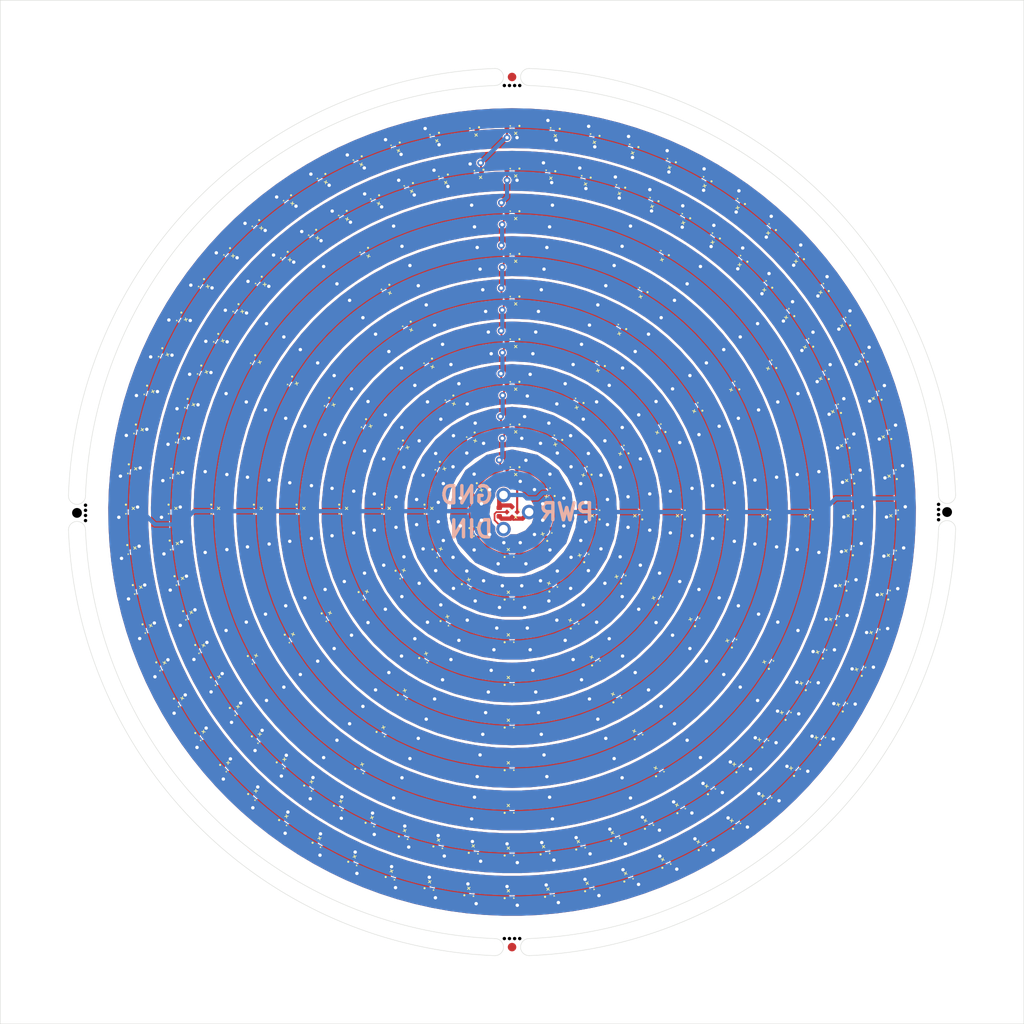
<source format=kicad_pcb>
(kicad_pcb (version 20241129) (generator "pcbnew") (generator_version "9.0")
  (layers (0 "F.Cu" signal) (2 "B.Cu" signal) (13 "F.Paste" user) (15 "B.Paste" user) (5 "F.SilkS" user "F.Silkscreen") (7 "B.SilkS" user "B.Silkscreen") (1 "F.Mask" user) (3 "B.Mask" user) (25 "Edge.Cuts" user))
  (property "DATE" "2023-05-04")
  (net 0 "")
  (net 1 "GND")
  (net 2 "VCC")
  (net 3 "Net-(D1-O)")
  (net 4 "Net-(D2-O)")
  (net 5 "Net-(D3-O)")
  (net 6 "Net-(D4-O)")
  (net 7 "Net-(D5-O)")
  (net 8 "Net-(D6-O)")
  (net 9 "Net-(D7-O)")
  (net 10 "Net-(D8-O)")
  (net 11 "Net-(D10-I)")
  (net 12 "Net-(D10-O)")
  (net 13 "Net-(D11-O)")
  (net 14 "Net-(D12-O)")
  (net 15 "Net-(D13-O)")
  (net 16 "Net-(D14-O)")
  (net 17 "Net-(D15-O)")
  (net 18 "Net-(D16-O)")
  (net 19 "Net-(D17-O)")
  (net 20 "Net-(D18-O)")
  (net 21 "Net-(D19-O)")
  (net 22 "Net-(D20-O)")
  (net 23 "Net-(D21-O)")
  (net 24 "Net-(D22-O)")
  (net 25 "Net-(D23-O)")
  (net 26 "Net-(D24-O)")
  (net 27 "Net-(D25-O)")
  (net 28 "Net-(D26-O)")
  (net 29 "Net-(D27-O)")
  (net 30 "Net-(D28-O)")
  (net 31 "Net-(D29-O)")
  (net 32 "Net-(D30-O)")
  (net 33 "Net-(D31-O)")
  (net 34 "Net-(D32-O)")
  (net 35 "Net-(D33-O)")
  (net 36 "Net-(D34-O)")
  (net 37 "Net-(D35-O)")
  (net 38 "Net-(D36-O)")
  (net 39 "Net-(D37-O)")
  (net 40 "Net-(D38-O)")
  (net 41 "Net-(D39-O)")
  (net 42 "Net-(D40-O)")
  (net 43 "Net-(D41-O)")
  (net 44 "Net-(D42-O)")
  (net 45 "Net-(D43-O)")
  (net 46 "Net-(D44-O)")
  (net 47 "Net-(D45-O)")
  (net 48 "Net-(D46-O)")
  (net 49 "Net-(D47-O)")
  (net 50 "Net-(D48-O)")
  (net 51 "Net-(D49-O)")
  (net 52 "Net-(D50-O)")
  (net 53 "Net-(D51-O)")
  (net 54 "Net-(D52-O)")
  (net 55 "Net-(D53-O)")
  (net 56 "Net-(D54-O)")
  (net 57 "Net-(D55-O)")
  (net 58 "Net-(D56-O)")
  (net 59 "Net-(D57-O)")
  (net 60 "Net-(D58-O)")
  (net 61 "Net-(D59-O)")
  (net 62 "Net-(D60-O)")
  (net 63 "Net-(D61-O)")
  (net 64 "Net-(D62-O)")
  (net 65 "Net-(D63-O)")
  (net 66 "Net-(D64-O)")
  (net 67 "Net-(D65-O)")
  (net 68 "Net-(D66-O)")
  (net 69 "Net-(D67-O)")
  (net 70 "Net-(D68-O)")
  (net 71 "Net-(D69-O)")
  (net 72 "Net-(D70-O)")
  (net 73 "Net-(D71-O)")
  (net 74 "Net-(D72-O)")
  (net 75 "Net-(D73-O)")
  (net 76 "Net-(D74-O)")
  (net 77 "Net-(D75-O)")
  (net 78 "Net-(D76-O)")
  (net 79 "Net-(D77-O)")
  (net 80 "Net-(D78-O)")
  (net 81 "Net-(D79-O)")
  (net 82 "Net-(D80-O)")
  (net 83 "Net-(D81-O)")
  (net 84 "Net-(D82-O)")
  (net 85 "Net-(D83-O)")
  (net 86 "Net-(D84-O)")
  (net 87 "Net-(D85-O)")
  (net 88 "Net-(D86-O)")
  (net 89 "Net-(D87-O)")
  (net 90 "Net-(D88-O)")
  (net 91 "Net-(D89-O)")
  (net 92 "Net-(D90-O)")
  (net 93 "Net-(D91-O)")
  (net 94 "Net-(D92-O)")
  (net 95 "Net-(D93-O)")
  (net 96 "Net-(D94-O)")
  (net 97 "Net-(D95-O)")
  (net 98 "Net-(D96-O)")
  (net 99 "Net-(D97-O)")
  (net 100 "Net-(D98-O)")
  (net 101 "Net-(D100-I)")
  (net 102 "Net-(D100-O)")
  (net 103 "Net-(D101-O)")
  (net 104 "Net-(D102-O)")
  (net 105 "Net-(D103-O)")
  (net 106 "Net-(D104-O)")
  (net 107 "Net-(D105-O)")
  (net 108 "Net-(D106-O)")
  (net 109 "Net-(D107-O)")
  (net 110 "Net-(D108-O)")
  (net 111 "Net-(D109-O)")
  (net 112 "Net-(D110-O)")
  (net 113 "Net-(D111-O)")
  (net 114 "Net-(D112-O)")
  (net 115 "Net-(D113-O)")
  (net 116 "Net-(D114-O)")
  (net 117 "Net-(D115-O)")
  (net 118 "Net-(D116-O)")
  (net 119 "Net-(D117-O)")
  (net 120 "Net-(D118-O)")
  (net 121 "Net-(D119-O)")
  (net 122 "Net-(D120-O)")
  (net 123 "Net-(D121-O)")
  (net 124 "Net-(D122-O)")
  (net 125 "Net-(D123-O)")
  (net 126 "Net-(D124-O)")
  (net 127 "Net-(D125-O)")
  (net 128 "Net-(D126-O)")
  (net 129 "Net-(D127-O)")
  (net 130 "Net-(D128-O)")
  (net 131 "Net-(D129-O)")
  (net 132 "Net-(D130-O)")
  (net 133 "Net-(D131-O)")
  (net 134 "Net-(D132-O)")
  (net 135 "Net-(D133-O)")
  (net 136 "Net-(D134-O)")
  (net 137 "Net-(D135-O)")
  (net 138 "Net-(D136-O)")
  (net 139 "Net-(D137-O)")
  (net 140 "Net-(D138-O)")
  (net 141 "Net-(D139-O)")
  (net 142 "Net-(D140-O)")
  (net 143 "Net-(D141-O)")
  (net 144 "Net-(D142-O)")
  (net 145 "Net-(D143-O)")
  (net 146 "Net-(D144-O)")
  (net 147 "Net-(D145-O)")
  (net 148 "Net-(D146-O)")
  (net 149 "Net-(D147-O)")
  (net 150 "Net-(D148-O)")
  (net 151 "Net-(D149-O)")
  (net 152 "Net-(D150-O)")
  (net 153 "Net-(D151-O)")
  (net 154 "Net-(D152-O)")
  (net 155 "Net-(D153-O)")
  (net 156 "Net-(D154-O)")
  (net 157 "Net-(D155-O)")
  (net 158 "Net-(D156-O)")
  (net 159 "Net-(D157-O)")
  (net 160 "Net-(D158-O)")
  (net 161 "Net-(D159-O)")
  (net 162 "Net-(D160-O)")
  (net 163 "Net-(D161-O)")
  (net 164 "Net-(D162-O)")
  (net 165 "Net-(D163-O)")
  (net 166 "Net-(D164-O)")
  (net 167 "Net-(D165-O)")
  (net 168 "Net-(D166-O)")
  (net 169 "Net-(D167-O)")
  (net 170 "Net-(D168-O)")
  (net 171 "Net-(D169-O)")
  (net 172 "Net-(D170-O)")
  (net 173 "Net-(D171-O)")
  (net 174 "Net-(D172-O)")
  (net 175 "Net-(D173-O)")
  (net 176 "Net-(D174-O)")
  (net 177 "Net-(D175-O)")
  (net 178 "Net-(D176-O)")
  (net 179 "Net-(D177-O)")
  (net 180 "Net-(D178-O)")
  (net 181 "Net-(D179-O)")
  (net 182 "Net-(D180-O)")
  (net 183 "Net-(D181-O)")
  (net 184 "Net-(D182-O)")
  (net 185 "Net-(D183-O)")
  (net 186 "Net-(D184-O)")
  (net 187 "Net-(D185-O)")
  (net 188 "Net-(D186-O)")
  (net 189 "Net-(D187-O)")
  (net 190 "Net-(D188-O)")
  (net 191 "Net-(D189-O)")
  (net 192 "Net-(D190-O)")
  (net 193 "Net-(D191-O)")
  (net 194 "Net-(D192-O)")
  (net 195 "Net-(D193-O)")
  (net 196 "Net-(D194-O)")
  (net 197 "Net-(D195-O)")
  (net 198 "Net-(D196-O)")
  (net 199 "Net-(D197-O)")
  (net 200 "Net-(D198-O)")
  (net 202 "Net-(D1-I)")
  (footprint "RevK:SMD1010" (layer "F.Cu") (at 117.5 130.310889 75)
    (property "Reference" "D73" (hide yes))
    (property "Value" "XL-1010RGBC-WS2812B" (hide yes))
  )
  (footprint "RevK:C_0402" (layer "F.Cu") (at 93.742621 139.507534 -99)
    (property "Reference" "C111" (hide yes))
    (property "Value" "100nF" (hide yes))
  )
  (footprint "RevK:SMD1010" (layer "F.Cu") (at 100 140 45)
    (property "Reference" "D110" (hide yes))
    (property "Value" "XL-1010RGBC-WS2812B" (hide yes))
  )
  (footprint "RevK:C_0402" (layer "F.Cu") (at 65.028432 71.680582 141)
    (property "Reference" "C191" (hide yes))
    (property "Value" "100nF" (hide yes))
  )
  (footprint "RevK:C_0402" (layer "F.Cu") (at 110.352762 138.637033 -75)
    (property "Reference" "C107" (hide yes))
    (property "Value" "100nF" (hide yes))
  )
  (footprint "RevK:SMD1010" (layer "F.Cu") (at 61.028857 122.5 -15)
    (property "Reference" "D180" (hide yes))
    (property "Value" "XL-1010RGBC-WS2812B" (hide yes))
  )
  (footprint "RevK:SMD1010" (layer "F.Cu") (at 63.458182 116.269466 -21)
    (property "Reference" "D121" (hide yes))
    (property "Value" "XL-1010RGBC-WS2812B" (hide yes))
  )
  (footprint "RevK:C_0402" (layer "F.Cu") (at 133.546823 121.785561 -33)
    (property "Reference" "C100" (hide yes))
    (property "Value" "100nF" (hide yes))
  )
  (footprint "RevK:SMD1010" (layer "F.Cu") (at 144.753485 95.296219 141)
    (property "Reference" "D154" (hide yes))
    (property "Value" "XL-1010RGBC-WS2812B" (hide yes))
  )
  (footprint "RevK:SMD1010" (layer "F.Cu") (at 108.660254 95 165)
    (property "Reference" "D10" (hide yes))
    (property "Value" "XL-1010RGBC-WS2812B" (hide yes))
  )
  (footprint "RevK:C_0402" (layer "F.Cu") (at 109.058667 66.192596 75)
    (property "Reference" "C68" (hide yes))
    (property "Value" "100nF" (hide yes))
  )
  (footprint "RevK:SMD1010" (layer "F.Cu") (at 133.441517 130.110877 93)
    (property "Reference" "D162" (hide yes))
    (property "Value" "XL-1010RGBC-WS2812B" (hide yes))
  )
  (footprint "RevK:SMD1010" (layer "F.Cu") (at 141.109546 118.303149 111)
    (property "Reference" "D159" (hide yes))
    (property "Value" "XL-1010RGBC-WS2812B" (hide yes))
  )
  (footprint "RevK:SMD1010" (layer "F.Cu") (at 117.320508 90 165)
    (property "Reference" "D34" (hide yes))
    (property "Value" "XL-1010RGBC-WS2812B" (hide yes))
  )
  (footprint "RevK:C_0402" (layer "F.Cu") (at 78.786797 121.213203 -135)
    (property "Reference" "C63" (hide yes))
    (property "Value" "100nF" (hide yes))
  )
  (footprint "RevK:SMD1010" (layer "F.Cu") (at 139.125904 91.683532 147)
    (property "Reference" "D93" (hide yes))
    (property "Value" "XL-1010RGBC-WS2812B" (hide yes))
  )
  (footprint "RevK:C_0402" (layer "F.Cu") (at 85.511113 103.882286 -165)
    (property "Reference" "C28" (hide yes))
    (property "Value" "100nF" (hide yes))
  )
  (footprint "RevK:C_0402" (layer "F.Cu") (at 121.213203 121.213203 -45)
    (property "Reference" "C60" (hide yes))
    (property "Value" "100nF" (hide yes))
  )
  (footprint "RevK:SMD1010" (layer "F.Cu") (at 60 100 -45)
    (property "Reference" "D125" (hide yes))
    (property "Value" "XL-1010RGBC-WS2812B" (hide yes))
  )
  (footprint "RevK:C_0402" (layer "F.Cu") (at 62.259824 124.508757 -147)
    (property "Reference" "C179" (hide yes))
    (property "Value" "100nF" (hide yes))
  )
  (footprint "RevK:C_0402" (layer "F.Cu") (at 124.148146 93.529524 15)
    (property "Reference" "C46" (hide yes))
    (property "Value" "100nF" (hide yes))
  )
  (footprint "RevK:SMD1010" (layer "F.Cu") (at 100 60 -135)
    (property "Reference" "D80" (hide yes))
    (property "Value" "XL-1010RGBC-WS2812B" (hide yes))
  )
  (footprint "RevK:SMD1010" (layer "F.Cu") (at 130.310889 117.5 105)
    (property "Reference" "D72" (hide yes))
    (property "Value" "XL-1010RGBC-WS2812B" (hide yes))
  )
  (footprint "RevK:SMD1010" (layer "F.Cu") (at 60.219124 104.181139 -39)
    (property "Reference" "D124" (hide yes))
    (property "Value" "XL-1010RGBC-WS2812B" (hide yes))
  )
  (footprint "RevK:SMD1010" (layer "F.Cu") (at 132.36068 76.48859 171)
    (property "Reference" "D89" (hide yes))
    (property "Value" "XL-1010RGBC-WS2812B" (hide yes))
  )
  (footprint "RevK:SMD1010" (layer "F.Cu") (at 136.405765 73.549664 171)
    (property "Reference" "D149" (hide yes))
    (property "Value" "XL-1010RGBC-WS2812B" (hide yes))
  )
  (footprint "RevK:SMD1010" (layer "F.Cu") (at 63.594235 126.450336 -9)
    (property "Reference" "D179" (hide yes))
    (property "Value" "XL-1010RGBC-WS2812B" (hide yes))
  )
  (footprint "RevK:C_0402" (layer "F.Cu") (at 82.32233 117.67767 -135)
    (property "Reference" "C51" (hide yes))
    (property "Value" "100nF" (hide yes))
  )
  (footprint "RevK:C_0402" (layer "F.Cu") (at 92.928932 107.071068 -135)
    (property "Reference" "C15" (hide yes))
    (property "Value" "100nF" (hide yes))
  )
  (footprint "RevK:SMD1010" (layer "F.Cu") (at 100 115 45)
    (property "Reference" "D26" (hide yes))
    (property "Value" "XL-1010RGBC-WS2812B" (hide yes))
  )
  (footprint "RevK:SMD1010" (layer "F.Cu") (at 104.330127 97.5 165)
    (property "Reference" "D3" (hide yes))
    (property "Value" "XL-1010RGBC-WS2812B" (hide yes))
  )
  (footprint "RevK:C_0402" (layer "F.Cu") (at 107.764571 71.022225 75)
    (property "Reference" "C56" (hide yes))
    (property "Value" "100nF" (hide yes))
  )
  (footprint "RevK:SMD1010" (layer "F.Cu") (at 91.683532 60.874096 -123)
    (property "Reference" "D138" (hide yes))
    (property "Value" "XL-1010RGBC-WS2812B" (hide yes))
  )
  (footprint "RevK:SMD1010" (layer "F.Cu") (at 70 100 -45)
    (property "Reference" "D65" (hide yes))
    (property "Value" "XL-1010RGBC-WS2812B" (hide yes))
  )
  (footprint "RevK:SMD1010" (layer "F.Cu") (at 139.780876 95.818861 141)
    (property "Reference" "D94" (hide yes))
    (property "Value" "XL-1010RGBC-WS2812B" (hide yes))
  )
  (footprint "RevK:C_0402" (layer "F.Cu") (at 66.192596 90.941333 165)
    (property "Reference" "C77" (hide yes))
    (property "Value" "100nF" (hide yes))
  )
  (footprint "RevK:SMD1010" (layer "F.Cu") (at 57.202457 113.905765 -27)
    (property "Reference" "D182" (hide yes))
    (property "Value" "XL-1010RGBC-WS2812B" (hide yes))
  )
  (footprint "RevK:SMD1010" (layer "F.Cu") (at 55.983358 90.643974 -57)
    (property "Reference" "D187" (hide yes))
    (property "Value" "XL-1010RGBC-WS2812B" (hide yes))
  )
  (footprint "RevK:C_0402" (layer "F.Cu") (at 103.882286 114.488887 -75)
    (property "Reference" "C25" (hide yes))
    (property "Value" "100nF" (hide yes))
  )
  (footprint "RevK:SMD1010" (layer "F.Cu") (at 86.094235 57.202457 -117)
    (property "Reference" "D197" (hide yes))
    (property "Value" "XL-1010RGBC-WS2812B" (hide yes))
  )
  (footprint "RevK:C_0402" (layer "F.Cu") (at 55.061671 102.355118 -177)
    (property "Reference" "C184" (hide yes))
    (property "Value" "100nF" (hide yes))
  )
  (footprint "RevK:C_0402" (layer "F.Cu") (at 116.126558 57.988881 69)
    (property "Reference" "C143" (hide yes))
    (property "Value" "100nF" (hide yes))
  )
  (footprint "RevK:SMD1010" (layer "F.Cu") (at 95.669873 97.5 -75)
    (property "Reference" "D7" (hide yes))
    (property "Value" "XL-1010RGBC-WS2812B" (hide yes))
  )
  (footprint "RevK:C_0402" (layer "F.Cu") (at 59.904706 120.429572 -153)
    (property "Reference" "C180" (hide yes))
    (property "Value" "100nF" (hide yes))
  )
  (footprint "RevK:SMD1010" (layer "F.Cu") (at 60.874096 91.683532 -57)
    (property "Reference" "D127" (hide yes))
    (property "Value" "XL-1010RGBC-WS2812B" (hide yes))
  )
  (footprint "RevK:SMD1010" (layer "F.Cu") (at 55 100 -45)
    (property "Reference" "D185" (hide yes))
    (property "Value" "XL-1010RGBC-WS2812B" (hide yes))
  )
  (footprint "RevK:SMD1010" (layer "F.Cu") (at 134.641016 80 165)
    (property "Reference" "D90" (hide yes))
    (property "Value" "XL-1010RGBC-WS2812B" (hide yes))
  )
  (footprint "RevK:C_0402" (layer "F.Cu") (at 57.988881 83.873442 159)
    (property "Reference" "C188" (hide yes))
    (property "Value" "100nF" (hide yes))
  )
  (footprint "RevK:SMD1010" (layer "F.Cu") (at 60.874096 108.316468 -33)
    (property "Reference" "D123" (hide yes))
    (property "Value" "XL-1010RGBC-WS2812B" (hide yes))
  )
  (footprint "RevK:SMD1010" (layer "F.Cu") (at 144.016642 109.356026 123)
    (property "Reference" "D157" (hide yes))
    (property "Value" "XL-1010RGBC-WS2812B" (hide yes))
  )
  (footprint "RevK:SMD1010" (layer "F.Cu") (at 95.818861 60.219124 -129)
    (property "Reference" "D139" (hide yes))
    (property "Value" "XL-1010RGBC-WS2812B" (hide yes))
  )
  (footprint "RevK:C_0402" (layer "F.Cu") (at 120.429572 140.095294 -63)
    (property "Reference" "C165" (hide yes))
    (property "Value" "100nF" (hide yes))
  )
  (footprint "RevK:SMD1010" (layer "F.Cu") (at 95 108.660254 15)
    (property "Reference" "D15" (hide yes))
    (property "Value" "XL-1010RGBC-WS2812B" (hide yes))
  )
  (footprint "RevK:PCB-Join1" (layer "F.Cu") (at 100 49 -90)
    (property "Reference" "Z3" (hide yes))
    (property "Value" "Hidden" (hide yes))
    (fp_arc (start -1 2) (mid 0 1) (end 1 2) (stroke (width 0.05)) (layer "Edge.Cuts"))
    (fp_arc (start 1 -2) (mid 0 -1) (end -1 -2) (stroke (width 0.05)) (layer "Edge.Cuts"))
  )
  (footprint "RevK:C_0402" (layer "F.Cu") (at 83.873442 57.988881 111)
    (property "Reference" "C196" (hide yes))
    (property "Value" "100nF" (hide yes))
  )
  (footprint "RevK:SMD1010" (layer "F.Cu") (at 90 82.679492 -105)
    (property "Reference" "D43" (hide yes))
    (property "Value" "XL-1010RGBC-WS2812B" (hide yes))
  )
  (footprint "RevK:C_0402" (layer "F.Cu") (at 90.340742 97.41181 165)
    (property "Reference" "C17" (hide yes))
    (property "Value" "100nF" (hide yes))
  )
  (footprint "RevK:C_0402" (layer "F.Cu") (at 144.445975 92.960449 9)
    (property "Reference" "C153" (hide yes))
    (property "Value" "100nF" (hide yes))
  )
  (footprint "RevK:SMD1010" (layer "F.Cu") (at 135 100 135)
    (property "Reference" "D71" (hide yes))
    (property "Value" "XL-1010RGBC-WS2812B" (hide yes))
  )
  (footprint "RevK:SMD1010" (layer "F.Cu") (at 115 74.019238 -165)
    (property "Reference" "D57" (hide yes))
    (property "Value" "XL-1010RGBC-WS2812B" (hide yes))
  )
  (footprint "RevK:SMD1010" (layer "F.Cu") (at 73.549664 136.405765 9)
    (property "Reference" "D176" (hide yes))
    (property "Value" "XL-1010RGBC-WS2812B" (hide yes))
  )
  (footprint "RevK:SMD1010" (layer "F.Cu") (at 138.971143 122.5 105)
    (property "Reference" "D160" (hide yes))
    (property "Value" "XL-1010RGBC-WS2812B" (hide yes))
  )
  (footprint "RevK:SMD1010" (layer "F.Cu") (at 100 55 -135)
    (property "Reference" "D140" (hide yes))
    (property "Value" "XL-1010RGBC-WS2812B" (hide yes))
  )
  (footprint "RevK:C_0402" (layer "F.Cu") (at 119.318517 94.823619 15)
    (property "Reference" "C34" (hide yes))
    (property "Value" "100nF" (hide yes))
  )
  (footprint "RevK:C_0402" (layer "F.Cu") (at 85.857864 114.142136 -135)
    (property "Reference" "C39" (hide yes))
    (property "Value" "100nF" (hide yes))
  )
  (footprint "RevK:C_0402" (layer "F.Cu") (at 103.882286 85.511113 75)
    (property "Reference" "C20" (hide yes))
    (property "Value" "100nF" (hide yes))
  )
  (footprint "RevK:SMD1010" (layer "F.Cu") (at 76.48859 67.63932 -99)
    (property "Reference" "D134" (hide yes))
    (property "Value" "XL-1010RGBC-WS2812B" (hide yes))
  )
  (footprint "RevK:C_0402" (layer "F.Cu") (at 139.507534 93.742621 9)
    (property "Reference" "C93" (hide yes))
    (property "Value" "100nF" (hide yes))
  )
  (footprint "RevK:C_0402" (layer "F.Cu") (at 138.637033 89.647238 15)
    (property "Reference" "C92" (hide yes))
    (property "Value" "100nF" (hide yes))
  )
  (footprint "RevK:SMD1010" (layer "F.Cu") (at 95.818861 139.780876 39)
    (property "Reference" "D111" (hide yes))
    (property "Value" "XL-1010RGBC-WS2812B" (hide yes))
  )
  (footprint "RevK:SMD1010" (layer "F.Cu") (at 104.703781 55.246515 -141)
    (property "Reference" "D141" (hide yes))
    (property "Value" "XL-1010RGBC-WS2812B" (hide yes))
  )
  (footprint "RevK:SMD1010" (layer "F.Cu") (at 87.009619 107.5 -15)
    (property "Reference" "D28" (hide yes))
    (property "Value" "XL-1010RGBC-WS2812B" (hide yes))
  )
  (footprint "RevK:C_0402" (layer "F.Cu") (at 85.511113 96.117714 165)
    (property "Reference" "C29" (hide yes))
    (property "Value" "100nF" (hide yes))
  )
  (footprint "RevK:SMD1010" (layer "F.Cu") (at 126.765224 129.725793 87)
    (property "Reference" "D103" (hide yes))
    (property "Value" "XL-1010RGBC-WS2812B" (hide yes))
  )
  (footprint "RevK:C_0402" (layer "F.Cu") (at 137.740176 75.491243 33)
    (property "Reference" "C149" (hide yes))
    (property "Value" "100nF" (hide yes))
  )
  (footprint "RevK:SMD1010" (layer "F.Cu") (at 95.296219 144.753485 39)
    (property "Reference" "D171" (hide yes))
    (property "Value" "XL-1010RGBC-WS2812B" (hide yes))
  )
  (footprint "RevK:C_0402" (layer "F.Cu") (at 105.176381 119.318517 -75)
    (property "Reference" "C37" (hide yes))
    (property "Value" "100nF" (hide yes))
  )
  (footprint "RevK:SMD1010" (layer "F.Cu") (at 144.016642 90.643974 147)
    (property "Reference" "D153" (hide yes))
    (property "Value" "XL-1010RGBC-WS2812B" (hide yes))
  )
  (footprint "RevK:C_0402" (layer "F.Cu") (at 75.851854 93.529524 165)
    (property "Reference" "C53" (hide yes))
    (property "Value" "100nF" (hide yes))
  )
  (footprint "RevK:SMD1010" (layer "F.Cu") (at 130.110877 133.441517 87)
    (property "Reference" "D163" (hide yes))
    (property "Value" "XL-1010RGBC-WS2812B" (hide yes))
  )
  (footprint "RevK:C_0402" (layer "F.Cu") (at 62.656783 85.665282 159)
    (property "Reference" "C128" (hide yes))
    (property "Value" "100nF" (hide yes))
  )
  (footprint "RevK:SMD1010" (layer "F.Cu") (at 122.5 138.971143 75)
    (property "Reference" "D165" (hide yes))
    (property "Value" "XL-1010RGBC-WS2812B" (hide yes))
  )
  (footprint "RevK:C_0402" (layer "F.Cu") (at 56.533338 88.353143 165)
    (property "Reference" "C187" (hide yes))
    (property "Value" "100nF" (hide yes))
  )
  (footprint "RevK:SMD1010" (layer "F.Cu") (at 136.405765 126.450336 99)
    (property "Reference" "D161" (hide yes))
    (property "Value" "XL-1010RGBC-WS2812B" (hide yes))
  )
  (footprint "RevK:C_0402" (layer "F.Cu") (at 71.680582 65.028432 129)
    (property "Reference" "C193" (hide yes))
    (property "Value" "100nF" (hide yes))
  )
  (footprint "RevK:C_0402" (layer "F.Cu") (at 118.15962 64.359739 63)
    (property "Reference" "C84" (hide yes))
    (property "Value" "100nF" (hide yes))
  )
  (footprint "RevK:SMD1010" (layer "F.Cu") (at 116.269466 136.541818 69)
    (property "Reference" "D106" (hide yes))
    (property "Value" "XL-1010RGBC-WS2812B" (hide yes))
  )
  (footprint "RevK:C_0402" (layer "F.Cu") (at 102.5 95.669873 60)
    (property "Reference" "C2" (hide yes))
    (property "Value" "100nF" (hide yes))
  )
  (footprint "RevK:SMD1010" (layer "F.Cu") (at 139.780876 104.181139 129)
    (property "Reference" "D96" (hide yes))
    (property "Value" "XL-1010RGBC-WS2812B" (hide yes))
  )
  (footprint "RevK:SMD1010" (layer "F.Cu") (at 69.689111 117.5 -15)
    (property "Reference" "D76" (hide yes))
    (property "Value" "XL-1010RGBC-WS2812B" (hide yes))
  )
  (footprint "RevK:C_0402" (layer "F.Cu") (at 124.508757 137.740176 -57)
    (property "Reference" "C164" (hide yes))
    (property "Value" "100nF" (hide yes))
  )
  (footprint "RevK:SMD1010" (layer "F.Cu") (at 82.5 69.689111 -105)
    (property "Reference" "D79" (hide yes))
    (property "Value" "XL-1010RGBC-WS2812B" (hide yes))
  )
  (footprint "RevK:C_0402" (layer "F.Cu") (at 75.851854 106.470476 -165)
    (property "Reference" "C52" (hide yes))
    (property "Value" "100nF" (hide yes))
  )
  (footprint "RevK:C_0402" (layer "F.Cu") (at 131.085838 74.827184 39)
    (property "Reference" "C88" (hide yes))
    (property "Value" "100nF" (hide yes))
  )
  (footprint "RevK:SMD1010" (layer "F.Cu") (at 126.450336 63.594235 -171)
    (property "Reference" "D146" (hide yes))
    (property "Value" "XL-1010RGBC-WS2812B" (hide yes))
  )
  (footprint "RevK:C_0402" (layer "F.Cu") (at 97.41181 90.340742 105)
    (property "Reference" "C19" (hide yes))
    (property "Value" "100nF" (hide yes))
  )
  (footprint "RevK:SMD1010" (layer "F.Cu") (at 100 95 -135)
    (property "Reference" "D2" (hide yes))
    (property "Value" "XL-1010RGBC-WS2812B" (hide yes))
  )
  (footprint "RevK:SMD1010" (layer "F.Cu") (at 105 91.339746 -165)
    (property "Reference" "D9" (hide yes))
    (property "Value" "XL-1010RGBC-WS2812B" (hide yes))
  )
  (footprint "RevK:C_0402" (layer "F.Cu") (at 102.093438 139.945181 -87)
    (property "Reference" "C109" (hide yes))
    (property "Value" "100nF" (hide yes))
  )
  (footprint "RevK:SMD1010" (layer "F.Cu") (at 85 74.019238 -105)
    (property "Reference" "D67" (hide yes))
    (property "Value" "XL-1010RGBC-WS2812B" (hide yes))
  )
  (footprint "RevK:SMD1010" (layer "F.Cu") (at 144.753485 104.703781 129)
    (property "Reference" "D156" (hide yes))
    (property "Value" "XL-1010RGBC-WS2812B" (hide yes))
  )
  (footprint "RevK:C_0402" (layer "F.Cu") (at 94.823619 119.318517 -105)
    (property "Reference" "C38" (hide yes))
    (property "Value" "100nF" (hide yes))
  )
  (footprint "RevK:C_0402" (layer "F.Cu") (at 139.945181 102.093438 -3)
    (property "Reference" "C95" (hide yes))
    (property "Value" "100nF" (hide yes))
  )
  (footprint "RevK:SMD1010" (layer "F.Cu") (at 78.349365 87.5 -75)
    (property "Reference" "D54" (hide yes))
    (property "Value" "XL-1010RGBC-WS2812B" (hide yes))
  )
  (footprint "RevK:SMD1010" (layer "F.Cu") (at 85 125.980762 15)
    (property "Reference" "D63" (hide yes))
    (property "Value" "XL-1010RGBC-WS2812B" (hide yes))
  )
  (footprint "RevK:SMD1010" (layer "F.Cu") (at 87.5 78.349365 -105)
    (property "Reference" "D55" (hide yes))
    (property "Value" "XL-1010RGBC-WS2812B" (hide yes))
  )
  (footprint "RevK:SMD1010" (layer "F.Cu") (at 70.274207 126.765224 -3)
    (property "Reference" "D118" (hide yes))
    (property "Value" "XL-1010RGBC-WS2812B" (hide yes))
  )
  (footprint "RevK:C_0402" (layer "F.Cu") (at 109.058667 133.807404 -75)
    (property "Reference" "C73" (hide yes))
    (property "Value" "100nF" (hide yes))
  )
  (footprint "RevK:C_0402" (layer "F.Cu") (at 124.508757 62.259824 57)
    (property "Reference" "C145" (hide yes))
    (property "Value" "100nF" (hide yes))
  )
  (footprint "RevK:C_0402" (layer "F.Cu") (at 121.785561 133.546823 -57)
    (property "Reference" "C104" (hide yes))
    (property "Value" "100nF" (hide yes))
  )
  (footprint "RevK:C_0402" (layer "F.Cu") (at 135.640261 118.15962 -27)
    (property "Reference" "C99" (hide yes))
    (property "Value" "100nF" (hide yes))
  )
  (footprint "RevK:SMD1010" (layer "F.Cu") (at 120 100 135)
    (property "Reference" "D35" (hide yes))
    (property "Value" "XL-1010RGBC-WS2812B" (hide yes))
  )
  (footprint "RevK:SMD1010" (layer "F.Cu") (at 104.181139 60.219124 -141)
    (property "Reference" "D81" (hide yes))
    (property "Value" "XL-1010RGBC-WS2812B" (hide yes))
  )
  (footprint "RevK:SMD1010" (layer "F.Cu") (at 100 135 45)
    (property "Reference" "D74" (hide yes))
    (property "Value" "XL-1010RGBC-WS2812B" (hide yes))
  )
  (footprint "RevK:C_0402" (layer "F.Cu") (at 106.257379 60.492466 81)
    (property "Reference" "C81" (hide yes))
    (property "Value" "100nF" (hide yes))
  )
  (footprint "RevK:C_0402" (layer "F.Cu") (at 114.488887 96.117714 15)
    (property "Reference" "C22" (hide yes))
    (property "Value" "100nF" (hide yes))
  )
  (footprint "RevK:SMD1010" (layer "F.Cu") (at 107.5 112.990381 75)
    (property "Reference" "D25" (hide yes))
    (property "Value" "XL-1010RGBC-WS2812B" (hide yes))
  )
  (footprint "RevK:SMD1010" (layer "F.Cu") (at 142.797543 113.905765 117)
    (property "Reference" "D158" (hide yes))
    (property "Value" "XL-1010RGBC-WS2812B" (hide yes))
  )
  (footprint "RevK:C_0402" (layer "F.Cu") (at 142.011119 83.873442 21)
    (property "Reference" "C151" (hide yes))
    (property "Value" "100nF" (hide yes))
  )
  (footprint "RevK:C_0402" (layer "F.Cu") (at 110.606602 89.393398 45)
    (property "Reference" "C21" (hide yes))
    (property "Value" "100nF" (hide yes))
  )
  (footprint "RevK:SMD1010" (layer "F.Cu") (at 75 100 -45)
    (property "Reference" "D53" (hide yes))
    (property "Value" "XL-1010RGBC-WS2812B" (hide yes))
  )
  (footprint "RevK:C_0402" (layer "F.Cu") (at 85.665282 62.656783 111)
    (property "Reference" "C136" (hide yes))
    (property "Value" "100nF" (hide yes))
  )
  (footprint "RevK:SMD1010" (layer "F.Cu") (at 100 70 -135)
    (property "Reference" "D56" (hide yes))
    (property "Value" "XL-1010RGBC-WS2812B" (hide yes))
  )
  (footprint "RevK:C_0402" (layer "F.Cu") (at 92.235429 71.022225 105)
    (property "Reference" "C67" (hide yes))
    (property "Value" "100nF" (hide yes))
  )
  (footprint "RevK:SMD1010" (layer "F.Cu") (at 138.042261 112.36068 117)
    (property "Reference" "D98" (hide yes))
    (property "Value" "XL-1010RGBC-WS2812B" (hide yes))
  )
  (footprint "RevK:C_0402" (layer "F.Cu") (at 89.647238 61.362967 105)
    (property "Reference" "C137" (hide yes))
    (property "Value" "100nF" (hide yes))
  )
  (footprint "RevK:SMD1010" (layer "F.Cu") (at 87.5 121.650635 15)
    (property "Reference" "D51" (hide yes))
    (property "Value" "XL-1010RGBC-WS2812B" (hide yes))
  )
  (footprint "RevK:C_0402" (layer "F.Cu") (at 60.054819 97.906562 177)
    (property "Reference" "C125" (hide yes))
    (property "Value" "100nF" (hide yes))
  )
  (footprint "RevK:C_0402" (layer "F.Cu") (at 106.470476 124.148146 -75)
    (property "Reference" "C49" (hide yes))
    (property "Value" "100nF" (hide yes))
  )
  (footprint "RevK:SMD1010" (layer "F.Cu") (at 70.274207 73.234776 -87)
    (property "Reference" "D132" (hide yes))
    (property "Value" "XL-1010RGBC-WS2812B" (hide yes))
  )
  (footprint "RevK:C_0402" (layer "F.Cu") (at 114.488887 103.882286 -15)
    (property "Reference" "C23" (hide yes))
    (property "Value" "100nF" (hide yes))
  )
  (footprint "RevK:SMD1010" (layer "F.Cu") (at 100 90 -135)
    (property "Reference" "D8" (hide yes))
    (property "Value" "XL-1010RGBC-WS2812B" (hide yes))
  )
  (footprint "RevK:SMD1010" (layer "F.Cu") (at 73.234776 129.725793 3)
    (property "Reference" "D117" (hide yes))
    (property "Value" "XL-1010RGBC-WS2812B" (hide yes))
  )
  (footprint "RevK:C_0402" (layer "F.Cu") (at 93.529524 75.851854 105)
    (property "Reference" "C55" (hide yes))
    (property "Value" "100nF" (hide yes))
  )
  (footprint "RevK:SMD1010" (layer "F.Cu") (at 120 65.358984 -165)
    (property "Reference" "D85" (hide yes))
    (property "Value" "XL-1010RGBC-WS2812B" (hide yes))
  )
  (footprint "RevK:SMD1010" (layer "F.Cu") (at 126.450336 136.405765 81)
    (property "Reference" "D164" (hide yes))
    (property "Value" "XL-1010RGBC-WS2812B" (hide yes))
  )
  (footprint "RevK:SMD1010" (layer "F.Cu") (at 77.5 61.028857 -105)
    (property "Reference" "D195" (hide yes))
    (property "Value" "XL-1010RGBC-WS2812B" (hide yes))
  )
  (footprint "Fiducial:Fiducial_1mm_Mask2mm" (layer "F.Cu") (at 100 151)
    (property "Reference" "FID3" (hide yes))
    (property "Value" "Fiducial")
  )
  (footprint "RevK:C_0402" (layer "F.Cu") (at 142.011119 116.126558 -21)
    (property "Reference" "C158" (hide yes))
    (property "Value" "100nF" (hide yes))
  )
  (footprint "RevK:C_0402" (layer "F.Cu") (at 111.646857 143.466662 -75)
    (property "Reference" "C167" (hide yes))
    (property "Value" "100nF" (hide yes))
  )
  (footprint "RevK:SMD1010" (layer "F.Cu") (at 100 145 45)
    (property "Reference" "D170" (hide yes))
    (property "Value" "XL-1010RGBC-WS2812B" (hide yes))
  )
  (footprint "RevK:C_0402" (layer "F.Cu") (at 75.491243 137.740176 -123)
    (property "Reference" "C175" (hide yes))
    (property "Value" "100nF" (hide yes))
  )
  (footprint "RevK:C_0402" (layer "F.Cu") (at 137.740176 124.508757 -33)
    (property "Reference" "C160" (hide yes))
    (property "Value" "100nF" (hide yes))
  )
  (footprint "RevK:C_0402" (layer "F.Cu") (at 96.117714 85.511113 105)
    (property "Reference" "C31" (hide yes))
    (property "Value" "100nF" (hide yes))
  )
  (footprint "RevK:SMD1010" (layer "F.Cu") (at 112.990381 107.5 105)
    (property "Reference" "D24" (hide yes))
    (property "Value" "XL-1010RGBC-WS2812B" (hide yes))
  )
  (footprint "RevK:SMD1010" (layer "F.Cu") (at 100 85 -135)
    (property "Reference" "D20" (hide yes))
    (property "Value" "XL-1010RGBC-WS2812B" (hide yes))
  )
  (footprint "RevK:C_0402" (layer "F.Cu") (at 131.819805 68.180195 45)
    (property "Reference" "C147" (hide yes))
    (property "Value" "100nF" (hide yes))
  )
  (footprint "RevK:SMD1010" (layer "F.Cu") (at 105 108.660254 75)
    (property "Reference" "D13" (hide yes))
    (property "Value" "XL-1010RGBC-WS2812B" (hide yes))
  )
  (footprint "RevK:C_0402" (layer "F.Cu") (at 102.355118 55.061671 87)
    (property "Reference" "C140" (hide yes))
    (property "Value" "100nF" (hide yes))
  )
  (footprint "RevK:C_0402" (layer "F.Cu") (at 55.061671 97.644882 177)
    (property "Reference" "C185" (hide yes))
    (property "Value" "100nF" (hide yes))
  )
  (footprint "RevK:C_0402" (layer "F.Cu") (at 97.41181 109.659258 -105)
    (property "Reference" "C14" (hide yes))
    (property "Value" "100nF" (hide yes))
  )
  (footprint "RevK:SMD1010" (layer "F.Cu") (at 87.63932 138.042261 27)
    (property "Reference" "D113" (hide yes))
    (property "Value" "XL-1010RGBC-WS2812B" (hide yes))
  )
  (footprint "RevK:SMD1010" (layer "F.Cu") (at 132.36068 123.51141 99)
    (property "Reference" "D101" (hide yes))
    (property "Value" "XL-1010RGBC-WS2812B" (hide yes))
  )
  (footprint "RevK:C_0402" (layer "F.Cu") (at 110.606602 110.606602 -45)
    (property "Reference" "C24" (hide yes))
    (property "Value" "100nF" (hide yes))
  )
  (footprint "RevK:SMD1010" (layer "F.Cu") (at 104.703781 144.753485 51)
    (property "Reference" "D169" (hide yes))
    (property "Value" "XL-1010RGBC-WS2812B" (hide yes))
  )
  (footprint "RevK:SMD1010" (layer "F.Cu") (at 81.696851 141.109546 21)
    (property "Reference" "D174" (hide yes))
    (property "Value" "XL-1010RGBC-WS2812B" (hide yes))
  )
  (footprint "RevK:C_0402" (layer "F.Cu") (at 61.362967 89.647238 165)
    (property "Reference" "C127" (hide yes))
    (property "Value" "100nF" (hide yes))
  )
  (footprint "RevK:C_0402" (layer "F.Cu") (at 80.681483 94.823619 165)
    (property "Reference" "C41" (hide yes))
    (property "Value" "100nF" (hide yes))
  )
  (footprint "RevK:C_0402" (layer "F.Cu") (at 68.180195 68.180195 135)
    (property "Reference" "C192" (hide yes))
    (property "Value" "100nF" (hide yes))
  )
  (footprint "RevK:SMD1010" (layer "F.Cu") (at 87.63932 61.957739 -117)
    (property "Reference" "D137" (hide yes))
    (property "Value" "XL-1010RGBC-WS2812B" (hide yes))
  )
  (footprint "RevK:SMD1010" (layer "F.Cu") (at 80 65.358984 -105)
    (property "Reference" "D135" (hide yes))
    (property "Value" "XL-1010RGBC-WS2812B" (hide yes))
  )
  (footprint "RevK:SMD1010" (layer "F.Cu") (at 125 100 135)
    (property "Reference" "D47" (hide yes))
    (property "Value" "XL-1010RGBC-WS2812B" (hide yes))
  )
  (footprint "RevK:C_0402" (layer "F.Cu") (at 90.941333 133.807404 -105)
    (property "Reference" "C74" (hide yes))
    (property "Value" "100nF" (hide yes))
  )
  (footprint "RevK:SMD1010" (layer "F.Cu") (at 122.5 61.028857 -165)
    (property "Reference" "D145" (hide yes))
    (property "Value" "XL-1010RGBC-WS2812B" (hide yes))
  )
  (footprint "RevK:C_0402" (layer "F.Cu") (at 97.5 104.330127 -120)
    (property "Reference" "C5" (hide yes))
    (property "Value" "100nF" (hide yes))
  )
  (footprint "RevK:C_0402" (layer "F.Cu") (at 97.644882 55.061671 93)
    (property "Reference" "C199" (hide yes))
    (property "Value" "100nF" (hide yes))
  )
  (footprint "RevK:C_0402" (layer "F.Cu") (at 128.319418 134.971568 -51)
    (property "Reference" "C163" (hide yes))
    (property "Value" "100nF" (hide yes))
  )
  (footprint "RevK:SMD1010" (layer "F.Cu") (at 130.110877 66.558483 -177)
    (property "Reference" "D147" (hide yes))
    (property "Value" "XL-1010RGBC-WS2812B" (hide yes))
  )
  (footprint "RevK:C_0402" (layer "F.Cu") (at 64.359739 81.84038 153)
    (property "Reference" "C129" (hide yes))
    (property "Value" "100nF" (hide yes))
  )
  (footprint "RevK:SMD1010" (layer "F.Cu") (at 117.320508 110 105)
    (property "Reference" "D36" (hide yes))
    (property "Value" "XL-1010RGBC-WS2812B" (hide yes))
  )
  (footprint "RevK:SMD1010" (layer "F.Cu") (at 65.358984 80 -75)
    (property "Reference" "D130" (hide yes))
    (property "Value" "XL-1010RGBC-WS2812B" (hide yes))
  )
  (footprint "RevK:C_0402" (layer "F.Cu") (at 120.429572 59.904706 63)
    (property "Reference" "C144" (hide yes))
    (property "Value" "100nF" (hide yes))
  )
  (footprint "RevK:C_0402" (layer "F.Cu") (at 107.071068 107.071068 -45)
    (property "Reference" "C12" (hide yes))
    (property "Value" "100nF" (hide yes))
  )
  (footprint "RevK:C_0402" (layer "F.Cu") (at 85.857864 85.857864 135)
    (property "Reference" "C42" (hide yes))
    (property "Value" "100nF" (hide yes))
  )
  (footprint "RevK:C_0402" (layer "F.Cu") (at 102.093438 60.054819 87)
    (property "Reference" "C80" (hide yes))
    (property "Value" "100nF" (hide yes))
  )
  (footprint "RevK:C_0402" (layer "F.Cu") (at 111.646857 56.533338 75)
    (property "Reference" "C142" (hide yes))
    (property "Value" "100nF" (hide yes))
  )
  (footprint "RevK:C_0402" (layer "F.Cu") (at 109.659258 102.58819 -15)
    (property "Reference" "C11" (hide yes))
    (property "Value" "100nF" (hide yes))
  )
  (footprint "RevK:SMD1010" (layer "F.Cu") (at 110 82.679492 -165)
    (property "Reference" "D33" (hide yes))
    (property "Value" "XL-1010RGBC-WS2812B" (hide yes))
  )
  (footprint "RevK:C_0402" (layer "F.Cu") (at 107.039551 55.554025 81)
    (property "Reference" "C141" (hide yes))
    (property "Value" "100nF" (hide yes))
  )
  (footprint "RevK:SMD1010" (layer "F.Cu") (at 73.549664 63.594235 -99)
    (property "Reference" "D194" (hide yes))
    (property "Value" "XL-1010RGBC-WS2812B" (hide yes))
  )
  (footprint "RevK:SMD1010" (layer "F.Cu") (at 69.889123 133.441517 3)
    (property "Reference" "D177" (hide yes))
    (property "Value" "XL-1010RGBC-WS2812B" (hide yes))
  )
  (footprint "RevK:C_0402" (layer "F.Cu") (at 102.58819 90.340742 75)
    (property "Reference" "C8" (hide yes))
    (property "Value" "100nF" (hide yes))
  )
  (footprint "RevK:C_0402" (layer "F.Cu") (at 92.960449 55.554025 99)
    (property "Reference" "C198" (hide yes))
    (property "Value" "100nF" (hide yes))
  )
  (footprint "RevK:C_0402" (layer "F.Cu") (at 124.748737 124.748737 -45)
    (property "Reference" "C72" (hide yes))
    (property "Value" "100nF" (hide yes))
  )
  (footprint "RevK:C_0402" (layer "F.Cu") (at 90.941333 66.192596 105)
    (property "Reference" "C79" (hide yes))
    (property "Value" "100nF" (hide yes))
  )
  (footprint "RevK:C_0402" (layer "F.Cu") (at 143.466662 88.353143 15)
    (property "Reference" "C152" (hide yes))
    (property "Value" "100nF" (hide yes))
  )
  (footprint "RevK:C_0402" (layer "F.Cu") (at 96.117714 114.488887 -105)
    (property "Reference" "C26" (hide yes))
    (property "Value" "100nF" (hide yes))
  )
  (footprint "RevK:C_0402" (layer "F.Cu") (at 139.945181 97.906562 3)
    (property "Reference" "C94" (hide yes))
    (property "Value" "100nF" (hide yes))
  )
  (footprint "RevK:C_0402" (layer "F.Cu") (at 118.15962 135.640261 -63)
    (property "Reference" "C105" (hide yes))
    (property "Value" "100nF" (hide yes))
  )
  (footprint "RevK:C_0402" (layer "F.Cu") (at 74.827184 68.914162 129)
    (property "Reference" "C133" (hide yes))
    (property "Value" "100nF" (hide yes))
  )
  (footprint "RevK:C_0402" (layer "F.Cu") (at 55.554025 92.960449 171)
    (property "Reference" "C186" (hide yes))
    (property "Value" "100nF" (hide yes))
  )
  (footprint "RevK:C_0402" (layer "F.Cu") (at 75.491243 62.259824 123)
    (property "Reference" "C194" (hide yes))
    (property "Value" "100nF" (hide yes))
  )
  (footprint "RevK:SMD1010" (layer "F.Cu") (at 110 100 135)
    (property "Reference" "D11" (hide yes))
    (property "Value" "XL-1010RGBC-WS2812B" (hide yes))
  )
  (footprint "RevK:C_0402" (layer "F.Cu") (at 124.748737 75.251263 45)
    (property "Reference" "C69" (hide yes))
    (property "Value" "100nF" (hide yes))
  )
  (footprint "RevK:SMD1010" (layer "F.Cu") (at 69.689111 82.5 -75)
    (property "Reference" "D78" (hide yes))
    (property "Value" "XL-1010RGBC-WS2812B" (hide yes))
  )
  (footprint "RevK:C_0402" (layer "F.Cu") (at 95 100 180)
    (property "Reference" "C6" (hide yes))
    (property "Value" "100nF" (hide yes))
  )
  (footprint "RevK:C_0402" (layer "F.Cu") (at 93.742621 60.492466 99)
    (property "Reference" "C138" (hide yes))
    (property "Value" "100nF" (hide yes))
  )
  (footprint "RevK:C_0402" (layer "F.Cu") (at 66.453177 121.785561 -147)
    (property "Reference" "C119" (hide yes))
    (property "Value" "100nF" (hide yes))
  )
  (footprint "RevK:SMD1010" (layer "F.Cu") (at 87.009619 92.5 -75)
    (property "Reference" "D30" (hide yes))
    (property "Value" "XL-1010RGBC-WS2812B" (hide yes))
  )
  (footprint "RevK:SMD1010" (layer "F.Cu") (at 108.316468 139.125904 57)
    (property "Reference" "D108" (hide yes))
    (property "Value" "XL-1010RGBC-WS2812B" (hide yes))
  )
  (footprint "RevK:SMD1010" (layer "F.Cu") (at 123.51141 132.36068 81)
    (property "Reference" "D104" (hide yes))
    (property "Value" "XL-1010RGBC-WS2812B" (hide yes))
  )
  (footprint "RevK:C_0402" (layer "F.Cu") (at 98.5 100 90)
    (property "Reference" "C1" (hide yes))
    (property "Value" "100nF" (hide yes))
  )
  (footprint "RevK:C_0402" (layer "F.Cu") (at 143.466662 111.646857 -15)
    (property "Reference" "C157" (hide yes))
    (property "Value" "100nF" (hide yes))
  )
  (footprint "RevK:SMD1010" (layer "F.Cu") (at 73.234776 70.274207 -93)
    (property "Reference" "D133" (hide yes))
    (property "Value" "XL-1010RGBC-WS2812B" (hide yes))
  )
  (footprint "RevK:C_0402" (layer "F.Cu") (at 128.977775 107.764571 -15)
    (property "Reference" "C59" (hide yes))
    (property "Value" "100nF" (hide yes))
  )
  (footprint "RevK:C_0402" (layer "F.Cu") (at 144.445975 107.039551 -9)
    (property "Reference" "C156" (hide yes))
    (property "Value" "100nF" (hide yes))
  )
  (footprint "RevK:C_0402" (layer "F.Cu") (at 131.819805 131.819805 -45)
    (property "Reference" "C162" (hide yes))
    (property "Value" "100nF" (hide yes))
  )
  (footprint "RevK:C_0402" (layer "F.Cu") (at 71.022225 92.235429 165)
    (property "Reference" "C65" (hide yes))
    (property "Value" "100nF" (hide yes))
  )
  (footprint "RevK:PCB-Join1" (layer "F.Cu") (at 100 151 90)
    (property "Reference" "Z4" (hide yes))
    (property "Value" "Hidden" (hide yes))
    (fp_arc (start 1 -2) (mid 0 -1) (end -1 -2) (stroke (width 0.05)) (layer "Edge.Cuts"))
    (fp_arc (start -1 2) (mid 0 1) (end 1 2) (stroke (width 0.05)) (layer "Edge.Cuts"))
  )
  (footprint "RevK:SMD1010" (layer "F.Cu") (at 91.683532 139.125904 33)
    (property "Reference" "D112" (hide yes))
    (property "Value" "XL-1010RGBC-WS2812B" (hide yes))
  )
  (footprint "RevK:SMD1010" (layer "F.Cu") (at 90 117.320508 15)
    (property "Reference" "D39" (hide yes))
    (property "Value" "XL-1010RGBC-WS2812B" (hide yes))
  )
  (footprint "RevK:C_0402" (layer "F.Cu") (at 62.259824 75.491243 147)
    (property "Reference" "C190" (hide yes))
    (property "Value" "100nF" (hide yes))
  )
  (footprint "RevK:SMD1010" (layer "F.Cu") (at 90.643974 144.016642 33)
    (property "Reference" "D172" (hide yes))
    (property "Value" "XL-1010RGBC-WS2812B" (hide yes))
  )
  (footprint "RevK:SMD1010" (layer "F.Cu") (at 100 120 45)
    (property "Reference" "D38" (hide yes))
    (property "Value" "XL-1010RGBC-WS2812B" (hide yes))
  )
  (footprint "RevK:C_0402" (layer "F.Cu") (at 102.355118 144.938329 -87)
    (property "Reference" "C169" (hide yes))
    (property "Value" "100nF" (hide yes))
  )
  (footprint "RevK:SMD1010" (layer "F.Cu") (at 91.339746 105 -15)
    (property "Reference" "D16" (hide yes))
    (property "Value" "XL-1010RGBC-WS2812B" (hide yes))
  )
  (footprint "RevK:C_0402" (layer "F.Cu") (at 80.681483 105.176381 -165)
    (property "Reference" "C40" (hide yes))
    (property "Value" "100nF" (hide yes))
  )
  (footprint "RevK:C_0402" (layer "F.Cu") (at 128.319418 65.028432 51)
    (property "Reference" "C146" (hide yes))
    (property "Value" "100nF" (hide yes))
  )
  (footprint "RevK:C_0402" (layer "F.Cu") (at 125.172816 131.085838 -51)
    (property "Reference" "C103" (hide yes))
    (property "Value" "100nF" (hide yes))
  )
  (footprint "RevK:C_0402" (layer "F.Cu") (at 102.5 104.330127 -60)
    (property "Reference" "C4" (hide yes))
    (property "Value" "100nF" (hide yes))
  )
  (footprint "RevK:SMD1010" (layer "F.Cu") (at 116.269466 63.458182 -159)
    (property "Reference" "D84" (hide yes))
    (property "Value" "XL-1010RGBC-WS2812B" (hide yes))
  )
  (footprint "RevK:SMD1010" (layer "F.Cu") (at 63.594235 73.549664 -81)
    (property "Reference" "D191" (hide yes))
    (property "Value" "XL-1010RGBC-WS2812B" (hide yes))
  )
  (footprint "RevK:C_0402" (layer "F.Cu") (at 105 100)
    (property "Reference" "C3" (hide yes))
    (property "Value" "100nF" (hide yes))
  )
  (footprint "RevK:C_0402" (layer "F.Cu") (at 68.914162 125.172816 -141)
    (property "Reference" "C118" (hide yes))
    (property "Value" "100nF" (hide yes))
  )
  (footprint "RevK:C_0402" (layer "F.Cu") (at 66.453177 78.214439 147)
    (property "Reference" "C130" (hide yes))
    (property "Value" "100nF" (hide yes))
  )
  (footprint "RevK:C_0402" (layer "F.Cu") (at 114.142136 114.142136 -45)
    (property "Reference" "C36" (hide yes))
    (property "Value" "100nF" (hide yes))
  )
  (footprint "RevK:SMD1010" (layer "F.Cu") (at 112.990381 92.5 165)
    (property "Reference" "D22" (hide yes))
    (property "Value" "XL-1010RGBC-WS2812B" (hide yes))
  )
  (footprint "RevK:SMD1010" (layer "F.Cu") (at 100 80 -135)
    (property "Reference" "D32" (hide yes))
    (property "Value" "XL-1010RGBC-WS2812B" (hide yes))
  )
  (footprint "RevK:SMD1010" (layer "F.Cu") (at 115 125.980762 75)
    (property "Reference" "D61" (hide yes))
    (property "Value" "XL-1010RGBC-WS2812B" (hide yes))
  )
  (footprint "Fiducial:Fiducial_1mm_Mask2mm" (layer "F.Cu") (at 100 49)
    (property "Reference" "FID1" (hide yes))
    (property "Value" "Fiducial")
  )
  (footprint "RevK:SMD1010" (layer "F.Cu") (at 110 117.320508 75)
    (property "Reference" "D37" (hide yes))
    (property "Value" "XL-1010RGBC-WS2812B" (hide yes))
  )
  (footprint "RevK:C_0402" (layer "F.Cu") (at 56.533338 111.646857 -165)
    (property "Reference" "C182" (hide yes))
    (property "Value" "100nF" (hide yes))
  )
  (footprint "RevK:SMD1010" (layer "F.Cu") (at 140 100 135)
    (property "Reference" "D95" (hide yes))
    (property "Value" "XL-1010RGBC-WS2812B" (hide yes))
  )
  (footprint "RevK:C_0402" (layer "F.Cu") (at 97.644882 144.938329 -93)
    (property "Reference" "C170" (hide yes))
    (property "Value" "100nF" (hide yes))
  )
  (footprint "RevK:C_0402" (layer "F.Cu") (at 60.492466 106.257379 -171)
    (property "Reference" "C123" (hide yes))
    (property "Value" "100nF" (hide yes))
  )
  (footprint "RevK:SMD1010" (layer "F.Cu") (at 138.971143 77.5 165)
    (property "Reference" "D150" (hide yes))
    (property "Value" "XL-1010RGBC-WS2812B" (hide yes))
  )
  (footprint "RevK:C_0402" (layer "F.Cu") (at 133.807404 90.941333 15)
    (property "Reference" "C70" (hide yes))
    (property "Value" "100nF" (hide yes))
  )
  (footprint "RevK:SMD1010" (layer "F.Cu") (at 67.63932 76.48859 -81)
    (property "Reference" "D131" (hide yes))
    (property "Value" "XL-1010RGBC-WS2812B" (hide yes))
  )
  (footprint "RevK:C_0402" (layer "F.Cu") (at 107.039551 144.445975 -81)
    (property "Reference" "C168" (hide yes))
    (property "Value" "100nF" (hide yes))
  )
  (footprint "RevK:SMD1010" (layer "F.Cu") (at 130 100 135)
    (property "Reference" "D59" (hide yes))
    (property "Value" "XL-1010RGBC-WS2812B" (hide yes))
  )
  (footprint "RevK:C_0402" (layer "F.Cu") (at 57.988881 116.126558 -159)
    (property "Reference" "C181" (hide yes))
    (property "Value" "100nF" (hide yes))
  )
  (footprint "RevK:SMD1010" (layer "F.Cu") (at 139.125904 108.316468 123)
    (property "Reference" "D97" (hide yes))
    (property "Value" "XL-1010RGBC-WS2812B" (hide yes))
  )
  (footprint "RevK:SMD1010" (layer "F.Cu") (at 121.650635 112.5 105)
    (property "Reference" "D48" (hide yes))
    (property "Value" "XL-1010RGBC-WS2812B" (hide yes))
  )
  (footprint "RevK:C_0402" (layer "F.Cu") (at 97.906562 60.054819 93)
    (property "Reference" "C139" (hide yes))
    (property "Value" "100nF" (hide yes))
  )
  (footprint "RevK:C_0402" (layer "F.Cu") (at 75.251263 75.251263 135)
    (property "Reference" "C78" (hide yes))
    (property "Value" "100nF" (hide yes))
  )
  (footprint "RevK:C_0402" (layer "F.Cu") (at 117.67767 117.67767 -45)
    (property "Reference" "C48" (hide yes))
    (property "Value" "100nF" (hide yes))
  )
  (footprint "RevK:SMD1010" (layer "F.Cu") (at 82.679492 90 -75)
    (property "Reference" "D42" (hide yes))
    (property "Value" "XL-1010RGBC-WS2812B" (hide yes))
  )
  (footprint "RevK:C_0402" (layer "F.Cu") (at 134.971568 128.319418 -39)
    (property "Reference" "C161" (hide yes))
    (property "Value" "100nF" (hide yes))
  )
  (footprint "RevK:C_0402" (layer "F.Cu") (at 131.085838 125.172816 -39)
    (property "Reference" "C101" (hide yes))
    (property "Value" "100nF" (hide yes))
  )
  (footprint "RevK:SMD1010" (layer "F.Cu") (at 129.725793 73.234776 177)
    (property "Reference" "D88" (hide yes))
    (property "Value" "XL-1010RGBC-WS2812B" (hide yes))
  )
  (footprint "RevK:SMD1010" (layer "F.Cu") (at 100 100 -135)
    (property "Reference" "D1" (hide yes))
    (property "Value" "XL-1010RGBC-WS2812B" (hide yes))
  )
  (footprint "RevK:SMD1010" (layer "F.Cu") (at 136.541818 116.269466 111)
    (property "Reference" "D99" (hide yes))
    (property "Value" "XL-1010RGBC-WS2812B" (hide yes))
  )
  (footprint "RevK:C_0402" (layer "F.Cu") (at 88.353143 143.466662 -105)
    (property "Reference" "C172" (hide yes))
    (property "Value" "100nF" (hide yes))
  )
  (footprint "RevK:SMD1010" (layer "F.Cu") (at 57.202457 86.094235 -63)
    (property "Reference" "D188" (hide yes))
    (property "Value" "XL-1010RGBC-WS2812B" (hide yes))
  )
  (footprint "RevK:C_0402" (layer "F.Cu") (at 81.84038 64.359739 117)
    (property "Reference" "C135" (hide yes))
    (property "Value" "100nF" (hide yes))
  )
  (footprint "RevK:SMD1010" (layer "F.Cu") (at 81.696851 58.890454 -111)
    (property "Reference" "D196" (hide yes))
    (property "Value" "XL-1010RGBC-WS2812B" (hide yes))
  )
  (footprint "RevK:SMD1010" (layer "F.Cu") (at 125.980762 115 105)
    (property "Reference" "D60" (hide yes))
    (property "Value" "XL-1010RGBC-WS2812B" (hide yes))
  )
  (footprint "RevK:SMD1010" (layer "F.Cu") (at 66.558483 69.889123 -87)
    (property "Reference" "D192" (hide yes))
    (property "Value" "XL-1010RGBC-WS2812B" (hide yes))
  )
  (footprint "RevK:C_0402" (layer "F.Cu") (at 74.827184 131.085838 -129)
    (property "Reference" "C116" (hide yes))
    (property "Value" "100nF" (hide yes))
  )
  (footprint "RevK:SMD1010" (layer "F.Cu") (at 80 134.641016 15)
    (property "Reference" "D115" (hide yes))
    (property "Value" "XL-1010RGBC-WS2812B" (hide yes))
  )
  (footprint "RevK:SMD1010" (layer "F.Cu") (at 130.310889 82.5 165)
    (property "Reference" "D70" (hide yes))
    (property "Value" "XL-1010RGBC-WS2812B" (hide yes))
  )
  (footprint "RevK:C_0402" (layer "F.Cu") (at 78.786797 78.786797 135)
    (property "Reference" "C66" (hide yes))
    (property "Value" "100nF" (hide yes))
  )
  (footprint "RevK:C_0402" (layer "F.Cu") (at 107.764571 128.977775 -75)
    (property "Reference" "C61" (hide yes))
    (property "Value" "100nF" (hide yes))
  )
  (footprint "RevK:SMD1010" (layer "F.Cu") (at 95.296219 55.246515 -129)
    (property "Reference" "D199" (hide yes))
    (property "Value" "XL-1010RGBC-WS2812B" (hide yes))
  )
  (footprint "RevK:SMD1010" (layer "F.Cu") (at 100 65 -135)
    (property "Reference" "D68" (hide yes))
    (property "Value" "XL-1010RGBC-WS2812B" (hide yes))
  )
  (footprint "RevK:C_0402" (layer "F.Cu") (at 105.176381 80.681483 75)
    (property "Reference" "C32" (hide yes))
    (property "Value" "100nF" (hide yes))
  )
  (footprint "RevK:SMD1010" (layer "F.Cu") (at 92.5 112.990381 15)
    (property "Reference" "D27" (hide yes))
    (property "Value" "XL-1010RGBC-WS2812B" (hide yes))
  )
  (footprint "RevK:SMD1010" (layer "F.Cu") (at 58.890454 118.303149 -21)
    (property "Reference" "D181" (hide yes))
    (property "Value" "XL-1010RGBC-WS2812B" (hide yes))
  )
  (footprint "RevK:SMD1010" (layer "F.Cu") (at 121.650635 87.5 165)
    (property "Reference" "D46" (hide yes))
    (property "Value" "XL-1010RGBC-WS2812B" (hide yes))
  )
  (footprint "RevK:C_0402" (layer "F.Cu") (at 138.637033 110.352762 -15)
    (property "Reference" "C97" (hide yes))
    (property "Value" "100nF" (hide yes))
  )
  (footprint "RevK:C_0402" (layer "F.Cu") (at 125.172816 68.914162 51)
    (property "Reference" "C86" (hide yes))
    (property "Value" "100nF" (hide yes))
  )
  (footprint "RevK:C_0402" (layer "F.Cu") (at 65.028432 128.319418 -141)
    (property "Reference" "C178" (hide yes))
    (property "Value" "100nF" (hide yes))
  )
  (footprint "RevK:C_0402" (layer "F.Cu") (at 90.340742 102.58819 -165)
    (property "Reference" "C16" (hide yes))
    (property "Value" "100nF" (hide yes))
  )
  (footprint "RevK:C_0402" (layer "F.Cu") (at 137.343217 85.665282 21)
    (property "Reference" "C91" (hide yes))
    (property "Value" "100nF" (hide yes))
  )
  (footprint "RevK:SMD1010" (layer "F.Cu") (at 90.643974 55.983358 -123)
    (property "Reference" "D198" (hide yes))
    (property "Value" "XL-1010RGBC-WS2812B" (hide yes))
  )
  (footprint "RevK:C_0402" (layer "F.Cu") (at 92.960449 144.445975 -99)
    (property "Reference" "C171" (hide yes))
    (property "Value" "100nF" (hide yes))
  )
  (footprint "RevK:C_0402" (layer "F.Cu") (at 71.022225 107.764571 -165)
    (property "Reference" "C64" (hide yes))
    (property "Value" "100nF" (hide yes))
  )
  (footprint "RevK:C_0402" (layer "F.Cu") (at 83.873442 142.011119 -111)
    (property "Reference" "C173" (hide yes))
    (property "Value" "100nF" (hide yes))
  )
  (footprint "RevK:C_0402" (layer "F.Cu") (at 133.807404 109.058667 -15)
    (property "Reference" "C71" (hide yes))
    (property "Value" "100nF" (hide yes))
  )
  (footprint "RevK:C_0402" (layer "F.Cu") (at 60.054819 102.093438 -177)
    (property "Reference" "C124" (hide yes))
    (property "Value" "100nF" (hide yes))
  )
  (footprint "RevK:SMD1010" (layer "F.Cu") (at 82.679492 110 -15)
    (property "Reference" "D40" (hide yes))
    (property "Value" "XL-1010RGBC-WS2812B" (hide yes))
  )
  (footprint "RevK:SMD1010" (layer "F.Cu") (at 113.905765 142.797543 63)
    (property "Reference" "D167" (hide yes))
    (property "Value" "XL-1010RGBC-WS2812B" (hide yes))
  )
  (footprint "RevK:SMD1010" (layer "F.Cu") (at 100 105 45)
    (property "Reference" "D5" (hide yes))
    (property "Value" "XL-1010RGBC-WS2812B" (hide yes))
  )
  (footprint "RevK:SMD1010" (layer "F.Cu") (at 90 100 -45)
    (property "Reference" "D17" (hide yes))
    (property "Value" "XL-1010RGBC-WS2812B" (hide yes))
  )
  (footprint "RevK:SMD1010" (layer "F.Cu") (at 134.641016 120 105)
    (property "Reference" "D100" (hide yes))
    (property "Value" "XL-1010RGBC-WS2812B" (hide yes))
  )
  (footprint "RevK:C_0402" (layer "F.Cu") (at 114.142136 85.857864 45)
    (property "Reference" "C33" (hide yes))
    (property "Value" "100nF" (hide yes))
  )
  (footprint "RevK:SMD1010" (layer "F.Cu") (at 83.730534 136.541818 21)
    (property "Reference" "D114" (hide yes))
    (property "Value" "XL-1010RGBC-WS2812B" (hide yes))
  )
  (footprint "RevK:C_0402" (layer "F.Cu") (at 106.470476 75.851854 75)
    (property "Reference" "C44" (hide yes))
    (property "Value" "100nF" (hide yes))
  )
  (footprint "RevK:SMD1010" (layer "F.Cu") (at 100 130 45)
    (property "Reference" "D62" (hide yes))
    (property "Value" "XL-1010RGBC-WS2812B" (hide yes))
  )
  (footprint "RevK:SMD1010" (layer "F.Cu") (at 100 125 45)
    (property "Reference" "D50" (hide yes))
    (property "Value" "XL-1010RGBC-WS2812B" (hide yes))
  )
  (footprint "RevK:SMD1010" (layer "F.Cu") (at 141.109546 81.696851 159)
    (property "Reference" "D151" (hide yes))
    (property "Value" "XL-1010RGBC-WS2812B" (hide yes))
  )
  (footprint "RevK:SMD1010" (layer "F.Cu") (at 145 100 135)
    (property "Reference" "D155" (hide yes))
    (property "Value" "XL-1010RGBC-WS2812B" (hide yes))
  )
  (footprint "RevK:C_0402" (layer "F.Cu") (at 140.095294 120.429572 -27)
    (property "Reference" "C159" (hide yes))
    (property "Value" "100nF" (hide yes))
  )
  (footprint "RevK:SMD1010" (layer "F.Cu") (at 61.028857 77.5 -75)
    (property "Reference" "D190" (hide yes))
    (property "Value" "XL-1010RGBC-WS2812B" (hide yes))
  )
  (footprint "RevK:SMD1010" (layer "F.Cu") (at 65 100 -45)
    (property "Reference" "D77" (hide yes))
    (property "Value" "XL-1010RGBC-WS2812B" (hide yes))
  )
  (footprint "RevK:SMD1010" (layer "F.Cu") (at 120 134.641016 75)
    (property "Reference" "D105" (hide yes))
    (property "Value" "XL-1010RGBC-WS2812B" (hide yes))
  )
  (footprint "RevK:SMD1010" (layer "F.Cu") (at 63.458182 83.730534 -69)
    (property "Reference" "D129" (hide yes))
    (property "Value" "XL-1010RGBC-WS2812B" (hide yes))
  )
  (footprint "RevK:C_0402" (layer "F.Cu") (at 116.126558 142.011119 -69)
    (property "Reference" "C166" (hide yes))
    (property "Value" "100nF" (hide yes))
  )
  (footprint "RevK:SMD1010" (layer "F.Cu") (at 117.5 69.689111 -165)
    (property "Reference" "D69" (hide yes))
    (property "Value" "XL-1010RGBC-WS2812B" (hide yes))
  )
  (footprint "RevK:C_0402" (layer "F.Cu") (at 85.665282 137.343217 -111)
    (property "Reference" "C113" (hide yes))
    (property "Value" "100nF" (hide yes))
  )
  (footprint "RevK:SMD1010" (layer "F.Cu") (at 67.63932 123.51141 -9)
    (property "Reference" "D119" (hide yes))
    (property "Value" "XL-1010RGBC-WS2812B" (hide yes))
  )
  (footprint "RevK:SMD1010" (layer "F.Cu") (at 66.558483 130.110877 -3)
    (property "Reference" "D178" (hide yes))
    (property "Value" "XL-1010RGBC-WS2812B" (hide yes))
  )
  (footprint "RevK:C_0402" (layer "F.Cu") (at 60.492466 93.742621 171)
    (property "Reference" "C126" (hide yes))
    (property "Value" "100nF" (hide yes))
  )
  (footprint "RevK:SMD1010" (layer "F.Cu") (at 113.905765 57.202457 -153)
    (property "Reference" "D143" (hide yes))
    (property "Value" "XL-1010RGBC-WS2812B" (hide yes))
  )
  (footprint "RevK:SMD1010" (layer "F.Cu") (at 61.957739 112.36068 -27)
    (property "Reference" "D122" (hide yes))
    (property "Value" "XL-1010RGBC-WS2812B" (hide yes))
  )
  (footprint "RevK:C_0402" (layer "F.Cu") (at 94.823619 80.681483 105)
    (property "Reference" "C43" (hide yes))
    (property "Value" "100nF" (hide yes))
  )
  (footprint "RevK:C_0402" (layer "F.Cu") (at 107.071068 92.928932 45)
    (property "Reference" "C9" (hide yes))
    (property "Value" "100nF" (hide yes))
  )
  (footprint "RevK:SMD1010" (layer "F.Cu") (at 83.730534 63.458182 -111)
    (property "Reference" "D136" (hide yes))
    (property "Value" "XL-1010RGBC-WS2812B" (hide yes))
  )
  (footprint "RevK:SMD1010" (layer "F.Cu") (at 107.5 87.009619 -165)
    (property "Reference" "D21" (hide yes))
    (property "Value" "XL-1010RGBC-WS2812B" (hide yes))
  )
  (footprint "RevK:C_0402" (layer "F.Cu") (at 79.570428 140.095294 -117)
    (property "Reference" "C174" (hide yes))
    (property "Value" "100nF" (hide yes))
  )
  (footprint "RevK:SMD1010" (layer "F.Cu") (at 69.889123 66.558483 -93)
    (property "Reference" "D193" (hide yes))
    (property "Value" "XL-1010RGBC-WS2812B" (hide yes))
  )
  (footprint "RevK:C_0402" (layer "F.Cu") (at 110.352762 61.362967 75)
    (property "Reference" "C82" (hide yes))
    (property "Value" "100nF" (hide yes))
  )
  (footprint "RevK:C_0402" (layer "F.Cu") (at 128.977775 92.235429 15)
    (property "Reference" "C58" (hide yes))
    (property "Value" "100nF" (hide yes))
  )
  (footprint "RevK:SMD1010" (layer "F.Cu") (at 74.019238 115 -15)
    (property "Reference" "D64" (hide yes))
    (property "Value" "XL-1010RGBC-WS2812B" (hide yes))
  )
  (footprint "RevK:C_0402" (layer "F.Cu") (at 75.251263 124.748737 -135)
    (property "Reference" "C75" (hide yes))
    (property "Value" "100nF" (hide yes))
  )
  (footprint "RevK:C_0402" (layer "F.Cu") (at 133.546823 78.214439 33)
    (property "Reference" "C89" (hide yes))
    (property "Value" "100nF" (hide yes))
  )
  (footprint "RevK:C_0402" (layer "F.Cu") (at 114.334718 62.656783 69)
    (property "Reference" "C83" (hide yes))
    (property "Value" "100nF" (hide yes))
  )
  (footprint "RevK:SMD1010" (layer "F.Cu") (at 80 100 -45)
    (property "Reference" "D41" (hide yes))
    (property "Value" "XL-1010RGBC-WS2812B" (hide yes))
  )
  (footprint "RevK:SMD1010" (layer "F.Cu") (at 55.246515 104.703781 -39)
    (property "Reference" "D184" (hide yes))
    (property "Value" "XL-1010RGBC-WS2812B" (hide yes))
  )
  (footprint "RevK:C_0402" (layer "F.Cu") (at 88.353143 56.533338 105)
    (property "Reference" "C197" (hide yes))
    (property "Value" "100nF" (hide yes))
  )
  (footprint "RevK:SMD1010" (layer "F.Cu") (at 77.5 138.971143 15)
    (property "Reference" "D175" (hide yes))
    (property "Value" "XL-1010RGBC-WS2812B" (hide yes))
  )
  (footprint "RevK:C_0402" (layer "F.Cu") (at 144.938329 97.644882 3)
    (property "Reference" "C154" (hide yes))
    (property "Value" "100nF" (hide yes))
  )
  (footprint "RevK:SMD1010" (layer "F.Cu") (at 123.51141 67.63932 -171)
    (property "Reference" "D86" (hide yes))
    (property "Value" "XL-1010RGBC-WS2812B" (hide yes))
  )
  (footprint "RevK:SMD1010" (layer "F.Cu") (at 115 100 135)
    (property "Reference" "D23" (hide yes))
    (property "Value" "XL-1010RGBC-WS2812B" (hide yes))
  )
  (footprint "RevK:SMD1010" (layer "F.Cu") (at 108.660254 105 105)
    (property "Reference" "D12" (hide yes))
    (property "Value" "XL-1010RGBC-WS2812B" (hide yes))
  )
  (footprint "RevK:SMD1010" (layer "F.Cu") (at 85 100 -45)
    (property "Reference" "D29" (hide yes))
    (property "Value" "XL-1010RGBC-WS2812B" (hide yes))
  )
  (footprint "RevK:SMD1010" (layer "F.Cu") (at 55.983358 109.356026 -33)
    (property "Reference" "D183" (hide yes))
    (property "Value" "XL-1010RGBC-WS2812B" (hide yes))
  )
  (footprint "RevK:C_0402" (layer "F.Cu") (at 89.647238 138.637033 -105)
    (property "Reference" "C112" (hide yes))
    (property "Value" "100nF" (hide yes))
  )
  (footprint "RevK:C_0402" (layer "F.Cu") (at 71.715729 71.715729 135)
    (property "Reference" "C132" (hide yes))
    (property "Value" "100nF" (hide yes))
  )
  (footprint "RevK:C_0402" (layer "F.Cu") (at 144.938329 102.355118 -3)
    (property "Reference" "C155" (hide yes))
    (property "Value" "100nF" (hide yes))
  )
  (footprint "RevK:SMD1010" (layer "F.Cu") (at 109.356026 55.983358 -147)
    (property "Reference" "D142" (hide yes))
    (property "Value" "XL-1010RGBC-WS2812B" (hide yes))
  )
  (footprint "RevK:SMD1010" (layer "F.Cu") (at 82.5 130.310889 15)
    (property "Reference" "D75" (hide yes))
    (property "Value" "XL-1010RGBC-WS2812B" (hide yes))
  )
  (footprint "RevK:SMD1010" (layer "F.Cu") (at 92.5 87.009619 -105)
    (property "Reference" "D31" (hide yes))
    (property "Value" "XL-1010RGBC-WS2812B" (hide yes))
  )
  (footprint "RevK:C_0402" (layer "F.Cu") (at 139.507534 106.257379 -9)
    (property "Reference" "C96" (hide yes))
    (property "Value" "100nF" (hide yes))
  )
  (footprint "RevK:SMD1010" (layer "F.Cu") (at 112.36068 61.957739 -153)
    (property "Reference" "D83" (hide yes))
    (property "Value" "XL-1010RGBC-WS2812B" (hide yes))
  )
  (footprint "RevK:C_0402" (layer "F.Cu") (at 89.393398 110.606602 -135)
    (property "Reference" "C27" (hide yes))
    (property "Value" "100nF" (hide yes))
  )
  (footprint "RevK:C_0402" (layer "F.Cu") (at 78.214439 133.546823 -123)
    (property "Reference" "C115" (hide yes))
    (property "Value" "100nF" (hide yes))
  )
  (footprint "RevK:SMD1010" (layer "F.Cu") (at 100 110 45)
    (property "Reference" "D14" (hide yes))
    (property "Value" "XL-1010RGBC-WS2812B" (hide yes))
  )
  (footprint "RevK:SMD1010" (layer "F.Cu") (at 76.48859 132.36068 9)
    (property "Reference" "D116" (hide yes))
    (property "Value" "XL-1010RGBC-WS2812B" (hide yes))
  )
  (footprint "RevK:C_0402" (layer "F.Cu") (at 121.785561 66.453177 57)
    (property "Reference" "C85" (hide yes))
    (property "Value" "100nF" (hide yes))
  )
  (footprint "RevK:C_0402" (layer "F.Cu") (at 92.235429 128.977775 -105)
    (property "Reference" "C62" (hide yes))
    (property "Value" "100nF" (hide yes))
  )
  (footprint "RevK:SMD1010" (layer "F.Cu") (at 60.219124 95.818861 -51)
    (property "Reference" "D126" (hide yes))
    (property "Value" "XL-1010RGBC-WS2812B" (hide yes))
  )
  (footprint "RevK:C_0402" (layer "F.Cu") (at 140.095294 79.570428 27)
    (property "Reference" "C150" (hide yes))
    (property "Value" "100nF" (hide yes))
  )
  (footprint "RevK:C_0402" (layer "F.Cu") (at 134.971568 71.680582 39)
    (property "Reference" "C148" (hide yes))
    (property "Value" "100nF" (hide yes))
  )
  (footprint "RevK:SMD1010" (layer "F.Cu") (at 55.246515 95.296219 -51)
    (property "Reference" "D186" (hide yes))
    (property "Value" "XL-1010RGBC-WS2812B" (hide yes))
  )
  (footprint "RevK:SMD1010" (layer "F.Cu") (at 129.725793 126.765224 93)
    (property "Reference" "D102" (hide yes))
    (property "Value" "XL-1010RGBC-WS2812B" (hide yes))
  )
  (footprint "RevK:SMD1010" (layer "F.Cu") (at 61.957739 87.63932 -63)
    (property "Reference" "D128" (hide yes))
    (property "Value" "XL-1010RGBC-WS2812B" (hide yes))
  )
  (footprint "RevK:C_0402" (layer "F.Cu") (at 137.343217 114.334718 -21)
    (property "Reference" "C98" (hide yes))
    (property "Value" "100nF" (hide yes))
  )
  (footprint "RevK:C_0402" (layer "F.Cu") (at 97.906562 139.945181 -93)
    (property "Reference" "C110" (hide yes))
    (property "Value" "100nF" (hide yes))
  )
  (footprint "RevK:C_0402" (layer "F.Cu") (at 117.67767 82.32233 45)
    (property "Reference" "C45" (hide yes))
    (property "Value" "100nF" (hide yes))
  )
  (footprint "RevK:SMD1010" (layer "F.Cu") (at 58.890454 81.696851 -69)
    (property "Reference" "D189" (hide yes))
    (property "Value" "XL-1010RGBC-WS2812B" (hide yes))
  )
  (footprint "RevK:C_0402" (layer "F.Cu") (at 82.32233 82.32233 135)
    (property "Reference" "C54" (hide yes))
    (property "Value" "100nF" (hide yes))
  )
  (footprint "RevK:SMD1010" (layer "F.Cu") (at 108.316468 60.874096 -147)
    (property "Reference" "D82" (hide yes))
    (property "Value" "XL-1010RGBC-WS2812B" (hide yes))
  )
  (footprint "RevK:SMD1010" (layer "F.Cu") (at 86.094235 142.797543 27)
    (property "Reference" "D173" (hide yes))
    (property "Value" "XL-1010RGBC-WS2812B" (hide yes))
  )
  (footprint "RevK:C_0402" (layer "F.Cu") (at 71.680582 134.971568 -129)
    (property "Reference" "C176" (hide yes))
    (property "Value" "100nF" (hide yes))
  )
  (footprint "RevK:C_0402" (layer "F.Cu") (at 55.554025 107.039551 -171)
    (property "Reference" "C183" (hide yes))
    (property "Value" "100nF" (hide yes))
  )
  (footprint "RevK:C_0402" (layer "F.Cu") (at 66.192596 109.058667 -165)
    (property "Reference" "C76" (hide yes))
    (property "Value" "100nF" (hide yes))
  )
  (footprint "RevK:C_0402" (layer "F.Cu") (at 59.904706 79.570428 153)
    (property "Reference" "C189" (hide yes))
    (property "Value" "100nF" (hide yes))
  )
  (footprint "RevK:C_0402" (layer "F.Cu") (at 81.84038 135.640261 -117)
    (property "Reference" "C114" (hide yes))
    (property "Value" "100nF" (hide yes))
  )
  (footprint "RevK:SMD1010" (layer "F.Cu") (at 142.797543 86.094235 153)
    (property "Reference" "D152" (hide yes))
    (property "Value" "XL-1010RGBC-WS2812B" (hide yes))
  )
  (footprint "RevK:C_0402" (layer "F.Cu") (at 97.5 95.669873 120)
    (property "Reference" "C7" (hide yes))
    (property "Value" "100nF" (hide yes))
  )
  (footprint "RevK:SMD1010" (layer "F.Cu") (at 95.669873 102.5 -15)
    (property "Reference" "D6" (hide yes))
    (property "Value" "XL-1010RGBC-WS2812B" (hide yes))
  )
  (footprint "RevK:SMD1010" (layer "F.Cu") (at 104.181139 139.780876 51)
    (property "Reference" "D109" (hide yes))
    (property "Value" "XL-1010RGBC-WS2812B" (hide yes))
  )
  (footprint "RevK:SMD1010" (layer "F.Cu") (at 133.441517 69.889123 177)
    (property "Reference" "D148" (hide yes))
    (property "Value" "XL-1010RGBC-WS2812B" (hide yes))
  )
  (footprint "RevK:C_0402" (layer "F.Cu") (at 61.362967 110.352762 -165)
    (property "Reference" "C122" (hide yes))
    (property "Value" "100nF" (hide yes))
  )
  (footprint "RevK:SMD1010" (layer "F.Cu") (at 109.356026 144.016642 57)
    (property "Reference" "D168" (hide yes))
    (property "Value" "XL-1010RGBC-WS2812B" (hide yes))
  )
  (footprint "RevK:SMD1010" (layer "F.Cu") (at 74.019238 85 -75)
    (property "Reference" "D66" (hide yes))
    (property "Value" "XL-1010RGBC-WS2812B" (hide yes))
  )
  (footprint "RevK:SMD1010" (layer "F.Cu") (at 91.339746 95 -75)
    (property "Reference" "D18" (hide yes))
    (property "Value" "XL-1010RGBC-WS2812B" (hide yes))
  )
  (footprint "RevK:C_0402" (layer "F.Cu") (at 89.393398 89.393398 135)
    (property "Reference" "C30" (hide yes))
    (property "Value" "100nF" (hide yes))
  )
  (footprint "RevK:C_0402" (layer "F.Cu") (at 102.58819 109.659258 -75)
    (property "Reference" "C13" (hide yes))
    (property "Value" "100nF" (hide yes))
  )
  (footprint "RevK:SMD1010" (layer "F.Cu") (at 100 75 -135)
    (property "Reference" "D44" (hide yes))
    (property "Value" "XL-1010RGBC-WS2812B" (hide yes))
  )
  (footprint "RevK:SMD1010" (layer "F.Cu") (at 112.5 121.650635 75)
    (property "Reference" "D49" (hide yes))
    (property "Value" "XL-1010RGBC-WS2812B" (hide yes))
  )
  (footprint "RevK:C_0402" (layer "F.Cu") (at 121.213203 78.786797 45)
    (property "Reference" "C57" (hide yes))
    (property "Value" "100nF" (hide yes))
  )
  (footprint "RevK:C_0402" (layer "F.Cu") (at 106.257379 139.507534 -81)
    (property "Reference" "C108" (hide yes))
    (property "Value" "100nF" (hide yes))
  )
  (footprint "RevK:SMD1010" (layer "F.Cu") (at 126.765224 70.274207 -177)
    (property "Reference" "D87" (hide yes))
    (property "Value" "XL-1010RGBC-WS2812B" (hide yes))
  )
  (footprint "RevK:C_0402" (layer "F.Cu") (at 135.640261 81.84038 27)
    (property "Reference" "C90" (hide yes))
    (property "Value" "100nF" (hide yes))
  )
  (footprint "RevK:C_0402" (layer "F.Cu") (at 92.928932 92.928932 135)
    (property "Reference" "C18" (hide yes))
    (property "Value" "100nF" (hide yes))
  )
  (footprint "RevK:C_0402" (layer "F.Cu") (at 71.715729 128.284271 -135)
    (property "Reference" "C117" (hide yes))
    (property "Value" "100nF" (hide yes))
  )
  (footprint "RevK:PCB-Join1" (layer "F.Cu") (at 49 100.1)
    (property "Reference" "Z2" (hide yes))
    (property "Value" "Hidden" (hide yes))
    (fp_arc (start -1 2) (mid 0 1) (end 1 2) (stroke (width 0.05)) (layer "Edge.Cuts"))
    (fp_arc (start 1 -2) (mid 0 -1) (end -1 -2) (stroke (width 0.05)) (layer "Edge.Cuts"))
  )
  (footprint "RevK:C_0402" (layer "F.Cu") (at 64.359739 118.15962 -153)
    (property "Reference" "C120" (hide yes))
    (property "Value" "100nF" (hide yes))
  )
  (footprint "RevK:SMD1010" (layer "F.Cu") (at 118.303149 141.109546 69)
    (property "Reference" "D166" (hide yes))
    (property "Value" "XL-1010RGBC-WS2812B" (hide yes))
  )
  (footprint "RevK:C_0402" (layer "F.Cu") (at 62.656783 114.334718 -159)
    (property "Reference" "C121" (hide yes))
    (property "Value" "100nF" (hide yes))
  )
  (footprint "RevK:C_0402" (layer "F.Cu") (at 124.148146 106.470476 -15)
    (property "Reference" "C47" (hide yes))
    (property "Value" "100nF" (hide yes))
  )
  (footprint "RevK:SMD1010" (layer "F.Cu") (at 112.36068 138.042261 63)
    (property "Reference" "D107" (hide yes))
    (property "Value" "XL-1010RGBC-WS2812B" (hide yes))
  )
  (footprint "RevK:C_0402" (layer "F.Cu") (at 109.659258 97.41181 15)
    (property "Reference" "C10" (hide yes))
    (property "Value" "100nF" (hide yes))
  )
  (footprint "RevK:SMD1010" (layer "F.Cu") (at 95 91.339746 -105)
    (property "Reference" "D19" (hide yes))
    (property "Value" "XL-1010RGBC-WS2812B" (hide yes))
  )
  (footprint "RevK:C_0402" (layer "F.Cu") (at 79.570428 59.904706 117)
    (property "Reference" "C195" (hide yes))
    (property "Value" "100nF" (hide yes))
  )
  (footprint "RevK:SMD1010" (layer "F.Cu") (at 118.303149 58.890454 -159)
    (property "Reference" "D144" (hide yes))
    (property "Value" "XL-1010RGBC-WS2812B" (hide yes))
  )
  (footprint "RevK:C_0402" (layer "F.Cu") (at 68.914162 74.827184 141)
    (property "Reference" "C131" (hide yes))
    (property "Value" "100nF" (hide yes))
  )
  (footprint "RevK:C_0402" (layer "F.Cu") (at 68.180195 131.819805 -135)
    (property "Reference" "C177" (hide yes))
    (property "Value" "100nF" (hide yes))
  )
  (footprint "RevK:SMD1010" (layer "F.Cu") (at 136.541818 83.730534 159)
    (property "Reference" "D91" (hide yes))
    (property "Value" "XL-1010RGBC-WS2812B" (hide yes))
  )
  (footprint "RevK:SMD1010" (layer "F.Cu") (at 112.5 78.349365 -165)
    (property "Reference" "D45" (hide yes))
    (property "Value" "XL-1010RGBC-WS2812B" (hide yes))
  )
  (footprint "RevK:SMD1010" (layer "F.Cu") (at 125.980762 85 165)
    (property "Reference" "D58" (hide yes))
    (property "Value" "XL-1010RGBC-WS2812B" (hide yes))
  )
  (footprint "RevK:PCB-Join1" (layer "F.Cu") (at 151 100 180)
    (property "Reference" "Z1" (hide yes))
    (property "Value" "Hidden" (hide yes))
    (fp_arc (start 1 -2) (mid 0 -1) (end -1 -2) (stroke (width 0.05)) (layer "Edge.Cuts"))
    (fp_arc (start -1 2) (mid 0 1) (end 1 2) (stroke (width 0.05)) (layer "Edge.Cuts"))
  )
  (footprint "RevK:C_0402" (layer "F.Cu") (at 128.284271 128.284271 -45)
    (property "Reference" "C102" (hide yes))
    (property "Value" "100nF" (hide yes))
  )
  (footprint "RevK:C_0402" (layer "F.Cu") (at 114.334718 137.343217 -69)
    (property "Reference" "C106" (hide yes))
    (property "Value" "100nF" (hide yes))
  )
  (footprint "RevK:C_0402" (layer "F.Cu") (at 93.529524 124.148146 -105)
    (property "Reference" "C50" (hide yes))
    (property "Value" "100nF" (hide yes))
  )
  (footprint "RevK:Hole-Tooling" (layer "F.Cu") (at 151 100)
    (property "Reference" "FID2" (hide yes))
    (property "Value" "Fiducial" (hide yes))
  )
  (footprint "RevK:SMD1010" (layer "F.Cu") (at 65.358984 120 -15)
    (property "Reference" "D120" (hide yes))
    (property "Value" "XL-1010RGBC-WS2812B" (hide yes))
  )
  (footprint "RevK:Hole-Tooling" (layer "F.Cu") (at 49 100.1)
    (property "Reference" "FID4" (hide yes))
    (property "Value" "Fiducial" (hide yes))
  )
  (footprint "RevK:C_0402" (layer "F.Cu") (at 128.284271 71.715729 45)
    (property "Reference" "C87" (hide yes))
    (property "Value" "100nF" (hide yes))
  )
  (footprint "RevK:C_0402" (layer "F.Cu") (at 78.214439 66.453177 123)
    (property "Reference" "C134" (hide yes))
    (property "Value" "100nF" (hide yes))
  )
  (footprint "RevK:SMD1010" (layer "F.Cu") (at 78.349365 112.5 -15)
    (property "Reference" "D52" (hide yes))
    (property "Value" "XL-1010RGBC-WS2812B" (hide yes))
  )
  (footprint "RevK:SMD1010" (layer "F.Cu") (at 104.330127 102.5 105)
    (property "Reference" "D4" (hide yes))
    (property "Value" "XL-1010RGBC-WS2812B" (hide yes))
  )
  (footprint "RevK:SMD1010" (layer "F.Cu") (at 138.042261 87.63932 153)
    (property "Reference" "D92" (hide yes))
    (property "Value" "XL-1010RGBC-WS2812B" (hide yes))
  )
  (footprint "RevK:C_0402" (layer "F.Cu") (at 119.318517 105.176381 -15)
    (property "Reference" "C35" (hide yes))
    (property "Value" "100nF" (hide yes))
  )
  (footprint "RevK:Round" (layer "B.Cu") (at 99 98 180)
    (property "Reference" "TP1" (hide yes))
    (property "Value" "GND" (hide yes))
  )
  (footprint "RevK:Round" (layer "B.Cu") (at 99 102 180)
    (property "Reference" "TP2" (hide yes))
    (property "Value" "DIN" (hide yes))
  )
  (footprint "RevK:Round" (layer "B.Cu") (at 102 100 180)
    (property "Reference" "TP3" (hide yes))
    (property "Value" "PWR" (hide yes))
  )
  (gr_arc (start 152 102) (mid 136.796739 136.796739) (end 102 152) (stroke (width 0.05)) (layer "Edge.Cuts"))
  (gr_arc (start 47.996255 98.099863) (mid 63.167946 63.23861) (end 98 48) (stroke (width 0.05)) (layer "Edge.Cuts"))
  (gr_arc (start 97.999836 150.004093) (mid 64.648836 135.421818) (end 50.000001 102.1) (stroke (width 0.05)) (layer "Edge.Cuts"))
  (gr_arc (start 102 48) (mid 136.796739 63.203261) (end 152 98) (stroke (width 0.05)) (layer "Edge.Cuts"))
  (gr_rect (start 40 40) (end 160 160) (stroke (width 0.05)) (fill no) (layer "Edge.Cuts"))
  (gr_arc (start 49.996106 98.099852) (mid 64.581076 64.651736) (end 98 50) (stroke (width 0.05)) (layer "Edge.Cuts"))
  (gr_arc (start 102 50) (mid 135.383612 64.616388) (end 150 98) (stroke (width 0.05)) (layer "Edge.Cuts"))
  (gr_arc (start 150 102) (mid 135.383612 135.383612) (end 102 150) (stroke (width 0.05)) (layer "Edge.Cuts"))
  (gr_arc (start 97.999849 152.003936) (mid 63.235822 136.834837) (end 48.000001 102.1) (stroke (width 0.05)) (layer "Edge.Cuts"))
  (segment (start 120.424796 97.311025) (end 121.099682 97.222174) (width 0.2) (layer "F.Cu") (net 1))
  (segment (start 60.207338 77.728966) (end 59.771933 77.48528) (width 0.2) (layer "F.Cu") (net 1))
  (segment (start 109.497312 112.377138) (end 109.911701 112.917181) (width 0.2) (layer "F.Cu") (net 1))
  (segment (start 88.035196 138.798041) (end 87.888157 139.274842) (width 0.2) (layer "F.Cu") (net 1))
  (segment (start 95.353132 64.703531) (end 95.264281 64.028645) (width 0.2) (layer "F.Cu") (net 1))
  (segment (start 101.449656 105.41019) (end 101.625837 106.067705) (width 0.2) (layer "F.Cu") (net 1))
  (segment (start 102.688975 120.424796) (end 102.777826 121.099682) (width 0.2) (layer "F.Cu") (net 1))
  (segment (start 110.510347 101.383713) (end 111.185233 101.472564) (width 0.2) (layer "F.Cu") (net 1))
  (segment (start 102.688975 79.575204) (end 102.777826 78.900318) (width 0.2) (layer "F.Cu") (net 1))
  (segment (start 97.311025 79.575204) (end 97.222174 78.900318) (width 0.2) (layer "F.Cu") (net 1))
  (segment (start 100.610049 140.596457) (end 100.617546 141.09536) (width 0.2) (layer "F.Cu") (net 1))
  (segment (start 94.58981 101.449656) (end 93.932295 101.625837) (width 0.2) (layer "F.Cu") (net 1))
  (segment (start 69.660755 103.994237) (end 68.98587 104.083088) (width 0.2) (layer "F.Cu") (net 1))
  (segment (start 90.205915 95.943157) (end 89.577022 95.682661) (width 0.2) (layer "F.Cu") (net 1))
  (segment (start 87.622862 90.502688) (end 87.082819 90.088299) (width 0.2) (layer "F.Cu") (net 1))
  (segment (start 89.489653 98.616287) (end 88.814767 98.527436) (width 0.2) (layer "F.Cu") (net 1))
  (segment (start 84.415074 120.310671) (end 84.000684 120.850714) (width 0.2) (layer "F.Cu") (net 1))
  (segment (start 105.97026 114.413482) (end 106.230756 115.042376) (width 0.2) (layer "F.Cu") (net 1))
  (segment (start 130.962943 133.47762) (end 131.301735 133.843927) (width 0.2) (layer "F.Cu") (net 1))
  (segment (start 141.902631 117.989565) (end 142.361123 118.186404) (width 0.2) (layer "F.Cu") (net 1))
  (segment (start 144.473941 89.924115) (end 144.960568 89.813866) (width 0.2) (layer "F.Cu") (net 1))
  (segment (start 119.03288 107.883677) (end 119.661773 108.144173) (width 0.2) (layer "F.Cu") (net 1))
  (segment (start 141.407185 80.897645) (end 141.860256 80.68863) (width 0.2) (layer "F.Cu") (net 1))
  (segment (start 120.424796 102.688975) (end 121.099682 102.777826) (width 0.2) (layer "F.Cu") (net 1))
  (segment (start 137.246717 126.308496) (end 137.654265 126.59636) (width 0.2) (layer "F.Cu") (net 1))
  (segment (start 64.537412 80.230089) (end 64.101601 79.98713) (width 0.2) (layer "F.Cu") (net 1))
  (segment (start 90.962804 60.417509) (end 90.851743 59.931067) (width 0.2) (layer "F.Cu") (net 1))
  (segment (start 98.5 99.5) (end 98.5 98.45) (width 0.2) (layer "F.Cu") (net 1))
  (segment (start 117.069374 136.83858) (end 117.279145 137.291301) (width 0.2) (layer "F.Cu") (net 1))
  (segment (start 86.489002 143.553505) (end 86.341167 144.030061) (width 0.2) (layer "F.Cu") (net 1))
  (segment (start 103.994237 130.339245) (end 104.083088 131.01413) (width 0.2) (layer "F.Cu") (net 1))
  (segment (start 113.125186 138.42101) (end 113.286486 138.893178) (width 0.2) (layer "F.Cu") (net 1))
  (segment (start 76.67406 60.816388) (end 76.418832 60.387647) (width 0.2) (layer "F.Cu") (net 1))
  (segment (start 55.526059 110.075885) (end 55.039432 110.186134) (width 0.2) (layer "F.Cu") (net 1))
  (segment (start 97.311025 120.424796) (end 97.222174 121.099682) (width 0.2) (layer "F.Cu") (net 1))
  (segment (start 138.42101 86.874814) (end 138.893178 86.713514) (width 0.2) (layer "F.Cu") (net 1))
  (segment (start 116.343904 87.458881) (end 116.883947 87.044491) (width 0.2) (layer "F.Cu") (net 1))
  (segment (start 132.484646 75.644461) (end 132.88386 75.345148) (width 0.2) (layer "F.Cu") (net 1))
  (segment (start 109.797094 76.347722) (end 110.05759 75.718829) (width 0.2) (layer "F.Cu") (net 1))
  (segment (start 62.665162 84.045241) (end 62.206342 83.849168) (width 0.2) (layer "F.Cu") (net 1))
  (segment (start 83.656096 87.458881) (end 83.116053 87.044491) (width 0.2) (layer "F.Cu") (net 1))
  (segment (start 98.550344 105.41019) (end 98.374163 106.067705) (width 0.2) (layer "F.Cu") (net 1))
  (segment (start 134.852539 79.173453) (end 135.280853 78.917509) (width 0.2) (layer "F.Cu") (net 1))
  (segment (start 97.311025 79.575204) (end 97.222174 78.900318) (width 0.2) (layer "F.Cu") (net 1))
  (segment (start 96.658394 125.38202) (end 96.569543 126.056906) (width 0.2) (layer "F.Cu") (net 1))
  (segment (start 107.883677 119.03288) (end 108.144173 119.661773) (width 0.2) (layer "F.Cu") (net 1))
  (segment (start 132.891073 86.376072) (end 133.519966 86.115575) (width 0.2) (layer "F.Cu") (net 1))
  (segment (start 118.628733 75.722562) (end 119.043123 75.182519) (width 0.2) (layer "F.Cu") (net 1))
  (segment (start 60.417509 109.037196) (end 59.931067 109.148257) (width 0.2) (layer "F.Cu") (net 1))
  (segment (start 87.622862 109.497312) (end 87.082819 109.911701) (width 0.2) (layer "F.Cu") (net 1))
  (segment (start 95.943157 109.794085) (end 95.682661 110.422978) (width 0.2) (layer "F.Cu") (net 1))
  (segment (start 97.963656 115.467572) (end 97.874805 116.142457) (width 0.2) (layer "F.Cu") (net 1))
  (segment (start 72.706039 63.469265) (end 72.407393 63.069551) (width 0.2) (layer "F.Cu") (net 1))
  (segment (start 110.075885 144.473941) (end 110.186134 144.960568) (width 0.2) (layer "F.Cu") (net 1))
  (segment (start 75.722562 81.371267) (end 75.182519 80.956877) (width 0.2) (layer "F.Cu") (net 1))
  (segment (start 115.467572 102.036344) (end 116.142457 102.125195) (width 0.2) (layer "F.Cu") (net 1))
  (segment (start 111.964804 61.201959) (end 112.111843 60.725158) (width 0.2) (layer "F.Cu") (net 1))
  (segment (start 82.010435 141.902631) (end 81.813596 142.361123) (width 0.2) (layer "F.Cu") (net 1))
  (segment (start 81.371267 124.277438) (end 80.956877 124.817481) (width 0.2) (layer "F.Cu") (net 1))
  (segment (start 128.244205 78.32746) (end 128.784248 77.91307) (width 0.2) (layer "F.Cu") (net 1))
  (segment (start 106.453505 91.589629) (end 106.867894 91.049586) (width 0.2) (layer "F.Cu") (net 1))
  (segment (start 95.839532 145.410851) (end 95.794009 145.90773) (width 0.2) (layer "F.Cu") (net 1))
  (segment (start 84.415074 79.689329) (end 84.000684 79.149286) (width 0.2) (layer "F.Cu") (net 1))
  (segment (start 108.410371 93.546495) (end 108.950414 93.132106) (width 0.2) (layer "F.Cu") (net 1))
  (segment (start 59.562167 96.363222) (end 59.065213 96.318528) (width 0.2) (layer "F.Cu") (net 1))
  (segment (start 121.67254 71.755795) (end 122.08693 71.215752) (width 0.2) (layer "F.Cu") (net 1))
  (segment (start 76.347722 90.202906) (end 75.718829 89.94241) (width 0.2) (layer "F.Cu") (net 1))
  (segment (start 123.32594 139.183612) (end 123.581168 139.612353) (width 0.2) (layer "F.Cu") (net 1))
  (segment (start 119.03288 92.116323) (end 119.661773 91.855827) (width 0.2) (layer "F.Cu") (net 1))
  (segment (start 106.453505 108.410371) (end 106.867894 108.950414) (width 0.2) (layer "F.Cu") (net 1))
  (segment (start 79.689329 115.584926) (end 79.149286 115.999316) (width 0.2) (layer "F.Cu") (net 1))
  (segment (start 135.296469 104.646868) (end 135.971355 104.735719) (width 0.2) (layer "F.Cu") (net 1))
  (segment (start 130.962943 133.47762) (end 131.301735 133.843927) (width 0.2) (layer "F.Cu") (net 1))
  (segment (start 109.794085 95.943157) (end 110.422978 95.682661) (width 0.2) (layer "F.Cu") (net 1))
  (segment (start 115.584926 79.689329) (end 115.999316 79.149286) (width 0.2) (layer "F.Cu") (net 1))
  (segment (start 120.310671 115.584926) (end 120.850714 115.999316) (width 0.2) (layer "F.Cu") (net 1))
  (segment (start 108.410371 106.453505) (end 108.950414 106.867894) (width 0.2) (layer "F.Cu") (net 1))
  (segment (start 102.688975 120.424796) (end 102.777826 121.099682) (width 0.2) (layer "F.Cu") (net 1))
  (segment (start 128.271675 111.710511) (end 128.900569 111.971007) (width 0.2) (layer "F.Cu") (net 1))
  (segment (start 123.652278 109.797094) (end 124.281171 110.05759) (width 0.2) (layer "F.Cu") (net 1))
  (segment (start 84.532428 97.963656) (end 83.857543 97.874805) (width 0.2) (layer "F.Cu") (net 1))
  (segment (start 71.755795 121.67254) (end 71.215752 122.08693) (width 0.2) (layer "F.Cu") (net 1))
  (segment (start 115.584926 120.310671) (end 115.999316 120.850714) (width 0.2) (layer "F.Cu") (net 1))
  (segment (start 86.376072 67.108927) (end 86.115575 66.480034) (width 0.2) (layer "F.Cu") (net 1))
  (segment (start 72.706039 63.469265) (end 72.407393 63.069551) (width 0.2) (layer "F.Cu") (net 1))
  (segment (start 105.41019 101.449656) (end 106.067705 101.625837) (width 0.2) (layer "F.Cu") (net 1))
  (segment (start 112.541119 83.656096) (end 112.955509 83.116053) (width 0.2) (layer "F.Cu") (net 1))
  (segment (start 133.201802 123.368459) (end 133.609829 123.655641) (width 0.2) (layer "F.Cu") (net 1))
  (segment (start 71.728325 88.289489) (end 71.099431 88.028993) (width 0.2) (layer "F.Cu") (net 1))
  (segment (start 75.722562 118.628733) (end 75.182519 119.043123) (width 0.2) (layer "F.Cu") (net 1))
  (segment (start 136.83858 82.930626) (end 137.291301 82.720855) (width 0.2) (layer "F.Cu") (net 1))
  (segment (start 124.277438 81.371267) (end 124.817481 80.956877) (width 0.2) (layer "F.Cu") (net 1))
  (segment (start 88.035196 138.798041) (end 87.888157 139.274842) (width 0.2) (layer "F.Cu") (net 1))
  (segment (start 59.562167 96.363222) (end 59.065213 96.318528) (width 0.2) (layer "F.Cu") (net 1))
  (segment (start 105.371895 145.283525) (end 105.430674 145.77901) (width 0.2) (layer "F.Cu") (net 1))
  (segment (start 69.942282 134.292689) (end 69.613396 134.667914) (width 0.2) (layer "F.Cu") (net 1))
  (segment (start 71.728325 111.710511) (end 71.099431 111.971007) (width 0.2) (layer "F.Cu") (net 1))
  (segment (start 67.108927 113.623928) (end 66.480034 113.884425) (width 0.2) (layer "F.Cu") (net 1))
  (segment (start 104.646868 64.703531) (end 104.735719 64.028645) (width 0.2) (layer "F.Cu") (net 1))
  (segment (start 135.296469 104.646868) (end 135.971355 104.735719) (width 0.2) (layer "F.Cu") (net 1))
  (segment (start 102.688975 79.575204) (end 102.777826 78.900318) (width 0.2) (layer "F.Cu") (net 1))
  (segment (start 80.96712 92.116323) (end 80.338227 91.855827) (width 0.2) (layer "F.Cu") (net 1))
  (segment (start 60.417509 109.037196) (end 59.931067 109.148257) (width 0.2) (layer "F.Cu") (net 1))
  (segment (start 58.097369 82.010435) (end 57.638877 81.813596) (width 0.2) (layer "F.Cu") (net 1))
  (segment (start 104.160468 54.589149) (end 104.205991 54.09227) (width 0.2) (layer "F.Cu") (net 1))
  (segment (start 96.005763 69.660755) (end 95.916912 68.98587) (width 0.2) (layer "F.Cu") (net 1))
  (segment (start 139.183612 76.67406) (end 139.612353 76.418832) (width 0.2) (layer "F.Cu") (net 1))
  (segment (start 101.449656 94.58981) (end 101.625837 93.932295) (width 0.2) (layer "F.Cu") (net 1))
  (segment (start 138.798041 111.964804) (end 139.274842 112.111843) (width 0.2) (layer "F.Cu") (net 1))
  (segment (start 145.283525 94.628105) (end 145.77901 94.569326) (width 0.2) (layer "F.Cu") (net 1))
  (segment (start 76.347722 90.202906) (end 75.718829 89.94241) (width 0.2) (layer "F.Cu") (net 1))
  (segment (start 54.589149 95.839532) (end 54.09227 95.794009) (width 0.2) (layer "F.Cu") (net 1))
  (segment (start 86.489002 143.553505) (end 86.341167 144.030061) (width 0.2) (layer "F.Cu") (net 1))
  (segment (start 79.575204 97.311025) (end 78.900318 97.222174) (width 0.2) (layer "F.Cu") (net 1))
  (segment (start 94.02974 114.413482) (end 93.769244 115.042376) (width 0.2) (layer "F.Cu") (net 1))
  (segment (start 59.403543 100.610049) (end 58.90464 100.617546) (width 0.2) (layer "F.Cu") (net 1))
  (segment (start 88.289489 128.271675) (end 88.028993 128.900569) (width 0.2) (layer "F.Cu") (net 1))
  (segment (start 70.239155 127.617687) (end 69.873415 127.95709) (width 0.2) (layer "F.Cu") (net 1))
  (segment (start 81.371267 75.722562) (end 80.956877 75.182519) (width 0.2) (layer "F.Cu") (net 1))
  (segment (start 116.343904 112.541119) (end 116.883947 112.955509) (width 0.2) (layer "F.Cu") (net 1))
  (segment (start 116.343904 112.541119) (end 116.883947 112.955509) (width 0.2) (layer "F.Cu") (net 1))
  (segment (start 124.277438 118.628733) (end 124.817481 119.043123) (width 0.2) (layer "F.Cu") (net 1))
  (segment (start 137.334838 115.954759) (end 137.793658 116.150832) (width 0.2) (layer "F.Cu") (net 1))
  (segment (start 133.201802 123.368459) (end 133.609829 123.655641) (width 0.2) (layer "F.Cu") (net 1))
  (segment (start 122.271034 60.207338) (end 122.51472 59.771933) (width 0.2) (layer "F.Cu") (net 1))
  (segment (start 113.623928 132.891073) (end 113.884425 133.519966) (width 0.2) (layer "F.Cu") (net 1))
  (segment (start 130.339245 96.005763) (end 131.01413 95.916912) (width 0.2) (layer "F.Cu") (net 1))
  (segment (start 54.716475 105.371895) (end 54.22099 105.430674) (width 0.2) (layer "F.Cu") (net 1))
  (segment (start 101.383713 110.510347) (end 101.472564 111.185233) (width 0.2) (layer "F.Cu") (net 1))
  (segment (start 112.541119 116.343904) (end 112.955509 116.883947) (width 0.2) (layer "F.Cu") (net 1))
  (segment (start 54.589149 95.839532) (end 54.09227 95.794009) (width 0.2) (layer "F.Cu") (net 1))
  (segment (start 74.61798 96.658394) (end 73.943094 96.569543) (width 0.2) (layer "F.Cu") (net 1))
  (segment (start 102.688975 79.575204) (end 102.777826 78.900318) (width 0.2) (layer "F.Cu") (net 1))
  (segment (start 125.38202 103.341606) (end 126.056906 103.430457) (width 0.2) (layer "F.Cu") (net 1))
  (segment (start 115.954759 62.665162) (end 116.150832 62.206342) (width 0.2) (layer "F.Cu") (net 1))
  (segment (start 108.884403 55.272801) (end 108.981614 54.783403) (width 0.2) (layer "F.Cu") (net 1))
  (segment (start 103.960534 103.960534) (end 104.441868 104.441868) (width 0.2) (layer "F.Cu") (net 1))
  (segment (start 89.924115 55.526059) (end 89.813866 55.039432) (width 0.2) (layer "F.Cu") (net 1))
  (segment (start 101.383713 110.510347) (end 101.472564 111.185233) (width 0.2) (layer "F.Cu") (net 1))
  (segment (start 71.755795 78.32746) (end 71.215752 77.91307) (width 0.2) (layer "F.Cu") (net 1))
  (segment (start 83.656096 87.458881) (end 83.116053 87.044491) (width 0.2) (layer "F.Cu") (net 1))
  (segment (start 95.353132 64.703531) (end 95.264281 64.028645) (width 0.2) (layer "F.Cu") (net 1))
  (segment (start 120.424796 97.311025) (end 121.099682 97.222174) (width 0.2) (layer "F.Cu") (net 1))
  (segment (start 91.115597 144.727199) (end 91.018386 145.216597) (width 0.2) (layer "F.Cu") (net 1))
  (segment (start 121.67254 71.755795) (end 122.08693 71.215752) (width 0.2) (layer "F.Cu") (net 1))
  (segment (start 110.510347 101.383713) (end 111.185233 101.472564) (width 0.2) (layer "F.Cu") (net 1))
  (segment (start 107.883677 80.96712) (end 108.144173 80.338227) (width 0.2) (layer "F.Cu") (net 1))
  (segment (start 83.656096 112.541119) (end 83.116053 112.955509) (width 0.2) (layer "F.Cu") (net 1))
  (segment (start 56.446495 86.489002) (end 55.969939 86.341167) (width 0.2) (layer "F.Cu") (net 1))
  (segment (start 66.798198 76.631541) (end 66.390171 76.344359) (width 0.2) (layer "F.Cu") (net 1))
  (segment (start 87.458881 83.656096) (end 87.044491 83.116053) (width 0.2) (layer "F.Cu") (net 1))
  (segment (start 54.403027 100.60905) (end 53.904112 100.615714) (width 0.2) (layer "F.Cu") (net 1))
  (segment (start 124.277438 118.628733) (end 124.817481 119.043123) (width 0.2) (layer "F.Cu") (net 1))
  (segment (start 60.816388 123.32594) (end 60.387647 123.581168) (width 0.2) (layer "F.Cu") (net 1))
  (segment (start 98.5 98.5) (end 99 98) (width 0.5) (layer "F.Cu") (net 1))
  (segment (start 63.469265 127.293961) (end 63.069551 127.592607) (width 0.2) (layer "F.Cu") (net 1))
  (segment (start 140.596457 99.389951) (end 141.09536 99.382454) (width 0.2) (layer "F.Cu") (net 1))
  (segment (start 109.497312 87.622862) (end 109.911701 87.082819) (width 0.2) (layer "F.Cu") (net 1))
  (segment (start 145.596973 99.39095) (end 146.095888 99.384286) (width 0.2) (layer "F.Cu") (net 1))
  (segment (start 145.283525 94.628105) (end 145.77901 94.569326) (width 0.2) (layer "F.Cu") (net 1))
  (segment (start 126.710977 69.42275) (end 127.039237 69.046977) (width 0.2) (layer "F.Cu") (net 1))
  (segment (start 69.42275 73.289023) (end 69.046977 72.960763) (width 0.2) (layer "F.Cu") (net 1))
  (segment (start 112.377138 109.497312) (end 112.917181 109.911701) (width 0.2) (layer "F.Cu") (net 1))
  (segment (start 55.272801 91.115597) (end 54.783403 91.018386) (width 0.2) (layer "F.Cu") (net 1))
  (segment (start 74.61798 96.658394) (end 73.943094 96.569543) (width 0.2) (layer "F.Cu") (net 1))
  (segment (start 129.760845 72.382313) (end 130.126585 72.04291) (width 0.2) (layer "F.Cu") (net 1))
  (segment (start 84.415074 120.310671) (end 84.000684 120.850714) (width 0.2) (layer "F.Cu") (net 1))
  (segment (start 56.822908 114.669481) (end 56.350472 114.829992) (width 0.2) (layer "F.Cu") (net 1))
  (segment (start 110.510347 98.616287) (end 111.185233 98.527436) (width 0.2) (layer "F.Cu") (net 1))
  (segment (start 104.646868 135.296469) (end 104.735719 135.971355) (width 0.2) (layer "F.Cu") (net 1))
  (segment (start 64.703531 95.353132) (end 64.028645 95.264281) (width 0.2) (layer "F.Cu") (net 1))
  (segment (start 139.792662 122.271034) (end 140.228067 122.51472) (width 0.2) (layer "F.Cu") (net 1))
  (segment (start 67.108927 86.376072) (end 66.480034 86.115575) (width 0.2) (layer "F.Cu") (net 1))
  (segment (start 113.623928 67.108927) (end 113.884425 66.480034) (width 0.2) (layer "F.Cu") (net 1))
  (segment (start 96.005763 69.660755) (end 95.916912 68.98587) (width 0.2) (layer "F.Cu") (net 1))
  (segment (start 76.631541 133.201802) (end 76.344359 133.609829) (width 0.2) (layer "F.Cu") (net 1))
  (segment (start 118.628733 75.722562) (end 119.043123 75.182519) (width 0.2) (layer "F.Cu") (net 1))
  (segment (start 54.716475 105.371895) (end 54.22099 105.430674) (width 0.2) (layer "F.Cu") (net 1))
  (segment (start 109.794085 95.943157) (end 110.422978 95.682661) (width 0.2) (layer "F.Cu") (net 1))
  (segment (start 76.347722 109.797094) (end 75.718829 110.05759) (width 0.2) (layer "F.Cu") (net 1))
  (segment (start 98.616287 110.510347) (end 98.527436 111.185233) (width 0.2) (layer "F.Cu") (net 1))
  (segment (start 119.769911 64.537412) (end 120.01287 64.101601) (width 0.2) (layer "F.Cu") (net 1))
  (segment (start 87.622862 90.502688) (end 87.082819 90.088299) (width 0.2) (layer "F.Cu") (net 1))
  (segment (start 123.368459 66.798198) (end 123.655641 66.390171) (width 0.2) (layer "F.Cu") (net 1))
  (segment (start 109.037196 139.582491) (end 109.148257 140.068933) (width 0.2) (layer "F.Cu") (net 1))
  (segment (start 83.656096 112.541119) (end 83.116053 112.955509) (width 0.2) (layer "F.Cu") (net 1))
  (segment (start 69.660755 96.005763) (end 68.98587 95.916912) (width 0.2) (layer "F.Cu") (net 1))
  (segment (start 124.355539 132.484646) (end 124.654852 132.88386) (width 0.2) (layer "F.Cu") (net 1))
  (segment (start 79.689329 84.415074) (end 79.149286 84.000684) (width 0.2) (layer "F.Cu") (net 1))
  (segment (start 95.149808 59.689702) (end 95.090202 59.194316) (width 0.2) (layer "F.Cu") (net 1))
  (segment (start 96.363222 140.437833) (end 96.318528 140.934787) (width 0.2) (layer "F.Cu") (net 1))
  (segment (start 133.47762 69.037057) (end 133.843927 68.698265) (width 0.2) (layer "F.Cu") (net 1))
  (segment (start 89.489653 101.383713) (end 88.814767 101.472564) (width 0.2) (layer "F.Cu") (net 1))
  (segment (start 79.689329 115.584926) (end 79.149286 115.999316) (width 0.2) (layer "F.Cu") (net 1))
  (segment (start 87.458881 83.656096) (end 87.044491 83.116053) (width 0.2) (layer "F.Cu") (net 1))
  (segment (start 96.005763 130.339245) (end 95.916912 131.01413) (width 0.2) (layer "F.Cu") (net 1))
  (segment (start 120.424796 102.688975) (end 121.099682 102.777826) (width 0.2) (layer "F.Cu") (net 1))
  (segment (start 104.646868 135.296469) (end 104.735719 135.971355) (width 0.2) (layer "F.Cu") (net 1))
  (segment (start 55.272801 91.115597) (end 54.783403 91.018386) (width 0.2) (layer "F.Cu") (net 1))
  (segment (start 71.755795 78.32746) (end 71.215752 77.91307) (width 0.2) (layer "F.Cu") (net 1))
  (segment (start 112.377138 90.502688) (end 112.917181 90.088299) (width 0.2) (layer "F.Cu") (net 1))
  (segment (start 130.57725 126.710977) (end 130.953023 127.039237) (width 0.2) (layer "F.Cu") (net 1))
  (segment (start 90.502688 112.377138) (end 90.088299 112.917181) (width 0.2) (layer "F.Cu") (net 1))
  (segment (start 111.710511 128.271675) (end 111.971007 128.900569) (width 0.2) (layer "F.Cu") (net 1))
  (segment (start 79.575204 97.311025) (end 78.900318 97.222174) (width 0.2) (layer "F.Cu") (net 1))
  (segment (start 96.658394 125.38202) (end 96.569543 126.056906) (width 0.2) (layer "F.Cu") (net 1))
  (segment (start 71.728325 111.710511) (end 71.099431 111.971007) (width 0.2) (layer "F.Cu") (net 1))
  (segment (start 103.994237 69.660755) (end 104.083088 68.98587) (width 0.2) (layer "F.Cu") (net 1))
  (segment (start 82.930626 63.16142) (end 82.720855 62.708699) (width 0.2) (layer "F.Cu") (net 1))
  (segment (start 92.15624 139.836164) (end 92.059845 140.325723) (width 0.2) (layer "F.Cu") (net 1))
  (segment (start 96.658394 74.61798) (end 96.569543 73.943094) (width 0.2) (layer "F.Cu") (net 1))
  (segment (start 97.311025 120.424796) (end 97.222174 121.099682) (width 0.2) (layer "F.Cu") (net 1))
  (segment (start 92.116323 80.96712) (end 91.855827 80.338227) (width 0.2) (layer "F.Cu") (net 1))
  (segment (start 108.884403 55.272801) (end 108.981614 54.783403) (width 0.2) (layer "F.Cu") (net 1))
  (segment (start 63.469265 127.293961) (end 63.069551 127.592607) (width 0.2) (layer "F.Cu") (net 1))
  (segment (start 114.413482 94.02974) (end 115.042376 93.769244) (width 0.2) (layer "F.Cu") (net 1))
  (segment (start 145.596973 99.39095) (end 146.095888 99.384286) (width 0.2) (layer "F.Cu") (net 1))
  (segment (start 84.532428 97.963656) (end 83.857543 97.874805) (width 0.2) (layer "F.Cu") (net 1))
  (segment (start 101.449656 105.41019) (end 101.625837 106.067705) (width 0.2) (layer "F.Cu") (net 1))
  (segment (start 104.056843 109.794085) (end 104.317339 110.422978) (width 0.2) (layer "F.Cu") (net 1))
  (segment (start 63.16142 117.069374) (end 62.708699 117.279145) (width 0.2) (layer "F.Cu") (net 1))
  (segment (start 79.575204 97.311025) (end 78.900318 97.222174) (width 0.2) (layer "F.Cu") (net 1))
  (segment (start 95.943157 90.205915) (end 95.682661 89.577022) (width 0.2) (layer "F.Cu") (net 1))
  (segment (start 80.897645 58.592815) (end 80.68863 58.139744) (width 0.2) (layer "F.Cu") (net 1))
  (segment (start 77.728966 139.792662) (end 77.48528 140.228067) (width 0.2) (layer "F.Cu") (net 1))
  (segment (start 55.526059 110.075885) (end 55.039432 110.186134) (width 0.2) (layer "F.Cu") (net 1))
  (segment (start 103.994237 130.339245) (end 104.083088 131.01413) (width 0.2) (layer "F.Cu") (net 1))
  (segment (start 64.703531 104.646868) (end 64.028645 104.735719) (width 0.2) (layer "F.Cu") (net 1))
  (segment (start 90.962804 60.417509) (end 90.851743 59.931067) (width 0.2) (layer "F.Cu") (net 1))
  (segment (start 112.377138 109.497312) (end 112.917181 109.911701) (width 0.2) (layer "F.Cu") (net 1))
  (segment (start 86.376072 132.891073) (end 86.115575 133.519966) (width 0.2) (layer "F.Cu") (net 1))
  (segment (start 109.037196 139.582491) (end 109.148257 140.068933) (width 0.2) (layer "F.Cu") (net 1))
  (segment (start 139.836164 107.84376) (end 140.325723 107.940155) (width 0.2) (layer "F.Cu") (net 1))
  (segment (start 97.963656 115.467572) (end 97.874805 116.142457) (width 0.2) (layer "F.Cu") (net 1))
  (segment (start 86.874814 61.57899) (end 86.713514 61.106822) (width 0.2) (layer "F.Cu") (net 1))
  (segment (start 104.160468 54.589149) (end 104.205991 54.09227) (width 0.2) (layer "F.Cu") (net 1))
  (segment (start 87.458881 116.343904) (end 87.044491 116.883947) (width 0.2) (layer "F.Cu") (net 1))
  (segment (start 100.610049 140.596457) (end 100.617546 141.09536) (width 0.2) (layer "F.Cu") (net 1))
  (segment (start 59.689702 104.850192) (end 59.194316 104.909798) (width 0.2) (layer "F.Cu") (net 1))
  (segment (start 88.289489 71.728325) (end 88.028993 71.099431) (width 0.2) (layer "F.Cu") (net 1))
  (segment (start 90.205915 95.943157) (end 89.577022 95.682661) (width 0.2) (layer "F.Cu") (net 1))
  (segment (start 136.530735 72.706039) (end 136.930449 72.407393) (width 0.2) (layer "F.Cu") (net 1))
  (segment (start 135.462588 119.769911) (end 135.898399 120.01287) (width 0.2) (layer "F.Cu") (net 1))
  (segment (start 76.631541 133.201802) (end 76.344359 133.609829) (width 0.2) (layer "F.Cu") (net 1))
  (segment (start 143.553505 113.510998) (end 144.030061 113.658833) (width 0.2) (layer "F.Cu") (net 1))
  (segment (start 92.116323 119.03288) (end 91.855827 119.661773) (width 0.2) (layer "F.Cu") (net 1))
  (segment (start 111.710511 71.728325) (end 111.971007 71.099431) (width 0.2) (layer "F.Cu") (net 1))
  (segment (start 81.371267 124.277438) (end 80.956877 124.817481) (width 0.2) (layer "F.Cu") (net 1))
  (segment (start 121.67254 128.244205) (end 122.08693 128.784248) (width 0.2) (layer "F.Cu") (net 1))
  (segment (start 97.311025 120.424796) (end 97.222174 121.099682) (width 0.2) (layer "F.Cu") (net 1))
  (segment (start 88.289489 128.271675) (end 88.028993 128.900569) (width 0.2) (layer "F.Cu") (net 1))
  (segment (start 107.883677 119.03288) (end 108.144173 119.661773) (width 0.2) (layer "F.Cu") (net 1))
  (segment (start 135.296469 95.353132) (end 135.971355 95.264281) (width 0.2) (layer "F.Cu") (net 1))
  (segment (start 65.707311 69.942282) (end 65.332086 69.613396) (width 0.2) (layer "F.Cu") (net 1))
  (segment (start 132.891073 113.623928) (end 133.519966 113.884425) (width 0.2) (layer "F.Cu") (net 1))
  (segment (start 140.310298 95.149808) (end 140.805684 95.090202) (width 0.2) (layer "F.Cu") (net 1))
  (segment (start 67.108927 113.623928) (end 66.480034 113.884425) (width 0.2) (layer "F.Cu") (net 1))
  (segment (start 125.38202 96.658394) (end 126.056906 96.569543) (width 0.2) (layer "F.Cu") (net 1))
  (segment (start 136.83858 82.930626) (end 137.291301 82.720855) (width 0.2) (layer "F.Cu") (net 1))
  (segment (start 109.497312 112.377138) (end 109.911701 112.917181) (width 0.2) (layer "F.Cu") (net 1))
  (segment (start 92.116323 80.96712) (end 91.855827 80.338227) (width 0.2) (layer "F.Cu") (net 1))
  (segment (start 108.410371 93.546495) (end 108.950414 93.132106) (width 0.2) (layer "F.Cu") (net 1))
  (segment (start 109.497312 87.622862) (end 109.911701 87.082819) (width 0.2) (layer "F.Cu") (net 1))
  (segment (start 103.341606 74.61798) (end 103.430457 73.943094) (width 0.2) (layer "F.Cu") (net 1))
  (segment (start 107.84376 60.163836) (end 107.940155 59.674277) (width 0.2) (layer "F.Cu") (net 1))
  (segment (start 123.652278 109.797094) (end 124.281171 110.05759) (width 0.2) (layer "F.Cu") (net 1))
  (segment (start 85.586518 94.02974) (end 84.957624 93.769244) (width 0.2) (layer "F.Cu") (net 1))
  (segment (start 112.541119 83.656096) (end 112.955509 83.116053) (width 0.2) (layer "F.Cu") (net 1))
  (segment (start 80.96712 92.116323) (end 80.338227 91.855827) (width 0.2) (layer "F.Cu") (net 1))
  (segment (start 74.61798 103.341606) (end 73.943094 103.430457) (width 0.2) (layer "F.Cu") (net 1))
  (segment (start 75.644461 67.515354) (end 75.345148 67.11614) (width 0.2) (layer "F.Cu") (net 1))
  (segment (start 103.994237 69.660755) (end 104.083088 68.98587) (width 0.2) (layer "F.Cu") (net 1))
  (segment (start 109.797094 123.652278) (end 110.05759 124.281171) (width 0.2) (layer "F.Cu") (net 1))
  (segment (start 58.592815 119.102355) (end 58.139744 119.31137) (width 0.2) (layer "F.Cu") (net 1))
  (segment (start 62.753283 73.691504) (end 62.345735 73.40364) (width 0.2) (layer "F.Cu") (net 1))
  (segment (start 112.377138 90.502688) (end 112.917181 90.088299) (width 0.2) (layer "F.Cu") (net 1))
  (segment (start 130.57725 126.710977) (end 130.953023 127.039237) (width 0.2) (layer "F.Cu") (net 1))
  (segment (start 66.798198 76.631541) (end 66.390171 76.344359) (width 0.2) (layer "F.Cu") (net 1))
  (segment (start 83.656096 112.541119) (end 83.116053 112.955509) (width 0.2) (layer "F.Cu") (net 1))
  (segment (start 71.755795 121.67254) (end 71.215752 122.08693) (width 0.2) (layer "F.Cu") (net 1))
  (segment (start 119.769911 64.537412) (end 120.01287 64.101601) (width 0.2) (layer "F.Cu") (net 1))
  (segment (start 108.410371 106.453505) (end 108.950414 106.867894) (width 0.2) (layer "F.Cu") (net 1))
  (segment (start 85.586518 94.02974) (end 84.957624 93.769244) (width 0.2) (layer "F.Cu") (net 1))
  (segment (start 114.413482 105.97026) (end 115.042376 106.230756) (width 0.2) (layer "F.Cu") (net 1))
  (segment (start 64.537412 80.230089) (end 64.101601 79.98713) (width 0.2) (layer "F.Cu") (net 1))
  (segment (start 118.628733 124.277438) (end 119.043123 124.817481) (width 0.2) (layer "F.Cu") (net 1))
  (segment (start 128.271675 88.289489) (end 128.900569 88.028993) (width 0.2) (layer "F.Cu") (net 1))
  (segment (start 106.453505 91.589629) (end 106.867894 91.049586) (width 0.2) (layer "F.Cu") (net 1))
  (segment (start 91.589629 93.546495) (end 91.049586 93.132106) (width 0.2) (layer "F.Cu") (net 1))
  (segment (start 134.292689 130.057718) (end 134.667914 130.386604) (width 0.2) (layer "F.Cu") (net 1))
  (segment (start 103.636778 59.562167) (end 103.681472 59.065213) (width 0.2) (layer "F.Cu") (net 1))
  (segment (start 78.32746 71.755795) (end 77.91307 71.215752) (width 0.2) (layer "F.Cu") (net 1))
  (segment (start 130.057718 65.707311) (end 130.386604 65.332086) (width 0.2) (layer "F.Cu") (net 1))
  (segment (start 139.582491 90.962804) (end 140.068933 90.851743) (width 0.2) (layer "F.Cu") (net 1))
  (segment (start 120.310671 84.415074) (end 120.850714 84.000684) (width 0.2) (layer "F.Cu") (net 1))
  (segment (start 96.039466 96.039466) (end 95.558132 95.558132) (width 0.2) (layer "F.Cu") (net 1))
  (segment (start 103.960534 96.039466) (end 104.441868 95.558132) (width 0.2) (layer "F.Cu") (net 1))
  (segment (start 102.036344 84.532428) (end 102.125195 83.857543) (width 0.2) (layer "F.Cu") (net 1))
  (segment (start 113.510998 56.446495) (end 113.658833 55.969939) (width 0.2) (layer "F.Cu") (net 1))
  (segment (start 107.883677 80.96712) (end 108.144173 80.338227) (width 0.2) (layer "F.Cu") (net 1))
  (segment (start 105.41019 98.550344) (end 106.067705 98.374163) (width 0.2) (layer "F.Cu") (net 1))
  (segment (start 92.116323 119.03288) (end 91.855827 119.661773) (width 0.2) (layer "F.Cu") (net 1))
  (segment (start 94.02974 85.586518) (end 93.769244 84.957624) (width 0.2) (layer "F.Cu") (net 1))
  (segment (start 92.116323 119.03288) (end 91.855827 119.661773) (width 0.2) (layer "F.Cu") (net 1))
  (segment (start 61.201959 88.035196) (end 60.725158 87.888157) (width 0.2) (layer "F.Cu") (net 1))
  (segment (start 104.850192 140.310298) (end 104.909798 140.805684) (width 0.2) (layer "F.Cu") (net 1))
  (segment (start 115.584926 79.689329) (end 115.999316 79.149286) (width 0.2) (layer "F.Cu") (net 1))
  (segment (start 134.852539 79.173453) (end 135.280853 78.917509) (width 0.2) (layer "F.Cu") (net 1))
  (segment (start 111.710511 71.728325) (end 111.971007 71.099431) (width 0.2) (layer "F.Cu") (net 1))
  (segment (start 140.437833 103.636778) (end 140.934787 103.681472) (width 0.2) (layer "F.Cu") (net 1))
  (segment (start 139.792662 122.271034) (end 140.228067 122.51472) (width 0.2) (layer "F.Cu") (net 1))
  (segment (start 104.056843 109.794085) (end 104.317339 110.422978) (width 0.2) (layer "F.Cu") (net 1))
  (segment (start 77.728966 139.792662) (end 77.48528 140.228067) (width 0.2) (layer "F.Cu") (net 1))
  (segment (start 94.58981 98.550344) (end 93.932295 98.374163) (width 0.2) (layer "F.Cu") (net 1))
  (segment (start 80.96712 92.116323) (end 80.338227 91.855827) (width 0.2) (layer "F.Cu") (net 1))
  (segment (start 101.449656 94.58981) (end 101.625837 93.932295) (width 0.2) (layer "F.Cu") (net 1))
  (segment (start 79.575204 102.688975) (end 78.900318 102.777826) (width 0.2) (layer "F.Cu") (net 1))
  (segment (start 86.376072 132.891073) (end 86.115575 133.519966) (width 0.2) (layer "F.Cu") (net 1))
  (segment (start 82.010435 141.902631) (end 81.813596 142.361123) (width 0.2) (layer "F.Cu") (net 1))
  (segment (start 84.532428 102.036344) (end 83.857543 102.125195) (width 0.2) (layer "F.Cu") (net 1))
  (segment (start 114.669481 143.177092) (end 114.829992 143.649528) (width 0.2) (layer "F.Cu") (net 1))
  (segment (start 65.707311 69.942282) (end 65.332086 69.613396) (width 0.2) (layer "F.Cu") (net 1))
  (segment (start 91.115597 144.727199) (end 91.018386 145.216597) (width 0.2) (layer "F.Cu") (net 1))
  (segment (start 104.646868 64.703531) (end 104.735719 64.028645) (width 0.2) (layer "F.Cu") (net 1))
  (segment (start 128.271675 111.710511) (end 128.900569 111.971007) (width 0.2) (layer "F.Cu") (net 1))
  (segment (start 116.343904 87.458881) (end 116.883947 87.044491) (width 0.2) (layer "F.Cu") (net 1))
  (segment (start 69.037057 66.52238) (end 68.698265 66.156073) (width 0.2) (layer "F.Cu") (net 1))
  (segment (start 85.330519 56.822908) (end 85.170008 56.350472) (width 0.2) (layer "F.Cu") (net 1))
  (segment (start 100 99.398959) (end 99.830294 99.229253) (width 0.5) (layer "F.Cu") (net 1))
  (segment (start 86.376072 67.108927) (end 86.115575 66.480034) (width 0.2) (layer "F.Cu") (net 1))
  (segment (start 137.334838 115.954759) (end 137.793658 116.150832) (width 0.2) (layer "F.Cu") (net 1))
  (segment (start 115.467572 102.036344) (end 116.142457 102.125195) (width 0.2) (layer "F.Cu") (net 1))
  (segment (start 69.660755 96.005763) (end 68.98587 95.916912) (width 0.2) (layer "F.Cu") (net 1))
  (segment (start 105.41019 101.449656) (end 106.067705 101.625837) (width 0.2) (layer "F.Cu") (net 1))
  (segment (start 75.722562 118.628733) (end 75.182519 119.043123) (width 0.2) (layer "F.Cu") (net 1))
  (segment (start 124.355539 132.484646) (end 124.654852 132.88386) (width 0.2) (layer "F.Cu") (net 1))
  (segment (start 69.660755 103.994237) (end 68.98587 104.083088) (width 0.2) (layer "F.Cu") (net 1))
  (segment (start 145.410851 104.160468) (end 145.90773 104.205991) (width 0.2) (layer "F.Cu") (net 1))
  (segment (start 137.246717 126.308496) (end 137.654265 126.59636) (width 0.2) (layer "F.Cu") (net 1))
  (segment (start 60.163836 92.15624) (end 59.674277 92.059845) (width 0.2) (layer "F.Cu") (net 1))
  (segment (start 87.622862 109.497312) (end 87.082819 109.911701) (width 0.2) (layer "F.Cu") (net 1))
  (segment (start 103.341606 125.38202) (end 103.430457 126.056906) (width 0.2) (layer "F.Cu") (net 1))
  (segment (start 120.310671 84.415074) (end 120.850714 84.000684) (width 0.2) (layer "F.Cu") (net 1))
  (segment (start 95.149808 59.689702) (end 95.090202 59.194316) (width 0.2) (layer "F.Cu") (net 1))
  (segment (start 96.005763 130.339245) (end 95.916912 131.01413) (width 0.2) (layer "F.Cu") (net 1))
  (segment (start 79.173453 65.147461) (end 78.917509 64.719147) (width 0.2) (layer "F.Cu") (net 1))
  (segment (start 79.575204 102.688975) (end 78.900318 102.777826) (width 0.2) (layer "F.Cu") (net 1))
  (segment (start 102.036344 84.532428) (end 102.125195 83.857543) (width 0.2) (layer "F.Cu") (net 1))
  (segment (start 130.339245 103.994237) (end 131.01413 104.083088) (width 0.2) (layer "F.Cu") (net 1))
  (segment (start 138.798041 111.964804) (end 139.274842 112.111843) (width 0.2) (layer "F.Cu") (net 1))
  (segment (start 85.330519 56.822908) (end 85.170008 56.350472) (width 0.2) (layer "F.Cu") (net 1))
  (segment (start 109.794085 104.056843) (end 110.422978 104.317339) (width 0.2) (layer "F.Cu") (net 1))
  (segment (start 133.47762 69.037057) (end 133.843927 68.698265) (width 0.2) (layer "F.Cu") (net 1))
  (segment (start 144.727199 108.884403) (end 145.216597 108.981614) (width 0.2) (layer "F.Cu") (net 1))
  (segment (start 126.710977 69.42275) (end 127.039237 69.046977) (width 0.2) (layer "F.Cu") (net 1))
  (segment (start 110.075885 144.473941) (end 110.186134 144.960568) (width 0.2) (layer "F.Cu") (net 1))
  (segment (start 103.341606 74.61798) (end 103.430457 73.943094) (width 0.2) (layer "F.Cu") (net 1))
  (segment (start 141.407185 80.897645) (end 141.860256 80.68863) (width 0.2) (layer "F.Cu") (net 1))
  (segment (start 123.652278 90.202906) (end 124.281171 89.94241) (width 0.2) (layer "F.Cu") (net 1))
  (segment (start 127.293961 136.530735) (end 127.592607 136.930449) (width 0.2) (layer "F.Cu") (net 1))
  (segment (start 124.277438 81.371267) (end 124.817481 80.956877) (width 0.2) (layer "F.Cu") (net 1))
  (segment (start 80.96712 107.883677) (end 80.338227 108.144173) (width 0.2) (layer "F.Cu") (net 1))
  (segment (start 61.57899 113.125186) (end 61.106822 113.286486) (width 0.2) (layer "F.Cu") (net 1))
  (segment (start 60.207338 77.728966) (end 59.771933 77.48528) (width 0.2) (layer "F.Cu") (net 1))
  (segment (start 123.368459 66.798198) (end 123.655641 66.390171) (width 0.2) (layer "F.Cu") (net 1))
  (segment (start 123.652278 90.202906) (end 124.281171 89.94241) (width 0.2) (layer "F.Cu") (net 1))
  (segment (start 107.84376 60.163836) (end 107.940155 59.674277) (width 0.2) (layer "F.Cu") (net 1))
  (segment (start 98.550344 105.41019) (end 98.374163 106.067705) (width 0.2) (layer "F.Cu") (net 1))
  (segment (start 58.592815 119.102355) (end 58.139744 119.31137) (width 0.2) (layer "F.Cu") (net 1))
  (segment (start 130.339245 103.994237) (end 131.01413 104.083088) (width 0.2) (layer "F.Cu") (net 1))
  (segment (start 96.658394 74.61798) (end 96.569543 73.943094) (width 0.2) (layer "F.Cu") (net 1))
  (segment (start 102.036344 115.467572) (end 102.125195 116.142457) (width 0.2) (layer "F.Cu") (net 1))
  (segment (start 136.530735 72.706039) (end 136.930449 72.407393) (width 0.2) (layer "F.Cu") (net 1))
  (segment (start 83.656096 87.458881) (end 83.116053 87.044491) (width 0.2) (layer "F.Cu") (net 1))
  (segment (start 75.644461 67.515354) (end 75.345148 67.11614) (width 0.2) (layer "F.Cu") (net 1))
  (segment (start 119.03288 107.883677) (end 119.661773 108.144173) (width 0.2) (layer "F.Cu") (net 1))
  (segment (start 95.353132 135.296469) (end 95.264281 135.971355) (width 0.2) (layer "F.Cu") (net 1))
  (segment (start 78.32746 71.755795) (end 77.91307 71.215752) (width 0.2) (layer "F.Cu") (net 1))
  (segment (start 66.52238 130.962943) (end 66.156073 131.301735) (width 0.2) (layer "F.Cu") (net 1))
  (segment (start 96.039466 103.960534) (end 95.558132 104.441868) (width 0.2) (layer "F.Cu") (net 1))
  (segment (start 127.617687 129.760845) (end 127.95709 130.126585) (width 0.2) (layer "F.Cu") (net 1))
  (segment (start 107.883677 80.96712) (end 108.144173 80.338227) (width 0.2) (layer "F.Cu") (net 1))
  (segment (start 80.230089 135.462588) (end 79.98713 135.898399) (width 0.2) (layer "F.Cu") (net 1))
  (segment (start 91.589629 106.453505) (end 91.049586 106.867894) (width 0.2) (layer "F.Cu") (net 1))
  (segment (start 113.623928 67.108927) (end 113.884425 66.480034) (width 0.2) (layer "F.Cu") (net 1))
  (segment (start 73.691504 137.246717) (end 73.40364 137.654265) (width 0.2) (layer "F.Cu") (net 1))
  (segment (start 103.341606 125.38202) (end 103.430457 126.056906) (width 0.2) (layer "F.Cu") (net 1))
  (segment (start 69.037057 66.52238) (end 68.698265 66.156073) (width 0.2) (layer "F.Cu") (net 1))
  (segment (start 128.244205 121.67254) (end 128.784248 122.08693) (width 0.2) (layer "F.Cu") (net 1))
  (segment (start 114.669481 143.177092) (end 114.829992 143.649528) (width 0.2) (layer "F.Cu") (net 1))
  (segment (start 144.727199 108.884403) (end 145.216597 108.981614) (width 0.2) (layer "F.Cu") (net 1))
  (segment (start 115.584926 120.310671) (end 115.999316 120.850714) (width 0.2) (layer "F.Cu") (net 1))
  (segment (start 101.383713 89.489653) (end 101.472564 88.814767) (width 0.2) (layer "F.Cu") (net 1))
  (segment (start 84.045241 137.334838) (end 83.849168 137.793658) (width 0.2) (layer "F.Cu") (net 1))
  (segment (start 94.58981 98.550344) (end 93.932295 98.374163) (width 0.2) (layer "F.Cu") (net 1))
  (segment (start 105.97026 114.413482) (end 106.230756 115.042376) (width 0.2) (layer "F.Cu") (net 1))
  (segment (start 107.883677 119.03288) (end 108.144173 119.661773) (width 0.2) (layer "F.Cu") (net 1))
  (segment (start 73.289023 130.57725) (end 72.960763 130.953023) (width 0.2) (layer "F.Cu") (net 1))
  (segment (start 90.202906 76.347722) (end 89.94241 75.718829) (width 0.2) (layer "F.Cu") (net 1))
  (segment (start 122.271034 60.207338) (end 122.51472 59.771933) (width 0.2) (layer "F.Cu") (net 1))
  (segment (start 93.546495 108.410371) (end 93.132106 108.950414) (width 0.2) (layer "F.Cu") (net 1))
  (segment (start 93.546495 108.410371) (end 93.132106 108.950414) (width 0.2) (layer "F.Cu") (net 1))
  (segment (start 114.413482 94.02974) (end 115.042376 93.769244) (width 0.2) (layer "F.Cu") (net 1))
  (segment (start 90.502688 87.622862) (end 90.088299 87.082819) (width 0.2) (layer "F.Cu") (net 1))
  (segment (start 73.691504 137.246717) (end 73.40364 137.654265) (width 0.2) (layer "F.Cu") (net 1))
  (segment (start 109.797094 76.347722) (end 110.05759 75.718829) (width 0.2) (layer "F.Cu") (net 1))
  (segment (start 102.036344 115.467572) (end 102.125195 116.142457) (width 0.2) (layer "F.Cu") (net 1))
  (segment (start 139.183612 76.67406) (end 139.612353 76.418832) (width 0.2) (layer "F.Cu") (net 1))
  (segment (start 140.596457 99.389951) (end 141.09536 99.382454) (width 0.2) (layer "F.Cu") (net 1))
  (segment (start 96.039466 103.960534) (end 95.558132 104.441868) (width 0.2) (layer "F.Cu") (net 1))
  (segment (start 104.850192 140.310298) (end 104.909798 140.805684) (width 0.2) (layer "F.Cu") (net 1))
  (segment (start 63.16142 117.069374) (end 62.708699 117.279145) (width 0.2) (layer "F.Cu") (net 1))
  (segment (start 127.617687 129.760845) (end 127.95709 130.126585) (width 0.2) (layer "F.Cu") (net 1))
  (segment (start 64.703531 104.646868) (end 64.028645 104.735719) (width 0.2) (layer "F.Cu") (net 1))
  (segment (start 82.930626 63.16142) (end 82.720855 62.708699) (width 0.2) (layer "F.Cu") (net 1))
  (segment (start 119.03288 92.116323) (end 119.661773 91.855827) (width 0.2) (layer "F.Cu") (net 1))
  (segment (start 114.413482 105.97026) (end 115.042376 106.230756) (width 0.2) (layer "F.Cu") (net 1))
  (segment (start 120.826547 134.852539) (end 121.082491 135.280853) (width 0.2) (layer "F.Cu") (net 1))
  (segment (start 139.582491 90.962804) (end 140.068933 90.851743) (width 0.2) (layer "F.Cu") (net 1))
  (segment (start 139.836164 107.84376) (end 140.325723 107.940155) (width 0.2) (layer "F.Cu") (net 1))
  (segment (start 113.623928 132.891073) (end 113.884425 133.519966) (width 0.2) (layer "F.Cu") (net 1))
  (segment (start 56.446495 86.489002) (end 55.969939 86.341167) (width 0.2) (layer "F.Cu") (net 1))
  (segment (start 75.722562 81.371267) (end 75.182519 80.956877) (width 0.2) (layer "F.Cu") (net 1))
  (segment (start 73.289023 130.57725) (end 72.960763 130.953023) (width 0.2) (layer "F.Cu") (net 1))
  (segment (start 69.42275 73.289023) (end 69.046977 72.960763) (width 0.2) (layer "F.Cu") (net 1))
  (segment (start 93.546495 91.589629) (end 93.132106 91.049586) (width 0.2) (layer "F.Cu") (net 1))
  (segment (start 116.343904 112.541119) (end 116.883947 112.955509) (width 0.2) (layer "F.Cu") (net 1))
  (segment (start 69.942282 134.292689) (end 69.613396 134.667914) (width 0.2) (layer "F.Cu") (net 1))
  (segment (start 84.045241 137.334838) (end 83.849168 137.793658) (width 0.2) (layer "F.Cu") (net 1))
  (segment (start 132.484646 75.644461) (end 132.88386 75.345148) (width 0.2) (layer "F.Cu") (net 1))
  (segment (start 106.453505 108.410371) (end 106.867894 108.950414) (width 0.2) (layer "F.Cu") (net 1))
  (segment (start 94.02974 114.413482) (end 93.769244 115.042376) (width 0.2) (layer "F.Cu") (net 1))
  (segment (start 88.289489 71.728325) (end 88.028993 71.099431) (width 0.2) (layer "F.Cu") (net 1))
  (segment (start 104.056843 90.205915) (end 104.317339 89.577022) (width 0.2) (layer "F.Cu") (net 1))
  (segment (start 144.473941 89.924115) (end 144.960568 89.813866) (width 0.2) (layer "F.Cu") (net 1))
  (segment (start 67.515354 124.355539) (end 67.11614 124.654852) (width 0.2) (layer "F.Cu") (net 1))
  (segment (start 141.902631 117.989565) (end 142.361123 118.186404) (width 0.2) (layer "F.Cu") (net 1))
  (segment (start 91.589629 106.453505) (end 91.049586 106.867894) (width 0.2) (layer "F.Cu") (net 1))
  (segment (start 128.244205 78.32746) (end 128.784248 77.91307) (width 0.2) (layer "F.Cu") (net 1))
  (segment (start 94.02974 85.586518) (end 93.769244 84.957624) (width 0.2) (layer "F.Cu") (net 1))
  (segment (start 140.310298 95.149808) (end 140.805684 95.090202) (width 0.2) (layer "F.Cu") (net 1))
  (segment (start 90.202906 123.652278) (end 89.94241 124.281171) (width 0.2) (layer "F.Cu") (net 1))
  (segment (start 119.03288 107.883677) (end 119.661773 108.144173) (width 0.2) (layer "F.Cu") (net 1))
  (segment (start 90.502688 87.622862) (end 90.088299 87.082819) (width 0.2) (layer "F.Cu") (net 1))
  (segment (start 130.339245 96.005763) (end 131.01413 95.916912) (width 0.2) (layer "F.Cu") (net 1))
  (segment (start 143.177092 85.330519) (end 143.649528 85.170008) (width 0.2) (layer "F.Cu") (net 1))
  (segment (start 130.057718 65.707311) (end 130.386604 65.332086) (width 0.2) (layer "F.Cu") (net 1))
  (segment (start 74.61798 103.341606) (end 73.943094 103.430457) (width 0.2) (layer "F.Cu") (net 1))
  (segment (start 125.38202 96.658394) (end 126.056906 96.569543) (width 0.2) (layer "F.Cu") (net 1))
  (segment (start 78.32746 128.244205) (end 77.91307 128.784248) (width 0.2) (layer "F.Cu") (net 1))
  (segment (start 91.589629 93.546495) (end 91.049586 93.132106) (width 0.2) (layer "F.Cu") (net 1))
  (segment (start 121.67254 128.244205) (end 122.08693 128.784248) (width 0.2) (layer "F.Cu") (net 1))
  (segment (start 135.296469 95.353132) (end 135.971355 95.264281) (width 0.2) (layer "F.Cu") (net 1))
  (segment (start 120.826547 134.852539) (end 121.082491 135.280853) (width 0.2) (layer "F.Cu") (net 1))
  (segment (start 128.271675 88.289489) (end 128.900569 88.028993) (width 0.2) (layer "F.Cu") (net 1))
  (segment (start 78.32746 128.244205) (end 77.91307 128.784248) (width 0.2) (layer "F.Cu") (net 1))
  (segment (start 65.147461 120.826547) (end 64.719147 121.082491) (width 0.2) (layer "F.Cu") (net 1))
  (segment (start 113.125186 138.42101) (end 113.286486 138.893178) (width 0.2) (layer "F.Cu") (net 1))
  (segment (start 125.38202 103.341606) (end 126.056906 103.430457) (width 0.2) (layer "F.Cu") (net 1))
  (segment (start 119.102355 141.407185) (end 119.31137 141.860256) (width 0.2) (layer "F.Cu") (net 1))
  (segment (start 105.371895 145.283525) (end 105.430674 145.77901) (width 0.2) (layer "F.Cu") (net 1))
  (segment (start 96.363222 140.437833) (end 96.318528 140.934787) (width 0.2) (layer "F.Cu") (net 1))
  (segment (start 120.310671 115.584926) (end 120.850714 115.999316) (width 0.2) (layer "F.Cu") (net 1))
  (segment (start 59.689702 104.850192) (end 59.194316 104.909798) (width 0.2) (layer "F.Cu") (net 1))
  (segment (start 56.822908 114.669481) (end 56.350472 114.829992) (width 0.2) (layer "F.Cu") (net 1))
  (segment (start 76.67406 60.816388) (end 76.418832 60.387647) (width 0.2) (layer "F.Cu") (net 1))
  (segment (start 115.954759 62.665162) (end 116.150832 62.206342) (width 0.2) (layer "F.Cu") (net 1))
  (segment (start 109.797094 123.652278) (end 110.05759 124.281171) (width 0.2) (layer "F.Cu") (net 1))
  (segment (start 92.116323 80.96712) (end 91.855827 80.338227) (width 0.2) (layer "F.Cu") (net 1))
  (segment (start 138.42101 86.874814) (end 138.893178 86.713514) (width 0.2) (layer "F.Cu") (net 1))
  (segment (start 65.147461 120.826547) (end 64.719147 121.082491) (width 0.2) (layer "F.Cu") (net 1))
  (segment (start 89.489653 98.616287) (end 88.814767 98.527436) (width 0.2) (layer "F.Cu") (net 1))
  (segment (start 105.41019 98.550344) (end 106.067705 98.374163) (width 0.2) (layer "F.Cu") (net 1))
  (segment (start 118.628733 124.277438) (end 119.043123 124.817481) (width 0.2) (layer "F.Cu") (net 1))
  (segment (start 98.5 99.5) (end 98.5 98.5) (width 0.5) (layer "F.Cu") (net 1))
  (segment (start 84.415074 79.689329) (end 84.000684 79.149286) (width 0.2) (layer "F.Cu") (net 1))
  (segment (start 95.353132 135.296469) (end 95.264281 135.971355) (width 0.2) (layer "F.Cu") (net 1))
  (segment (start 143.553505 113.510998) (end 144.030061 113.658833) (width 0.2) (layer "F.Cu") (net 1))
  (segment (start 76.347722 109.797094) (end 75.718829 110.05759) (width 0.2) (layer "F.Cu") (net 1))
  (segment (start 87.458881 116.343904) (end 87.044491 116.883947) (width 0.2) (layer "F.Cu") (net 1))
  (segment (start 101.383713 89.489653) (end 101.472564 88.814767) (width 0.2) (layer "F.Cu") (net 1))
  (segment (start 140.437833 103.636778) (end 140.934787 103.681472) (width 0.2) (layer "F.Cu") (net 1))
  (segment (start 128.244205 121.67254) (end 128.784248 122.08693) (width 0.2) (layer "F.Cu") (net 1))
  (segment (start 112.541119 116.343904) (end 112.955509 116.883947) (width 0.2) (layer "F.Cu") (net 1))
  (segment (start 104.056843 90.205915) (end 104.317339 89.577022) (width 0.2) (layer "F.Cu") (net 1))
  (segment (start 87.458881 116.343904) (end 87.044491 116.883947) (width 0.2) (layer "F.Cu") (net 1))
  (segment (start 120.424796 102.688975) (end 121.099682 102.777826) (width 0.2) (layer "F.Cu") (net 1))
  (segment (start 95.839532 145.410851) (end 95.794009 145.90773) (width 0.2) (layer "F.Cu") (net 1))
  (segment (start 80.897645 58.592815) (end 80.68863 58.139744) (width 0.2) (layer "F.Cu") (net 1))
  (segment (start 145.410851 104.160468) (end 145.90773 104.205991) (width 0.2) (layer "F.Cu") (net 1))
  (segment (start 81.371267 75.722562) (end 80.956877 75.182519) (width 0.2) (layer "F.Cu") (net 1))
  (segment (start 126.308496 62.753283) (end 126.59636 62.345735) (width 0.2) (layer "F.Cu") (net 1))
  (segment (start 60.163836 92.15624) (end 59.674277 92.059845) (width 0.2) (layer "F.Cu") (net 1))
  (segment (start 113.510998 56.446495) (end 113.658833 55.969939) (width 0.2) (layer "F.Cu") (net 1))
  (segment (start 90.202906 76.347722) (end 89.94241 75.718829) (width 0.2) (layer "F.Cu") (net 1))
  (segment (start 143.177092 85.330519) (end 143.649528 85.170008) (width 0.2) (layer "F.Cu") (net 1))
  (segment (start 80.96712 107.883677) (end 80.338227 108.144173) (width 0.2) (layer "F.Cu") (net 1))
  (segment (start 102.688975 120.424796) (end 102.777826 121.099682) (width 0.2) (layer "F.Cu") (net 1))
  (segment (start 80.230089 135.462588) (end 79.98713 135.898399) (width 0.2) (layer "F.Cu") (net 1))
  (segment (start 112.541119 83.656096) (end 112.955509 83.116053) (width 0.2) (layer "F.Cu") (net 1))
  (segment (start 62.753283 73.691504) (end 62.345735 73.40364) (width 0.2) (layer "F.Cu") (net 1))
  (segment (start 86.874814 61.57899) (end 86.713514 61.106822) (width 0.2) (layer "F.Cu") (net 1))
  (segment (start 87.458881 83.656096) (end 87.044491 83.116053) (width 0.2) (layer "F.Cu") (net 1))
  (segment (start 117.989565 58.097369) (end 118.186404 57.638877) (width 0.2) (layer "F.Cu") (net 1))
  (segment (start 90.502688 112.377138) (end 90.088299 112.917181) (width 0.2) (layer "F.Cu") (net 1))
  (segment (start 79.689329 84.415074) (end 79.149286 84.000684) (width 0.2) (layer "F.Cu") (net 1))
  (segment (start 115.467572 97.963656) (end 116.142457 97.874805) (width 0.2) (layer "F.Cu") (net 1))
  (segment (start 72.382313 70.239155) (end 72.04291 69.873415) (width 0.2) (layer "F.Cu") (net 1))
  (segment (start 59.403543 100.610049) (end 58.90464 100.617546) (width 0.2) (layer "F.Cu") (net 1))
  (segment (start 97.311025 79.575204) (end 97.222174 78.900318) (width 0.2) (layer "F.Cu") (net 1))
  (segment (start 79.173453 65.147461) (end 78.917509 64.719147) (width 0.2) (layer "F.Cu") (net 1))
  (segment (start 135.462588 119.769911) (end 135.898399 120.01287) (width 0.2) (layer "F.Cu") (net 1))
  (segment (start 105.97026 85.586518) (end 106.230756 84.957624) (width 0.2) (layer "F.Cu") (net 1))
  (segment (start 92.15624 139.836164) (end 92.059845 140.325723) (width 0.2) (layer "F.Cu") (net 1))
  (segment (start 120.424796 97.311025) (end 121.099682 97.222174) (width 0.2) (layer "F.Cu") (net 1))
  (segment (start 54.403027 100.60905) (end 53.904112 100.615714) (width 0.2) (layer "F.Cu") (net 1))
  (segment (start 90.205915 104.056843) (end 89.577022 104.317339) (width 0.2) (layer "F.Cu") (net 1))
  (segment (start 95.943157 109.794085) (end 95.682661 110.422978) (width 0.2) (layer "F.Cu") (net 1))
  (segment (start 110.510347 98.616287) (end 111.185233 98.527436) (width 0.2) (layer "F.Cu") (net 1))
  (segment (start 117.989565 58.097369) (end 118.186404 57.638877) (width 0.2) (layer "F.Cu") (net 1))
  (segment (start 98.5 98.45) (end 98.95 98) (width 0.2) (layer "F.Cu") (net 1))
  (segment (start 67.108927 86.376072) (end 66.480034 86.115575) (width 0.2) (layer "F.Cu") (net 1))
  (segment (start 71.728325 88.289489) (end 71.099431 88.028993) (width 0.2) (layer "F.Cu") (net 1))
  (segment (start 111.964804 61.201959) (end 112.111843 60.725158) (width 0.2) (layer "F.Cu") (net 1))
  (segment (start 64.703531 95.353132) (end 64.028645 95.264281) (width 0.2) (layer "F.Cu") (net 1))
  (segment (start 96.039466 96.039466) (end 95.558132 95.558132) (width 0.2) (layer "F.Cu") (net 1))
  (segment (start 103.960534 103.960534) (end 104.441868 104.441868) (width 0.2) (layer "F.Cu") (net 1))
  (segment (start 85.586518 105.97026) (end 84.957624 106.230756) (width 0.2) (layer "F.Cu") (net 1))
  (segment (start 126.308496 62.753283) (end 126.59636 62.345735) (width 0.2) (layer "F.Cu") (net 1))
  (segment (start 117.069374 136.83858) (end 117.279145 137.291301) (width 0.2) (layer "F.Cu") (net 1))
  (segment (start 84.532428 102.036344) (end 83.857543 102.125195) (width 0.2) (layer "F.Cu") (net 1))
  (segment (start 60.816388 123.32594) (end 60.387647 123.581168) (width 0.2) (layer "F.Cu") (net 1))
  (segment (start 94.58981 101.449656) (end 93.932295 101.625837) (width 0.2) (layer "F.Cu") (net 1))
  (segment (start 58.097369 82.010435) (end 57.638877 81.813596) (width 0.2) (layer "F.Cu") (net 1))
  (segment (start 85.586518 105.97026) (end 84.957624 106.230756) (width 0.2) (layer "F.Cu") (net 1))
  (segment (start 70.239155 127.617687) (end 69.873415 127.95709) (width 0.2) (layer "F.Cu") (net 1))
  (segment (start 62.665162 84.045241) (end 62.206342 83.849168) (width 0.2) (layer "F.Cu") (net 1))
  (segment (start 98.616287 110.510347) (end 98.527436 111.185233) (width 0.2) (layer "F.Cu") (net 1))
  (segment (start 132.891073 113.623928) (end 133.519966 113.884425) (width 0.2) (layer "F.Cu") (net 1))
  (segment (start 66.52238 130.962943) (end 66.156073 131.301735) (width 0.2) (layer "F.Cu") (net 1))
  (segment (start 100.60905 145.596973) (end 100.615714 146.095888) (width 0.2) (layer "F.Cu") (net 1))
  (segment (start 90.205915 104.056843) (end 89.577022 104.317339) (width 0.2) (layer "F.Cu") (net 1))
  (segment (start 98.770747 99.229253) (end 98.5 99.5) (width 0.5) (layer "F.Cu") (net 1))
  (segment (start 132.891073 86.376072) (end 133.519966 86.115575) (width 0.2) (layer "F.Cu") (net 1))
  (segment (start 123.32594 139.183612) (end 123.581168 139.612353) (width 0.2) (layer "F.Cu") (net 1))
  (segment (start 67.515354 124.355539) (end 67.11614 124.654852) (width 0.2) (layer "F.Cu") (net 1))
  (segment (start 95.943157 90.205915) (end 95.682661 89.577022) (width 0.2) (layer "F.Cu") (net 1))
  (segment (start 129.760845 72.382313) (end 130.126585 72.04291) (width 0.2) (layer "F.Cu") (net 1))
  (segment (start 93.546495 91.589629) (end 93.132106 91.049586) (width 0.2) (layer "F.Cu") (net 1))
  (segment (start 99.830294 99.229253) (end 98.770747 99.229253) (width 0.5) (layer "F.Cu") (net 1))
  (segment (start 103.960534 96.039466) (end 104.441868 95.558132) (width 0.2) (layer "F.Cu") (net 1))
  (segment (start 61.201959 88.035196) (end 60.725158 87.888157) (width 0.2) (layer "F.Cu") (net 1))
  (segment (start 89.489653 101.383713) (end 88.814767 101.472564) (width 0.2) (layer "F.Cu") (net 1))
  (segment (start 115.467572 97.963656) (end 116.142457 97.874805) (width 0.2) (layer "F.Cu") (net 1))
  (segment (start 90.202906 123.652278) (end 89.94241 124.281171) (width 0.2) (layer "F.Cu") (net 1))
  (segment (start 134.292689 130.057718) (end 134.667914 130.386604) (width 0.2) (layer "F.Cu") (net 1))
  (segment (start 127.293961 136.530735) (end 127.592607 136.930449) (width 0.2) (layer "F.Cu") (net 1))
  (segment (start 61.57899 113.125186) (end 61.106822 113.286486) (width 0.2) (layer "F.Cu") (net 1))
  (segment (start 109.794085 104.056843) (end 110.422978 104.317339) (width 0.2) (layer "F.Cu") (net 1))
  (segment (start 111.710511 128.271675) (end 111.971007 128.900569) (width 0.2) (layer "F.Cu") (net 1))
  (segment (start 103.636778 59.562167) (end 103.681472 59.065213) (width 0.2) (layer "F.Cu") (net 1))
  (segment (start 105.97026 85.586518) (end 106.230756 84.957624) (width 0.2) (layer "F.Cu") (net 1))
  (segment (start 80.96712 107.883677) (end 80.338227 108.144173) (width 0.2) (layer "F.Cu") (net 1))
  (segment (start 79.575204 102.688975) (end 78.900318 102.777826) (width 0.2) (layer "F.Cu") (net 1))
  (segment (start 72.382313 70.239155) (end 72.04291 69.873415) (width 0.2) (layer "F.Cu") (net 1))
  (segment (start 119.102355 141.407185) (end 119.31137 141.860256) (width 0.2) (layer "F.Cu") (net 1))
  (segment (start 89.924115 55.526059) (end 89.813866 55.039432) (width 0.2) (layer "F.Cu") (net 1))
  (segment (start 100.60905 145.596973) (end 100.615714 146.095888) (width 0.2) (layer "F.Cu") (net 1))
  (segment (start 119.03288 92.116323) (end 119.661773 91.855827) (width 0.2) (layer "F.Cu") (net 1))
  (segment (start 112.541119 116.343904) (end 112.955509 116.883947) (width 0.2) (layer "F.Cu") (net 1))
  (segment (start 116.343904 87.458881) (end 116.883947 87.044491) (width 0.2) (layer "F.Cu") (net 1))
  (via (at 93.132106 108.950414) (size 0.8) (drill 0.4) (layers "F.Cu" "B.Cu") (net 1))
  (via (at 96.318528 140.934787) (size 0.8) (drill 0.4) (layers "F.Cu" "B.Cu") (net 1))
  (via (at 128.900569 88.028993) (size 0.8) (drill 0.4) (layers "F.Cu" "B.Cu") (net 1))
  (via (at 110.05759 124.281171) (size 0.8) (drill 0.4) (layers "F.Cu" "B.Cu") (net 1))
  (via (at 66.480034 113.884425) (size 0.8) (drill 0.4) (layers "F.Cu" "B.Cu") (net 1))
  (via (at 88.814767 101.472564) (size 0.8) (drill 0.4) (layers "F.Cu" "B.Cu") (net 1))
  (via (at 104.317339 110.422978) (size 0.8) (drill 0.4) (layers "F.Cu" "B.Cu") (net 1))
  (via (at 95.264281 64.028645) (size 0.8) (drill 0.4) (layers "F.Cu" "B.Cu") (net 1))
  (via (at 106.067705 101.625837) (size 0.8) (drill 0.4) (layers "F.Cu" "B.Cu") (net 1))
  (via (at 104.317339 89.577022) (size 0.8) (drill 0.4) (layers "F.Cu" "B.Cu") (net 1))
  (via (at 78.900318 97.222174) (size 0.8) (drill 0.4) (layers "F.Cu" "B.Cu") (net 1))
  (via (at 79.98713 135.898399) (size 0.8) (drill 0.4) (layers "F.Cu" "B.Cu") (net 1))
  (via (at 84.000684 79.149286) (size 0.8) (drill 0.4) (layers "F.Cu" "B.Cu") (net 1))
  (via (at 77.48528 140.228067) (size 0.8) (drill 0.4) (layers "F.Cu" "B.Cu") (net 1))
  (via (at 119.043123 124.817481) (size 0.8) (drill 0.4) (layers "F.Cu" "B.Cu") (net 1))
  (via (at 132.88386 75.345148) (size 0.8) (drill 0.4) (layers "F.Cu" "B.Cu") (net 1))
  (via (at 62.345735 73.40364) (size 0.8) (drill 0.4) (layers "F.Cu" "B.Cu") (net 1))
  (via (at 72.04291 69.873415) (size 0.8) (drill 0.4) (layers "F.Cu" "B.Cu") (net 1))
  (via (at 126.056906 96.569543) (size 0.8) (drill 0.4) (layers "F.Cu" "B.Cu") (net 1))
  (via (at 71.099431 88.028993) (size 0.8) (drill 0.4) (layers "F.Cu" "B.Cu") (net 1))
  (via (at 82.720855 62.708699) (size 0.8) (drill 0.4) (layers "F.Cu" "B.Cu") (net 1))
  (via (at 71.215752 77.91307) (size 0.8) (drill 0.4) (layers "F.Cu" "B.Cu") (net 1))
  (via (at 95.682661 110.422978) (size 0.8) (drill 0.4) (layers "F.Cu" "B.Cu") (net 1))
  (via (at 92.059845 140.325723) (size 0.8) (drill 0.4) (layers "F.Cu" "B.Cu") (net 1))
  (via (at 80.956877 75.182519) (size 0.8) (drill 0.4) (layers "F.Cu" "B.Cu") (net 1))
  (via (at 114.829992 143.649528) (size 0.8) (drill 0.4) (layers "F.Cu" "B.Cu") (net 1))
  (via (at 80.956877 124.817481) (size 0.8) (drill 0.4) (layers "F.Cu" "B.Cu") (net 1))
  (via (at 97.874805 116.142457) (size 0.8) (drill 0.4) (layers "F.Cu" "B.Cu") (net 1))
  (via (at 122.51472 59.771933) (size 0.8) (drill 0.4) (layers "F.Cu" "B.Cu") (net 1))
  (via (at 93.932295 101.625837) (size 0.8) (drill 0.4) (layers "F.Cu" "B.Cu") (net 1))
  (via (at 95.794009 145.90773) (size 0.8) (drill 0.4) (layers "F.Cu" "B.Cu") (net 1))
  (via (at 104.735719 135.971355) (size 0.8) (drill 0.4) (layers "F.Cu" "B.Cu") (net 1))
  (via (at 68.698265 66.156073) (size 0.8) (drill 0.4) (layers "F.Cu" "B.Cu") (net 1))
  (via (at 80.338227 108.144173) (size 0.8) (drill 0.4) (layers "F.Cu" "B.Cu") (net 1))
  (via (at 93.769244 115.042376) (size 0.8) (drill 0.4) (layers "F.Cu" "B.Cu") (net 1))
  (via (at 71.215752 122.08693) (size 0.8) (drill 0.4) (layers "F.Cu" "B.Cu") (net 1))
  (via (at 106.230756 84.957624) (size 0.8) (drill 0.4) (layers "F.Cu" "B.Cu") (net 1))
  (via (at 83.849168 137.793658) (size 0.8) (drill 0.4) (layers "F.Cu" "B.Cu") (net 1))
  (via (at 140.228067 122.51472) (size 0.8) (drill 0.4) (layers "F.Cu" "B.Cu") (net 1))
  (via (at 91.049586 93.132106) (size 0.8) (drill 0.4) (layers "F.Cu" "B.Cu") (net 1))
  (via (at 130.386604 65.332086) (size 0.8) (drill 0.4) (layers "F.Cu" "B.Cu") (net 1))
  (via (at 115.999316 79.149286) (size 0.8) (drill 0.4) (layers "F.Cu" "B.Cu") (net 1))
  (via (at 96.569543 73.943094) (size 0.8) (drill 0.4) (layers "F.Cu" "B.Cu") (net 1))
  (via (at 68.98587 95.916912) (size 0.8) (drill 0.4) (layers "F.Cu" "B.Cu") (net 1))
  (via (at 120.01287 64.101601) (size 0.8) (drill 0.4) (layers "F.Cu" "B.Cu") (net 1))
  (via (at 112.111843 60.725158) (size 0.8) (drill 0.4) (layers "F.Cu" "B.Cu") (net 1))
  (via (at 108.950414 106.867894) (size 0.8) (drill 0.4) (layers "F.Cu" "B.Cu") (net 1))
  (via (at 108.981614 54.783403) (size 0.8) (drill 0.4) (layers "F.Cu" "B.Cu") (net 1))
  (via (at 69.046977 72.960763) (size 0.8) (drill 0.4) (layers "F.Cu" "B.Cu") (net 1))
  (via (at 60.725158 87.888157) (size 0.8) (drill 0.4) (layers "F.Cu" "B.Cu") (net 1))
  (via (at 144.030061 113.658833) (size 0.8) (drill 0.4) (layers "F.Cu" "B.Cu") (net 1))
  (via (at 87.044491 116.883947) (size 0.8) (drill 0.4) (layers "F.Cu" "B.Cu") (net 1))
  (via (at 123.655641 66.390171) (size 0.8) (drill 0.4) (layers "F.Cu" "B.Cu") (net 1))
  (via (at 116.883947 112.955509) (size 0.8) (drill 0.4) (layers "F.Cu" "B.Cu") (net 1))
  (via (at 65.332086 69.613396) (size 0.8) (drill 0.4) (layers "F.Cu" "B.Cu") (net 1))
  (via (at 128.784248 122.08693) (size 0.8) (drill 0.4) (layers "F.Cu" "B.Cu") (net 1))
  (via (at 138.893178 86.713514) (size 0.8) (drill 0.4) (layers "F.Cu" "B.Cu") (net 1))
  (via (at 104.083088 68.98587) (size 0.8) (drill 0.4) (layers "F.Cu" "B.Cu") (net 1))
  (via (at 87.082819 109.911701) (size 0.8) (drill 0.4) (layers "F.Cu" "B.Cu") (net 1))
  (via (at 110.422978 95.682661) (size 0.8) (drill 0.4) (layers "F.Cu" "B.Cu") (net 1))
  (via (at 115.042376 93.769244) (size 0.8) (drill 0.4) (layers "F.Cu" "B.Cu") (net 1))
  (via (at 62.708699 117.279145) (size 0.8) (drill 0.4) (layers "F.Cu" "B.Cu") (net 1))
  (via (at 73.943094 103.430457) (size 0.8) (drill 0.4) (layers "F.Cu" "B.Cu") (net 1))
  (via (at 59.771933 77.48528) (size 0.8) (drill 0.4) (layers "F.Cu" "B.Cu") (net 1))
  (via (at 95.264281 135.971355) (size 0.8) (drill 0.4) (layers "F.Cu" "B.Cu") (net 1))
  (via (at 117.279145 137.291301) (size 0.8) (drill 0.4) (layers "F.Cu" "B.Cu") (net 1))
  (via (at 69.873415 127.95709) (size 0.8) (drill 0.4) (layers "F.Cu" "B.Cu") (net 1))
  (via (at 140.325723 107.940155) (size 0.8) (drill 0.4) (layers "F.Cu" "B.Cu") (net 1))
  (via (at 113.286486 138.893178) (size 0.8) (drill 0.4) (layers "F.Cu" "B.Cu") (net 1))
  (via (at 93.132106 91.049586) (size 0.8) (drill 0.4) (layers "F.Cu" "B.Cu") (net 1))
  (via (at 124.817481 80.956877) (size 0.8) (drill 0.4) (layers "F.Cu" "B.Cu") (net 1))
  (via (at 63.069551 127.592607) (size 0.8) (drill 0.4) (layers "F.Cu" "B.Cu") (net 1))
  (via (at 54.22099 105.430674) (size 0.8) (drill 0.4) (layers "F.Cu" "B.Cu") (net 1))
  (via (at 134.667914 130.386604) (size 0.8) (drill 0.4) (layers "F.Cu" "B.Cu") (net 1))
  (via (at 95.090202 59.194316) (size 0.8) (drill 0.4) (layers "F.Cu" "B.Cu") (net 1))
  (via (at 111.185233 98.527436) (size 0.8) (drill 0.4) (layers "F.Cu" "B.Cu") (net 1))
  (via (at 86.341167 144.030061) (size 0.8) (drill 0.4) (layers "F.Cu" "B.Cu") (net 1))
  (via (at 95.916912 131.01413) (size 0.8) (drill 0.4) (layers "F.Cu" "B.Cu") (net 1))
  (via (at 64.719147 121.082491) (size 0.8) (drill 0.4) (layers "F.Cu" "B.Cu") (net 1))
  (via (at 137.793658 116.150832) (size 0.8) (drill 0.4) (layers "F.Cu" "B.Cu") (net 1))
  (via (at 96.569543 126.056906) (size 0.8) (drill 0.4) (layers "F.Cu" "B.Cu") (net 1))
  (via (at 89.577022 104.317339) (size 0.8) (drill 0.4) (layers "F.Cu" "B.Cu") (net 1))
  (via (at 95.682661 89.577022) (size 0.8) (drill 0.4) (layers "F.Cu" "B.Cu") (net 1))
  (via (at 53.904112 100.615714) (size 0.8) (drill 0.4) (layers "F.Cu" "B.Cu") (net 1))
  (via (at 128.900569 111.971007) (size 0.8) (drill 0.4) (layers "F.Cu" "B.Cu") (net 1))
  (via (at 112.955509 83.116053) (size 0.8) (drill 0.4) (layers "F.Cu" "B.Cu") (net 1))
  (via (at 91.855827 119.661773) (size 0.8) (drill 0.4) (layers "F.Cu" "B.Cu") (net 1))
  (via (at 137.291301 82.720855) (size 0.8) (drill 0.4) (layers "F.Cu" "B.Cu") (net 1))
  (via (at 131.01413 104.083088) (size 0.8) (drill 0.4) (layers "F.Cu" "B.Cu") (net 1))
  (via (at 135.898399 120.01287) (size 0.8) (drill 0.4) (layers "F.Cu" "B.Cu") (net 1))
  (via (at 95.558132 95.558132) (size 0.8) (drill 0.4) (layers "F.Cu" "B.Cu") (net 1))
  (via (at 57.638877 81.813596) (size 0.8) (drill 0.4) (layers "F.Cu" "B.Cu") (net 1))
  (via (at 122.08693 128.784248) (size 0.8) (drill 0.4) (layers "F.Cu" "B.Cu") (net 1))
  (via (at 75.182519 119.043123) (size 0.8) (drill 0.4) (layers "F.Cu" "B.Cu") (net 1))
  (via (at 116.150832 62.206342) (size 0.8) (drill 0.4) (layers "F.Cu" "B.Cu") (net 1))
  (via (at 110.186134 144.960568) (size 0.8) (drill 0.4) (layers "F.Cu" "B.Cu") (net 1))
  (via (at 78.900318 102.777826) (size 0.8) (drill 0.4) (layers "F.Cu" "B.Cu") (net 1))
  (via (at 93.769244 84.957624) (size 0.8) (drill 0.4) (layers "F.Cu" "B.Cu") (net 1))
  (via (at 86.713514 61.106822) (size 0.8) (drill 0.4) (layers "F.Cu" "B.Cu") (net 1))
  (via (at 66.156073 131.301735) (size 0.8) (drill 0.4) (layers "F.Cu" "B.Cu") (net 1))
  (via (at 105.430674 145.77901) (size 0.8) (drill 0.4) (layers "F.Cu" "B.Cu") (net 1))
  (via (at 91.018386 145.216597) (size 0.8) (drill 0.4) (layers "F.Cu" "B.Cu") (net 1))
  (via (at 111.971007 71.099431) (size 0.8) (drill 0.4) (layers "F.Cu" "B.Cu") (net 1))
  (via (at 87.044491 83.116053) (size 0.8) (drill 0.4) (layers "F.Cu" "B.Cu") (net 1))
  (via (at 135.280853 78.917509) (size 0.8) (drill 0.4) (layers "F.Cu" "B.Cu") (net 1))
  (via (at 68.98587 104.083088) (size 0.8) (drill 0.4) (layers "F.Cu" "B.Cu") (net 1))
  (via (at 75.182519 80.956877) (size 0.8) (drill 0.4) (layers "F.Cu" "B.Cu") (net 1))
  (via (at 101.625837 93.932295) (size 0.8) (drill 0.4) (layers "F.Cu" "B.Cu") (net 1))
  (via (at 75.718829 89.94241) (size 0.8) (drill 0.4) (layers "F.Cu" "B.Cu") (net 1))
  (via (at 104.441868 95.558132) (size 0.8) (drill 0.4) (layers "F.Cu" "B.Cu") (net 1))
  (via (at 80.68863 58.139744) (size 0.8) (drill 0.4) (layers "F.Cu" "B.Cu") (net 1))
  (via (at 104.441868 104.441868) (size 0.8) (drill 0.4) (layers "F.Cu" "B.Cu") (net 1))
  (via (at 88.028993 128.900569) (size 0.8) (drill 0.4) (layers "F.Cu" "B.Cu") (net 1))
  (via (at 106.067705 98.374163) (size 0.8) (drill 0.4) (layers "F.Cu" "B.Cu") (net 1))
  (via (at 89.577022 95.682661) (size 0.8) (drill 0.4) (layers "F.Cu" "B.Cu") (net 1))
  (via (at 139.612353 76.418832) (size 0.8) (drill 0.4) (layers "F.Cu" "B.Cu") (net 1))
  (via (at 136.930449 72.407393) (size 0.8) (drill 0.4) (layers "F.Cu" "B.Cu") (net 1))
  (via (at 77.91307 128.784248) (size 0.8) (drill 0.4) (layers "F.Cu" "B.Cu") (net 1))
  (via (at 106.867894 108.950414) (size 0.8) (drill 0.4) (layers "F.Cu" "B.Cu") (net 1))
  (via (at 109.911701 87.082819) (size 0.8) (drill 0.4) (layers "F.Cu" "B.Cu") (net 1))
  (via (at 83.857543 102.125195) (size 0.8) (drill 0.4) (layers "F.Cu" "B.Cu") (net 1))
  (via (at 106.867894 91.049586) (size 0.8) (drill 0.4) (layers "F.Cu" "B.Cu") (net 1))
  (via (at 142.361123 118.186404) (size 0.8) (drill 0.4) (layers "F.Cu" "B.Cu") (net 1))
  (via (at 116.883947 87.044491) (size 0.8) (drill 0.4) (layers "F.Cu" "B.Cu") (net 1))
  (via (at 127.95709 130.126585) (size 0.8) (drill 0.4) (layers "F.Cu" "B.Cu") (net 1))
  (via (at 116.142457 97.874805) (size 0.8) (drill 0.4) (layers "F.Cu" "B.Cu") (net 1))
  (via (at 78.917509 64.719147) (size 0.8) (drill 0.4) (layers "F.Cu" "B.Cu") (net 1))
  (via (at 112.917181 90.088299) (size 0.8) (drill 0.4) (layers "F.Cu" "B.Cu") (net 1))
  (via (at 133.519966 86.115575) (size 0.8) (drill 0.4) (layers "F.Cu" "B.Cu") (net 1))
  (via (at 112.955509 116.883947) (size 0.8) (drill 0.4) (layers "F.Cu" "B.Cu") (net 1))
  (via (at 126.59636 62.345735) (size 0.8) (drill 0.4) (layers "F.Cu" "B.Cu") (net 1))
  (via (at 67.11614 124.654852) (size 0.8) (drill 0.4) (layers "F.Cu" "B.Cu") (net 1))
  (via (at 124.654852 132.88386) (size 0.8) (drill 0.4) (layers "F.Cu" "B.Cu") (net 1))
  (via (at 71.099431 111.971007) (size 0.8) (drill 0.4) (layers "F.Cu" "B.Cu") (net 1))
  (via (at 135.971355 104.735719) (size 0.8) (drill 0.4) (layers "F.Cu" "B.Cu") (net 1))
  (via (at 109.148257 140.068933) (size 0.8) (drill 0.4) (layers "F.Cu" "B.Cu") (net 1))
  (via (at 84.957624 93.769244) (size 0.8) (drill 0.4) (layers "F.Cu" "B.Cu") (net 1))
  (via (at 83.116053 112.955509) (size 0.8) (drill 0.4) (layers "F.Cu" "B.Cu") (net 1))
  (via (at 86.115575 66.480034) (size 0.8) (drill 0.4) (layers "F.Cu" "B.Cu") (net 1))
  (via (at 88.028993 71.099431) (size 0.8) (drill 0.4) (layers "F.Cu" "B.Cu") (net 1))
  (via (at 98.527436 111.185233) (size 0.8) (drill 0.4) (layers "F.Cu" "B.Cu") (net 1))
  (via (at 124.281171 110.05759) (size 0.8) (drill 0.4) (layers "F.Cu" "B.Cu") (net 1))
  (via (at 90.088299 112.917181) (size 0.8) (drill 0.4) (layers "F.Cu" "B.Cu") (net 1))
  (via (at 112.917181 109.911701) (size 0.8) (drill 0.4) (layers "F.Cu" "B.Cu") (net 1))
  (via (at 120.850714 115.999316) (size 0.8) (drill 0.4) (layers "F.Cu" "B.Cu") (net 1))
  (via (at 89.94241 75.718829) (size 0.8) (drill 0.4) (layers "F.Cu" "B.Cu") (net 1))
  (via (at 144.960568 89.813866) (size 0.8) (drill 0.4) (layers "F.Cu" "B.Cu") (net 1))
  (via (at 73.40364 137.654265) (size 0.8) (drill 0.4) (layers "F.Cu" "B.Cu") (net 1))
  (via (at 111.185233 101.472564) (size 0.8) (drill 0.4) (layers "F.Cu" "B.Cu") (net 1))
  (via (at 101.472564 111.185233) (size 0.8) (drill 0.4) (layers "F.Cu" "B.Cu") (net 1))
  (via (at 54.09227 95.794009) (size 0.8) (drill 0.4) (layers "F.Cu" "B.Cu") (net 1))
  (via (at 103.681472 59.065213) (size 0.8) (drill 0.4) (layers "F.Cu" "B.Cu") (net 1))
  (via (at 62.206342 83.849168) (size 0.8) (drill 0.4) (layers "F.Cu" "B.Cu") (net 1))
  (via (at 59.194316 104.909798) (size 0.8) (drill 0.4) (layers "F.Cu" "B.Cu") (net 1))
  (via (at 87.888157 139.274842) (size 0.8) (drill 0.4) (layers "F.Cu" "B.Cu") (net 1))
  (via (at 145.216597 108.981614) (size 0.8) (drill 0.4) (layers "F.Cu" "B.Cu") (net 1))
  (via (at 104.735719 64.028645) (size 0.8) (drill 0.4) (layers "F.Cu" "B.Cu") (net 1))
  (via (at 81.813596 142.361123) (size 0.8) (drill 0.4) (layers "F.Cu" "B.Cu") (net 1))
  (via (at 83.116053 87.044491) (size 0.8) (drill 0.4) (layers "F.Cu" "B.Cu") (net 1))
  (via (at 127.592607 136.930449) (size 0.8) (drill 0.4) (layers "F.Cu" "B.Cu") (net 1))
  (via (at 103.430457 126.056906) (size 0.8) (drill 0.4) (layers "F.Cu" "B.Cu") (net 1))
  (via (at 109.911701 112.917181) (size 0.8) (drill 0.4) (layers "F.Cu" "B.Cu") (net 1))
  (via (at 56.350472 114.829992) (size 0.8) (drill 0.4) (layers "F.Cu" "B.Cu") (net 1))
  (via (at 121.099682 97.222174) (size 0.8) (drill 0.4) (layers "F.Cu" "B.Cu") (net 1))
  (via (at 100.615714 146.095888) (size 0.8) (drill 0.4) (layers "F.Cu" "B.Cu") (net 1))
  (via (at 104.205991 54.09227) (size 0.8) (drill 0.4) (layers "F.Cu" "B.Cu") (net 1))
  (via (at 140.068933 90.851743) (size 0.8) (drill 0.4) (layers "F.Cu" "B.Cu") (net 1))
  (via (at 108.144173 119.661773) (size 0.8) (drill 0.4) (layers "F.Cu" "B.Cu") (net 1))
  (via (at 84.000684 120.850714) (size 0.8) (drill 0.4) (layers "F.Cu" "B.Cu") (net 1))
  (via (at 93.932295 98.374163) (size 0.8) (drill 0.4) (layers "F.Cu" "B.Cu") (net 1))
  (via (at 58.90464 100.617546) (size 0.8) (drill 0.4) (layers "F.Cu" "B.Cu") (net 1))
  (via (at 83.857543 97.874805) (size 0.8) (drill 0.4) (layers "F.Cu" "B.Cu") (net 1))
  (via (at 131.301735 133.843927) (size 0.8) (drill 0.4) (layers "F.Cu" "B.Cu") (net 1))
  (via (at 59.065213 96.318528) (size 0.8) (drill 0.4) (layers "F.Cu" "B.Cu") (net 1))
  (via (at 79.149286 84.000684) (size 0.8) (drill 0.4) (layers "F.Cu" "B.Cu") (net 1))
  (via (at 66.480034 86.115575) (size 0.8) (drill 0.4) (layers "F.Cu" "B.Cu") (net 1))
  (via (at 133.843927 68.698265) (size 0.8) (drill 0.4) (layers "F.Cu" "B.Cu") (net 1))
  (via (at 139.274842 112.111843) (size 0.8) (drill 0.4) (layers "F.Cu" "B.Cu") (net 1))
  (via (at 64.028645 95.264281) (size 0.8) (drill 0.4) (layers "F.Cu" "B.Cu") (net 1))
  (via (at 88.814767 98.527436) (size 0.8) (drill 0.4) (layers "F.Cu" "B.Cu") (net 1))
  (via (at 108.950414 93.132106) (size 0.8) (drill 0.4) (layers "F.Cu" "B.Cu") (net 1))
  (via (at 133.609829 123.655641) (size 0.8) (drill 0.4) (layers "F.Cu" "B.Cu") (net 1))
  (via (at 104.083088 131.01413) (size 0.8) (drill 0.4) (layers "F.Cu" "B.Cu") (net 1))
  (via (at 137.654265 126.59636) (size 0.8) (drill 0.4) (layers "F.Cu" "B.Cu") (net 1))
  (via (at 124.281171 89.94241) (size 0.8) (drill 0.4) (layers "F.Cu" "B.Cu") (net 1))
  (via (at 143.649528 85.170008) (size 0.8) (drill 0.4) (layers "F.Cu" "B.Cu") (net 1))
  (via (at 113.884425 66.480034) (size 0.8) (drill 0.4) (layers "F.Cu" "B.Cu") (net 1))
  (via (at 141.860256 80.68863) (size 0.8) (drill 0.4) (layers "F.Cu" "B.Cu") (net 1))
  (via (at 85.170008 56.350472) (size 0.8) (drill 0.4) (layers "F.Cu" "B.Cu") (net 1))
  (via (at 75.345148 67.11614) (size 0.8) (drill 0.4) (layers "F.Cu" "B.Cu") (net 1))
  (via (at 64.028645 104.735719) (size 0.8) (drill 0.4) (layers "F.Cu" "B.Cu") (net 1))
  (via (at 115.042376 106.230756) (size 0.8) (drill 0.4) (layers "F.Cu" "B.Cu") (net 1))
  (via (at 111.971007 128.900569) (size 0.8) (drill 0.4) (layers "F.Cu" "B.Cu") (net 1))
  (via (at 90.851743 59.931067) (size 0.8) (drill 0.4) (layers "F.Cu" "B.Cu") (net 1))
  (via (at 95.558132 104.441868) (size 0.8) (drill 0.4) (layers "F.Cu" "B.Cu") (net 1))
  (via (at 130.953023 127.039237) (size 0.8) (drill 0.4) (layers "F.Cu" "B.Cu") (net 1))
  (via (at 55.969939 86.341167) (size 0.8) (drill 0.4) (layers "F.Cu" "B.Cu") (net 1))
  (via (at 119.31137 141.860256) (size 0.8) (drill 0.4) (layers "F.Cu" "B.Cu") (net 1))
  (via (at 87.082819 90.088299) (size 0.8) (drill 0.4) (layers "F.Cu" "B.Cu") (net 1))
  (via (at 113.658833 55.969939) (size 0.8) (drill 0.4) (layers "F.Cu" "B.Cu") (net 1))
  (via (at 130.126585 72.04291) (size 0.8) (drill 0.4) (layers "F.Cu" "B.Cu") (net 1))
  (via (at 121.082491 135.280853) (size 0.8) (drill 0.4) (layers "F.Cu" "B.Cu") (net 1))
  (via (at 75.718829 110.05759) (size 0.8) (drill 0.4) (layers "F.Cu" "B.Cu") (net 1))
  (via (at 72.960763 130.953023) (size 0.8) (drill 0.4) (layers "F.Cu" "B.Cu") (net 1))
  (via (at 76.344359 133.609829) (size 0.8) (drill 0.4) (layers "F.Cu" "B.Cu") (net 1))
  (via (at 60.387647 123.581168) (size 0.8) (drill 0.4) (layers "F.Cu" "B.Cu") (net 1))
  (via (at 102.777826 78.900318) (size 0.8) (drill 0.4) (layers "F.Cu" "B.Cu") (net 1))
  (via (at 127.039237 69.046977) (size 0.8) (drill 0.4) (layers "F.Cu" "B.Cu") (net 1))
  (via (at 133.519966 113.884425) (size 0.8) (drill 0.4) (layers "F.Cu" "B.Cu") (net 1))
  (via (at 91.855827 80.338227) (size 0.8) (drill 0.4) (layers "F.Cu" "B.Cu") (net 1))
  (via (at 145.90773 104.205991) (size 0.8) (drill 0.4) (layers "F.Cu" "B.Cu") (net 1))
  (via (at 72.407393 63.069551) (size 0.8) (drill 0.4) (layers "F.Cu" "B.Cu") (net 1))
  (via (at 113.884425 133.519966) (size 0.8) (drill 0.4) (layers "F.Cu" "B.Cu") (net 1))
  (via (at 59.674277 92.059845) (size 0.8) (drill 0.4) (layers "F.Cu" "B.Cu") (net 1))
  (via (at 55.039432 110.186134) (size 0.8) (drill 0.4) (layers "F.Cu" "B.Cu") (net 1))
  (via (at 104.909798 140.805684) (size 0.8) (drill 0.4) (layers "F.Cu" "B.Cu") (net 1))
  (via (at 91.049586 106.867894) (size 0.8) (drill 0.4) (layers "F.Cu" "B.Cu") (net 1))
  (via (at 54.783403 91.018386) (size 0.8) (drill 0.4) (layers "F.Cu" "B.Cu") (net 1))
  (via (at 146.095888 99.384286) (size 0.8) (drill 0.4) (layers "F.Cu" "B.Cu") (net 1))
  (via (at 69.613396 134.667914) (size 0.8) (drill 0.4) (layers "F.Cu" "B.Cu") (net 1))
  (via (at 102.125195 116.142457) (size 0.8) (drill 0.4) (layers "F.Cu" "B.Cu") (net 1))
  (via (at 76.418832 60.387647) (size 0.8) (drill 0.4) (layers "F.Cu" "B.Cu") (net 1))
  (via (at 84.957624 106.230756) (size 0.8) (drill 0.4) (layers "F.Cu" "B.Cu") (net 1))
  (via (at 119.661773 91.855827) (size 0.8) (drill 0.4) (layers "F.Cu" "B.Cu") (net 1))
  (via (at 123.581168 139.612353) (size 0.8) (drill 0.4) (layers "F.Cu" "B.Cu") (net 1))
  (via (at 107.940155 59.674277) (size 0.8) (drill 0.4) (layers "F.Cu" "B.Cu") (net 1))
  (via (at 80.338227 91.855827) (size 0.8) (drill 0.4) (layers "F.Cu" "B.Cu") (net 1))
  (via (at 116.142457 102.125195) (size 0.8) (drill 0.4) (layers "F.Cu" "B.Cu") (net 1))
  (via (at 64.101601 79.98713) (size 0.8) (drill 0.4) (layers "F.Cu" "B.Cu") (net 1))
  (via (at 122.08693 71.215752) (size 0.8) (drill 0.4) (layers "F.Cu" "B.Cu") (net 1))
  (via (at 106.230756 115.042376) (size 0.8) (drill 0.4) (layers "F.Cu" "B.Cu") (net 1))
  (via (at 120.850714 84.000684) (size 0.8) (drill 0.4) (layers "F.Cu" "B.Cu") (net 1))
  (via (at 98.374163 106.067705) (size 0.8) (drill 0.4) (layers "F.Cu" "B.Cu") (net 1))
  (via (at 59.931067 109.148257) (size 0.8) (drill 0.4) (layers "F.Cu" "B.Cu") (net 1))
  (via (at 128.784248 77.91307) (size 0.8) (drill 0.4) (layers "F.Cu" "B.Cu") (net 1))
  (via (at 131.01413 95.916912) (size 0.8) (drill 0.4) (layers "F.Cu" "B.Cu") (net 1))
  (via (at 118.186404 57.638877) (size 0.8) (drill 0.4) (layers "F.Cu" "B.Cu") (net 1))
  (via (at 89.813866 55.039432) (size 0.8) (drill 0.4) (layers "F.Cu" "B.Cu") (net 1))
  (via (at 86.115575 133.519966) (size 0.8) (drill 0.4) (layers "F.Cu" "B.Cu") (net 1))
  (via (at 101.472564 88.814767) (size 0.8) (drill 0.4) (layers "F.Cu" "B.Cu") (net 1))
  (via (at 89.94241 124.281171) (size 0.8) (drill 0.4) (layers "F.Cu" "B.Cu") (net 1))
  (via (at 110.05759 75.718829) (size 0.8) (drill 0.4) (layers "F.Cu" "B.Cu") (net 1))
  (via (at 110.422978 104.317339) (size 0.8) (drill 0.4) (layers "F.Cu" "B.Cu") (net 1))
  (via (at 101.625837 106.067705) (size 0.8) (drill 0.4) (layers "F.Cu" "B.Cu") (net 1))
  (via (at 119.043123 75.182519) (size 0.8) (drill 0.4) (layers "F.Cu" "B.Cu") (net 1))
  (via (at 90.088299 87.082819) (size 0.8) (drill 0.4) (layers "F.Cu" "B.Cu") (net 1))
  (via (at 103.430457 73.943094) (size 0.8) (drill 0.4) (layers "F.Cu" "B.Cu") (net 1))
  (via (at 102.777826 121.099682) (size 0.8) (drill 0.4) (layers "F.Cu" "B.Cu") (net 1))
  (via (at 124.817481 119.043123) (size 0.8) (drill 0.4) (layers "F.Cu" "B.Cu") (net 1))
  (via (at 97.222174 78.900318) (size 0.8) (drill 0.4) (layers "F.Cu" "B.Cu") (net 1))
  (via (at 77.91307 71.215752) (size 0.8) (drill 0.4) (layers "F.Cu" "B.Cu") (net 1))
  (via (at 102.125195 83.857543) (size 0.8) (drill 0.4) (layers "F.Cu" "B.Cu") (net 1))
  (via (at 126.056906 103.430457) (size 0.8) (drill 0.4) (layers "F.Cu" "B.Cu") (net 1))
  (via (at 73.943094 96.569543) (size 0.8) (drill 0.4) (layers "F.Cu" "B.Cu") (net 1))
  (via (at 141.09536 99.382454) (size 0.8) (drill 0.4) (layers "F.Cu" "B.Cu") (net 1))
  (via (at 115.999316 120.850714) (size 0.8) (drill 0.4) (layers "F.Cu" "B.Cu") (net 1))
  (via (at 121.099682 102.777826) (size 0.8) (drill 0.4) (layers "F.Cu" "B.Cu") (net 1))
  (via (at 58.139744 119.31137) (size 0.8) (drill 0.4) (layers "F.Cu" "B.Cu") (net 1))
  (via (at 140.934787 103.681472) (size 0.8) (drill 0.4) (layers "F.Cu" "B.Cu") (net 1))
  (via (at 108.144173 80.338227) (size 0.8) (drill 0.4) (layers "F.Cu" "B.Cu") (net 1))
  (via (at 95.916912 68.98587) (size 0.8) (drill 0.4) (layers "F.Cu" "B.Cu") (net 1))
  (via (at 119.661773 108.144173) (size 0.8) (drill 0.4) (layers "F.Cu" "B.Cu") (net 1))
  (via (at 79.149286 115.999316) (size 0.8) (drill 0.4) (layers "F.Cu" "B.Cu") (net 1))
  (via (at 145.77901 94.569326) (size 0.8) (drill 0.4) (layers "F.Cu" "B.Cu") (net 1))
  (via (at 97.222174 121.099682) (size 0.8) (drill 0.4) (layers "F.Cu" "B.Cu") (net 1))
  (via (at 100.617546 141.09536) (size 0.8) (drill 0.4) (layers "F.Cu" "B.Cu") (net 1))
  (via (at 66.390171 76.344359) (size 0.8) (drill 0.4) (layers "F.Cu" "B.Cu") (net 1))
  (via (at 61.106822 113.286486) (size 0.8) (drill 0.4) (layers "F.Cu" "B.Cu") (net 1))
  (via (at 135.971355 95.264281) (size 0.8) (drill 0.4) (layers "F.Cu" "B.Cu") (net 1))
  (via (at 140.805684 95.090202) (size 0.8) (drill 0.4) (layers "F.Cu" "B.Cu") (net 1))
  (arc (start 56.630833 85.908503) (mid 57.427761 83.658049) (end 58.341376 81.452386) (width 0.2) (layer "F.Cu") (net 1))
  (arc (start 120.601041 100) (mid 119.899077 105.331942) (end 117.841025 110.30052) (width 0.2) (layer "F.Cu") (net 1))
  (arc (start 130.172453 127.167399) (mid 128.709271 128.709271) (end 127.167399 130.172453) (width 0.2) (layer "F.Cu") (net 1))
  (arc (start 112.546412 61.386116) (mid 114.550112 62.095663) (end 116.513931 62.909104) (width 0.2) (layer "F.Cu") (net 1))
  (arc (start 85.908503 56.630833) (mid 88.197582 55.952777) (end 90.519011 55.395451) (width 0.2) (layer "F.Cu") (net 1))
  (arc (start 60.286189 108.441431) (mid 59.898825 106.351402) (end 59.621376 104.243964) (width 0.2) (layer "F.Cu") (net 1))
  (arc (start 61.386116 112.546412) (mid 60.782406 110.508323) (end 60.286189 108.441431) (width 0.2) (layer "F.Cu") (net 1))
  (arc (start 79.69948 135.161533) (mid 77.887088 134.050898) (end 76.135307 132.846932) (width 0.2) (layer "F.Cu") (net 1))
  (arc (start 69.827547 127.167399) (mid 68.447065 125.551063) (end 67.153068 123.864693) (width 0.2) (layer "F.Cu") (net 1))
  (arc (start 122.171152 87.19948) (mid 124.728706 93.373963) (end 125.601041 100) (width 0.2) (layer "F.Cu") (net 1))
  (arc (start 61.386116 87.453588) (mid 62.095663 85.449888) (end 62.909104 83.486069) (width 0.2) (layer "F.Cu") (net 1))
  (arc (start 130.513052 66.111823) (mid 132.244805 67.755195) (end 133.888177 69.486948) (width 0.2) (layer "F.Cu") (net 1))
  (arc (start 73.196381 136.892017) (mid 71.302335 135.438665) (end 69.486948 133.888177) (width 0.2) (layer "F.Cu") (net 1))
  (arc (start 132.846932 123.864693) (mid 131.552935 125.551063) (end 130.172453 127.167399) (width 0.2) (layer "F.Cu") (net 1))
  (arc (start 73.196381 63.107983) (mid 75.163893 61.755749) (end 77.19948 60.50834) (width 0.2) (layer "F.Cu") (net 1))
  (arc (start 100 74.398959) (mid 106.626037 75.271294) (end 112.80052 77.828848) (width 0.2) (layer "F.Cu") (net 1))
  (arc (start 62.909104 116.513931) (mid 62.095663 114.550112) (end 61.386116 112.546412) (width 0.2) (layer "F.Cu") (net 1))
  (arc (start 100 110.601041) (mid 97.256249 110.239819) (end 94.69948 109.180771) (width 0.2) (layer "F.Cu") (net 1))
  (arc (start 104.243964 59.621376) (mid 106.351402 59.898825) (end 108.441431 60.286189) (width 0.2) (layer "F.Cu") (net 1))
  (arc (start 126.501279 115.30052) (mid 121.638203 121.638203) (end 115.30052 126.501279) (width 0.2) (layer "F.Cu") (net 1))
  (arc (start 82.158975 110.30052) (mid 80.100923 105.331942) (end 79.398959 100) (width 0.2) (layer "F.Cu") (net 1))
  (arc (start 145.351233 104.766607) (mid 145.039616 107.133574) (end 144.604549 109.480989) (width 0.2) (layer "F.Cu") (net 1))
  (arc (start 139.713811 108.441431) (mid 139.217594 110.508323) (end 138.613884 112.546412) (width 0.2) (layer "F.Cu") (net 1))
  (arc (start 87.453588 61.386116) (mid 89.491677 60.782406) (end 91.558569 60.286189) (width 0.2) (layer "F.Cu") (net 1))
  (arc (start 93.373963 75.271294) (mid 95.005485 74.890876) (end 96.658394 74.61798) (width 0.2) (layer "F.Cu") (net 1))
  (arc (start 110.30052 82.158975) (mid 114.567136 85.432864) (end 117.841025 89.69948) (width 0.2) (layer "F.Cu") (net 1))
  (arc (start 132.846932 76.135307) (mid 134.050898 77.887088) (end 135.161533 79.69948) (width 0.2) (layer "F.Cu") (net 1))
  (arc (start 81.452386 141.658624) (mid 79.297561 140.630825) (end 77.19948 139.49166) (width 0.2) (layer "F.Cu") (net 1))
  (arc (start 90.819229 105.30052) (mid 89.760181 102.743751) (end 89.398959 100) (width 0.2) (layer "F.Cu") (net 1))
  (arc (start 100 64.398959) (mid 109.214227 65.612035) (end 117.80052 69.168594) (width 0.2) (layer "F.Cu") (net 1))
  (arc (start 139.49166 122.80052) (mid 138.244251 124.836107) (end 136.892017 126.803619) (width 0.2) (layer "F.Cu") (net 1))
  (arc (start 130.831406 117.80052) (mid 125.173737 125.173737) (end 117.80052 130.831406) (width 0.2) (layer "F.Cu") (net 1))
  (arc (start 137.090896 83.486069) (mid 137.904337 85.449888) (end 138.613884 87.453588) (width 0.2) (layer "F.Cu") (net 1))
  (arc (start 60.50834 122.80052) (mid 59.369175 120.702439) (end 58.341376 118.547614) (width 0.2) (layer "F.Cu") (net 1))
  (arc (start 84.69948 73.498721) (mid 88.289489 71.728325) (end 92.079868 70.441664) (width 0.2) (layer "F.Cu") (net 1))
  (arc (start 81.452386 58.341376) (mid 83.658049 57.427761) (end 85.908503 56.630833) (width 0.2) (layer "F.Cu") (net 1))
  (arc (start 58.341376 118.547614) (mid 57.427761 116.341951) (end 56.630833 114.091497) (width 0.2) (layer "F.Cu") (net 1))
  (arc (start 120.30052 64.838467) (mid 122.112912 65.949102) (end 123.864693 67.153068) (width 0.2) (layer "F.Cu") (net 1))
  (arc (start 100 79.398959) (mid 105.331942 80.100923) (end 110.30052 82.158975) (width 0.2) (layer "F.Cu") (net 1))
  (arc (start 97.875106 59.454602) (mid 98.937189 59.412872) (end 100 59.398959) (width 0.2) (layer "F.Cu") (net 1))
  (arc (start 95.233393 145.351233) (mid 92.866426 145.039616) (end 90.519011 144.604549) (width 0.2) (layer "F.Cu") (net 1))
  (arc (start 143.369167 85.908503) (mid 144.047223 88.197582) (end 144.604549 90.519011) (width 0.2) (layer "F.Cu") (net 1))
  (arc (start 89.69948 82.158975) (mid 92.116323 80.96712) (end 94.668058 80.100923) (width 0.2) (layer "F.Cu") (net 1))
  (arc (start 125.601041 100) (mid 124.728706 106.626037) (end 122.171152 112.80052) (width 0.2) (layer "F.Cu") (net 1))
  (arc (start 87.453588 138.613884) (mid 85.449888 137.904337) (end 83.486069 137.090896) (width 0.2) (layer "F.Cu") (net 1))
  (arc (start 55.395451 90.519011) (mid 55.952777 88.197582) (end 56.630833 85.908503) (width 0.2) (layer "F.Cu") (net 1))
  (arc (start 100 89.398959) (mid 102.743751 89.760181) (end 105.30052 90.819229) (width 0.2) (layer "F.Cu") (net 1))
  (arc (start 126.501279 84.69948) (mid 129.558336 92.079868) (end 130.601041 100) (width 0.2) (layer "F.Cu") (net 1))
  (arc (start 109.180771 94.69948) (mid 110.239819 97.256249) (end 110.601041 100) (width 0.2) (layer "F.Cu") (net 1))
  (arc (start 118.547614 141.658624) (mid 116.341951 142.572239) (end 114.091497 143.369167) (width 0.2) (layer "F.Cu") (net 1))
  (arc (start 82.158975 89.69948) (mid 85.432864 85.432864) (end 89.69948 82.158975) (width 0.2) (layer "F.Cu") (net 1))
  (arc (start 76.135307 67.153068) (mid 77.887088 65.949102) (end 79.69948 64.838467) (width 0.2) (layer "F.Cu") (net 1))
  (arc (start 73.498721 115.30052) (mid 70.441664 107.920132) (end 69.398959 100) (width 0.2) (layer "F.Cu") (net 1))
  (arc (start 85.908503 143.369167) (mid 83.658049 142.572239) (end 81.452386 141.658624) (width 0.2) (layer "F.Cu") (net 1))
  (arc (start 100 135.601041) (mid 90.785773 134.387965) (end 82.19948 130.831406) (width 0.2) (layer "F.Cu") (net 1))
  (arc (start 87.19948 77.828848) (mid 90.202906 76.347722) (end 93.373963 75.271294) (width 0.2) (layer "F.Cu") (net 1))
  (arc (start 59.621376 104.243964) (mid 59.454602 102.124894) (end 59.398959 100) (width 0.2) (layer "F.Cu") (net 1))
  (arc (start 66.111823 130.513052) (mid 64.561335 128.697665) (end 63.107983 126.803619) (width 0.2) (layer "F.Cu") (net 1))
  (arc (start 100 94.398959) (mid 102.80052 95.149356) (end 104.850644 97.19948) (width 0.2) (layer "F.Cu") (net 1))
  (arc (start 100 59.398959) (mid 102.124894 59.454602) (end 104.243964 59.621376) (width 0.2) (layer "F.Cu") (net 1))
  (arc (start 94.69948 90.819229) (mid 95.943157 90.205915) (end 97.256249 89.760181) (width 0.2) (layer "F.Cu") (net 1))
  (arc (start 115.30052 73.498721) (mid 121.638203 78.361797) (end 126.501279 84.69948) (width 0.2) (layer "F.Cu") (net 1))
  (arc (start 82.19948 130.831406) (mid 74.826263 125.173737) (end 69.168594 117.80052) (width 0.2) (layer "F.Cu") (net 1))
  (arc (start 112.546412 138.613884) (mid 110.508323 139.217594) (end 108.441431 139.713811) (width 0.2) (layer "F.Cu") (net 1))
  (arc (start 55.395451 109.480989) (mid 54.960384 107.133574) (end 54.648767 104.766607) (width 0.2) (layer "F.Cu") (net 1))
  (arc (start 100 105.601041) (mid 97.19948 104.850644) (end 95.149356 102.80052) (width 0.2) (layer "F.Cu") (net 1))
  (arc (start 122.80052 139.49166) (mid 120.702439 140.630825) (end 118.547614 141.658624) (width 0.2) (layer "F.Cu") (net 1))
  (arc (start 145.601041 100) (mid 145.538546 102.386574) (end 145.351233 104.766607) (width 0.2) (layer "F.Cu") (net 1))
  (arc (start 122.80052 60.50834) (mid 124.836107 61.755749) (end 126.803619 63.107983) (width 0.2) (layer "F.Cu") (net 1))
  (arc (start 69.168594 117.80052) (mid 65.612035 109.214227) (end 64.398959 100) (width 0.2) (layer "F.Cu") (net 1))
  (arc (start 69.486948 133.888177) (mid 67.755195 132.244805) (end 66.111823 130.513052) (width 0.2) (layer "F.Cu") (net 1))
  (arc (start 66.111823 69.486948) (mid 67.755195 67.755195) (end 69.486948 66.111823) (width 0.2) (layer "F.Cu") (net 1))
  (arc (start 109.180771 105.30052) (mid 107.496068 107.496068) (end 105.30052 109.180771) (width 0.2) (layer "F.Cu") (net 1))
  (arc (start 117.80052 130.831406) (mid 109.214227 134.387965) (end 100 135.601041) (width 0.2) (layer "F.Cu") (net 1))
  (arc (start 135.161533 79.69948) (mid 136.175792 81.567513) (end 137.090896 83.486069) (width 0.2) (layer "F.Cu") (net 1))
  (arc (start 140.601041 100) (mid 140.545398 102.124894) (end 140.378624 104.243964) (width 0.2) (layer "F.Cu") (net 1))
  (arc (start 77.19948 139.49166) (mid 75.163893 138.244251) (end 73.196381 136.892017) (width 0.2) (layer "F.Cu") (net 1))
  (arc (start 107.80052 86.489102) (mid 111.031602 88.968398) (end 113.510898 92.19948) (width 0.2) (layer "F.Cu") (net 1))
  (arc (start 112.80052 122.171152) (mid 106.626037 124.728706) (end 100 125.601041) (width 0.2) (layer "F.Cu") (net 1))
  (arc (start 117.841025 89.69948) (mid 119.899077 94.668058) (end 120.601041 100) (width 0.2) (layer "F.Cu") (net 1))
  (arc (start 72.832601 69.827547) (mid 74.448937 68.447065) (end 76.135307 67.153068) (width 0.2) (layer "F.Cu") (net 1))
  (arc (start 126.803619 63.107983) (mid 128.697665 64.561335) (end 130.513052 66.111823) (width 0.2) (layer "F.Cu") (net 1))
  (arc (start 59.398959 100) (mid 59.454602 97.875106) (end 59.621376 95.756036) (width 0.2) (layer "F.Cu") (net 1))
  (arc (start 135.161533 120.30052) (mid 134.050898 122.112912) (end 132.846932 123.864693) (width 0.2) (layer "F.Cu") (net 1))
  (arc (start 127.167399 130.172453) (mid 125.551063 131.552935) (end 123.864693 132.846932) (width 0.2) (layer "F.Cu") (net 1))
  (arc (start 92.19948 113.510898) (mid 88.968398 111.031602) (end 86.489102 107.80052) (width 0.2) (layer "F.Cu") (net 1))
  (arc (start 144.604549 109.480989) (mid 144.047223 111.802418) (end 143.369167 114.091497) (width 0.2) (layer "F.Cu") (net 1))
  (arc (start 104.243964 140.378624) (mid 102.124894 140.545398) (end 100 140.601041) (width 0.2) (layer "F.Cu") (net 1))
  (arc (start 90.519011 144.604549) (mid 88.197582 144.047223) (end 85.908503 143.369167) (width 0.2) (layer "F.Cu") (net 1))
  (arc (start 104.766607 54.648767) (mid 107.133574 54.960384) (end 109.480989 55.395451) (width 0.2) (layer "F.Cu") (net 1))
  (arc (start 54.398959 100) (mid 54.461454 97.613426) (end 54.648767 95.233393) (width 0.2) (layer "F.Cu") (net 1))
  (arc (start 69.486948 66.111823) (mid 71.302335 64.561335) (end 73.196381 63.107983) (width 0.2) (layer "F.Cu") (net 1))
  (arc (start 100 130.601041) (mid 92.079868 129.558336) (end 84.69948 126.501279) (width 0.2) (layer "F.Cu") (net 1))
  (arc (start 77.828848 87.19948) (mid 81.897331 81.897331) (end 87.19948 77.828848) (width 0.2) (layer "F.Cu") (net 1))
  (arc (start 141.658624 81.452386) (mid 142.572239 83.658049) (end 143.369167 85.908503) (width 0.2) (layer "F.Cu") (net 1))
  (arc (start 95.149356 97.19948) (mid 96.039466 96.039466) (end 97.19948 95.149356) (width 0.2) (layer "F.Cu") (net 1))
  (arc (start 54.648767 104.766607) (mid 54.461454 102.386574) (end 54.398959 100) (width 0.2) (layer "F.Cu") (net 1))
  (arc (start 83.486069 62.909104) (mid 85.449888 62.095663) (end 87.453588 61.386116) (width 0.2) (layer "F.Cu") (net 1))
  (arc (start 122.171152 112.80052) (mid 118.102669 118.102669) (end 112.80052 122.171152) (width 0.2) (layer "F.Cu") (net 1))
  (arc (start 127.167399 69.827547) (mid 128.709271 71.290729) (end 130.172453 72.832601) (width 0.2) (layer "F.Cu") (net 1))
  (arc (start 117.80052 69.168594) (mid 125.173737 74.826263) (end 130.831406 82.19948) (width 0.2) (layer "F.Cu") (net 1))
  (arc (start 137.090896 116.513931) (mid 136.175792 118.432487) (end 135.161533 120.30052) (width 0.2) (layer "F.Cu") (net 1))
  (arc (start 69.168594 82.19948) (mid 74.826263 74.826263) (end 82.19948 69.168594) (width 0.2) (layer "F.Cu") (net 1))
  (arc (start 133.888177 69.486948) (mid 135.438665 71.302335) (end 136.892017 73.196381) (width 0.2) (layer "F.Cu") (net 1))
  (arc (start 82.19948 69.168594) (mid 86.376072 67.108927) (end 90.785773 65.612035) (width 0.2) (layer "F.Cu") (net 1))
  (arc (start 107.80052 113.510898) (mid 104.037846 115.069448) (end 100 115.601041) (width 0.2) (layer "F.Cu") (net 1))
  (arc (start 104.850644 97.19948) (mid 105.601041 100) (end 104.850644 102.80052) (width 0.2) (layer "F.Cu") (net 1))
  (arc (start 64.398959 100) (mid 65.612035 90.785773) (end 69.168594 82.19948) (width 0.2) (layer "F.Cu") (net 1))
  (arc (start 139.49166 77.19948) (mid 140.630825 79.297561) (end 141.658624 81.452386) (width 0.2) (layer "F.Cu") (net 1))
  (arc (start 100 145.601041) (mid 97.613426 145.538546) (end 95.233393 145.351233) (width 0.2) (layer "F.Cu") (net 1))
  (arc (start 115.601041 100) (mid 115.069448 104.037846) (end 113.510898 107.80052) (width 0.2) (layer "F.Cu") (net 1))
  (arc (start 108.441431 60.286189) (mid 110.508323 60.782406) (end 112.546412 61.386116) (width 0.2) (layer "F.Cu") (net 1))
  (arc (start 114.091497 143.369167) (mid 111.802418 144.047223) (end 109.480989 144.604549) (width 0.2) (layer "F.Cu") (net 1))
  (arc (start 59.621376 95.756036) (mid 59.898825 93.648598) (end 60.286189 91.558569) (width 0.2) (layer "F.Cu") (net 1))
  (arc (start 113.510898 92.19948) (mid 115.069448 95.962154) (end 115.601041 100) (width 0.2) (layer "F.Cu") (net 1))
  (arc (start 100 69.398959) (mid 107.920132 70.441664) (end 115.30052 73.498721) (width 0.2) (layer "F.Cu") (net 1))
  (arc (start 138.613884 87.453588) (mid 139.217594 89.491677) (end 139.713811 91.558569) (width 0.2) (layer "F.Cu") (net 1))
  (arc (start 136.892017 73.196381) (mid 138.244251 75.163893) (end 139.49166 77.19948) (width 0.2) (layer "F.Cu") (net 1))
  (arc (start 54.648767 95.233393) (mid 54.960384 92.866426) (end 55.395451 90.519011) (width 0.2) (layer "F.Cu") (net 1))
  (arc (start 94.69948 109.180771) (mid 92.503932 107.496068) (end 90.819229 105.30052) (width 0.2) (layer "F.Cu") (net 1))
  (arc (start 69.827547 72.832601) (mid 71.290729 71.290729) (end 72.832601 69.827547) (width 0.2) (layer "F.Cu") (net 1))
  (arc (start 105.30052 109.180771) (mid 102.743751 110.239819) (end 100 110.601041) (width 0.2) (layer "F.Cu") (net 1))
  (arc (start 91.558569 139.713811) (mid 89.491677 139.217594) (end 87.453588 138.613884) (width 0.2) (layer "F.Cu") (net 1))
  (arc (start 140.378624 104.243964) (mid 140.101175 106.351402) (end 139.713811 108.441431) (width 0.2) (layer "F.Cu") (net 1))
  (arc (start 79.69948 64.838467) (mid 81.567513 63.824208) (end 83.486069 62.909104) (width 0.2) (layer "F.Cu") (net 1))
  (arc (start 104.850644 102.80052) (mid 102.80052 104.850644) (end 100 105.601041) (width 0.2) (layer "F.Cu") (net 1))
  (arc (start 108.441431 139.713811) (mid 106.351402 140.101175) (end 104.243964 140.378624) (width 0.2) (layer "F.Cu") (net 1))
  (arc (start 95.756036 140.378624) (mid 93.648598 140.101175) (end 91.558569 139.713811) (width 0.2) (layer "F.Cu") (net 1))
  (arc (start 144.604549 90.519011) (mid 145.039616 92.866426) (end 145.351233 95.233393) (width 0.2) (layer "F.Cu") (net 1))
  (arc (start 89.398959 100) (mid 89.760181 97.256249) (end 90.819229 94.69948) (width 0.2) (layer "F.Cu") (net 1))
  (arc (start 63.107983 126.803619) (mid 61.755749 124.836107) (end 60.50834 122.80052) (width 0.2) (layer "F.Cu") (net 1))
  (arc (start 109.480989 55.395451) (mid 111.802418 55.952777) (end 114.091497 56.630833) (width 0.2) (layer "F.Cu") (net 1))
  (arc (start 91.558569 60.286189) (mid 93.648598 59.898825) (end 95.756036 59.621376) (width 0.2) (layer "F.Cu") (net 1))
  (arc (start 115.30052 126.501279) (mid 107.920132 129.558336) (end 100 130.601041) (width 0.2) (layer "F.Cu") (net 1))
  (arc (start 141.658624 118.547614) (mid 140.630825 120.702439) (end 139.49166 122.80052) (width 0.2) (layer "F.Cu") (net 1))
  (arc (start 100 115.601041) (mid 95.962154 115.069448) (end 92.19948 113.510898) (width 0.2) (layer "F.Cu") (net 1))
  (arc (start 100 54.398959) (mid 102.386574 54.461454) (end 104.766607 54.648767) (width 0.2) (layer "F.Cu") (net 1))
  (arc (start 140.378624 95.756036) (mid 140.545398 97.875106) (end 140.601041 100) (width 0.2) (layer "F.Cu") (net 1))
  (arc (start 67.153068 123.864693) (mid 65.949102 122.112912) (end 64.838467 120.30052) (width 0.2) (layer "F.Cu") (net 1))
  (arc (start 90.819229 94.69948) (mid 92.503932 92.503932) (end 94.69948 90.819229) (width 0.2) (layer "F.Cu") (net 1))
  (arc (start 104.766607 145.351233) (mid 102.386574 145.538546) (end 100 145.601041) (width 0.2) (layer "F.Cu") (net 1))
  (arc (start 133.888177 130.513052) (mid 132.244805 132.244805) (end 130.513052 133.888177) (width 0.2) (layer "F.Cu") (net 1))
  (arc (start 74.398959 100) (mid 75.271294 93.373963) (end 77.828848 87.19948) (width 0.2) (layer "F.Cu") (net 1))
  (arc (start 118.547614 58.341376) (mid 120.702439 59.369175) (end 122.80052 60.50834) (width 0.2) (layer "F.Cu") (net 1))
  (arc (start 86.489102 92.19948) (mid 88.968398 88.968398) (end 92.19948 86.489102) (width 0.2) (layer "F.Cu") (net 1))
  (arc (start 56.630833 114.091497) (mid 55.952777 111.802418) (end 55.395451 109.480989) (width 0.2) (layer "F.Cu") (net 1))
  (arc (start 63.107983 73.196381) (mid 64.561335 71.302335) (end 66.111823 69.486948) (width 0.2) (layer "F.Cu") (net 1))
  (arc (start 90.519011 55.395451) (mid 92.866426 54.960384) (end 95.233393 54.648767) (width 0.2) (layer "F.Cu") (net 1))
  (arc (start 67.153068 76.135307) (mid 68.447065 74.448937) (end 69.827547 72.832601) (width 0.2) (layer "F.Cu") (net 1))
  (arc (start 130.831406 82.19948) (mid 134.387965 90.785773) (end 135.601041 100) (width 0.2) (layer "F.Cu") (net 1))
  (arc (start 117.841025 110.30052) (mid 114.567136 114.567136) (end 110.30052 117.841025) (width 0.2) (layer "F.Cu") (net 1))
  (arc (start 123.864693 132.846932) (mid 122.112912 134.050898) (end 120.30052 135.161533) (width 0.2) (layer "F.Cu") (net 1))
  (arc (start 77.19948 60.50834) (mid 79.297561 59.369175) (end 81.452386 58.341376) (width 0.2) (layer "F.Cu") (net 1))
  (arc (start 92.079868 70.441664) (mid 94.030033 69.98695) (end 96.005763 69.660755) (width 0.2) (layer "F.Cu") (net 1))
  (arc (start 60.286189 91.558569) (mid 60.782406 89.491677) (end 61.386116 87.453588) (width 0.2) (layer "F.Cu") (net 1))
  (arc (start 139.713811 91.558569) (mid 140.101175 93.648598) (end 140.378624 95.756036) (width 0.2) (layer "F.Cu") (net 1))
  (arc (start 136.892017 126.803619) (mid 135.438665 128.697665) (end 133.888177 130.513052) (width 0.2) (layer "F.Cu") (net 1))
  (arc (start 92.19948 86.489102) (mid 94.02974 85.586518) (end 95.962154 84.930552) (width 0.2) (layer "F.Cu") (net 1))
  (arc (start 62.909104 83.486069) (mid 63.824208 81.567513) (end 64.838467 79.69948) (width 0.2) (layer "F.Cu") (net 1))
  (arc (start 79.398959 100) (mid 80.100923 94.668058) (end 82.158975 89.69948) (width 0.2) (layer "F.Cu") (net 1))
  (arc (start 135.601041 100) (mid 134.387965 109.214227) (end 130.831406 117.80052) (width 0.2) (layer "F.Cu") (net 1))
  (arc (start 100 120.601041) (mid 94.668058 119.899077) (end 89.69948 117.841025) (width 0.2) (layer "F.Cu") (net 1))
  (arc (start 145.351233 95.233393) (mid 145.538546 97.613426) (end 145.601041 100) (width 0.2) (layer "F.Cu") (net 1))
  (arc (start 100 125.601041) (mid 93.373963 124.728706) (end 87.19948 122.171152) (width 0.2) (layer "F.Cu") (net 1))
  (arc (start 64.838467 79.69948) (mid 65.949102 77.887088) (end 67.153068 76.135307) (width 0.2) (layer "F.Cu") (net 1))
  (arc (start 84.398959 100) (mid 84.930552 95.962154) (end 86.489102 92.19948) (width 0.2) (layer "F.Cu") (net 1))
  (arc (start 95.149356 102.80052) (mid 94.398959 100) (end 95.149356 97.19948) (width 0.2) (layer "F.Cu") (net 1))
  (arc (start 84.69948 126.501279) (mid 78.361797 121.638203) (end 73.498721 115.30052) (width 0.2) (layer "F.Cu") (net 1))
  (arc (start 143.369167 114.091497) (mid 142.572239 116.341951) (end 141.658624 118.547614) (width 0.2) (layer "F.Cu") (net 1))
  (arc (start 58.341376 81.452386) (mid 59.369175 79.297561) (end 60.50834 77.19948) (width 0.2) (layer "F.Cu") (net 1))
  (arc (start 130.172453 72.832601) (mid 131.552935 74.448937) (end 132.846932 76.135307) (width 0.2) (layer "F.Cu") (net 1))
  (arc (start 64.838467 120.30052) (mid 63.824208 118.432487) (end 62.909104 116.513931) (width 0.2) (layer "F.Cu") (net 1))
  (arc (start 60.50834 77.19948) (mid 61.755749 75.163893) (end 63.107983 73.196381) (width 0.2) (layer "F.Cu") (net 1))
  (arc (start 110.30052 117.841025) (mid 105.331942 119.899077) (end 100 120.601041) (width 0.2) (layer "F.Cu") (net 1))
  (arc (start 123.864693 67.153068) (mid 125.551063 68.447065) (end 127.167399 69.827547) (width 0.2) (layer "F.Cu") (net 1))
  (arc (start 87.19948 122.171152) (mid 81.897331 118.102669) (end 77.828848 112.80052) (width 0.2) (layer "F.Cu") (net 1))
  (arc (start 116.513931 137.090896) (mid 114.550112 137.904337) (end 112.546412 138.613884) (width 0.2) (layer "F.Cu") (net 1))
  (arc (start 97.613426 54.461454) (mid 98.806304 54.414586) (end 100 54.398959) (width 0.2) (layer "F.Cu") (net 1))
  (arc (start 76.135307 132.846932) (mid 74.448937 131.552935) (end 72.832601 130.172453) (width 0.2) (layer "F.Cu") (net 1))
  (arc (start 100 84.398959) (mid 104.037846 84.930552) (end 107.80052 86.489102) (width 0.2) (layer "F.Cu") (net 1))
  (arc (start 110.601041 100) (mid 110.239819 102.743751) (end 109.180771 105.30052) (width 0.2) (layer "F.Cu") (net 1))
  (arc (start 73.498721 84.69948) (mid 78.361797 78.361797) (end 84.69948 73.498721) (width 0.2) (layer "F.Cu") (net 1))
  (arc (start 130.601041 100) (mid 129.558336 107.920132) (end 126.501279 115.30052) (width 0.2) (layer "F.Cu") (net 1))
  (arc (start 120.30052 135.161533) (mid 118.432487 136.175792) (end 116.513931 137.090896) (width 0.2) (layer "F.Cu") (net 1))
  (arc (start 86.489102 107.80052) (mid 84.930552 104.037846) (end 84.398959 100) (width 0.2) (layer "F.Cu") (net 1))
  (arc (start 69.398959 100) (mid 70.441664 92.079868) (end 73.498721 84.69948) (width 0.2) (layer "F.Cu") (net 1))
  (arc (start 116.513931 62.909104) (mid 118.432487 63.824208) (end 120.30052 64.838467) (width 0.2) (layer "F.Cu") (net 1))
  (arc (start 109.480989 144.604549) (mid 107.133574 145.039616) (end 104.766607 145.351233) (width 0.2) (layer "F.Cu") (net 1))
  (arc (start 138.613884 112.546412) (mid 137.904337 114.550112) (end 137.090896 116.513931) (width 0.2) (layer "F.Cu") (net 1))
  (arc (start 112.80052 77.828848) (mid 118.102669 81.897331) (end 122.171152 87.19948) (width 0.2) (layer "F.Cu") (net 1))
  (arc (start 100 140.601041) (mid 97.875106 140.545398) (end 95.756036 140.378624) (width 0.2) (layer "F.Cu") (net 1))
  (arc (start 126.803619 136.892017) (mid 124.836107 138.244251) (end 122.80052 139.49166) (width 0.2) (layer "F.Cu") (net 1))
  (arc (start 94.668058 80.100923) (mid 95.980936 79.794803) (end 97.311025 79.575204) (width 0.2) (layer "F.Cu") (net 1))
  (arc (start 83.486069 137.090896) (mid 81.567513 136.175792) (end 79.69948 135.161533) (width 0.2) (layer "F.Cu") (net 1))
  (arc (start 114.091497 56.630833) (mid 116.341951 57.427761) (end 118.547614 58.341376) (width 0.2) (layer "F.Cu") (net 1))
  (arc (start 77.828848 112.80052) (mid 75.271294 106.626037) (end 74.398959 100) (width 0.2) (layer "F.Cu") (net 1))
  (arc (start 130.513052 133.888177) (mid 128.697665 135.438665) (end 126.803619 136.892017) (width 0.2) (layer "F.Cu") (net 1))
  (arc (start 105.30052 90.819229) (mid 107.496068 92.503932) (end 109.180771 94.69948) (width 0.2) (layer "F.Cu") (net 1))
  (arc (start 113.510898 107.80052) (mid 111.031602 111.031602) (end 107.80052 113.510898) (width 0.2) (layer "F.Cu") (net 1))
  (arc (start 90.785773 65.612035) (mid 93.054582 65.083023) (end 95.353132 64.703531) (width 0.2) (layer "F.Cu") (net 1))
  (arc (start 89.69948 117.841025) (mid 85.432864 114.567136) (end 82.158975 110.30052) (width 0.2) (layer "F.Cu") (net 1))
  (arc (start 72.832601 130.172453) (mid 71.290729 128.709271) (end 69.827547 127.167399) (width 0.2) (layer "F.Cu") (net 1))
  (segment (start 101.75 98.4) (end 102.95 98.4) (width 0.5) (layer "B.Cu") (net 1))
  (segment (start 103.6 97.75) (end 105.443542 97.75) (width 0.5) (layer "B.Cu") (net 1))
  (segment (start 145.111602 98.4) (end 146.095888 99.384286) (width 0.5) (layer "B.Cu") (net 1))
  (segment (start 101.35 98) (end 101.75 98.4) (width 0.5) (layer "B.Cu") (net 1))
  (segment (start 106.067705 99.017705) (end 106.35 99.3) (width 0.5) (layer "B.Cu") (net 1))
  (segment (start 106.067705 98.374163) (end 106.067705 99.017705) (width 0.5) (layer "B.Cu") (net 1))
  (segment (start 136.35 100) (end 137.95 98.4) (width 0.5) (layer "B.Cu") (net 1))
  (segment (start 106.35 99.3) (end 107.05 100) (width 0.5) (layer "B.Cu") (net 1))
  (segment (start 137.95 98.4) (end 145.111602 98.4) (width 0.5) (layer "B.Cu") (net 1))
  (segment (start 98.95 98) (end 101.35 98) (width 0.5) (layer "B.Cu") (net 1))
  (segment (start 107.05 100) (end 136.35 100) (width 0.5) (layer "B.Cu") (net 1))
  (segment (start 105.443542 97.75) (end 106.067705 98.374163) (width 0.5) (layer "B.Cu") (net 1))
  (segment (start 102.95 98.4) (end 103.6 97.75) (width 0.5) (layer "B.Cu") (net 1))
  (segment (start 105.721724 92.543304) (end 105.307334 93.083347) (width 0.2) (layer "F.Cu") (net 2))
  (segment (start 77.288951 138.150699) (end 77.54418 137.721959) (width 0.2) (layer "F.Cu") (net 2))
  (segment (start 67.404877 69.853266) (end 67.771184 70.192058) (width 0.2) (layer "F.Cu") (net 2))
  (segment (start 105.510243 86.697096) (end 105.249747 87.32599) (width 0.2) (layer "F.Cu") (net 2))
  (segment (start 108.683506 96.403174) (end 108.054613 96.66367) (width 0.2) (layer "F.Cu") (net 2))
  (segment (start 94.489757 113.302904) (end 94.750253 112.67401) (width 0.2) (layer "F.Cu") (net 2))
  (segment (start 101.22681 109.31855) (end 101.13796 108.643664) (width 0.2) (layer "F.Cu") (net 2))
  (segment (start 80.81542 65.587359) (end 81.058379 66.02317) (width 0.2) (layer "F.Cu") (net 2))
  (segment (start 115.390229 111.809338) (end 114.850186 111.394949) (width 0.2) (layer "F.Cu") (net 2))
  (segment (start 123.323763 82.103048) (end 122.78372 82.517437) (width 0.2) (layer "F.Cu") (net 2))
  (segment (start 125.614982 136.264863) (end 125.327119 135.857315) (width 0.2) (layer "F.Cu") (net 2))
  (segment (start 91.234469 111.423462) (end 91.648859 110.883419) (width 0.2) (layer "F.Cu") (net 2))
  (segment (start 55.786216 104.050794) (end 56.283095 104.005271) (width 0.2) (layer "F.Cu") (net 2))
  (segment (start 111.250495 127.161097) (end 110.989998 126.532203) (width 0.2) (layer "F.Cu") (net 2))
  (segment (start 92.543304 105.721724) (end 93.083347 105.307334) (width 0.2) (layer "F.Cu") (net 2))
  (segment (start 79.790068 133.820654) (end 80.046012 133.39234) (width 0.2) (layer "F.Cu") (net 2))
  (segment (start 94.489757 113.302904) (end 94.750253 112.67401) (width 0.2) (layer "F.Cu") (net 2))
  (segment (start 118.598801 59.684343) (end 118.389786 60.137414) (width 0.2) (layer "F.Cu") (net 2))
  (segment (start 73.425531 135.567755) (end 73.724177 135.168041) (width 0.2) (layer "F.Cu") (net 2))
  (segment (start 64.252106 83.436001) (end 64.704827 83.645772) (width 0.2) (layer "F.Cu") (net 2))
  (segment (start 82.077699 107.42366) (end 82.706592 107.163164) (width 0.2) (layer "F.Cu") (net 2))
  (segment (start 92.57634 117.922301) (end 92.836836 117.293408) (width 0.2) (layer "F.Cu") (net 2))
  (segment (start 97.467928 80.767001) (end 97.556778 81.441887) (width 0.2) (layer "F.Cu") (net 2))
  (segment (start 75.809777 96.815297) (end 76.484663 96.904147) (width 0.2) (layer "F.Cu") (net 2))
  (segment (start 101.879441 114.275774) (end 101.790591 113.600888) (width 0.2) (layer "F.Cu") (net 2))
  (segment (start 132.595123 130.146734) (end 132.228816 129.807942) (width 0.2) (layer "F.Cu") (net 2))
  (segment (start 113.302904 105.510243) (end 112.67401 105.249747) (width 0.2) (layer "F.Cu") (net 2))
  (segment (start 129.147447 96.162666) (end 128.472561 96.251516) (width 0.2) (layer "F.Cu") (net 2))
  (segment (start 117.922301 107.42366) (end 117.293408 107.163164) (width 0.2) (layer "F.Cu") (net 2))
  (segment (start 87.263413 137.283473) (end 87.424713 136.811305) (width 0.2) (layer "F.Cu") (net 2))
  (segment (start 108.765531 111.423462) (end 108.351141 110.883419) (width 0.2) (layer "F.Cu") (net 2))
  (segment (start 122.541699 109.337077) (end 121.912806 109.076581) (width 0.2) (layer "F.Cu") (net 2))
  (segment (start 76.676237 82.103048) (end 77.21628 82.517437) (width 0.2) (layer "F.Cu") (net 2))
  (segment (start 136.22946 84.517616) (end 135.77064 84.713689) (width 0.2) (layer "F.Cu") (net 2))
  (segment (start 102.532072 80.767001) (end 102.443222 81.441887) (width 0.2) (layer "F.Cu") (net 2))
  (segment (start 119.18458 134.412641) (end 118.941621 133.97683) (width 0.2) (layer "F.Cu") (net 2))
  (segment (start 116.563999 64.252106) (end 116.354228 64.704827) (width 0.2) (layer "F.Cu") (net 2))
  (segment (start 114.853145 80.643004) (end 114.438756 81.183047) (width 0.2) (layer "F.Cu") (net 2))
  (segment (start 96.403174 91.316494) (end 96.66367 91.945387) (width 0.2) (layer "F.Cu") (net 2))
  (segment (start 138.150699 122.711049) (end 137.721959 122.45582) (width 0.2) (layer "F.Cu") (net 2))
  (segment (start 95.750932 98.861466) (end 96.408446 99.037646) (width 0.2) (layer "F.Cu") (net 2))
  (segment (start 96.889466 96.889466) (end 97.3708 97.3708) (width 0.2) (layer "F.Cu") (net 2))
  (segment (start 80.643004 114.853145) (end 81.183047 114.438756) (width 0.2) (layer "F.Cu") (net 2))
  (segment (start 129.671944 74.079859) (end 129.29617 74.408119) (width 0.2) (layer "F.Cu") (net 2))
  (segment (start 127.161097 88.749505) (end 126.532203 89.010002) (width 0.2) (layer "F.Cu") (net 2))
  (segment (start 90.68145 101.22681) (end 91.356336 101.13796) (width 0.2) (layer "F.Cu") (net 2))
  (segment (start 133.388705 70.734629) (end 133.01348 71.063515) (width 0.2) (layer "F.Cu") (net 2))
  (segment (start 132.218791 77.323415) (end 131.810763 77.610597) (width 0.2) (layer "F.Cu") (net 2))
  (segment (start 127.290529 79.05924) (end 126.750486 79.47363) (width 0.2) (layer "F.Cu") (net 2))
  (segment (start 130.146734 67.404877) (end 129.807942 67.771184) (width 0.2) (layer "F.Cu") (net 2))
  (segment (start 111.250495 127.161097) (end 110.989998 126.532203) (width 0.2) (layer "F.Cu") (net 2))
  (segment (start 111.61056 137.649341) (end 111.463521 137.172539) (width 0.2) (layer "F.Cu") (net 2))
  (segment (start 103.184703 124.190223) (end 103.095853 123.515337) (width 0.2) (layer "F.Cu") (net 2))
  (segment (start 102.532072 80.767001) (end 102.443222 81.441887) (width 0.2) (layer "F.Cu") (net 2))
  (segment (start 96.162666 70.852553) (end 96.251516 71.527439) (width 0.2) (layer "F.Cu") (net 2))
  (segment (start 74.385018 63.735137) (end 74.672881 64.142685) (width 0.2) (layer "F.Cu") (net 2))
  (segment (start 104.489965 134.104671) (end 104.401115 133.429786) (width 0.2) (layer "F.Cu") (net 2))
  (segment (start 96.815297 124.190223) (end 96.904147 123.515337) (width 0.2) (layer "F.Cu") (net 2))
  (segment (start 100.592995 55.605001) (end 100.586331 56.103916) (width 0.2) (layer "F.Cu") (net 2))
  (segment (start 137.649341 88.38944) (end 137.172539 88.536479) (width 0.2) (layer "F.Cu") (net 2))
  (segment (start 134.104671 95.510035) (end 133.429786 95.598885) (width 0.2) (layer "F.Cu") (net 2))
  (segment (start 94.769712 144.089814) (end 94.828491 143.594329) (width 0.2) (layer "F.Cu") (net 2))
  (segment (start 139.240584 96.470896) (end 138.74363 96.51559) (width 0.2) (layer "F.Cu") (net 2))
  (segment (start 96.889466 96.889466) (end 97.3708 97.3708) (width 0.2) (layer "F.Cu") (net 2))
  (segment (start 96.889466 103.110534) (end 97.3708 102.6292) (width 0.2) (layer "F.Cu") (net 2))
  (segment (start 73.199994 128.879711) (end 73.539397 128.51397) (width 0.2) (layer "F.Cu") (net 2))
  (segment (start 55.605001 99.407005) (end 56.103916 99.413669) (width 0.2) (layer "F.Cu") (net 2))
  (segment (start 62.350659 111.61056) (end 62.827461 111.463521) (width 0.2) (layer "F.Cu") (net 2))
  (segment (start 76.365559 131.522868) (end 76.664872 131.123654) (width 0.2) (layer "F.Cu") (net 2))
  (segment (start 126.800006 71.120289) (end 126.460603 71.48603) (width 0.2) (layer "F.Cu") (net 2))
  (segment (start 96.403174 108.683506) (end 96.66367 108.054613) (width 0.2) (layer "F.Cu") (net 2))
  (segment (start 90.189724 143.301571) (end 90.299972 142.814944) (width 0.2) (layer "F.Cu") (net 2))
  (segment (start 129.147447 103.837334) (end 128.472561 103.748484) (width 0.2) (layer "F.Cu") (net 2))
  (segment (start 113.163912 68.219506) (end 112.903416 68.848399) (width 0.2) (layer "F.Cu") (net 2))
  (segment (start 117.896952 123.323763) (end 117.482563 122.78372) (width 0.2) (layer "F.Cu") (net 2))
  (segment (start 103.596826 91.316494) (end 103.33633 91.945387) (width 0.2) (layer "F.Cu") (net 2))
  (segment (start 129.671944 74.079859) (end 129.29617 74.408119) (width 0.2) (layer "F.Cu") (net 2))
  (segment (start 115.390229 111.809338) (end 114.850186 111.394949) (width 0.2) (layer "F.Cu") (net 2))
  (segment (start 72.838903 111.250495) (end 73.467797 110.989998) (width 0.2) (layer "F.Cu") (net 2))
  (segment (start 137.283473 112.736587) (end 136.811305 112.575287) (width 0.2) (layer "F.Cu") (net 2))
  (segment (start 60.759416 103.529104) (end 61.25637 103.48441) (width 0.2) (layer "F.Cu") (net 2))
  (segment (start 103.596826 108.683506) (end 103.33633 108.054613) (width 0.2) (layer "F.Cu") (net 2))
  (segment (start 59.684343 81.401199) (end 60.137414 81.610214) (width 0.2) (layer "F.Cu") (net 2))
  (segment (start 108.765531 88.576538) (end 108.351141 89.116581) (width 0.2) (layer "F.Cu") (net 2))
  (segment (start 107.611529 138.656728) (end 107.515134 138.167169) (width 0.2) (layer "F.Cu") (net 2))
  (segment (start 118.598801 59.684343) (end 118.389786 60.137414) (width 0.2) (layer "F.Cu") (net 2))
  (segment (start 104.489965 65.895329) (end 104.401115 66.570214) (width 0.2) (layer "F.Cu") (net 2))
  (segment (start 88.190662 84.609771) (end 88.605051 85.149814) (width 0.2) (layer "F.Cu") (net 2))
  (segment (start 121.683951 138.743695) (end 121.440264 138.30829) (width 0.2) (layer "F.Cu") (net 2))
  (segment (start 76.676237 117.896952) (end 77.21628 117.482563) (width 0.2) (layer "F.Cu") (net 2))
  (segment (start 82.103048 123.323763) (end 82.517437 122.78372) (width 0.2) (layer "F.Cu") (net 2))
  (segment (start 55.910186 94.769712) (end 56.405671 94.828491) (width 0.2) (layer "F.Cu") (net 2))
  (segment (start 59.684343 81.401199) (end 60.137414 81.610214) (width 0.2) (layer "F.Cu") (net 2))
  (segment (start 72.838903 88.749505) (end 73.467797 89.010002) (width 0.2) (layer "F.Cu") (net 2))
  (segment (start 103.110534 96.889466) (end 102.6292 97.3708) (width 0.2) (layer "F.Cu") (net 2))
  (segment (start 126.574469 64.432245) (end 126.275823 64.831959) (width 0.2) (layer "F.Cu") (net 2))
  (segment (start 82.077699 92.57634) (end 82.706592 92.836836) (width 0.2) (layer "F.Cu") (net 2))
  (segment (start 123.323763 82.103048) (end 122.78372 82.517437) (width 0.2) (layer "F.Cu") (net 2))
  (segment (start 114.282781 57.961092) (end 114.12227 58.433529) (width 0.2) (layer "F.Cu") (net 2))
  (segment (start 126.800006 71.120289) (end 126.460603 71.48603) (width 0.2) (layer "F.Cu") (net 2))
  (segment (start 85.146855 119.356996) (end 85.561244 118.816953) (width 0.2) (layer "F.Cu") (net 2))
  (segment (start 143.548152 91.349798) (end 143.058755 91.447009) (width 0.2) (layer "F.Cu") (net 2))
  (segment (start 96.403174 108.683506) (end 96.66367 108.054613) (width 0.2) (layer "F.Cu") (net 2))
  (segment (start 144.213784 95.949206) (end 143.716905 95.994729) (width 0.2) (layer "F.Cu") (net 2))
  (segment (start 84.609771 111.809338) (end 85.149814 111.394949) (width 0.2) (layer "F.Cu") (net 2))
  (segment (start 85.724226 98.120559) (end 86.399112 98.209409) (width 0.2) (layer "F.Cu") (net 2))
  (segment (start 76.365559 131.522868) (end 76.664872 131.123654) (width 0.2) (layer "F.Cu") (net 2))
  (segment (start 120.94076 72.709471) (end 120.52637 73.249514) (width 0.2) (layer "F.Cu") (net 2))
  (segment (start 122.711049 61.849301) (end 122.45582 62.278041) (width 0.2) (layer "F.Cu") (net 2))
  (segment (start 143.301571 109.810276) (end 142.814944 109.700028) (width 0.2) (layer "F.Cu") (net 2))
  (segment (start 107.456696 94.278276) (end 106.916653 94.692666) (width 0.2) (layer "F.Cu") (net 2))
  (segment (start 122.541699 90.662923) (end 121.912806 90.923419) (width 0.2) (layer "F.Cu") (net 2))
  (segment (start 85.146855 80.643004) (end 85.561244 81.183047) (width 0.2) (layer "F.Cu") (net 2))
  (segment (start 117.922301 107.42366) (end 117.293408 107.163164) (width 0.2) (layer "F.Cu") (net 2))
  (segment (start 104.706592 60.883175) (end 104.646986 61.378561) (width 0.2) (layer "F.Cu") (net 2))
  (segment (start 99.407005 144.394999) (end 99.413669 143.896084) (width 0.2) (layer "F.Cu") (net 2))
  (segment (start 100.592995 55.605001) (end 100.586331 56.103916) (width 0.2) (layer "F.Cu") (net 2))
  (segment (start 57.594601 113.154837) (end 58.071157 113.007002) (width 0.2) (layer "F.Cu") (net 2))
  (segment (start 80.767001 102.532072) (end 81.441887 102.443222) (width 0.2) (layer "F.Cu") (net 2))
  (segment (start 113.163912 131.780494) (end 112.903416 131.151601) (width 0.2) (layer "F.Cu") (net 2))
  (segment (start 103.837334 70.852553) (end 103.748484 71.527439) (width 0.2) (layer "F.Cu") (net 2))
  (segment (start 95.293408 139.116825) (end 95.353014 138.621439) (width 0.2) (layer "F.Cu") (net 2))
  (segment (start 75.809777 103.184703) (end 76.484663 103.095853) (width 0.2) (layer "F.Cu") (net 2))
  (segment (start 63.77054 115.482384) (end 64.22936 115.286311) (width 0.2) (layer "F.Cu") (net 2))
  (segment (start 84.517616 63.77054) (end 84.713689 64.22936) (width 0.2) (layer "F.Cu") (net 2))
  (segment (start 91.349798 56.451848) (end 91.447009 56.941245) (width 0.2) (layer "F.Cu") (net 2))
  (segment (start 144.089814 105.230288) (end 143.594329 105.171509) (width 0.2) (layer "F.Cu") (net 2))
  (segment (start 60.605488 99.408013) (end 61.104391 99.41551) (width 0.2) (layer "F.Cu") (net 2))
  (segment (start 100.169706 100.770747) (end 101.229253 100.770747) (width 0.5) (layer "F.Cu") (net 2))
  (segment (start 73.199994 128.879711) (end 73.539397 128.51397) (width 0.2) (layer "F.Cu") (net 2))
  (segment (start 76.676237 82.103048) (end 77.21628 82.517437) (width 0.2) (layer "F.Cu") (net 2))
  (segment (start 107.42366 117.922301) (end 107.163164 117.293408) (width 0.2) (layer "F.Cu") (net 2))
  (segment (start 99.408013 139.394512) (end 99.41551 138.895609) (width 0.2) (layer "F.Cu") (net 2))
  (segment (start 138.743695 78.316049) (end 138.30829 78.559736) (width 0.2) (layer "F.Cu") (net 2))
  (segment (start 82.103048 76.676237) (end 82.517437 77.21628) (width 0.2) (layer "F.Cu") (net 2))
  (segment (start 107.456696 105.721724) (end 106.916653 105.307334) (width 0.2) (layer "F.Cu") (net 2))
  (segment (start 136.264863 74.385018) (end 135.857315 74.672881) (width 0.2) (layer "F.Cu") (net 2))
  (segment (start 66.611295 129.265371) (end 66.98652 128.936485) (width 0.2) (layer "F.Cu") (net 2))
  (segment (start 138.150699 122.711049) (end 137.721959 122.45582) (width 0.2) (layer "F.Cu") (net 2))
  (segment (start 122.541699 109.337077) (end 121.912806 109.076581) (width 0.2) (layer "F.Cu") (net 2))
  (segment (start 138.656728 92.388471) (end 138.167169 92.484866) (width 0.2) (layer "F.Cu") (net 2))
  (segment (start 102.532072 119.232999) (end 102.443222 118.558113) (width 0.2) (layer "F.Cu") (net 2))
  (segment (start 86.836088 68.219506) (end 87.096584 68.848399) (width 0.2) (layer "F.Cu") (net 2))
  (segment (start 92.57634 117.922301) (end 92.836836 117.293408) (width 0.2) (layer "F.Cu") (net 2))
  (segment (start 94.278276 107.456696) (end 94.692666 106.916653) (width 0.2) (layer "F.Cu") (net 2))
  (segment (start 94.278276 107.456696) (end 94.692666 106.916653) (width 0.2) (layer "F.Cu") (net 2))
  (segment (start 119.356996 114.853145) (end 118.816953 114.438756) (width 0.2) (layer "F.Cu") (net 2))
  (segment (start 119.18458 134.412641) (end 118.941621 133.97683) (width 0.2) (layer "F.Cu") (net 2))
  (segment (start 101.138534 95.750932) (end 100.962354 96.408446) (width 0.2) (layer "F.Cu") (net 2))
  (segment (start 86.697096 105.510243) (end 87.32599 105.249747) (width 0.2) (layer "F.Cu") (net 2))
  (segment (start 103.110534 103.110534) (end 102.6292 102.6292) (width 0.2) (layer "F.Cu") (net 2))
  (segment (start 132.218791 77.323415) (end 131.810763 77.610597) (width 0.2) (layer "F.Cu") (net 2))
  (segment (start 127.161097 111.250495) (end 126.532203 110.989998) (width 0.2) (layer "F.Cu") (net 2))
  (segment (start 61.849301 77.288951) (end 62.278041 77.54418) (width 0.2) (layer "F.Cu") (net 2))
  (segment (start 119.232999 102.532072) (end 118.558113 102.443222) (width 0.2) (layer "F.Cu") (net 2))
  (segment (start 63.735137 125.614982) (end 64.142685 125.327119) (width 0.2) (layer "F.Cu") (net 2))
  (segment (start 128.879711 126.800006) (end 128.51397 126.460603) (width 0.2) (layer "F.Cu") (net 2))
  (segment (start 120.209932 66.179346) (end 119.953988 66.60766) (width 0.2) (layer "F.Cu") (net 2))
  (segment (start 135.747894 116.563999) (end 135.295173 116.354228) (width 0.2) (layer "F.Cu") (net 2))
  (segment (start 101.879441 85.724226) (end 101.790591 86.399112) (width 0.2) (layer "F.Cu") (net 2))
  (segment (start 117.922301 92.57634) (end 117.293408 92.836836) (width 0.2) (layer "F.Cu") (net 2))
  (segment (start 117.896952 76.676237) (end 117.482563 77.21628) (width 0.2) (layer "F.Cu") (net 2))
  (segment (start 76.676237 117.896952) (end 77.21628 117.482563) (width 0.2) (layer "F.Cu") (net 2))
  (segment (start 122.676585 132.218791) (end 122.389403 131.810763) (width 0.2) (layer "F.Cu") (net 2))
  (segment (start 82.077699 92.57634) (end 82.706592 92.836836) (width 0.2) (layer "F.Cu") (net 2))
  (segment (start 64.432245 73.425531) (end 64.831959 73.724177) (width 0.2) (layer "F.Cu") (net 2))
  (segment (start 92.57634 82.077699) (end 92.836836 82.706592) (width 0.2) (layer "F.Cu") (net 2))
  (segment (start 94.278276 92.543304) (end 94.692666 93.083347) (width 0.2) (layer "F.Cu") (net 2))
  (segment (start 117.922301 92.57634) (end 117.293408 92.836836) (width 0.2) (layer "F.Cu") (net 2))
  (segment (start 85.724226 101.879441) (end 86.399112 101.790591) (width 0.2) (layer "F.Cu") (net 2))
  (segment (start 105.721724 107.456696) (end 105.307334 106.916653) (width 0.2) (layer "F.Cu") (net 2))
  (segment (start 78.316049 61.256305) (end 78.559736 61.69171) (width 0.2) (layer "F.Cu") (net 2))
  (segment (start 128.879711 126.800006) (end 128.51397 126.460603) (width 0.2) (layer "F.Cu") (net 2))
  (segment (start 98.120559 114.275774) (end 98.209409 113.600888) (width 0.2) (layer "F.Cu") (net 2))
  (segment (start 101.138534 104.249068) (end 100.962354 103.591554) (width 0.2) (layer "F.Cu") (net 2))
  (segment (start 68.219506 86.836088) (end 68.848399 87.096584) (width 0.2) (layer "F.Cu") (net 2))
  (segment (start 104.249068 101.138534) (end 103.591554 100.962354) (width 0.2) (layer "F.Cu") (net 2))
  (segment (start 84.609771 88.190662) (end 85.149814 88.605051) (width 0.2) (layer "F.Cu") (net 2))
  (segment (start 119.356996 114.853145) (end 118.816953 114.438756) (width 0.2) (layer "F.Cu") (net 2))
  (segment (start 104.249068 101.138534) (end 103.591554 100.962354) (width 0.2) (layer "F.Cu") (net 2))
  (segment (start 136.264863 74.385018) (end 135.857315 74.672881) (width 0.2) (layer "F.Cu") (net 2))
  (segment (start 88.190662 115.390229) (end 88.605051 114.850186) (width 0.2) (layer "F.Cu") (net 2))
  (segment (start 96.815297 75.809777) (end 96.904147 76.484663) (width 0.2) (layer "F.Cu") (net 2))
  (segment (start 96.162666 70.852553) (end 96.251516 71.527439) (width 0.2) (layer "F.Cu") (net 2))
  (segment (start 100.591987 60.605488) (end 100.58449 61.104391) (width 0.2) (layer "F.Cu") (net 2))
  (segment (start 134.412641 80.81542) (end 133.97683 81.058379) (width 0.2) (layer "F.Cu") (net 2))
  (segment (start 103.110534 103.110534) (end 102.6292 102.6292) (width 0.2) (layer "F.Cu") (net 2))
  (segment (start 101.22681 90.68145) (end 101.13796 91.356336) (width 0.2) (layer "F.Cu") (net 2))
  (segment (start 129.265371 133.388705) (end 128.936485 133.01348) (width 0.2) (layer "F.Cu") (net 2))
  (segment (start 127.161097 88.749505) (end 126.532203 89.010002) (width 0.2) (layer "F.Cu") (net 2))
  (segment (start 114.853145 119.356996) (end 114.438756 118.816953) (width 0.2) (layer "F.Cu") (net 2))
  (segment (start 57.594601 113.154837) (end 58.071157 113.007002) (width 0.2) (layer "F.Cu") (net 2))
  (segment (start 91.23037 138.410566) (end 91.341431 137.924124) (width 0.2) (layer "F.Cu") (net 2))
  (segment (start 98.120559 114.275774) (end 98.209409 113.600888) (width 0.2) (layer "F.Cu") (net 2))
  (segment (start 120.94076 127.290529) (end 120.52637 126.750486) (width 0.2) (layer "F.Cu") (net 2))
  (segment (start 62.350659 111.61056) (end 62.827461 111.463521) (width 0.2) (layer "F.Cu") (net 2))
  (segment (start 132.595123 130.146734) (end 132.228816 129.807942) (width 0.2) (layer "F.Cu") (net 2))
  (segment (start 72.709471 120.94076) (end 73.249514 120.52637) (width 0.2) (layer "F.Cu") (net 2))
  (segment (start 129.147447 96.162666) (end 128.472561 96.251516) (width 0.2) (layer "F.Cu") (net 2))
  (segment (start 82.077699 107.42366) (end 82.706592 107.163164) (width 0.2) (layer "F.Cu") (net 2))
  (segment (start 105.230288 55.910186) (end 105.171509 56.405671) (width 0.2) (layer "F.Cu") (net 2))
  (segment (start 88.38944 62.350659) (end 88.536479 62.827461) (width 0.2) (layer "F.Cu") (net 2))
  (segment (start 101.229253 100.770747) (end 102 100) (width 0.5) (layer "F.Cu") (net 2))
  (segment (start 99.407005 144.394999) (end 99.413669 143.896084) (width 0.2) (layer "F.Cu") (net 2))
  (segment (start 117.922301 107.42366) (end 117.293408 107.163164) (width 0.2) (layer "F.Cu") (net 2))
  (segment (start 117.515345 140.798043) (end 117.318506 140.339551) (width 0.2) (layer "F.Cu") (net 2))
  (segment (start 94.489757 86.697096) (end 94.750253 87.32599) (width 0.2) (layer "F.Cu") (net 2))
  (segment (start 84.609771 111.809338) (end 85.149814 111.394949) (width 0.2) (layer "F.Cu") (net 2))
  (segment (start 86.836088 68.219506) (end 87.096584 68.848399) (width 0.2) (layer "F.Cu") (net 2))
  (segment (start 107.611529 138.656728) (end 107.515134 138.167169) (width 0.2) (layer "F.Cu") (net 2))
  (segment (start 119.356996 85.146855) (end 118.816953 85.561244) (width 0.2) (layer "F.Cu") (net 2))
  (segment (start 142.405399 86.845163) (end 141.928843 86.992998) (width 0.2) (layer "F.Cu") (net 2))
  (segment (start 108.683506 96.403174) (end 108.054613 96.66367) (width 0.2) (layer "F.Cu") (net 2))
  (segment (start 75.809777 96.815297) (end 76.484663 96.904147) (width 0.2) (layer "F.Cu") (net 2))
  (segment (start 138.656728 92.388471) (end 138.167169 92.484866) (width 0.2) (layer "F.Cu") (net 2))
  (segment (start 107.42366 117.922301) (end 107.163164 117.293408) (width 0.2) (layer "F.Cu") (net 2))
  (segment (start 95.510035 65.895329) (end 95.598885 66.570214) (width 0.2) (layer "F.Cu") (net 2))
  (segment (start 86.697096 105.510243) (end 87.32599 105.249747) (width 0.2) (layer "F.Cu") (net 2))
  (segment (start 88.190662 84.609771) (end 88.605051 85.149814) (width 0.2) (layer "F.Cu") (net 2))
  (segment (start 65.895329 95.510035) (end 66.570214 95.598885) (width 0.2) (layer "F.Cu") (net 2))
  (segment (start 98.773 100.773) (end 99.828041 100.773) (width 0.5) (layer "F.Cu") (net 2))
  (segment (start 102.532072 80.767001) (end 102.443222 81.441887) (width 0.2) (layer "F.Cu") (net 2))
  (segment (start 94.489757 86.697096) (end 94.750253 87.32599) (width 0.2) (layer "F.Cu") (net 2))
  (segment (start 115.390229 111.809338) (end 114.850186 111.394949) (width 0.2) (layer "F.Cu") (net 2))
  (segment (start 95.750932 101.138534) (end 96.408446 100.962354) (width 0.2) (layer "F.Cu") (net 2))
  (segment (start 90.68145 101.22681) (end 91.356336 101.13796) (width 0.2) (layer "F.Cu") (net 2))
  (segment (start 68.477132 76.365559) (end 68.876346 76.664872) (width 0.2) (layer "F.Cu") (net 2))
  (segment (start 124.190223 96.815297) (end 123.515337 96.904147) (width 0.2) (layer "F.Cu") (net 2))
  (segment (start 98.5 100.5) (end 98.773 100.773) (width 0.5) (layer "F.Cu") (net 2))
  (segment (start 86.697096 94.489757) (end 87.32599 94.750253) (width 0.2) (layer "F.Cu") (net 2))
  (segment (start 95.510035 134.104671) (end 95.598885 133.429786) (width 0.2) (layer "F.Cu") (net 2))
  (segment (start 104.489965 65.895329) (end 104.401115 66.570214) (width 0.2) (layer "F.Cu") (net 2))
  (segment (start 79.05924 127.290529) (end 79.47363 126.750486) (width 0.2) (layer "F.Cu") (net 2))
  (segment (start 103.837334 70.852553) (end 103.748484 71.527439) (width 0.2) (layer "F.Cu") (net 2))
  (segment (start 97.467928 119.232999) (end 97.556778 118.558113) (width 0.2) (layer "F.Cu") (net 2))
  (segment (start 80.767001 102.532072) (end 81.441887 102.443222) (width 0.2) (layer "F.Cu") (net 2))
  (segment (start 85.717219 142.038908) (end 85.87773 141.566471) (width 0.2) (layer "F.Cu") (net 2))
  (segment (start 108.650202 143.548152) (end 108.552991 143.058755) (width 0.2) (layer "F.Cu") (net 2))
  (segment (start 117.896952 76.676237) (end 117.482563 77.21628) (width 0.2) (layer "F.Cu") (net 2))
  (segment (start 133.820654 120.209932) (end 133.39234 119.953988) (width 0.2) (layer "F.Cu") (net 2))
  (segment (start 131.780494 86.836088) (end 131.151601 87.096584) (width 0.2) (layer "F.Cu") (net 2))
  (segment (start 74.079859 70.328056) (end 74.408119 70.70383) (width 0.2) (layer "F.Cu") (net 2))
  (segment (start 111.809338 84.609771) (end 111.394949 85.149814) (width 0.2) (layer "F.Cu") (net 2))
  (segment (start 104.249068 98.861466) (end 103.591554 99.037646) (width 0.2) (layer "F.Cu") (net 2))
  (segment (start 79.05924 127.290529) (end 79.47363 126.750486) (width 0.2) (layer "F.Cu") (net 2))
  (segment (start 84.609771 88.190662) (end 85.149814 88.605051) (width 0.2) (layer "F.Cu") (net 2))
  (segment (start 91.349798 56.451848) (end 91.447009 56.941245) (width 0.2) (layer "F.Cu") (net 2))
  (segment (start 66.611295 129.265371) (end 66.98652 128.936485) (width 0.2) (layer "F.Cu") (net 2))
  (segment (start 115.482384 136.22946) (end 115.286311 135.77064) (width 0.2) (layer "F.Cu") (net 2))
  (segment (start 80.767001 97.467928) (end 81.441887 97.556778) (width 0.2) (layer "F.Cu") (net 2))
  (segment (start 119.232999 97.467928) (end 118.558113 97.556778) (width 0.2) (layer "F.Cu") (net 2))
  (segment (start 70.328056 125.920141) (end 70.70383 125.591881) (width 0.2) (layer "F.Cu") (net 2))
  (segment (start 88.576538 108.765531) (end 89.116581 108.351141) (width 0.2) (layer "F.Cu") (net 2))
  (segment (start 70.852553 103.837334) (end 71.527439 103.748484) (width 0.2) (layer "F.Cu") (net 2))
  (segment (start 121.683951 138.743695) (end 121.440264 138.30829) (width 0.2) (layer "F.Cu") (net 2))
  (segment (start 127.290529 120.94076) (end 126.750486 120.52637) (width 0.2) (layer "F.Cu") (net 2))
  (segment (start 68.219506 113.163912) (end 68.848399 112.903416) (width 0.2) (layer "F.Cu") (net 2))
  (segment (start 61.849301 77.288951) (end 62.278041 77.54418) (width 0.2) (layer "F.Cu") (net 2))
  (segment (start 140.315657 118.598801) (end 139.862586 118.389786) (width 0.2) (layer "F.Cu") (net 2))
  (segment (start 85.717219 142.038908) (end 85.87773 141.566471) (width 0.2) (layer "F.Cu") (net 2))
  (segment (start 61.256305 121.683951) (end 61.69171 121.440264) (width 0.2) (layer "F.Cu") (net 2))
  (segment (start 124.190223 103.184703) (end 123.515337 103.095853) (width 0.2) (layer "F.Cu") (net 2))
  (segment (start 113.302904 94.489757) (end 112.67401 94.750253) (width 0.2) (layer "F.Cu") (net 2))
  (segment (start 131.780494 113.163912) (end 131.151601 112.903416) (width 0.2) (layer "F.Cu") (net 2))
  (segment (start 104.489965 134.104671) (end 104.401115 133.429786) (width 0.2) (layer "F.Cu") (net 2))
  (segment (start 95.510035 134.104671) (end 95.598885 133.429786) (width 0.2) (layer "F.Cu") (net 2))
  (segment (start 56.698429 90.189724) (end 57.185056 90.299972) (width 0.2) (layer "F.Cu") (net 2))
  (segment (start 123.323763 117.896952) (end 122.78372 117.482563) (width 0.2) (layer "F.Cu") (net 2))
  (segment (start 82.484655 59.201957) (end 82.681494 59.660449) (width 0.2) (layer "F.Cu") (net 2))
  (segment (start 74.385018 63.735137) (end 74.672881 64.142685) (width 0.2) (layer "F.Cu") (net 2))
  (segment (start 96.815297 75.809777) (end 96.904147 76.484663) (width 0.2) (layer "F.Cu") (net 2))
  (segment (start 102.532072 119.232999) (end 102.443222 118.558113) (width 0.2) (layer "F.Cu") (net 2))
  (segment (start 140.315657 118.598801) (end 139.862586 118.389786) (width 0.2) (layer "F.Cu") (net 2))
  (segment (start 88.38944 62.350659) (end 88.536479 62.827461) (width 0.2) (layer "F.Cu") (net 2))
  (segment (start 67.781209 122.676585) (end 68.189237 122.389403) (width 0.2) (layer "F.Cu") (net 2))
  (segment (start 113.154837 142.405399) (end 113.007002 141.928843) (width 0.2) (layer "F.Cu") (net 2))
  (segment (start 139.116825 104.706592) (end 138.621439 104.646986) (width 0.2) (layer "F.Cu") (net 2))
  (segment (start 95.750932 98.861466) (end 96.408446 99.037646) (width 0.2) (layer "F.Cu") (net 2))
  (segment (start 64.432245 73.425531) (end 64.831959 73.724177) (width 0.2) (layer "F.Cu") (net 2))
  (segment (start 97.467928 80.767001) (end 97.556778 81.441887) (width 0.2) (layer "F.Cu") (net 2))
  (segment (start 101.138534 95.750932) (end 100.962354 96.408446) (width 0.2) (layer "F.Cu") (net 2))
  (segment (start 104.706592 60.883175) (end 104.646986 61.378561) (width 0.2) (layer "F.Cu") (net 2))
  (segment (start 55.605001 99.407005) (end 56.103916 99.413669) (width 0.2) (layer "F.Cu") (net 2))
  (segment (start 119.232999 102.532072) (end 118.558113 102.443222) (width 0.2) (layer "F.Cu") (net 2))
  (segment (start 84.609771 88.190662) (end 85.149814 88.605051) (width 0.2) (layer "F.Cu") (net 2))
  (segment (start 103.529104 139.240584) (end 103.48441 138.74363) (width 0.2) (layer "F.Cu") (net 2))
  (segment (start 111.250495 72.838903) (end 110.989998 73.467797) (width 0.2) (layer "F.Cu") (net 2))
  (segment (start 66.179346 79.790068) (end 66.60766 80.046012) (width 0.2) (layer "F.Cu") (net 2))
  (segment (start 94.278276 92.543304) (end 94.692666 93.083347) (width 0.2) (layer "F.Cu") (net 2))
  (segment (start 88.749505 72.838903) (end 89.010002 73.467797) (width 0.2) (layer "F.Cu") (net 2))
  (segment (start 91.316494 103.596826) (end 91.945387 103.33633) (width 0.2) (layer "F.Cu") (net 2))
  (segment (start 126.574469 64.432245) (end 126.275823 64.831959) (width 0.2) (layer "F.Cu") (net 2))
  (segment (start 61.589434 91.23037) (end 62.075876 91.341431) (width 0.2) (layer "F.Cu") (net 2))
  (segment (start 113.154837 142.405399) (end 113.007002 141.928843) (width 0.2) (layer "F.Cu") (net 2))
  (segment (start 127.290529 79.05924) (end 126.750486 79.47363) (width 0.2) (layer "F.Cu") (net 2))
  (segment (start 114.275774 98.120559) (end 113.600888 98.209409) (width 0.2) (layer "F.Cu") (net 2))
  (segment (start 95.293408 139.116825) (end 95.353014 138.621439) (width 0.2) (layer "F.Cu") (net 2))
  (segment (start 85.146855 80.643004) (end 85.561244 81.183047) (width 0.2) (layer "F.Cu") (net 2))
  (segment (start 133.820654 120.209932) (end 133.39234 119.953988) (width 0.2) (layer "F.Cu") (net 2))
  (segment (start 88.190662 115.390229) (end 88.605051 114.850186) (width 0.2) (layer "F.Cu") (net 2))
  (segment (start 61.343272 107.611529) (end 61.832831 107.515134) (width 0.2) (layer "F.Cu") (net 2))
  (segment (start 88.190662 84.609771) (end 88.605051 85.149814) (width 0.2) (layer "F.Cu") (net 2))
  (segment (start 111.809338 115.390229) (end 111.394949 114.850186) (width 0.2) (layer "F.Cu") (net 2))
  (segment (start 111.423462 108.765531) (end 110.883419 108.351141) (width 0.2) (layer "F.Cu") (net 2))
  (segment (start 108.76963 61.589434) (end 108.658569 62.075876) (width 0.2) (layer "F.Cu") (net 2))
  (segment (start 101.879441 114.275774) (end 101.790591 113.600888) (width 0.2) (layer "F.Cu") (net 2))
  (segment (start 104.249068 98.861466) (end 103.591554 99.037646) (width 0.2) (layer "F.Cu") (net 2))
  (segment (start 109.337077 122.541699) (end 109.076581 121.912806) (width 0.2) (layer "F.Cu") (net 2))
  (segment (start 105.510243 86.697096) (end 105.249747 87.32599) (width 0.2) (layer "F.Cu") (net 2))
  (segment (start 95.510035 65.895329) (end 95.598885 66.570214) (width 0.2) (layer "F.Cu") (net 2))
  (segment (start 88.190662 115.390229) (end 88.605051 114.850186) (width 0.2) (layer "F.Cu") (net 2))
  (segment (start 72.838903 111.250495) (end 73.467797 110.989998) (width 0.2) (layer "F.Cu") (net 2))
  (segment (start 115.390229 88.190662) (end 114.850186 88.605051) (width 0.2) (layer "F.Cu") (net 2))
  (segment (start 92.388471 61.343272) (end 92.484866 61.832831) (width 0.2) (layer "F.Cu") (net 2))
  (segment (start 72.709471 120.94076) (end 73.249514 120.52637) (width 0.2) (layer "F.Cu") (net 2))
  (segment (start 120.209932 66.179346) (end 119.953988 66.60766) (width 0.2) (layer "F.Cu") (net 2))
  (segment (start 98.861466 104.249068) (end 99.037646 103.591554) (width 0.2) (layer "F.Cu") (net 2))
  (segment (start 86.845163 57.594601) (end 86.992998 58.071157) (width 0.2) (layer "F.Cu") (net 2))
  (segment (start 135.747894 116.563999) (end 135.295173 116.354228) (width 0.2) (layer "F.Cu") (net 2))
  (segment (start 103.596826 108.683506) (end 103.33633 108.054613) (width 0.2) (layer "F.Cu") (net 2))
  (segment (start 64.252106 83.436001) (end 64.704827 83.645772) (width 0.2) (layer "F.Cu") (net 2))
  (segment (start 125.920141 129.671944) (end 125.591881 129.29617) (width 0.2) (layer "F.Cu") (net 2))
  (segment (start 114.275774 101.879441) (end 113.600888 101.790591) (width 0.2) (layer "F.Cu") (net 2))
  (segment (start 100.591987 60.605488) (end 100.58449 61.104391) (width 0.2) (layer "F.Cu") (net 2))
  (segment (start 111.809338 84.609771) (end 111.394949 85.149814) (width 0.2) (layer "F.Cu") (net 2))
  (segment (start 117.922301 92.57634) (end 117.293408 92.836836) (width 0.2) (layer "F.Cu") (net 2))
  (segment (start 77.323415 67.781209) (end 77.610597 68.189237) (width 0.2) (layer "F.Cu") (net 2))
  (segment (start 113.302904 105.510243) (end 112.67401 105.249747) (width 0.2) (layer "F.Cu") (net 2))
  (segment (start 119.232999 102.532072) (end 118.558113 102.443222) (width 0.2) (layer "F.Cu") (net 2))
  (segment (start 111.423462 91.234469) (end 110.883419 91.648859) (width 0.2) (layer "F.Cu") (net 2))
  (segment (start 138.410566 108.76963) (end 137.924124 108.658569) (width 0.2) (layer "F.Cu") (net 2))
  (segment (start 69.853266 132.595123) (end 70.192058 132.228816) (width 0.2) (layer "F.Cu") (net 2))
  (segment (start 75.809777 103.184703) (end 76.484663 103.095853) (width 0.2) (layer "F.Cu") (net 2))
  (segment (start 133.388705 70.734629) (end 133.01348 71.063515) (width 0.2) (layer "F.Cu") (net 2))
  (segment (start 103.184703 75.809777) (end 103.095853 76.484663) (width 0.2) (layer "F.Cu") (net 2))
  (segment (start 97.467928 119.232999) (end 97.556778 118.558113) (width 0.2) (layer "F.Cu") (net 2))
  (segment (start 109.31855 98.77319) (end 108.643664 98.86204) (width 0.2) (layer "F.Cu") (net 2))
  (segment (start 139.394512 100.591987) (end 138.895609 100.58449) (width 0.2) (layer "F.Cu") (net 2))
  (segment (start 108.765531 88.576538) (end 108.351141 89.116581) (width 0.2) (layer "F.Cu") (net 2))
  (segment (start 139.240584 96.470896) (end 138.74363 96.51559) (width 0.2) (layer "F.Cu") (net 2))
  (segment (start 107.42366 82.077699) (end 107.163164 82.706592) (width 0.2) (layer "F.Cu") (net 2))
  (segment (start 90.68145 98.77319) (end 91.356336 98.86204) (width 0.2) (layer "F.Cu") (net 2))
  (segment (start 103.837334 129.147447) (end 103.748484 128.472561) (width 0.2) (layer "F.Cu") (net 2))
  (segment (start 91.316494 96.403174) (end 91.945387 96.66367) (width 0.2) (layer "F.Cu") (net 2))
  (segment (start 72.838903 88.749505) (end 73.467797 89.010002) (width 0.2) (layer "F.Cu") (net 2))
  (segment (start 92.388471 61.343272) (end 92.484866 61.832831) (width 0.2) (layer "F.Cu") (net 2))
  (segment (start 144.394999 100.592995) (end 143.896084 100.586331) (width 0.2) (layer "F.Cu") (net 2))
  (segment (start 97.467928 119.232999) (end 97.556778 118.558113) (width 0.2) (layer "F.Cu") (net 2))
  (segment (start 120.94076 127.290529) (end 120.52637 126.750486) (width 0.2) (layer "F.Cu") (net 2))
  (segment (start 77.458301 90.662923) (end 78.087194 90.923419) (width 0.2) (layer "F.Cu") (net 2))
  (segment (start 61.343272 107.611529) (end 61.832831 107.515134) (width 0.2) (layer "F.Cu") (net 2))
  (segment (start 111.809338 115.390229) (end 111.394949 114.850186) (width 0.2) (layer "F.Cu") (net 2))
  (segment (start 112.736587 62.716527) (end 112.575287 63.188695) (width 0.2) (layer "F.Cu") (net 2))
  (segment (start 103.596826 91.316494) (end 103.33633 91.945387) (width 0.2) (layer "F.Cu") (net 2))
  (segment (start 103.110534 96.889466) (end 102.6292 97.3708) (width 0.2) (layer "F.Cu") (net 2))
  (segment (start 103.184703 124.190223) (end 103.095853 123.515337) (width 0.2) (layer "F.Cu") (net 2))
  (segment (start 92.57634 82.077699) (end 92.836836 82.706592) (width 0.2) (layer "F.Cu") (net 2))
  (segment (start 59.201957 117.515345) (end 59.660449 117.318506) (width 0.2) (layer "F.Cu") (net 2))
  (segment (start 85.146855 119.356996) (end 85.561244 118.816953) (width 0.2) (layer "F.Cu") (net 2))
  (segment (start 92.543304 94.278276) (end 93.083347 94.692666) (width 0.2) (layer "F.Cu") (net 2))
  (segment (start 73.425531 135.567755) (end 73.724177 135.168041) (width 0.2) (layer "F.Cu") (net 2))
  (segment (start 142.038908 114.282781) (end 141.566471 114.12227) (width 0.2) (layer "F.Cu") (net 2))
  (segment (start 105.721724 107.456696) (end 105.307334 106.916653) (width 0.2) (layer "F.Cu") (net 2))
  (segment (start 109.31855 101.22681) (end 108.643664 101.13796) (width 0.2) (layer "F.Cu") (net 2))
  (segment (start 90.662923 122.541699) (end 90.923419 121.912806) (width 0.2) (layer "F.Cu") (net 2))
  (segment (start 105.510243 113.302904) (end 105.249747 112.67401) (width 0.2) (layer "F.Cu") (net 2))
  (segment (start 79.05924 72.709471) (end 79.47363 73.249514) (width 0.2) (layer "F.Cu") (net 2))
  (segment (start 120.94076 72.709471) (end 120.52637 73.249514) (width 0.2) (layer "F.Cu") (net 2))
  (segment (start 125.614982 136.264863) (end 125.327119 135.857315) (width 0.2) (layer "F.Cu") (net 2))
  (segment (start 144.394999 100.592995) (end 143.896084 100.586331) (width 0.2) (layer "F.Cu") (net 2))
  (segment (start 60.759416 103.529104) (end 61.25637 103.48441) (width 0.2) (layer "F.Cu") (net 2))
  (segment (start 123.634441 68.477132) (end 123.335128 68.876346) (width 0.2) (layer "F.Cu") (net 2))
  (segment (start 107.456696 94.278276) (end 106.916653 94.692666) (width 0.2) (layer "F.Cu") (net 2))
  (segment (start 78.316049 61.256305) (end 78.559736 61.69171) (width 0.2) (layer "F.Cu") (net 2))
  (segment (start 144.213784 95.949206) (end 143.716905 95.994729) (width 0.2) (layer "F.Cu") (net 2))
  (segment (start 102.532072 119.232999) (end 102.443222 118.558113) (width 0.2) (layer "F.Cu") (net 2))
  (segment (start 95.750932 101.138534) (end 96.408446 100.962354) (width 0.2) (layer "F.Cu") (net 2))
  (segment (start 113.163912 131.780494) (end 112.903416 131.151601) (width 0.2) (layer "F.Cu") (net 2))
  (segment (start 129.147447 103.837334) (end 128.472561 103.748484) (width 0.2) (layer "F.Cu") (net 2))
  (segment (start 68.219506 86.836088) (end 68.848399 87.096584) (width 0.2) (layer "F.Cu") (net 2))
  (segment (start 113.163912 68.219506) (end 112.903416 68.848399) (width 0.2) (layer "F.Cu") (net 2))
  (segment (start 91.234469 88.576538) (end 91.648859 89.116581) (width 0.2) (layer "F.Cu") (net 2))
  (segment (start 63.77054 115.482384) (end 64.22936 115.286311) (width 0.2) (layer "F.Cu") (net 2))
  (segment (start 142.038908 114.282781) (end 141.566471 114.12227) (width 0.2) (layer "F.Cu") (net 2))
  (segment (start 81.401199 140.315657) (end 81.610214 139.862586) (width 0.2) (layer "F.Cu") (net 2))
  (segment (start 104.050794 144.213784) (end 104.005271 143.716905) (width 0.2) (layer "F.Cu") (net 2))
  (segment (start 112.736587 62.716527) (end 112.575287 63.188695) (width 0.2) (layer "F.Cu") (net 2))
  (segment (start 109.337077 122.541699) (end 109.076581 121.912806) (width 0.2) (layer "F.Cu") (net 2))
  (segment (start 70.852553 96.162666) (end 71.527439 96.251516) (width 0.2) (layer "F.Cu") (net 2))
  (segment (start 82.103048 76.676237) (end 82.517437 77.21628) (width 0.2) (layer "F.Cu") (net 2))
  (segment (start 96.815297 124.190223) (end 96.904147 123.515337) (width 0.2) (layer "F.Cu") (net 2))
  (segment (start 70.734629 66.611295) (end 71.063515 66.98652) (width 0.2) (layer "F.Cu") (net 2))
  (segment (start 92.543304 94.278276) (end 93.083347 94.692666) (width 0.2) (layer "F.Cu") (net 2))
  (segment (start 65.587359 119.18458) (end 66.02317 118.941621) (width 0.2) (layer "F.Cu") (net 2))
  (segment (start 98.77319 109.31855) (end 98.86204 108.643664) (width 0.2) (layer "F.Cu") (net 2))
  (segment (start 79.790068 133.820654) (end 80.046012 133.39234) (width 0.2) (layer "F.Cu") (net 2))
  (segment (start 94.769712 144.089814) (end 94.828491 143.594329) (width 0.2) (layer "F.Cu") (net 2))
  (segment (start 144.089814 105.230288) (end 143.594329 105.171509) (width 0.2) (layer "F.Cu") (net 2))
  (segment (start 74.079859 70.328056) (end 74.408119 70.70383) (width 0.2) (layer "F.Cu") (net 2))
  (segment (start 71.120289 73.199994) (end 71.48603 73.539397) (width 0.2) (layer "F.Cu") (net 2))
  (segment (start 77.458301 90.662923) (end 78.087194 90.923419) (width 0.2) (layer "F.Cu") (net 2))
  (segment (start 138.743695 78.316049) (end 138.30829 78.559736) (width 0.2) (layer "F.Cu") (net 2))
  (segment (start 114.853145 80.643004) (end 114.438756 81.183047) (width 0.2) (layer "F.Cu") (net 2))
  (segment (start 92.57634 82.077699) (end 92.836836 82.706592) (width 0.2) (layer "F.Cu") (net 2))
  (segment (start 70.734629 66.611295) (end 71.063515 66.98652) (width 0.2) (layer "F.Cu") (net 2))
  (segment (start 65.895329 104.489965) (end 66.570214 104.401115) (width 0.2) (layer "F.Cu") (net 2))
  (segment (start 139.116825 104.706592) (end 138.621439 104.646986) (width 0.2) (layer "F.Cu") (net 2))
  (segment (start 77.458301 109.337077) (end 78.087194 109.076581) (width 0.2) (layer "F.Cu") (net 2))
  (segment (start 103.184703 75.809777) (end 103.095853 76.484663) (width 0.2) (layer "F.Cu") (net 2))
  (segment (start 60.883175 95.293408) (end 61.378561 95.353014) (width 0.2) (layer "F.Cu") (net 2))
  (segment (start 109.337077 77.458301) (end 109.076581 78.087194) (width 0.2) (layer "F.Cu") (net 2))
  (segment (start 91.234469 88.576538) (end 91.648859 89.116581) (width 0.2) (layer "F.Cu") (net 2))
  (segment (start 80.767001 97.467928) (end 81.441887 97.556778) (width 0.2) (layer "F.Cu") (net 2))
  (segment (start 60.605488 99.408013) (end 61.104391 99.41551) (width 0.2) (layer "F.Cu") (net 2))
  (segment (start 123.634441 68.477132) (end 123.335128 68.876346) (width 0.2) (layer "F.Cu") (net 2))
  (segment (start 134.104671 95.510035) (end 133.429786 95.598885) (width 0.2) (layer "F.Cu") (net 2))
  (segment (start 107.42366 117.922301) (end 107.163164 117.293408) (width 0.2) (layer "F.Cu") (net 2))
  (segment (start 101.138534 104.249068) (end 100.962354 103.591554) (width 0.2) (layer "F.Cu") (net 2))
  (segment (start 100 100.601041) (end 100.169706 100.770747) (width 0.5) (layer "F.Cu") (net 2))
  (segment (start 70.852553 96.162666) (end 71.527439 96.251516) (width 0.2) (layer "F.Cu") (net 2))
  (segment (start 134.412641 80.81542) (end 133.97683 81.058379) (width 0.2) (layer "F.Cu") (net 2))
  (segment (start 136.22946 84.517616) (end 135.77064 84.713689) (width 0.2) (layer "F.Cu") (net 2))
  (segment (start 122.541699 90.662923) (end 121.912806 90.923419) (width 0.2) (layer "F.Cu") (net 2))
  (segment (start 115.390229 88.190662) (end 114.850186 88.605051) (width 0.2) (layer "F.Cu") (net 2))
  (segment (start 99.408013 139.394512) (end 99.41551 138.895609) (width 0.2) (layer "F.Cu") (net 2))
  (segment (start 137.649341 88.38944) (end 137.172539 88.536479) (width 0.2) (layer "F.Cu") (net 2))
  (segment (start 109.31855 101.22681) (end 108.643664 101.13796) (width 0.2) (layer "F.Cu") (net 2))
  (segment (start 108.650202 143.548152) (end 108.552991 143.058755) (width 0.2) (layer "F.Cu") (net 2))
  (segment (start 125.920141 129.671944) (end 125.591881 129.29617) (width 0.2) (layer "F.Cu") (net 2))
  (segment (start 80.643004 114.853145) (end 81.183047 114.438756) (width 0.2) (layer "F.Cu") (net 2))
  (segment (start 92.57634 117.922301) (end 92.836836 117.293408) (width 0.2) (layer "F.Cu") (net 2))
  (segment (start 88.576538 91.234469) (end 89.116581 91.648859) (width 0.2) (layer "F.Cu") (net 2))
  (segment (start 115.482384 136.22946) (end 115.286311 135.77064) (width 0.2) (layer "F.Cu") (net 2))
  (segment (start 84.517616 63.77054) (end 84.713689 64.22936) (width 0.2) (layer "F.Cu") (net 2))
  (segment (start 107.42366 82.077699) (end 107.163164 82.706592) (width 0.2) (layer "F.Cu") (net 2))
  (segment (start 96.162666 129.147447) (end 96.251516 128.472561) (width 0.2) (layer "F.Cu") (net 2))
  (segment (start 62.716527 87.263413) (end 63.188695 87.424713) (width 0.2) (layer "F.Cu") (net 2))
  (segment (start 129.265371 133.388705) (end 128.936485 133.01348) (width 0.2) (layer "F.Cu") (net 2))
  (segment (start 98.861466 104.249068) (end 99.037646 103.591554) (width 0.2) (layer "F.Cu") (net 2))
  (segment (start 115.390229 88.190662) (end 114.850186 88.605051) (width 0.2) (layer "F.Cu") (net 2))
  (segment (start 96.403174 91.316494) (end 96.66367 91.945387) (width 0.2) (layer "F.Cu") (net 2))
  (segment (start 107.42366 82.077699) (end 107.163164 82.706592) (width 0.2) (layer "F.Cu") (net 2))
  (segment (start 72.709471 79.05924) (end 73.249514 79.47363) (width 0.2) (layer "F.Cu") (net 2))
  (segment (start 86.836088 131.780494) (end 87.096584 131.151601) (width 0.2) (layer "F.Cu") (net 2))
  (segment (start 96.162666 129.147447) (end 96.251516 128.472561) (width 0.2) (layer "F.Cu") (net 2))
  (segment (start 72.709471 79.05924) (end 73.249514 79.47363) (width 0.2) (layer "F.Cu") (net 2))
  (segment (start 111.809338 115.390229) (end 111.394949 114.850186) (width 0.2) (layer "F.Cu") (net 2))
  (segment (start 119.232999 97.467928) (end 118.558113 97.556778) (width 0.2) (layer "F.Cu") (net 2))
  (segment (start 66.179346 79.790068) (end 66.60766 80.046012) (width 0.2) (layer "F.Cu") (net 2))
  (segment (start 139.394512 100.591987) (end 138.895609 100.58449) (width 0.2) (layer "F.Cu") (net 2))
  (segment (start 62.716527 87.263413) (end 63.188695 87.424713) (width 0.2) (layer "F.Cu") (net 2))
  (segment (start 80.81542 65.587359) (end 81.058379 66.02317) (width 0.2) (layer "F.Cu") (net 2))
  (segment (start 83.436001 135.747894) (end 83.645772 135.295173) (width 0.2) (layer "F.Cu") (net 2))
  (segment (start 86.836088 131.780494) (end 87.096584 131.151601) (width 0.2) (layer "F.Cu") (net 2))
  (segment (start 63.735137 125.614982) (end 64.142685 125.327119) (width 0.2) (layer "F.Cu") (net 2))
  (segment (start 111.250495 72.838903) (end 110.989998 73.467797) (width 0.2) (layer "F.Cu") (net 2))
  (segment (start 114.853145 119.356996) (end 114.438756 118.816953) (width 0.2) (layer "F.Cu") (net 2))
  (segment (start 90.189724 143.301571) (end 90.299972 142.814944) (width 0.2) (layer "F.Cu") (net 2))
  (segment (start 108.683506 103.596826) (end 108.054613 103.33633) (width 0.2) (layer "F.Cu") (net 2))
  (segment (start 108.765531 111.423462) (end 108.351141 110.883419) (width 0.2) (layer "F.Cu") (net 2))
  (segment (start 85.724226 98.120559) (end 86.399112 98.209409) (width 0.2) (layer "F.Cu") (net 2))
  (segment (start 86.845163 57.594601) (end 86.992998 58.071157) (width 0.2) (layer "F.Cu") (net 2))
  (segment (start 101.879441 85.724226) (end 101.790591 86.399112) (width 0.2) (layer "F.Cu") (net 2))
  (segment (start 71.120289 73.199994) (end 71.48603 73.539397) (width 0.2) (layer "F.Cu") (net 2))
  (segment (start 101.22681 109.31855) (end 101.13796 108.643664) (width 0.2) (layer "F.Cu") (net 2))
  (segment (start 59.201957 117.515345) (end 59.660449 117.318506) (width 0.2) (layer "F.Cu") (net 2))
  (segment (start 111.423462 91.234469) (end 110.883419 91.648859) (width 0.2) (layer "F.Cu") (net 2))
  (segment (start 96.889466 103.110534) (end 97.3708 102.6292) (width 0.2) (layer "F.Cu") (net 2))
  (segment (start 85.724226 101.879441) (end 86.399112 101.790591) (width 0.2) (layer "F.Cu") (net 2))
  (segment (start 57.961092 85.717219) (end 58.433529 85.87773) (width 0.2) (layer "F.Cu") (net 2))
  (segment (start 140.798043 82.484655) (end 140.339551 82.681494) (width 0.2) (layer "F.Cu") (net 2))
  (segment (start 68.477132 76.365559) (end 68.876346 76.664872) (width 0.2) (layer "F.Cu") (net 2))
  (segment (start 82.103048 123.323763) (end 82.517437 122.78372) (width 0.2) (layer "F.Cu") (net 2))
  (segment (start 114.275774 98.120559) (end 113.600888 98.209409) (width 0.2) (layer "F.Cu") (net 2))
  (segment (start 142.405399 86.845163) (end 141.928843 86.992998) (width 0.2) (layer "F.Cu") (net 2))
  (segment (start 122.676585 132.218791) (end 122.389403 131.810763) (width 0.2) (layer "F.Cu") (net 2))
  (segment (start 109.337077 77.458301) (end 109.076581 78.087194) (width 0.2) (layer "F.Cu") (net 2))
  (segment (start 137.283473 112.736587) (end 136.811305 112.575287) (width 0.2) (layer "F.Cu") (net 2))
  (segment (start 67.404877 69.853266) (end 67.771184 70.192058) (width 0.2) (layer "F.Cu") (net 2))
  (segment (start 84.609771 111.809338) (end 85.149814 111.394949) (width 0.2) (layer "F.Cu") (net 2))
  (segment (start 107.456696 105.721724) (end 106.916653 105.307334) (width 0.2) (layer "F.Cu") (net 2))
  (segment (start 80.643004 85.146855) (end 81.183047 85.561244) (width 0.2) (layer "F.Cu") (net 2))
  (segment (start 65.895329 104.489965) (end 66.570214 104.401115) (width 0.2) (layer "F.Cu") (net 2))
  (segment (start 109.810276 56.698429) (end 109.700028 57.185056) (width 0.2) (layer "F.Cu") (net 2))
  (segment (start 131.522868 123.634441) (end 131.123654 123.335128) (width 0.2) (layer "F.Cu") (net 2))
  (segment (start 86.697096 94.489757) (end 87.32599 94.750253) (width 0.2) (layer "F.Cu") (net 2))
  (segment (start 124.190223 103.184703) (end 123.515337 103.095853) (width 0.2) (layer "F.Cu") (net 2))
  (segment (start 138.410566 108.76963) (end 137.924124 108.658569) (width 0.2) (layer "F.Cu") (net 2))
  (segment (start 57.961092 85.717219) (end 58.433529 85.87773) (width 0.2) (layer "F.Cu") (net 2))
  (segment (start 65.587359 119.18458) (end 66.02317 118.941621) (width 0.2) (layer "F.Cu") (net 2))
  (segment (start 97.467928 80.767001) (end 97.556778 81.441887) (width 0.2) (layer "F.Cu") (net 2))
  (segment (start 79.05924 72.709471) (end 79.47363 73.249514) (width 0.2) (layer "F.Cu") (net 2))
  (segment (start 83.436001 135.747894) (end 83.645772 135.295173) (width 0.2) (layer "F.Cu") (net 2))
  (segment (start 135.567755 126.574469) (end 135.168041 126.275823) (width 0.2) (layer "F.Cu") (net 2))
  (segment (start 111.61056 137.649341) (end 111.463521 137.172539) (width 0.2) (layer "F.Cu") (net 2))
  (segment (start 109.31855 98.77319) (end 108.643664 98.86204) (width 0.2) (layer "F.Cu") (net 2))
  (segment (start 135.567755 126.574469) (end 135.168041 126.275823) (width 0.2) (layer "F.Cu") (net 2))
  (segment (start 80.643004 85.146855) (end 81.183047 85.561244) (width 0.2) (layer "F.Cu") (net 2))
  (segment (start 109.810276 56.698429) (end 109.700028 57.185056) (width 0.2) (layer "F.Cu") (net 2))
  (segment (start 80.767001 97.467928) (end 81.441887 97.556778) (width 0.2) (layer "F.Cu") (net 2))
  (segment (start 77.288951 138.150699) (end 77.54418 137.721959) (width 0.2) (layer "F.Cu") (net 2))
  (segment (start 105.510243 113.302904) (end 105.249747 112.67401) (width 0.2) (layer "F.Cu") (net 2))
  (segment (start 91.316494 103.596826) (end 91.945387 103.33633) (width 0.2) (layer "F.Cu") (net 2))
  (segment (start 111.809338 84.609771) (end 111.394949 85.149814) (width 0.2) (layer "F.Cu") (net 2))
  (segment (start 77.458301 109.337077) (end 78.087194 109.076581) (width 0.2) (layer "F.Cu") (net 2))
  (segment (start 55.786216 104.050794) (end 56.283095 104.005271) (width 0.2) (layer "F.Cu") (net 2))
  (segment (start 131.780494 86.836088) (end 131.151601 87.096584) (width 0.2) (layer "F.Cu") (net 2))
  (segment (start 90.662923 77.458301) (end 90.923419 78.087194) (width 0.2) (layer "F.Cu") (net 2))
  (segment (start 143.548152 91.349798) (end 143.058755 91.447009) (width 0.2) (layer "F.Cu") (net 2))
  (segment (start 99.828041 100.773) (end 100 100.601041) (width 0.5) (layer "F.Cu") (net 2))
  (segment (start 87.263413 137.283473) (end 87.424713 136.811305) (width 0.2) (layer "F.Cu") (net 2))
  (segment (start 88.576538 108.765531) (end 89.116581 108.351141) (width 0.2) (layer "F.Cu") (net 2))
  (segment (start 122.711049 61.849301) (end 122.45582 62.278041) (width 0.2) (layer "F.Cu") (net 2))
  (segment (start 131.522868 123.634441) (end 131.123654 123.335128) (width 0.2) (layer "F.Cu") (net 2))
  (segment (start 119.356996 85.146855) (end 118.816953 85.561244) (width 0.2) (layer "F.Cu") (net 2))
  (segment (start 67.781209 122.676585) (end 68.189237 122.389403) (width 0.2) (layer "F.Cu") (net 2))
  (segment (start 90.662923 77.458301) (end 90.923419 78.087194) (width 0.2) (layer "F.Cu") (net 2))
  (segment (start 70.328056 125.920141) (end 70.70383 125.591881) (width 0.2) (layer "F.Cu") (net 2))
  (segment (start 127.161097 111.250495) (end 126.532203 110.989998) (width 0.2) (layer "F.Cu") (net 2))
  (segment (start 103.837334 129.147447) (end 103.748484 128.472561) (width 0.2) (layer "F.Cu") (net 2))
  (segment (start 88.749505 72.838903) (end 89.010002 73.467797) (width 0.2) (layer "F.Cu") (net 2))
  (segment (start 101.22681 90.68145) (end 101.13796 91.356336) (width 0.2) (layer "F.Cu") (net 2))
  (segment (start 104.050794 144.213784) (end 104.005271 143.716905) (width 0.2) (layer "F.Cu") (net 2))
  (segment (start 68.219506 113.163912) (end 68.848399 112.903416) (width 0.2) (layer "F.Cu") (net 2))
  (segment (start 56.451848 108.650202) (end 56.941245 108.552991) (width 0.2) (layer "F.Cu") (net 2))
  (segment (start 114.282781 57.961092) (end 114.12227 58.433529) (width 0.2) (layer "F.Cu") (net 2))
  (segment (start 61.589434 91.23037) (end 62.075876 91.341431) (width 0.2) (layer "F.Cu") (net 2))
  (segment (start 108.76963 61.589434) (end 108.658569 62.075876) (width 0.2) (layer "F.Cu") (net 2))
  (segment (start 65.895329 95.510035) (end 66.570214 95.598885) (width 0.2) (layer "F.Cu") (net 2))
  (segment (start 55.910186 94.769712) (end 56.405671 94.828491) (width 0.2) (layer "F.Cu") (net 2))
  (segment (start 113.302904 94.489757) (end 112.67401 94.750253) (width 0.2) (layer "F.Cu") (net 2))
  (segment (start 111.423462 108.765531) (end 110.883419 108.351141) (width 0.2) (layer "F.Cu") (net 2))
  (segment (start 69.853266 132.595123) (end 70.192058 132.228816) (width 0.2) (layer "F.Cu") (net 2))
  (segment (start 90.68145 98.77319) (end 91.356336 98.86204) (width 0.2) (layer "F.Cu") (net 2))
  (segment (start 70.852553 103.837334) (end 71.527439 103.748484) (width 0.2) (layer "F.Cu") (net 2))
  (segment (start 143.301571 109.810276) (end 142.814944 109.700028) (width 0.2) (layer "F.Cu") (net 2))
  (segment (start 80.767001 102.532072) (end 81.441887 102.443222) (width 0.2) (layer "F.Cu") (net 2))
  (segment (start 88.749505 127.161097) (end 89.010002 126.532203) (width 0.2) (layer "F.Cu") (net 2))
  (segment (start 82.077699 107.42366) (end 82.706592 107.163164) (width 0.2) (layer "F.Cu") (net 2))
  (segment (start 81.401199 140.315657) (end 81.610214 139.862586) (width 0.2) (layer "F.Cu") (net 2))
  (segment (start 82.077699 92.57634) (end 82.706592 92.836836) (width 0.2) (layer "F.Cu") (net 2))
  (segment (start 56.698429 90.189724) (end 57.185056 90.299972) (width 0.2) (layer "F.Cu") (net 2))
  (segment (start 127.290529 120.94076) (end 126.750486 120.52637) (width 0.2) (layer "F.Cu") (net 2))
  (segment (start 105.230288 55.910186) (end 105.171509 56.405671) (width 0.2) (layer "F.Cu") (net 2))
  (segment (start 130.146734 67.404877) (end 129.807942 67.771184) (width 0.2) (layer "F.Cu") (net 2))
  (segment (start 117.515345 140.798043) (end 117.318506 140.339551) (width 0.2) (layer "F.Cu") (net 2))
  (segment (start 119.232999 97.467928) (end 118.558113 97.556778) (width 0.2) (layer "F.Cu") (net 2))
  (segment (start 98.77319 109.31855) (end 98.86204 108.643664) (width 0.2) (layer "F.Cu") (net 2))
  (segment (start 56.451848 108.650202) (end 56.941245 108.552991) (width 0.2) (layer "F.Cu") (net 2))
  (segment (start 105.721724 92.543304) (end 105.307334 93.083347) (width 0.2) (layer "F.Cu") (net 2))
  (segment (start 92.543304 105.721724) (end 93.083347 105.307334) (width 0.2) (layer "F.Cu") (net 2))
  (segment (start 90.662923 122.541699) (end 90.923419 121.912806) (width 0.2) (layer "F.Cu") (net 2))
  (segment (start 124.190223 96.815297) (end 123.515337 96.904147) (width 0.2) (layer "F.Cu") (net 2))
  (segment (start 103.529104 139.240584) (end 103.48441 138.74363) (width 0.2) (layer "F.Cu") (net 2))
  (segment (start 88.576538 91.234469) (end 89.116581 91.648859) (width 0.2) (layer "F.Cu") (net 2))
  (segment (start 134.104671 104.489965) (end 133.429786 104.401115) (width 0.2) (layer "F.Cu") (net 2))
  (segment (start 131.780494 113.163912) (end 131.151601 112.903416) (width 0.2) (layer "F.Cu") (net 2))
  (segment (start 88.749505 127.161097) (end 89.010002 126.532203) (width 0.2) (layer "F.Cu") (net 2))
  (segment (start 114.275774 101.879441) (end 113.600888 101.790591) (width 0.2) (layer "F.Cu") (net 2))
  (segment (start 123.323763 117.896952) (end 122.78372 117.482563) (width 0.2) (layer "F.Cu") (net 2))
  (segment (start 61.256305 121.683951) (end 61.69171 121.440264) (width 0.2) (layer "F.Cu") (net 2))
  (segment (start 91.316494 96.403174) (end 91.945387 96.66367) (width 0.2) (layer "F.Cu") (net 2))
  (segment (start 108.683506 103.596826) (end 108.054613 103.33633) (width 0.2) (layer "F.Cu") (net 2))
  (segment (start 82.484655 59.201957) (end 82.681494 59.660449) (width 0.2) (layer "F.Cu") (net 2))
  (segment (start 140.798043 82.484655) (end 140.339551 82.681494) (width 0.2) (layer "F.Cu") (net 2))
  (segment (start 134.104671 104.489965) (end 133.429786 104.401115) (width 0.2) (layer "F.Cu") (net 2))
  (segment (start 91.23037 138.410566) (end 91.341431 137.924124) (width 0.2) (layer "F.Cu") (net 2))
  (segment (start 116.563999 64.252106) (end 116.354228 64.704827) (width 0.2) (layer "F.Cu") (net 2))
  (segment (start 77.323415 67.781209) (end 77.610597 68.189237) (width 0.2) (layer "F.Cu") (net 2))
  (segment (start 91.234469 111.423462) (end 91.648859 110.883419) (width 0.2) (layer "F.Cu") (net 2))
  (segment (start 60.883175 95.293408) (end 61.378561 95.353014) (width 0.2) (layer "F.Cu") (net 2))
  (segment (start 117.896952 123.323763) (end 117.482563 122.78372) (width 0.2) (layer "F.Cu") (net 2))
  (via (at 87.32599 94.750253) (size 0.8) (drill 0.4) (layers "F.Cu" "B.Cu") (net 2))
  (via (at 73.249514 79.47363) (size 0.8) (drill 0.4) (layers "F.Cu" "B.Cu") (net 2))
  (via (at 76.664872 131.123654) (size 0.8) (drill 0.4) (layers "F.Cu" "B.Cu") (net 2))
  (via (at 121.912806 90.923419) (size 0.8) (drill 0.4) (layers "F.Cu" "B.Cu") (net 2))
  (via (at 94.828491 143.594329) (size 0.8) (drill 0.4) (layers "F.Cu" "B.Cu") (net 2))
  (via (at 77.54418 137.721959) (size 0.8) (drill 0.4) (layers "F.Cu" "B.Cu") (net 2))
  (via (at 96.251516 128.472561) (size 0.8) (drill 0.4) (layers "F.Cu" "B.Cu") (net 2))
  (via (at 91.341431 137.924124) (size 0.8) (drill 0.4) (layers "F.Cu" "B.Cu") (net 2))
  (via (at 78.559736 61.69171) (size 0.8) (drill 0.4) (layers "F.Cu" "B.Cu") (net 2))
  (via (at 74.408119 70.70383) (size 0.8) (drill 0.4) (layers "F.Cu" "B.Cu") (net 2))
  (via (at 62.075876 91.341431) (size 0.8) (drill 0.4) (layers "F.Cu" "B.Cu") (net 2))
  (via (at 62.827461 111.463521) (size 0.8) (drill 0.4) (layers "F.Cu" "B.Cu") (net 2))
  (via (at 64.831959 73.724177) (size 0.8) (drill 0.4) (layers "F.Cu" "B.Cu") (net 2))
  (via (at 86.399112 101.790591) (size 0.8) (drill 0.4) (layers "F.Cu" "B.Cu") (net 2))
  (via (at 81.183047 114.438756) (size 0.8) (drill 0.4) (layers "F.Cu" "B.Cu") (net 2))
  (via (at 108.054613 96.66367) (size 0.8) (drill 0.4) (layers "F.Cu" "B.Cu") (net 2))
  (via (at 107.515134 138.167169) (size 0.8) (drill 0.4) (layers "F.Cu" "B.Cu") (net 2))
  (via (at 89.010002 126.532203) (size 0.8) (drill 0.4) (layers "F.Cu" "B.Cu") (net 2))
  (via (at 73.724177 135.168041) (size 0.8) (drill 0.4) (layers "F.Cu" "B.Cu") (net 2))
  (via (at 94.750253 112.67401) (size 0.8) (drill 0.4) (layers "F.Cu" "B.Cu") (net 2))
  (via (at 67.771184 70.192058) (size 0.8) (drill 0.4) (layers "F.Cu" "B.Cu") (net 2))
  (via (at 97.3708 102.6292) (size 0.8) (drill 0.4) (layers "F.Cu" "B.Cu") (net 2))
  (via (at 100.962354 103.591554) (size 0.8) (drill 0.4) (layers "F.Cu" "B.Cu") (net 2))
  (via (at 61.832831 107.515134) (size 0.8) (drill 0.4) (layers "F.Cu" "B.Cu") (net 2))
  (via (at 93.083347 94.692666) (size 0.8) (drill 0.4) (layers "F.Cu" "B.Cu") (net 2))
  (via (at 71.063515 66.98652) (size 0.8) (drill 0.4) (layers "F.Cu" "B.Cu") (net 2))
  (via (at 117.482563 77.21628) (size 0.8) (drill 0.4) (layers "F.Cu" "B.Cu") (net 2))
  (via (at 87.096584 131.151601) (size 0.8) (drill 0.4) (layers "F.Cu" "B.Cu") (net 2))
  (via (at 129.807942 67.771184) (size 0.8) (drill 0.4) (layers "F.Cu" "B.Cu") (net 2))
  (via (at 86.992998 58.071157) (size 0.8) (drill 0.4) (layers "F.Cu" "B.Cu") (net 2))
  (via (at 114.850186 111.394949) (size 0.8) (drill 0.4) (layers "F.Cu" "B.Cu") (net 2))
  (via (at 97.3708 97.3708) (size 0.8) (drill 0.4) (layers "F.Cu" "B.Cu") (net 2))
  (via (at 56.283095 104.005271) (size 0.8) (drill 0.4) (layers "F.Cu" "B.Cu") (net 2))
  (via (at 110.883419 91.648859) (size 0.8) (drill 0.4) (layers "F.Cu" "B.Cu") (net 2))
  (via (at 118.389786 60.137414) (size 0.8) (drill 0.4) (layers "F.Cu" "B.Cu") (net 2))
  (via (at 81.441887 102.443222) (size 0.8) (drill 0.4) (layers "F.Cu" "B.Cu") (net 2))
  (via (at 91.356336 98.86204) (size 0.8) (drill 0.4) (layers "F.Cu" "B.Cu") (net 2))
  (via (at 92.484866 61.832831) (size 0.8) (drill 0.4) (layers "F.Cu" "B.Cu") (net 2))
  (via (at 122.78372 82.517437) (size 0.8) (drill 0.4) (layers "F.Cu" "B.Cu") (net 2))
  (via (at 102.443222 81.441887) (size 0.8) (drill 0.4) (layers "F.Cu" "B.Cu") (net 2))
  (via (at 102.6292 97.3708) (size 0.8) (drill 0.4) (layers "F.Cu" "B.Cu") (net 2))
  (via (at 108.054613 103.33633) (size 0.8) (drill 0.4) (layers "F.Cu" "B.Cu") (net 2))
  (via (at 106.916653 105.307334) (size 0.8) (drill 0.4) (layers "F.Cu" "B.Cu") (net 2))
  (via (at 123.335128 68.876346) (size 0.8) (drill 0.4) (layers "F.Cu" "B.Cu") (net 2))
  (via (at 88.605051 114.850186) (size 0.8) (drill 0.4) (layers "F.Cu" "B.Cu") (net 2))
  (via (at 116.354228 64.704827) (size 0.8) (drill 0.4) (layers "F.Cu" "B.Cu") (net 2))
  (via (at 118.941621 133.97683) (size 0.8) (drill 0.4) (layers "F.Cu" "B.Cu") (net 2))
  (via (at 133.01348 71.063515) (size 0.8) (drill 0.4) (layers "F.Cu" "B.Cu") (net 2))
  (via (at 109.076581 121.912806) (size 0.8) (drill 0.4) (layers "F.Cu" "B.Cu") (net 2))
  (via (at 85.149814 111.394949) (size 0.8) (drill 0.4) (layers "F.Cu" "B.Cu") (net 2))
  (via (at 142.814944 109.700028) (size 0.8) (drill 0.4) (layers "F.Cu" "B.Cu") (net 2))
  (via (at 122.45582 62.278041) (size 0.8) (drill 0.4) (layers "F.Cu" "B.Cu") (net 2))
  (via (at 113.600888 101.790591) (size 0.8) (drill 0.4) (layers "F.Cu" "B.Cu") (net 2))
  (via (at 126.750486 79.47363) (size 0.8) (drill 0.4) (layers "F.Cu" "B.Cu") (net 2))
  (via (at 113.007002 141.928843) (size 0.8) (drill 0.4) (layers "F.Cu" "B.Cu") (net 2))
  (via (at 140.339551 82.681494) (size 0.8) (drill 0.4) (layers "F.Cu" "B.Cu") (net 2))
  (via (at 138.30829 78.559736) (size 0.8) (drill 0.4) (layers "F.Cu" "B.Cu") (net 2))
  (via (at 81.183047 85.561244) (size 0.8) (drill 0.4) (layers "F.Cu" "B.Cu") (net 2))
  (via (at 99.41551 138.895609) (size 0.8) (drill 0.4) (layers "F.Cu" "B.Cu") (net 2))
  (via (at 100.962354 96.408446) (size 0.8) (drill 0.4) (layers "F.Cu" "B.Cu") (net 2))
  (via (at 81.058379 66.02317) (size 0.8) (drill 0.4) (layers "F.Cu" "B.Cu") (net 2))
  (via (at 85.87773 141.566471) (size 0.8) (drill 0.4) (layers "F.Cu" "B.Cu") (net 2))
  (via (at 114.438756 118.816953) (size 0.8) (drill 0.4) (layers "F.Cu" "B.Cu") (net 2))
  (via (at 106.916653 94.692666) (size 0.8) (drill 0.4) (layers "F.Cu" "B.Cu") (net 2))
  (via (at 114.850186 88.605051) (size 0.8) (drill 0.4) (layers "F.Cu" "B.Cu") (net 2))
  (via (at 61.69171 121.440264) (size 0.8) (drill 0.4) (layers "F.Cu" "B.Cu") (net 2))
  (via (at 76.484663 96.904147) (size 0.8) (drill 0.4) (layers "F.Cu" "B.Cu") (net 2))
  (via (at 108.643664 101.13796) (size 0.8) (drill 0.4) (layers "F.Cu" "B.Cu") (net 2))
  (via (at 63.188695 87.424713) (size 0.8) (drill 0.4) (layers "F.Cu" "B.Cu") (net 2))
  (via (at 133.429786 104.401115) (size 0.8) (drill 0.4) (layers "F.Cu" "B.Cu") (net 2))
  (via (at 70.192058 132.228816) (size 0.8) (drill 0.4) (layers "F.Cu" "B.Cu") (net 2))
  (via (at 111.394949 114.850186) (size 0.8) (drill 0.4) (layers "F.Cu" "B.Cu") (net 2))
  (via (at 104.646986 61.378561) (size 0.8) (drill 0.4) (layers "F.Cu" "B.Cu") (net 2))
  (via (at 90.923419 121.912806) (size 0.8) (drill 0.4) (layers "F.Cu" "B.Cu") (net 2))
  (via (at 143.594329 105.171509) (size 0.8) (drill 0.4) (layers "F.Cu" "B.Cu") (net 2))
  (via (at 143.896084 100.586331) (size 0.8) (drill 0.4) (layers "F.Cu" "B.Cu") (net 2))
  (via (at 133.429786 95.598885) (size 0.8) (drill 0.4) (layers "F.Cu" "B.Cu") (net 2))
  (via (at 108.351141 110.883419) (size 0.8) (drill 0.4) (layers "F.Cu" "B.Cu") (net 2))
  (via (at 105.249747 112.67401) (size 0.8) (drill 0.4) (layers "F.Cu" "B.Cu") (net 2))
  (via (at 61.104391 99.41551) (size 0.8) (drill 0.4) (layers "F.Cu" "B.Cu") (net 2))
  (via (at 90.299972 142.814944) (size 0.8) (drill 0.4) (layers "F.Cu" "B.Cu") (net 2))
  (via (at 137.721959 122.45582) (size 0.8) (drill 0.4) (layers "F.Cu" "B.Cu") (net 2))
  (via (at 138.895609 100.58449) (size 0.8) (drill 0.4) (layers "F.Cu" "B.Cu") (net 2))
  (via (at 118.816953 85.561244) (size 0.8) (drill 0.4) (layers "F.Cu" "B.Cu") (net 2))
  (via (at 78.087194 90.923419) (size 0.8) (drill 0.4) (layers "F.Cu" "B.Cu") (net 2))
  (via (at 118.816953 114.438756) (size 0.8) (drill 0.4) (layers "F.Cu" "B.Cu") (net 2))
  (via (at 121.440264 138.30829) (size 0.8) (drill 0.4) (layers "F.Cu" "B.Cu") (net 2))
  (via (at 87.096584 68.848399) (size 0.8) (drill 0.4) (layers "F.Cu" "B.Cu") (net 2))
  (via (at 96.66367 91.945387) (size 0.8) (drill 0.4) (layers "F.Cu" "B.Cu") (net 2))
  (via (at 103.095853 123.515337) (size 0.8) (drill 0.4) (layers "F.Cu" "B.Cu") (net 2))
  (via (at 95.598885 66.570214) (size 0.8) (drill 0.4) (layers "F.Cu" "B.Cu") (net 2))
  (via (at 76.484663 103.095853) (size 0.8) (drill 0.4) (layers "F.Cu" "B.Cu") (net 2))
  (via (at 133.97683 81.058379) (size 0.8) (drill 0.4) (layers "F.Cu" "B.Cu") (net 2))
  (via (at 79.47363 73.249514) (size 0.8) (drill 0.4) (layers "F.Cu" "B.Cu") (net 2))
  (via (at 103.748484 71.527439) (size 0.8) (drill 0.4) (layers "F.Cu" "B.Cu") (net 2))
  (via (at 110.883419 108.351141) (size 0.8) (drill 0.4) (layers "F.Cu" "B.Cu") (net 2))
  (via (at 141.566471 114.12227) (size 0.8) (drill 0.4) (layers "F.Cu" "B.Cu") (net 2))
  (via (at 66.98652 128.936485) (size 0.8) (drill 0.4) (layers "F.Cu" "B.Cu") (net 2))
  (via (at 104.005271 143.716905) (size 0.8) (drill 0.4) (layers "F.Cu" "B.Cu") (net 2))
  (via (at 100.58449 61.104391) (size 0.8) (drill 0.4) (layers "F.Cu" "B.Cu") (net 2))
  (via (at 103.33633 108.054613) (size 0.8) (drill 0.4) (layers "F.Cu" "B.Cu") (net 2))
  (via (at 103.33633 91.945387) (size 0.8) (drill 0.4) (layers "F.Cu" "B.Cu") (net 2))
  (via (at 126.532203 110.989998) (size 0.8) (drill 0.4) (layers "F.Cu" "B.Cu") (net 2))
  (via (at 68.876346 76.664872) (size 0.8) (drill 0.4) (layers "F.Cu" "B.Cu") (net 2))
  (via (at 137.172539 88.536479) (size 0.8) (drill 0.4) (layers "F.Cu" "B.Cu") (net 2))
  (via (at 59.660449 117.318506) (size 0.8) (drill 0.4) (layers "F.Cu" "B.Cu") (net 2))
  (via (at 118.558113 97.556778) (size 0.8) (drill 0.4) (layers "F.Cu" "B.Cu") (net 2))
  (via (at 101.790591 113.600888) (size 0.8) (drill 0.4) (layers "F.Cu" "B.Cu") (net 2))
  (via (at 86.399112 98.209409) (size 0.8) (drill 0.4) (layers "F.Cu" "B.Cu") (net 2))
  (via (at 82.517437 77.21628) (size 0.8) (drill 0.4) (layers "F.Cu" "B.Cu") (net 2))
  (via (at 87.32599 105.249747) (size 0.8) (drill 0.4) (layers "F.Cu" "B.Cu") (net 2))
  (via (at 103.095853 76.484663) (size 0.8) (drill 0.4) (layers "F.Cu" "B.Cu") (net 2))
  (via (at 123.515337 103.095853) (size 0.8) (drill 0.4) (layers "F.Cu" "B.Cu") (net 2))
  (via (at 58.433529 85.87773) (size 0.8) (drill 0.4) (layers "F.Cu" "B.Cu") (net 2))
  (via (at 77.21628 82.517437) (size 0.8) (drill 0.4) (layers "F.Cu" "B.Cu") (net 2))
  (via (at 96.66367 108.054613) (size 0.8) (drill 0.4) (layers "F.Cu" "B.Cu") (net 2))
  (via (at 66.02317 118.941621) (size 0.8) (drill 0.4) (layers "F.Cu" "B.Cu") (net 2))
  (via (at 101.790591 86.399112) (size 0.8) (drill 0.4) (layers "F.Cu" "B.Cu") (net 2))
  (via (at 105.307334 106.916653) (size 0.8) (drill 0.4) (layers "F.Cu" "B.Cu") (net 2))
  (via (at 95.353014 138.621439) (size 0.8) (drill 0.4) (layers "F.Cu" "B.Cu") (net 2))
  (via (at 121.912806 109.076581) (size 0.8) (drill 0.4) (layers "F.Cu" "B.Cu") (net 2))
  (via (at 79.47363 126.750486) (size 0.8) (drill 0.4) (layers "F.Cu" "B.Cu") (net 2))
  (via (at 131.123654 123.335128) (size 0.8) (drill 0.4) (layers "F.Cu" "B.Cu") (net 2))
  (via (at 112.67401 94.750253) (size 0.8) (drill 0.4) (layers "F.Cu" "B.Cu") (net 2))
  (via (at 112.903416 68.848399) (size 0.8) (drill 0.4) (layers "F.Cu" "B.Cu") (net 2))
  (via (at 57.185056 90.299972) (size 0.8) (drill 0.4) (layers "F.Cu" "B.Cu") (net 2))
  (via (at 89.010002 73.467797) (size 0.8) (drill 0.4) (layers "F.Cu" "B.Cu") (net 2))
  (via (at 56.103916 99.413669) (size 0.8) (drill 0.4) (layers "F.Cu" "B.Cu") (net 2))
  (via (at 64.704827 83.645772) (size 0.8) (drill 0.4) (layers "F.Cu" "B.Cu") (net 2))
  (via (at 66.570214 104.401115) (size 0.8) (drill 0.4) (layers "F.Cu" "B.Cu") (net 2))
  (via (at 68.189237 122.389403) (size 0.8) (drill 0.4) (layers "F.Cu" "B.Cu") (net 2))
  (via (at 107.163164 82.706592) (size 0.8) (drill 0.4) (layers "F.Cu" "B.Cu") (net 2))
  (via (at 97.556778 118.558113) (size 0.8) (drill 0.4) (layers "F.Cu" "B.Cu") (net 2))
  (via (at 91.648859 89.116581) (size 0.8) (drill 0.4) (layers "F.Cu" "B.Cu") (net 2))
  (via (at 129.29617 74.408119) (size 0.8) (drill 0.4) (layers "F.Cu" "B.Cu") (net 2))
  (via (at 125.327119 135.857315) (size 0.8) (drill 0.4) (layers "F.Cu" "B.Cu") (net 2))
  (via (at 96.408446 100.962354) (size 0.8) (drill 0.4) (layers "F.Cu" "B.Cu") (net 2))
  (via (at 80.046012 133.39234) (size 0.8) (drill 0.4) (layers "F.Cu" "B.Cu") (net 2))
  (via (at 128.472561 103.748484) (size 0.8) (drill 0.4) (layers "F.Cu" "B.Cu") (net 2))
  (via (at 85.149814 88.605051) (size 0.8) (drill 0.4) (layers "F.Cu" "B.Cu") (net 2))
  (via (at 128.51397 126.460603) (size 0.8) (drill 0.4) (layers "F.Cu" "B.Cu") (net 2))
  (via (at 85.561244 81.183047) (size 0.8) (drill 0.4) (layers "F.Cu" "B.Cu") (net 2))
  (via (at 99.037646 103.591554) (size 0.8) (drill 0.4) (layers "F.Cu" "B.Cu") (net 2))
  (via (at 73.539397 128.51397) (size 0.8) (drill 0.4) (layers "F.Cu" "B.Cu") (net 2))
  (via (at 114.12227 58.433529) (size 0.8) (drill 0.4) (layers "F.Cu" "B.Cu") (net 2))
  (via (at 95.598885 133.429786) (size 0.8) (drill 0.4) (layers "F.Cu" "B.Cu") (net 2))
  (via (at 135.168041 126.275823) (size 0.8) (drill 0.4) (layers "F.Cu" "B.Cu") (net 2))
  (via (at 88.605051 85.149814) (size 0.8) (drill 0.4) (layers "F.Cu" "B.Cu") (net 2))
  (via (at 102.443222 118.558113) (size 0.8) (drill 0.4) (layers "F.Cu" "B.Cu") (net 2))
  (via (at 64.22936 115.286311) (size 0.8) (drill 0.4) (layers "F.Cu" "B.Cu") (net 2))
  (via (at 56.405671 94.828491) (size 0.8) (drill 0.4) (layers "F.Cu" "B.Cu") (net 2))
  (via (at 71.527439 103.748484) (size 0.8) (drill 0.4) (layers "F.Cu" "B.Cu") (net 2))
  (via (at 60.137414 81.610214) (size 0.8) (drill 0.4) (layers "F.Cu" "B.Cu") (net 2))
  (via (at 68.848399 112.903416) (size 0.8) (drill 0.4) (layers "F.Cu" "B.Cu") (net 2))
  (via (at 128.472561 96.251516) (size 0.8) (drill 0.4) (layers "F.Cu" "B.Cu") (net 2))
  (via (at 109.700028 57.185056) (size 0.8) (drill 0.4) (layers "F.Cu" "B.Cu") (net 2))
  (via (at 96.251516 71.527439) (size 0.8) (drill 0.4) (layers "F.Cu" "B.Cu") (net 2))
  (via (at 91.648859 110.883419) (size 0.8) (drill 0.4) (layers "F.Cu" "B.Cu") (net 2))
  (via (at 66.60766 80.046012) (size 0.8) (drill 0.4) (layers "F.Cu" "B.Cu") (net 2))
  (via (at 126.750486 120.52637) (size 0.8) (drill 0.4) (layers "F.Cu" "B.Cu") (net 2))
  (via (at 135.857315 74.672881) (size 0.8) (drill 0.4) (layers "F.Cu" "B.Cu") (net 2))
  (via (at 108.643664 98.86204) (size 0.8) (drill 0.4) (layers "F.Cu" "B.Cu") (net 2))
  (via (at 78.087194 109.076581) (size 0.8) (drill 0.4) (layers "F.Cu" "B.Cu") (net 2))
  (via (at 96.904147 76.484663) (size 0.8) (drill 0.4) (layers "F.Cu" "B.Cu") (net 2))
  (via (at 141.928843 86.992998) (size 0.8) (drill 0.4) (layers "F.Cu" "B.Cu") (net 2))
  (via (at 110.989998 73.467797) (size 0.8) (drill 0.4) (layers "F.Cu" "B.Cu") (net 2))
  (via (at 85.561244 118.816953) (size 0.8) (drill 0.4) (layers "F.Cu" "B.Cu") (net 2))
  (via (at 105.307334 93.083347) (size 0.8) (drill 0.4) (layers "F.Cu" "B.Cu") (net 2))
  (via (at 111.463521 137.172539) (size 0.8) (drill 0.4) (layers "F.Cu" "B.Cu") (net 2))
  (via (at 88.536479 62.827461) (size 0.8) (drill 0.4) (layers "F.Cu" "B.Cu") (net 2))
  (via (at 107.163164 117.293408) (size 0.8) (drill 0.4) (layers "F.Cu" "B.Cu") (net 2))
  (via (at 89.116581 91.648859) (size 0.8) (drill 0.4) (layers "F.Cu" "B.Cu") (net 2))
  (via (at 119.953988 66.60766) (size 0.8) (drill 0.4) (layers "F.Cu" "B.Cu") (net 2))
  (via (at 138.621439 104.646986) (size 0.8) (drill 0.4) (layers "F.Cu" "B.Cu") (net 2))
  (via (at 117.293408 107.163164) (size 0.8) (drill 0.4) (layers "F.Cu" "B.Cu") (net 2))
  (via (at 112.903416 131.151601) (size 0.8) (drill 0.4) (layers "F.Cu" "B.Cu") (net 2))
  (via (at 99.413669 143.896084) (size 0.8) (drill 0.4) (layers "F.Cu" "B.Cu") (net 2))
  (via (at 123.515337 96.904147) (size 0.8) (drill 0.4) (layers "F.Cu" "B.Cu") (net 2))
  (via (at 138.74363 96.51559) (size 0.8) (drill 0.4) (layers "F.Cu" "B.Cu") (net 2))
  (via (at 108.658569 62.075876) (size 0.8) (drill 0.4) (layers "F.Cu" "B.Cu") (net 2))
  (via (at 113.600888 98.209409) (size 0.8) (drill 0.4) (layers "F.Cu" "B.Cu") (net 2))
  (via (at 122.389403 131.810763) (size 0.8) (drill 0.4) (layers "F.Cu" "B.Cu") (net 2))
  (via (at 82.706592 107.163164) (size 0.8) (drill 0.4) (layers "F.Cu" "B.Cu") (net 2))
  (via (at 131.151601 87.096584) (size 0.8) (drill 0.4) (layers "F.Cu" "B.Cu") (net 2))
  (via (at 114.438756 81.183047) (size 0.8) (drill 0.4) (layers "F.Cu" "B.Cu") (net 2))
  (via (at 112.575287 63.188695) (size 0.8) (drill 0.4) (layers "F.Cu" "B.Cu") (net 2))
  (via (at 120.52637 126.750486) (size 0.8) (drill 0.4) (layers "F.Cu" "B.Cu") (net 2))
  (via (at 103.748484 128.472561) (size 0.8) (drill 0.4) (layers "F.Cu" "B.Cu") (net 2))
  (via (at 101.13796 91.356336) (size 0.8) (drill 0.4) (layers "F.Cu" "B.Cu") (net 2))
  (via (at 71.527439 96.251516) (size 0.8) (drill 0.4) (layers "F.Cu" "B.Cu") (net 2))
  (via (at 91.945387 103.33633) (size 0.8) (drill 0.4) (layers "F.Cu" "B.Cu") (net 2))
  (via (at 83.645772 135.295173) (size 0.8) (drill 0.4) (layers "F.Cu" "B.Cu") (net 2))
  (via (at 98.86204 108.643664) (size 0.8) (drill 0.4) (layers "F.Cu" "B.Cu") (net 2))
  (via (at 112.67401 105.249747) (size 0.8) (drill 0.4) (layers "F.Cu" "B.Cu") (net 2))
  (via (at 108.351141 89.116581) (size 0.8) (drill 0.4) (layers "F.Cu" "B.Cu") (net 2))
  (via (at 89.116581 108.351141) (size 0.8) (drill 0.4) (layers "F.Cu" "B.Cu") (net 2))
  (via (at 108.552991 143.058755) (size 0.8) (drill 0.4) (layers "F.Cu" "B.Cu") (net 2))
  (via (at 111.394949 85.149814) (size 0.8) (drill 0.4) (layers "F.Cu" "B.Cu") (net 2))
  (via (at 138.167169 92.484866) (size 0.8) (drill 0.4) (layers "F.Cu" "B.Cu") (net 2))
  (via (at 101.13796 108.643664) (size 0.8) (drill 0.4) (layers "F.Cu" "B.Cu") (net 2))
  (via (at 92.836836 117.293408) (size 0.8) (drill 0.4) (layers "F.Cu" "B.Cu") (net 2))
  (via (at 143.716905 95.994729) (size 0.8) (drill 0.4) (layers "F.Cu" "B.Cu") (net 2))
  (via (at 97.556778 81.441887) (size 0.8) (drill 0.4) (layers "F.Cu" "B.Cu") (net 2))
  (via (at 105.249747 87.32599) (size 0.8) (drill 0.4) (layers "F.Cu" "B.Cu") (net 2))
  (via (at 82.681494 59.660449) (size 0.8) (drill 0.4) (layers "F.Cu" "B.Cu") (net 2))
  (via (at 135.295173 116.354228) (size 0.8) (drill 0.4) (layers "F.Cu" "B.Cu") (net 2))
  (via (at 73.467797 110.989998) (size 0.8) (drill 0.4) (layers "F.Cu" "B.Cu") (net 2))
  (via (at 110.989998 126.532203) (size 0.8) (drill 0.4) (layers "F.Cu" "B.Cu") (net 2))
  (via (at 64.142685 125.327119) (size 0.8) (drill 0.4) (layers "F.Cu" "B.Cu") (net 2))
  (via (at 132.228816 129.807942) (size 0.8) (drill 0.4) (layers "F.Cu" "B.Cu") (net 2))
  (via (at 126.275823 64.831959) (size 0.8) (drill 0.4) (layers "F.Cu" "B.Cu") (net 2))
  (via (at 81.441887 97.556778) (size 0.8) (drill 0.4) (layers "F.Cu" "B.Cu") (net 2))
  (via (at 91.356336 101.13796) (size 0.8) (drill 0.4) (layers "F.Cu" "B.Cu") (net 2))
  (via (at 94.750253 87.32599) (size 0.8) (drill 0.4) (layers "F.Cu" "B.Cu") (net 2))
  (via (at 126.460603 71.48603) (size 0.8) (drill 0.4) (layers "F.Cu" "B.Cu") (net 2))
  (via (at 74.672881 64.142685) (size 0.8) (drill 0.4) (layers "F.Cu" "B.Cu") (net 2))
  (via (at 135.77064 84.713689) (size 0.8) (drill 0.4) (layers "F.Cu" "B.Cu") (net 2))
  (via (at 87.424713 136.811305) (size 0.8) (drill 0.4) (layers "F.Cu" "B.Cu") (net 2))
  (via (at 73.249514 120.52637) (size 0.8) (drill 0.4) (layers "F.Cu" "B.Cu") (net 2))
  (via (at 81.610214 139.862586) (size 0.8) (drill 0.4) (layers "F.Cu" "B.Cu") (net 2))
  (via (at 125.591881 129.29617) (size 0.8) (drill 0.4) (layers "F.Cu" "B.Cu") (net 2))
  (via (at 98.209409 113.600888) (size 0.8) (drill 0.4) (layers "F.Cu" "B.Cu") (net 2))
  (via (at 61.25637 103.48441) (size 0.8) (drill 0.4) (layers "F.Cu" "B.Cu") (net 2))
  (via (at 84.713689 64.22936) (size 0.8) (drill 0.4) (layers "F.Cu" "B.Cu") (net 2))
  (via (at 56.941245 108.552991) (size 0.8) (drill 0.4) (layers "F.Cu" "B.Cu") (net 2))
  (via (at 96.408446 99.037646) (size 0.8) (drill 0.4) (layers "F.Cu" "B.Cu") (net 2))
  (via (at 137.924124 108.658569) (size 0.8) (drill 0.4) (layers "F.Cu" "B.Cu") (net 2))
  (via (at 93.083347 105.307334) (size 0.8) (drill 0.4) (layers "F.Cu" "B.Cu") (net 2))
  (via (at 96.904147 123.515337) (size 0.8) (drill 0.4) (layers "F.Cu" "B.Cu") (net 2))
  (via (at 77.610597 68.189237) (size 0.8) (drill 0.4) (layers "F.Cu" "B.Cu") (net 2))
  (via (at 102.6292 102.6292) (size 0.8) (drill 0.4) (layers "F.Cu" "B.Cu") (net 2))
  (via (at 62.278041 77.54418) (size 0.8) (drill 0.4) (layers "F.Cu" "B.Cu") (net 2))
  (via (at 68.848399 87.096584) (size 0.8) (drill 0.4) (layers "F.Cu" "B.Cu") (net 2))
  (via (at 131.810763 77.610597) (size 0.8) (drill 0.4) (layers "F.Cu" "B.Cu") (net 2))
  (via (at 91.447009 56.941245) (size 0.8) (drill 0.4) (layers "F.Cu" "B.Cu") (net 2))
  (via (at 139.862586 118.389786) (size 0.8) (drill 0.4) (layers "F.Cu" "B.Cu") (net 2))
  (via (at 94.692666 93.083347) (size 0.8) (drill 0.4) (layers "F.Cu" "B.Cu") (net 2))
  (via (at 122.78372 117.482563) (size 0.8) (drill 0.4) (layers "F.Cu" "B.Cu") (net 2))
  (via (at 136.811305 112.575287) (size 0.8) (drill 0.4) (layers "F.Cu" "B.Cu") (net 2))
  (via (at 82.517437 122.78372) (size 0.8) (drill 0.4) (layers "F.Cu" "B.Cu") (net 2))
  (via (at 117.482563 122.78372) (size 0.8) (drill 0.4) (layers "F.Cu" "B.Cu") (net 2))
  (via (at 58.071157 113.007002) (size 0.8) (drill 0.4) (layers "F.Cu" "B.Cu") (net 2))
  (via (at 117.318506 140.339551) (size 0.8) (drill 0.4) (layers "F.Cu" "B.Cu") (net 2))
  (via (at 109.076581 78.087194) (size 0.8) (drill 0.4) (layers "F.Cu" "B.Cu") (net 2))
  (via (at 120.52637 73.249514) (size 0.8) (drill 0.4) (layers "F.Cu" "B.Cu") (net 2))
  (via (at 128.936485 133.01348) (size 0.8) (drill 0.4) (layers "F.Cu" "B.Cu") (net 2))
  (via (at 90.923419 78.087194) (size 0.8) (drill 0.4) (layers "F.Cu" "B.Cu") (net 2))
  (via (at 71.48603 73.539397) (size 0.8) (drill 0.4) (layers "F.Cu" "B.Cu") (net 2))
  (via (at 94.692666 106.916653) (size 0.8) (drill 0.4) (layers "F.Cu" "B.Cu") (net 2))
  (via (at 126.532203 89.010002) (size 0.8) (drill 0.4) (layers "F.Cu" "B.Cu") (net 2))
  (via (at 92.836836 82.706592) (size 0.8) (drill 0.4) (layers "F.Cu" "B.Cu") (net 2))
  (via (at 115.286311 135.77064) (size 0.8) (drill 0.4) (layers "F.Cu" "B.Cu") (net 2))
  (via (at 77.21628 117.482563) (size 0.8) (drill 0.4) (layers "F.Cu" "B.Cu") (net 2))
  (via (at 105.171509 56.405671) (size 0.8) (drill 0.4) (layers "F.Cu" "B.Cu") (net 2))
  (via (at 103.48441 138.74363) (size 0.8) (drill 0.4) (layers "F.Cu" "B.Cu") (net 2))
  (via (at 61.378561 95.353014) (size 0.8) (drill 0.4) (layers "F.Cu" "B.Cu") (net 2))
  (via (at 103.591554 99.037646) (size 0.8) (drill 0.4) (layers "F.Cu" "B.Cu") (net 2))
  (via (at 66.570214 95.598885) (size 0.8) (drill 0.4) (layers "F.Cu" "B.Cu") (net 2))
  (via (at 131.151601 112.903416) (size 0.8) (drill 0.4) (layers "F.Cu" "B.Cu") (net 2))
  (via (at 104.401115 66.570214) (size 0.8) (drill 0.4) (layers "F.Cu" "B.Cu") (net 2))
  (via (at 73.467797 89.010002) (size 0.8) (drill 0.4) (layers "F.Cu" "B.Cu") (net 2))
  (via (at 103.591554 100.962354) (size 0.8) (drill 0.4) (layers "F.Cu" "B.Cu") (net 2))
  (via (at 143.058755 91.447009) (size 0.8) (drill 0.4) (layers "F.Cu" "B.Cu") (net 2))
  (via (at 82.706592 92.836836) (size 0.8) (drill 0.4) (layers "F.Cu" "B.Cu") (net 2))
  (via (at 100.586331 56.103916) (size 0.8) (drill 0.4) (layers "F.Cu" "B.Cu") (net 2))
  (via (at 91.945387 96.66367) (size 0.8) (drill 0.4) (layers "F.Cu" "B.Cu") (net 2))
  (via (at 104.401115 133.429786) (size 0.8) (drill 0.4) (layers "F.Cu" "B.Cu") (net 2))
  (via (at 133.39234 119.953988) (size 0.8) (drill 0.4) (layers "F.Cu" "B.Cu") (net 2))
  (via (at 117.293408 92.836836) (size 0.8) (drill 0.4) (layers "F.Cu" "B.Cu") (net 2))
  (via (at 118.558113 102.443222) (size 0.8) (drill 0.4) (layers "F.Cu" "B.Cu") (net 2))
  (via (at 70.70383 125.591881) (size 0.8) (drill 0.4) (layers "F.Cu" "B.Cu") (net 2))
  (arc (start 104.69948 91.860262) (mid 106.646068 93.353932) (end 108.139738 95.30052) (width 0.2) (layer "F.Cu") (net 2))
  (arc (start 126.097053 64.080487) (mid 127.94117 65.495528) (end 129.708703 67.005143) (width 0.2) (layer "F.Cu") (net 2))
  (arc (start 92.80052 87.530135) (mid 94.489757 86.697096) (end 96.273275 86.091673) (width 0.2) (layer "F.Cu") (net 2))
  (arc (start 118.058684 59.439532) (mid 120.156706 60.440238) (end 122.19948 61.549373) (width 0.2) (layer "F.Cu") (net 2))
  (arc (start 55.844263 104.640955) (mid 55.661888 102.323662) (end 55.601041 100) (width 0.2) (layer "F.Cu") (net 2))
  (arc (start 56.571264 90.768937) (mid 57.113899 88.508704) (end 57.77408 86.279967) (width 0.2) (layer "F.Cu") (net 2))
  (arc (start 144.155737 104.640955) (mid 143.852334 106.945527) (end 143.428736 109.231063) (width 0.2) (layer "F.Cu") (net 2))
  (arc (start 116.025 135.99274) (mid 114.119324 136.782097) (end 112.174948 137.470637) (width 0.2) (layer "F.Cu") (net 2))
  (arc (start 100 85.601041) (mid 103.726725 86.091673) (end 107.19948 87.530135) (width 0.2) (layer "F.Cu") (net 2))
  (arc (start 77.80052 138.450627) (mid 75.818594 137.2361) (end 73.902947 135.919513) (width 0.2) (layer "F.Cu") (net 2))
  (arc (start 125.460246 85.30052) (mid 128.397214 92.390989) (end 129.398959 100) (width 0.2) (layer "F.Cu") (net 2))
  (arc (start 90.601041 100) (mid 90.921302 97.56737) (end 91.860262 95.30052) (width 0.2) (layer "F.Cu") (net 2))
  (arc (start 65.601041 100) (mid 66.773157 91.096894) (end 70.209627 82.80052) (width 0.2) (layer "F.Cu") (net 2))
  (arc (start 132.994857 129.708703) (mid 131.394805 131.394805) (end 129.708703 132.994857) (width 0.2) (layer "F.Cu") (net 2))
  (arc (start 138.450627 122.19948) (mid 137.2361 124.181406) (end 135.919513 126.097053) (width 0.2) (layer "F.Cu") (net 2))
  (arc (start 116.025 64.00726) (mid 117.886753 64.89527) (end 119.69948 65.8795) (width 0.2) (layer "F.Cu") (net 2))
  (arc (start 70.720867 126.36305) (mid 69.381258 124.794568) (end 68.125572 123.158127) (width 0.2) (layer "F.Cu") (net 2))
  (arc (start 57.77408 113.720033) (mid 57.113899 111.491296) (end 56.571264 109.231063) (width 0.2) (layer "F.Cu") (net 2))
  (arc (start 100 129.398959) (mid 92.390989 128.397214) (end 85.30052 125.460246) (width 0.2) (layer "F.Cu") (net 2))
  (arc (start 74.539754 114.69948) (mid 71.602786 107.609011) (end 70.601041 100) (width 0.2) (layer "F.Cu") (net 2))
  (arc (start 95.881687 60.816872) (mid 96.908793 60.722495) (end 97.938018 60.655036) (width 0.2) (layer "F.Cu") (net 2))
  (arc (start 112.174948 62.529363) (mid 114.119324 63.217903) (end 116.025 64.00726) (width 0.2) (layer "F.Cu") (net 2))
  (arc (start 73.63695 70.720867) (mid 75.205432 69.381258) (end 76.841873 68.125572) (width 0.2) (layer "F.Cu") (net 2))
  (arc (start 65.8795 80.30052) (mid 66.957252 78.541789) (end 68.125572 76.841873) (width 0.2) (layer "F.Cu") (net 2))
  (arc (start 83.975 135.99274) (mid 82.113247 135.10473) (end 80.30052 134.1205) (width 0.2) (layer "F.Cu") (net 2))
  (arc (start 87.80052 121.130119) (mid 82.74733 117.25267) (end 78.869881 112.19948) (width 0.2) (layer "F.Cu") (net 2))
  (arc (start 70.291297 67.005143) (mid 72.05883 65.495528) (end 73.902947 64.080487) (width 0.2) (layer "F.Cu") (net 2))
  (arc (start 95.359045 55.844263) (mid 96.516498 55.737908) (end 97.676338 55.661888) (width 0.2) (layer "F.Cu") (net 2))
  (arc (start 62.529363 87.825052) (mid 63.217903 85.880676) (end 64.00726 83.975) (width 0.2) (layer "F.Cu") (net 2))
  (arc (start 107.19948 87.530135) (mid 110.181602 89.818398) (end 112.469865 92.80052) (width 0.2) (layer "F.Cu") (net 2))
  (arc (start 109.398959 100) (mid 109.078698 102.43263) (end 108.139738 104.69948) (width 0.2) (layer "F.Cu") (net 2))
  (arc (start 134.398959 100) (mid 133.226843 108.903106) (end 129.790373 117.19948) (width 0.2) (layer "F.Cu") (net 2))
  (arc (start 83.200008 109.69948) (mid 81.262044 105.02082) (end 80.601041 100) (width 0.2) (layer "F.Cu") (net 2))
  (arc (start 80.30052 65.8795) (mid 82.113247 64.89527) (end 83.975 64.00726) (width 0.2) (layer "F.Cu") (net 2))
  (arc (start 103.809611 102.19948) (mid 102.19948 103.809611) (end 100 104.398959) (width 0.2) (layer "F.Cu") (net 2))
  (arc (start 74.539754 85.30052) (mid 79.211797 79.211797) (end 85.30052 74.539754) (width 0.2) (layer "F.Cu") (net 2))
  (arc (start 142.22592 113.720033) (mid 141.449999 115.911164) (end 140.560468 118.058684) (width 0.2) (layer "F.Cu") (net 2))
  (arc (start 100 144.398959) (mid 97.676338 144.338112) (end 95.359045 144.155737) (width 0.2) (layer "F.Cu") (net 2))
  (arc (start 90.30052 116.799992) (mid 86.282864 113.717136) (end 83.200008 109.69948) (width 0.2) (layer "F.Cu") (net 2))
  (arc (start 61.549373 77.80052) (mid 62.7639 75.818594) (end 64.080487 73.902947) (width 0.2) (layer "F.Cu") (net 2))
  (arc (start 138.537998 108.191504) (mid 138.056472 110.197201) (end 137.470637 112.174948) (width 0.2) (layer "F.Cu") (net 2))
  (arc (start 90.30052 83.200008) (mid 92.57634 82.077699) (end 94.97918 81.262044) (width 0.2) (layer "F.Cu") (net 2))
  (arc (start 129.790373 82.80052) (mid 133.226843 91.096894) (end 134.398959 100) (width 0.2) (layer "F.Cu") (net 2))
  (arc (start 123.158127 131.874428) (mid 121.458211 133.042748) (end 119.69948 134.1205) (width 0.2) (layer "F.Cu") (net 2))
  (arc (start 60.816872 104.118313) (mid 60.655036 102.061982) (end 60.601041 100) (width 0.2) (layer "F.Cu") (net 2))
  (arc (start 144.398959 100) (mid 144.338112 102.323662) (end 144.155737 104.640955) (width 0.2) (layer "F.Cu") (net 2))
  (arc (start 112.19948 78.869881) (mid 117.25267 82.74733) (end 121.130119 87.80052) (width 0.2) (layer "F.Cu") (net 2))
  (arc (start 109.231063 56.571264) (mid 111.491296 57.113899) (end 113.720033 57.77408) (width 0.2) (layer "F.Cu") (net 2))
  (arc (start 64.080487 73.902947) (mid 65.495528 72.05883) (end 67.005143 70.291297) (width 0.2) (layer "F.Cu") (net 2))
  (arc (start 100 90.601041) (mid 102.43263 90.921302) (end 104.69948 91.860262) (width 0.2) (layer "F.Cu") (net 2))
  (arc (start 122.19948 138.450627) (mid 120.156706 139.559762) (end 118.058684 140.560468) (width 0.2) (layer "F.Cu") (net 2))
  (arc (start 67.005143 70.291297) (mid 68.605195 68.605195) (end 70.291297 67.005143) (width 0.2) (layer "F.Cu") (net 2))
  (arc (start 100 70.601041) (mid 107.609011 71.602786) (end 114.69948 74.539754) (width 0.2) (layer "F.Cu") (net 2))
  (arc (start 80.30052 134.1205) (mid 78.541789 133.042748) (end 76.841873 131.874428) (width 0.2) (layer "F.Cu") (net 2))
  (arc (start 81.941316 140.560468) (mid 79.843294 139.559762) (end 77.80052 138.450627) (width 0.2) (layer "F.Cu") (net 2))
  (arc (start 112.469865 107.19948) (mid 110.181602 110.181602) (end 107.19948 112.469865) (width 0.2) (layer "F.Cu") (net 2))
  (arc (start 85.30052 74.539754) (mid 88.749505 72.838903) (end 92.390989 71.602786) (width 0.2) (layer "F.Cu") (net 2))
  (arc (start 104.640955 144.155737) (mid 102.323662 144.338112) (end 100 144.398959) (width 0.2) (layer "F.Cu") (net 2))
  (arc (start 108.139738 95.30052) (mid 109.078698 97.56737) (end 109.398959 100) (width 0.2) (layer "F.Cu") (net 2))
  (arc (start 95.359045 144.155737) (mid 93.054473 143.852334) (end 90.768937 143.428736) (width 0.2) (layer "F.Cu") (net 2))
  (arc (start 118.058684 140.560468) (mid 115.911164 141.449999) (end 113.720033 142.22592) (width 0.2) (layer "F.Cu") (net 2))
  (arc (start 61.462002 108.191504) (mid 61.086107 106.163355) (end 60.816872 104.118313) (width 0.2) (layer "F.Cu") (net 2))
  (arc (start 138.537998 91.808496) (mid 138.913893 93.836645) (end 139.183128 95.881687) (width 0.2) (layer "F.Cu") (net 2))
  (arc (start 59.439532 81.941316) (mid 60.440238 79.843294) (end 61.549373 77.80052) (width 0.2) (layer "F.Cu") (net 2))
  (arc (start 135.919513 126.097053) (mid 134.504472 127.94117) (end 132.994857 129.708703) (width 0.2) (layer "F.Cu") (net 2))
  (arc (start 100 124.398959) (mid 93.685085 123.567585) (end 87.80052 121.130119) (width 0.2) (layer "F.Cu") (net 2))
  (arc (start 116.799992 109.69948) (mid 113.717136 113.717136) (end 109.69948 116.799992) (width 0.2) (layer "F.Cu") (net 2))
  (arc (start 107.19948 112.469865) (mid 103.726725 113.908327) (end 100 114.398959) (width 0.2) (layer "F.Cu") (net 2))
  (arc (start 91.808496 138.537998) (mid 89.802799 138.056472) (end 87.825052 137.470637) (width 0.2) (layer "F.Cu") (net 2))
  (arc (start 114.398959 100) (mid 113.908327 103.726725) (end 112.469865 107.19948) (width 0.2) (layer "F.Cu") (net 2))
  (arc (start 87.825052 62.529363) (mid 89.802799 61.943528) (end 91.808496 61.462002) (width 0.2) (layer "F.Cu") (net 2))
  (arc (start 129.708703 132.994857) (mid 127.94117 134.504472) (end 126.097053 135.919513) (width 0.2) (layer "F.Cu") (net 2))
  (arc (start 56.571264 109.231063) (mid 56.147666 106.945527) (end 55.844263 104.640955) (width 0.2) (layer "F.Cu") (net 2))
  (arc (start 109.231063 143.428736) (mid 106.945527 143.852334) (end 104.640955 144.155737) (width 0.2) (layer "F.Cu") (net 2))
  (arc (start 87.825052 137.470637) (mid 85.880676 136.782097) (end 83.975 135.99274) (width 0.2) (layer "F.Cu") (net 2))
  (arc (start 70.209627 82.80052) (mid 75.676263 75.676263) (end 82.80052 70.209627) (width 0.2) (layer "F.Cu") (net 2))
  (arc (start 109.69948 83.200008) (mid 113.717136 86.282864) (end 116.799992 90.30052) (width 0.2) (layer "F.Cu") (net 2))
  (arc (start 65.8795 119.69948) (mid 64.89527 117.886753) (end 64.00726 116.025) (width 0.2) (layer "F.Cu") (net 2))
  (arc (start 96.190389 102.19948) (mid 95.601041 100) (end 96.190389 97.80052) (width 0.2) (layer "F.Cu") (net 2))
  (arc (start 132.994857 70.291297) (mid 134.504472 72.05883) (end 135.919513 73.902947) (width 0.2) (layer "F.Cu") (net 2))
  (arc (start 121.130119 87.80052) (mid 123.567585 93.685085) (end 124.398959 100) (width 0.2) (layer "F.Cu") (net 2))
  (arc (start 109.69948 116.799992) (mid 105.02082 118.737956) (end 100 119.398959) (width 0.2) (layer "F.Cu") (net 2))
  (arc (start 83.200008 90.30052) (mid 86.282864 86.282864) (end 90.30052 83.200008) (width 0.2) (layer "F.Cu") (net 2))
  (arc (start 77.80052 61.549373) (mid 79.843294 60.440238) (end 81.941316 59.439532) (width 0.2) (layer "F.Cu") (net 2))
  (arc (start 126.097053 135.919513) (mid 124.181406 137.2361) (end 122.19948 138.450627) (width 0.2) (layer "F.Cu") (net 2))
  (arc (start 135.99274 116.025) (mid 135.10473 117.886753) (end 134.1205 119.69948) (width 0.2) (layer "F.Cu") (net 2))
  (arc (start 100 104.398959) (mid 97.80052 103.809611) (end 96.190389 102.19948) (width 0.2) (layer "F.Cu") (net 2))
  (arc (start 126.36305 129.279133) (mid 124.794568 130.618742) (end 123.158127 131.874428) (width 0.2) (layer "F.Cu") (net 2))
  (arc (start 59.439532 118.058684) (mid 58.550001 115.911164) (end 57.77408 113.720033) (width 0.2) (layer "F.Cu") (net 2))
  (arc (start 123.158127 68.125572) (mid 124.794568 69.381258) (end 126.36305 70.720867) (width 0.2) (layer "F.Cu") (net 2))
  (arc (start 95.30052 108.139738) (mid 93.353932 106.646068) (end 91.860262 104.69948) (width 0.2) (layer "F.Cu") (net 2))
  (arc (start 104.69948 108.139738) (mid 102.43263 109.078698) (end 100 109.398959) (width 0.2) (layer "F.Cu") (net 2))
  (arc (start 64.00726 83.975) (mid 64.89527 82.113247) (end 65.8795 80.30052) (width 0.2) (layer "F.Cu") (net 2))
  (arc (start 125.460246 114.69948) (mid 120.788203 120.788203) (end 114.69948 125.460246) (width 0.2) (layer "F.Cu") (net 2))
  (arc (start 100 109.398959) (mid 97.56737 109.078698) (end 95.30052 108.139738) (width 0.2) (layer "F.Cu") (net 2))
  (arc (start 100 60.601041) (mid 102.061982 60.655036) (end 104.118313 60.816872) (width 0.2) (layer "F.Cu") (net 2))
  (arc (start 108.191504 61.462002) (mid 110.197201 61.943528) (end 112.174948 62.529363) (width 0.2) (layer "F.Cu") (net 2))
  (arc (start 91.808496 61.462002) (mid 93.836645 61.086107) (end 95.881687 60.816872) (width 0.2) (layer "F.Cu") (net 2))
  (arc (start 116.799992 90.30052) (mid 118.737956 94.97918) (end 119.398959 100) (width 0.2) (layer "F.Cu") (net 2))
  (arc (start 73.902947 64.080487) (mid 75.818594 62.7639) (end 77.80052 61.549373) (width 0.2) (layer "F.Cu") (net 2))
  (arc (start 76.841873 68.125572) (mid 78.541789 66.957252) (end 80.30052 65.8795) (width 0.2) (layer "F.Cu") (net 2))
  (arc (start 76.841873 131.874428) (mid 75.205432 130.618742) (end 73.63695 129.279133) (width 0.2) (layer "F.Cu") (net 2))
  (arc (start 129.279133 126.36305) (mid 127.859271 127.859271) (end 126.36305 129.279133) (width 0.2) (layer "F.Cu") (net 2))
  (arc (start 82.80052 129.790373) (mid 75.676263 124.323737) (end 70.209627 117.19948) (width 0.2) (layer "F.Cu") (net 2))
  (arc (start 137.470637 87.825052) (mid 138.056472 89.802799) (end 138.537998 91.808496) (width 0.2) (layer "F.Cu") (net 2))
  (arc (start 122.19948 61.549373) (mid 124.181406 62.7639) (end 126.097053 64.080487) (width 0.2) (layer "F.Cu") (net 2))
  (arc (start 100 95.601041) (mid 102.19948 96.190389) (end 103.809611 97.80052) (width 0.2) (layer "F.Cu") (net 2))
  (arc (start 100 134.398959) (mid 91.096894 133.226843) (end 82.80052 129.790373) (width 0.2) (layer "F.Cu") (net 2))
  (arc (start 78.869881 87.80052) (mid 82.74733 82.74733) (end 87.80052 78.869881) (width 0.2) (layer "F.Cu") (net 2))
  (arc (start 61.462002 91.808496) (mid 61.943528 89.802799) (end 62.529363 87.825052) (width 0.2) (layer "F.Cu") (net 2))
  (arc (start 139.398959 100) (mid 139.344964 102.061982) (end 139.183128 104.118313) (width 0.2) (layer "F.Cu") (net 2))
  (arc (start 91.860262 104.69948) (mid 90.921302 102.43263) (end 90.601041 100) (width 0.2) (layer "F.Cu") (net 2))
  (arc (start 142.22592 86.279967) (mid 142.886101 88.508704) (end 143.428736 90.768937) (width 0.2) (layer "F.Cu") (net 2))
  (arc (start 113.720033 142.22592) (mid 111.491296 142.886101) (end 109.231063 143.428736) (width 0.2) (layer "F.Cu") (net 2))
  (arc (start 117.19948 70.209627) (mid 124.323737 75.676263) (end 129.790373 82.80052) (width 0.2) (layer "F.Cu") (net 2))
  (arc (start 140.560468 118.058684) (mid 139.559762 120.156706) (end 138.450627 122.19948) (width 0.2) (layer "F.Cu") (net 2))
  (arc (start 93.685085 76.432415) (mid 95.239999 76.06986) (end 96.815297 75.809777) (width 0.2) (layer "F.Cu") (net 2))
  (arc (start 86.279967 142.22592) (mid 84.088836 141.449999) (end 81.941316 140.560468) (width 0.2) (layer "F.Cu") (net 2))
  (arc (start 137.470637 112.174948) (mid 136.782097 114.119324) (end 135.99274 116.025) (width 0.2) (layer "F.Cu") (net 2))
  (arc (start 104.640955 55.844263) (mid 106.945527 56.147666) (end 109.231063 56.571264) (width 0.2) (layer "F.Cu") (net 2))
  (arc (start 100 75.601041) (mid 106.314915 76.432415) (end 112.19948 78.869881) (width 0.2) (layer "F.Cu") (net 2))
  (arc (start 129.790373 117.19948) (mid 124.323737 124.323737) (end 117.19948 129.790373) (width 0.2) (layer "F.Cu") (net 2))
  (arc (start 100 139.398959) (mid 97.938018 139.344964) (end 95.881687 139.183128) (width 0.2) (layer "F.Cu") (net 2))
  (arc (start 80.601041 100) (mid 81.262044 94.97918) (end 83.200008 90.30052) (width 0.2) (layer "F.Cu") (net 2))
  (arc (start 81.941316 59.439532) (mid 84.088836 58.550001) (end 86.279967 57.77408) (width 0.2) (layer "F.Cu") (net 2))
  (arc (start 91.096894 66.773157) (mid 93.289096 66.262007) (end 95.510035 65.895329) (width 0.2) (layer "F.Cu") (net 2))
  (arc (start 103.809611 97.80052) (mid 104.398959 100) (end 103.809611 102.19948) (width 0.2) (layer "F.Cu") (net 2))
  (arc (start 100 65.601041) (mid 108.903106 66.773157) (end 117.19948 70.209627) (width 0.2) (layer "F.Cu") (net 2))
  (arc (start 140.560468 81.941316) (mid 141.449999 84.088836) (end 142.22592 86.279967) (width 0.2) (layer "F.Cu") (net 2))
  (arc (start 70.291297 132.994857) (mid 68.605195 131.394805) (end 67.005143 129.708703) (width 0.2) (layer "F.Cu") (net 2))
  (arc (start 64.080487 126.097053) (mid 62.7639 124.181406) (end 61.549373 122.19948) (width 0.2) (layer "F.Cu") (net 2))
  (arc (start 90.768937 56.571264) (mid 93.054473 56.147666) (end 95.359045 55.844263) (width 0.2) (layer "F.Cu") (net 2))
  (arc (start 126.36305 70.720867) (mid 127.859271 72.140729) (end 129.279133 73.63695) (width 0.2) (layer "F.Cu") (net 2))
  (arc (start 60.816872 95.881687) (mid 61.086107 93.836645) (end 61.462002 91.808496) (width 0.2) (layer "F.Cu") (net 2))
  (arc (start 124.398959 100) (mid 123.567585 106.314915) (end 121.130119 112.19948) (width 0.2) (layer "F.Cu") (net 2))
  (arc (start 100 80.601041) (mid 105.02082 81.262044) (end 109.69948 83.200008) (width 0.2) (layer "F.Cu") (net 2))
  (arc (start 62.529363 112.174948) (mid 61.943528 110.197201) (end 61.462002 108.191504) (width 0.2) (layer "F.Cu") (net 2))
  (arc (start 134.1205 119.69948) (mid 133.042748 121.458211) (end 131.874428 123.158127) (width 0.2) (layer "F.Cu") (net 2))
  (arc (start 55.844263 95.359045) (mid 56.147666 93.054473) (end 56.571264 90.768937) (width 0.2) (layer "F.Cu") (net 2))
  (arc (start 112.174948 137.470637) (mid 110.197201 138.056472) (end 108.191504 138.537998) (width 0.2) (layer "F.Cu") (net 2))
  (arc (start 100 114.398959) (mid 96.273275 113.908327) (end 92.80052 112.469865) (width 0.2) (layer "F.Cu") (net 2))
  (arc (start 60.601041 100) (mid 60.655036 97.938018) (end 60.816872 95.881687) (width 0.2) (layer "F.Cu") (net 2))
  (arc (start 73.63695 129.279133) (mid 72.140729 127.859271) (end 70.720867 126.36305) (width 0.2) (layer "F.Cu") (net 2))
  (arc (start 131.874428 123.158127) (mid 130.618742 124.794568) (end 129.279133 126.36305) (width 0.2) (layer "F.Cu") (net 2))
  (arc (start 119.69948 65.8795) (mid 121.458211 66.957252) (end 123.158127 68.125572) (width 0.2) (layer "F.Cu") (net 2))
  (arc (start 104.118313 139.183128) (mid 102.061982 139.344964) (end 100 139.398959) (width 0.2) (layer "F.Cu") (net 2))
  (arc (start 129.398959 100) (mid 128.397214 107.609011) (end 125.460246 114.69948) (width 0.2) (layer "F.Cu") (net 2))
  (arc (start 114.69948 125.460246) (mid 107.609011 128.397214) (end 100 129.398959) (width 0.2) (layer "F.Cu") (net 2))
  (arc (start 100 55.601041) (mid 102.323662 55.661888) (end 104.640955 55.844263) (width 0.2) (layer "F.Cu") (net 2))
  (arc (start 92.390989 71.602786) (mid 94.264548 71.165933) (end 96.162666 70.852553) (width 0.2) (layer "F.Cu") (net 2))
  (arc (start 70.720867 73.63695) (mid 72.140729 72.140729) (end 73.63695 70.720867) (width 0.2) (layer "F.Cu") (net 2))
  (arc (start 86.279967 57.77408) (mid 88.508704 57.113899) (end 90.768937 56.571264) (width 0.2) (layer "F.Cu") (net 2))
  (arc (start 113.720033 57.77408) (mid 115.911164 58.550001) (end 118.058684 59.439532) (width 0.2) (layer "F.Cu") (net 2))
  (arc (start 68.125572 123.158127) (mid 66.957252 121.458211) (end 65.8795 119.69948) (width 0.2) (layer "F.Cu") (net 2))
  (arc (start 95.881687 139.183128) (mid 93.836645 138.913893) (end 91.808496 138.537998) (width 0.2) (layer "F.Cu") (net 2))
  (arc (start 134.1205 80.30052) (mid 135.10473 82.113247) (end 135.99274 83.975) (width 0.2) (layer "F.Cu") (net 2))
  (arc (start 75.601041 100) (mid 76.432415 93.685085) (end 78.869881 87.80052) (width 0.2) (layer "F.Cu") (net 2))
  (arc (start 119.398959 100) (mid 118.737956 105.02082) (end 116.799992 109.69948) (width 0.2) (layer "F.Cu") (net 2))
  (arc (start 143.428736 90.768937) (mid 143.852334 93.054473) (end 144.155737 95.359045) (width 0.2) (layer "F.Cu") (net 2))
  (arc (start 94.97918 81.262044) (mid 96.215451 80.973786) (end 97.467928 80.767001) (width 0.2) (layer "F.Cu") (net 2))
  (arc (start 131.874428 76.841873) (mid 133.042748 78.541789) (end 134.1205 80.30052) (width 0.2) (layer "F.Cu") (net 2))
  (arc (start 91.860262 95.30052) (mid 93.353932 93.353932) (end 95.30052 91.860262) (width 0.2) (layer "F.Cu") (net 2))
  (arc (start 121.130119 112.19948) (mid 117.25267 117.25267) (end 112.19948 121.130119) (width 0.2) (layer "F.Cu") (net 2))
  (arc (start 82.80052 70.209627) (mid 86.836088 68.219506) (end 91.096894 66.773157) (width 0.2) (layer "F.Cu") (net 2))
  (arc (start 67.005143 129.708703) (mid 65.495528 127.94117) (end 64.080487 126.097053) (width 0.2) (layer "F.Cu") (net 2))
  (arc (start 112.469865 92.80052) (mid 113.908327 96.273275) (end 114.398959 100) (width 0.2) (layer "F.Cu") (net 2))
  (arc (start 135.99274 83.975) (mid 136.782097 85.880676) (end 137.470637 87.825052) (width 0.2) (layer "F.Cu") (net 2))
  (arc (start 129.279133 73.63695) (mid 130.618742 75.205432) (end 131.874428 76.841873) (width 0.2) (layer "F.Cu") (net 2))
  (arc (start 129.708703 67.005143) (mid 131.394805 68.605195) (end 132.994857 70.291297) (width 0.2) (layer "F.Cu") (net 2))
  (arc (start 119.69948 134.1205) (mid 117.886753 135.10473) (end 116.025 135.99274) (width 0.2) (layer "F.Cu") (net 2))
  (arc (start 114.69948 74.539754) (mid 120.788203 79.211797) (end 125.460246 85.30052) (width 0.2) (layer "F.Cu") (net 2))
  (arc (start 85.601041 100) (mid 86.091673 96.273275) (end 87.530135 92.80052) (width 0.2) (layer "F.Cu") (net 2))
  (arc (start 117.19948 129.790373) (mid 108.903106 133.226843) (end 100 134.398959) (width 0.2) (layer "F.Cu") (net 2))
  (arc (start 108.191504 138.537998) (mid 106.163355 138.913893) (end 104.118313 139.183128) (width 0.2) (layer "F.Cu") (net 2))
  (arc (start 139.183128 95.881687) (mid 139.344964 97.938018) (end 139.398959 100) (width 0.2) (layer "F.Cu") (net 2))
  (arc (start 55.601041 100) (mid 55.661888 97.676338) (end 55.844263 95.359045) (width 0.2) (layer "F.Cu") (net 2))
  (arc (start 70.601041 100) (mid 71.602786 92.390989) (end 74.539754 85.30052) (width 0.2) (layer "F.Cu") (net 2))
  (arc (start 57.77408 86.279967) (mid 58.550001 84.088836) (end 59.439532 81.941316) (width 0.2) (layer "F.Cu") (net 2))
  (arc (start 90.768937 143.428736) (mid 88.508704 142.886101) (end 86.279967 142.22592) (width 0.2) (layer "F.Cu") (net 2))
  (arc (start 100 119.398959) (mid 94.97918 118.737956) (end 90.30052 116.799992) (width 0.2) (layer "F.Cu") (net 2))
  (arc (start 64.00726 116.025) (mid 63.217903 114.119324) (end 62.529363 112.174948) (width 0.2) (layer "F.Cu") (net 2))
  (arc (start 138.450627 77.80052) (mid 139.559762 79.843294) (end 140.560468 81.941316) (width 0.2) (layer "F.Cu") (net 2))
  (arc (start 78.869881 112.19948) (mid 76.432415 106.314915) (end 75.601041 100) (width 0.2) (layer "F.Cu") (net 2))
  (arc (start 61.549373 122.19948) (mid 60.440238 120.156706) (end 59.439532 118.058684) (width 0.2) (layer "F.Cu") (net 2))
  (arc (start 70.209627 117.19948) (mid 66.773157 108.903106) (end 65.601041 100) (width 0.2) (layer "F.Cu") (net 2))
  (arc (start 73.902947 135.919513) (mid 72.05883 134.504472) (end 70.291297 132.994857) (width 0.2) (layer "F.Cu") (net 2))
  (arc (start 87.530135 92.80052) (mid 89.818398 89.818398) (end 92.80052 87.530135) (width 0.2) (layer "F.Cu") (net 2))
  (arc (start 139.183128 104.118313) (mid 138.913893 106.163355) (end 138.537998 108.191504) (width 0.2) (layer "F.Cu") (net 2))
  (arc (start 87.530135 107.19948) (mid 86.091673 103.726725) (end 85.601041 100) (width 0.2) (layer "F.Cu") (net 2))
  (arc (start 108.139738 104.69948) (mid 106.646068 106.646068) (end 104.69948 108.139738) (width 0.2) (layer "F.Cu") (net 2))
  (arc (start 92.80052 112.469865) (mid 89.818398 110.181602) (end 87.530135 107.19948) (width 0.2) (layer "F.Cu") (net 2))
  (arc (start 87.80052 78.869881) (mid 90.662923 77.458301) (end 93.685085 76.432415) (width 0.2) (layer "F.Cu") (net 2))
  (arc (start 104.118313 60.816872) (mid 106.163355 61.086107) (end 108.191504 61.462002) (width 0.2) (layer "F.Cu") (net 2))
  (arc (start 143.428736 109.231063) (mid 142.886101 111.491296) (end 142.22592 113.720033) (width 0.2) (layer "F.Cu") (net 2))
  (arc (start 144.155737 95.359045) (mid 144.338112 97.676338) (end 144.398959 100) (width 0.2) (layer "F.Cu") (net 2))
  (arc (start 68.125572 76.841873) (mid 69.381258 75.205432) (end 70.720867 73.63695) (width 0.2) (layer "F.Cu") (net 2))
  (arc (start 112.19948 121.130119) (mid 106.314915 123.567585) (end 100 124.398959) (width 0.2) (layer "F.Cu") (net 2))
  (arc (start 96.190389 97.80052) (mid 96.889466 96.889466) (end 97.80052 96.190389) (width 0.2) (layer "F.Cu") (net 2))
  (arc (start 83.975 64.00726) (mid 85.880676 63.217903) (end 87.825052 62.529363) (width 0.2) (layer "F.Cu") (net 2))
  (arc (start 135.919513 73.902947) (mid 137.2361 75.818594) (end 138.450627 77.80052) (width 0.2) (layer "F.Cu") (net 2))
  (arc (start 95.30052 91.860262) (mid 96.403174 91.316494) (end 97.56737 90.921302) (width 0.2) (layer "F.Cu") (net 2))
  (arc (start 85.30052 125.460246) (mid 79.211797 120.788203) (end 74.539754 114.69948) (width 0.2) (layer "F.Cu") (net 2))
  (segment (start 102.6292 100) (end 103.591554 100.962354) (width 0.5) (layer "B.Cu") (net 2))
  (segment (start 95.762354 99.037646) (end 94.9 99.9) (width 0.5) (layer "B.Cu") (net 2))
  (segment (start 62.7 99.9) (end 61.15 101.45) (width 0.5) (layer "B.Cu") (net 2))
  (segment (start 102 100) (end 102.6292 100) (width 0.5) (layer "B.Cu") (net 2))
  (segment (start 61.15 101.45) (end 58.140247 101.45) (width 0.5) (layer "B.Cu") (net 2))
  (segment (start 58.140247 101.45) (end 56.103916 99.413669) (width 0.5) (layer "B.Cu") (net 2))
  (segment (start 96.408446 99.037646) (end 95.762354 99.037646) (width 0.5) (layer "B.Cu") (net 2))
  (segment (start 94.9 99.9) (end 62.7 99.9) (width 0.5) (layer "B.Cu") (net 2))
  (segment (start 99.398959 96.148959) (end 100.601041 97.351041) (width 0.25) (layer "F.Cu") (net 3))
  (segment (start 99.398959 95) (end 99.398959 96.148959) (width 0.25) (layer "F.Cu") (net 3))
  (segment (start 100.601041 97.351041) (end 100.601041 100) (width 0.25) (layer "F.Cu") (net 3))
  (arc (start 100.599594 95.036082) (mid 102.5 95.669873) (end 103.999082 96.998777) (width 0.2) (layer "F.Cu") (net 4))
  (arc (start 104.598677 98.037305) (mid 105 100) (end 104.598677 101.962695) (width 0.2) (layer "F.Cu") (net 5))
  (arc (start 103.999082 103.001223) (mid 102.5 104.330127) (end 100.599594 104.963918) (width 0.2) (layer "F.Cu") (net 6))
  (arc (start 99.400406 104.963918) (mid 97.5 104.330127) (end 96.000918 103.001223) (width 0.2) (layer "F.Cu") (net 7))
  (arc (start 95.401323 101.962695) (mid 95 100) (end 95.401323 98.037305) (width 0.2) (layer "F.Cu") (net 8))
  (segment (start 99.399321 90.018057) (end 98.954518 91.344664) (width 0.2) (layer "F.Cu") (net 9))
  (segment (start 99.399321 90.018057) (end 98.954518 91.344664) (width 0.2) (layer "F.Cu") (net 9))
  (segment (start 98.809465 95.143805) (end 98.504272 93.89892) (width 0.2) (layer "F.Cu") (net 9))
  (segment (start 98.809465 95.143805) (end 98.504272 93.89892) (width 0.2) (layer "F.Cu") (net 9))
  (via (at 98.504272 93.89892) (size 0.8) (drill 0.4) (layers "F.Cu" "B.Cu") (net 9))
  (via (at 98.86204 91.356336) (size 0.8) (drill 0.4) (layers "F.Cu" "B.Cu") (net 9))
  (arc (start 96.000918 96.998777) (mid 97.5 95.669873) (end 98.809465 95.143805) (width 0.2) (layer "F.Cu") (net 9))
  (segment (start 98.86204 93.541152) (end 98.504272 93.89892) (width 0.5) (layer "B.Cu") (net 9))
  (segment (start 98.86204 91.356336) (end 98.86204 93.541152) (width 0.5) (layer "B.Cu") (net 9))
  (arc (start 100.600679 90.018057) (mid 102.58819 90.340742) (end 104.470768 91.055044) (width 0.2) (layer "F.Cu") (net 10))
  (arc (start 105.511175 91.655723) (mid 107.071068 92.928932) (end 108.344277 94.488825) (width 0.2) (layer "F.Cu") (net 11))
  (arc (start 108.944956 95.529232) (mid 109.659258 97.41181) (end 109.981943 99.399321) (width 0.2) (layer "F.Cu") (net 12))
  (arc (start 109.981943 100.600679) (mid 109.659258 102.58819) (end 108.944956 104.470768) (width 0.2) (layer "F.Cu") (net 13))
  (arc (start 108.344277 105.511175) (mid 107.071068 107.071068) (end 105.511175 108.344277) (width 0.2) (layer "F.Cu") (net 14))
  (arc (start 104.470768 108.944956) (mid 102.58819 109.659258) (end 100.600679 109.981943) (width 0.2) (layer "F.Cu") (net 15))
  (arc (start 99.399321 109.981943) (mid 97.41181 109.659258) (end 95.529232 108.944956) (width 0.2) (layer "F.Cu") (net 16))
  (arc (start 94.488825 108.344277) (mid 92.928932 107.071068) (end 91.655723 105.511175) (width 0.2) (layer "F.Cu") (net 17))
  (arc (start 91.055044 104.470768) (mid 90.340742 102.58819) (end 90.018057 100.600679) (width 0.2) (layer "F.Cu") (net 18))
  (arc (start 90.018057 99.399321) (mid 90.340742 97.41181) (end 91.055044 95.529232) (width 0.2) (layer "F.Cu") (net 19))
  (arc (start 91.655723 94.488825) (mid 92.928932 92.928932) (end 94.488825 91.655723) (width 0.2) (layer "F.Cu") (net 20))
  (segment (start 99.39912 85.01204) (end 98.901813 86.325777) (width 0.2) (layer "F.Cu") (net 21))
  (segment (start 98.800812 90.072163) (end 98.647106 88.799663) (width 0.2) (layer "F.Cu") (net 21))
  (segment (start 99.39912 85.01204) (end 98.901813 86.325777) (width 0.2) (layer "F.Cu") (net 21))
  (segment (start 98.800812 90.072163) (end 98.647106 88.799663) (width 0.2) (layer "F.Cu") (net 21))
  (via (at 98.647106 88.799663) (size 0.8) (drill 0.4) (layers "F.Cu" "B.Cu") (net 21))
  (via (at 98.901813 86.325777) (size 0.8) (drill 0.4) (layers "F.Cu" "B.Cu") (net 21))
  (arc (start 95.529232 91.055044) (mid 97.41181 90.340742) (end 98.800812 90.072163) (width 0.2) (layer "F.Cu") (net 21))
  (segment (start 98.901813 86.325777) (end 98.901813 88.544956) (width 0.5) (layer "B.Cu") (net 21))
  (segment (start 98.901813 88.544956) (end 98.647106 88.799663) (width 0.5) (layer "B.Cu") (net 21))
  (arc (start 100.60088 85.01204) (mid 103.882286 85.511113) (end 106.973603 86.719606) (width 0.2) (layer "F.Cu") (net 22))
  (arc (start 108.014357 87.320486) (mid 110.606602 89.393398) (end 112.679514 91.985643) (width 0.2) (layer "F.Cu") (net 23))
  (arc (start 113.280394 93.026397) (mid 114.488887 96.117714) (end 114.98796 99.39912) (width 0.2) (layer "F.Cu") (net 24))
  (arc (start 114.98796 100.60088) (mid 114.488887 103.882286) (end 113.280394 106.973603) (width 0.2) (layer "F.Cu") (net 25))
  (arc (start 112.679514 108.014357) (mid 110.606602 110.606602) (end 108.014357 112.679514) (width 0.2) (layer "F.Cu") (net 26))
  (arc (start 106.973603 113.280394) (mid 103.882286 114.488887) (end 100.60088 114.98796) (width 0.2) (layer "F.Cu") (net 27))
  (arc (start 99.39912 114.98796) (mid 96.117714 114.488887) (end 93.026397 113.280394) (width 0.2) (layer "F.Cu") (net 28))
  (arc (start 91.985643 112.679514) (mid 89.393398 110.606602) (end 87.320486 108.014357) (width 0.2) (layer "F.Cu") (net 29))
  (arc (start 86.719606 106.973603) (mid 85.511113 103.882286) (end 85.01204 100.60088) (width 0.2) (layer "F.Cu") (net 30))
  (arc (start 85.01204 99.39912) (mid 85.511113 96.117714) (end 86.719606 93.026397) (width 0.2) (layer "F.Cu") (net 31))
  (arc (start 87.320486 91.985643) (mid 89.393398 89.393398) (end 91.985643 87.320486) (width 0.2) (layer "F.Cu") (net 32))
  (segment (start 99.39905 80.009031) (end 98.875634 81.31555) (width 0.2) (layer "F.Cu") (net 33))
  (segment (start 99.39905 80.009031) (end 98.875634 81.31555) (width 0.2) (layer "F.Cu") (net 33))
  (segment (start 98.799205 85.048141) (end 98.696597 83.770505) (width 0.2) (layer "F.Cu") (net 33))
  (segment (start 99.39905 80.009031) (end 98.875634 81.31555) (width 0.2) (layer "F.Cu") (net 33))
  (segment (start 98.799205 85.048141) (end 98.696597 83.770505) (width 0.2) (layer "F.Cu") (net 33))
  (via (at 98.696597 83.770505) (size 0.8) (drill 0.4) (layers "F.Cu" "B.Cu") (net 33))
  (via (at 98.875634 81.31555) (size 0.8) (drill 0.4) (layers "F.Cu" "B.Cu") (net 33))
  (arc (start 93.026397 86.719606) (mid 96.117714 85.511113) (end 98.799205 85.048141) (width 0.2) (layer "F.Cu") (net 33))
  (segment (start 98.875634 83.591468) (end 98.696597 83.770505) (width 0.5) (layer "B.Cu") (net 33))
  (segment (start 98.875634 81.31555) (end 98.875634 83.591468) (width 0.5) (layer "B.Cu") (net 33))
  (arc (start 100.60095 80.009031) (mid 105.176381 80.681483) (end 109.475047 82.386838) (width 0.2) (layer "F.Cu") (net 34))
  (arc (start 110.515923 82.987788) (mid 114.142136 85.857864) (end 117.012212 89.484077) (width 0.2) (layer "F.Cu") (net 35))
  (arc (start 117.613162 90.524953) (mid 119.318517 94.823619) (end 119.990969 99.39905) (width 0.2) (layer "F.Cu") (net 36))
  (arc (start 119.990969 100.60095) (mid 119.318517 105.176381) (end 117.613162 109.475047) (width 0.2) (layer "F.Cu") (net 37))
  (arc (start 117.012212 110.515923) (mid 114.142136 114.142136) (end 110.515923 117.012212) (width 0.2) (layer "F.Cu") (net 38))
  (arc (start 109.475047 117.613162) (mid 105.176381 119.318517) (end 100.60095 119.990969) (width 0.2) (layer "F.Cu") (net 39))
  (arc (start 99.39905 119.990969) (mid 94.823619 119.318517) (end 90.524953 117.613162) (width 0.2) (layer "F.Cu") (net 40))
  (arc (start 89.484077 117.012212) (mid 85.857864 114.142136) (end 82.987788 110.515923) (width 0.2) (layer "F.Cu") (net 41))
  (arc (start 82.386838 109.475047) (mid 80.681483 105.176381) (end 80.009031 100.60095) (width 0.2) (layer "F.Cu") (net 42))
  (arc (start 80.009031 99.39905) (mid 80.681483 94.823619) (end 82.386838 90.524953) (width 0.2) (layer "F.Cu") (net 43))
  (arc (start 82.987788 89.484077) (mid 85.857864 85.857864) (end 89.484077 82.987788) (width 0.2) (layer "F.Cu") (net 44))
  (segment (start 99.399017 75.007225) (end 98.859989 76.309163) (width 0.2) (layer "F.Cu") (net 45))
  (segment (start 99.399017 75.007225) (end 98.859989 76.309163) (width 0.2) (layer "F.Cu") (net 45))
  (segment (start 98.798642 80.036114) (end 98.72165 78.756679) (width 0.2) (layer "F.Cu") (net 45))
  (segment (start 98.798642 80.036114) (end 98.72165 78.756679) (width 0.2) (layer "F.Cu") (net 45))
  (segment (start 98.798642 80.036114) (end 98.72165 78.756679) (width 0.2) (layer "F.Cu") (net 45))
  (via (at 98.859989 76.309163) (size 0.8) (drill 0.4) (layers "F.Cu" "B.Cu") (net 45))
  (via (at 98.72165 78.756679) (size 0.8) (drill 0.4) (layers "F.Cu" "B.Cu") (net 45))
  (arc (start 90.524953 82.386838) (mid 94.823619 80.681483) (end 98.798642 80.036114) (width 0.2) (layer "F.Cu") (net 45))
  (segment (start 98.859989 78.61834) (end 98.72165 78.756679) (width 0.5) (layer "B.Cu") (net 45))
  (segment (start 98.859989 76.309163) (end 98.859989 78.61834) (width 0.5) (layer "B.Cu") (net 45))
  (arc (start 100.600983 75.007225) (mid 106.470476 75.851854) (end 111.975921 78.05513) (width 0.2) (layer "F.Cu") (net 46))
  (arc (start 113.016854 78.656113) (mid 117.67767 82.32233) (end 121.343887 86.983146) (width 0.2) (layer "F.Cu") (net 47))
  (arc (start 121.94487 88.024079) (mid 124.148146 93.529524) (end 124.992775 99.399017) (width 0.2) (layer "F.Cu") (net 48))
  (arc (start 124.992775 100.600983) (mid 124.148146 106.470476) (end 121.94487 111.975921) (width 0.2) (layer "F.Cu") (net 49))
  (arc (start 121.343887 113.016854) (mid 117.67767 117.67767) (end 113.016854 121.343887) (width 0.2) (layer "F.Cu") (net 50))
  (arc (start 111.975921 121.94487) (mid 106.470476 124.148146) (end 100.600983 124.992775) (width 0.2) (layer "F.Cu") (net 51))
  (arc (start 99.399017 124.992775) (mid 93.529524 124.148146) (end 88.024079 121.94487) (width 0.2) (layer "F.Cu") (net 52))
  (arc (start 86.983146 121.343887) (mid 82.32233 117.67767) (end 78.656113 113.016854) (width 0.2) (layer "F.Cu") (net 53))
  (arc (start 78.05513 111.975921) (mid 75.851854 106.470476) (end 75.007225 100.600983) (width 0.2) (layer "F.Cu") (net 54))
  (arc (start 75.007225 99.399017) (mid 75.851854 93.529524) (end 78.05513 88.024079) (width 0.2) (layer "F.Cu") (net 55))
  (arc (start 78.656113 86.983146) (mid 82.32233 82.32233) (end 86.983146 78.656113) (width 0.2) (layer "F.Cu") (net 56))
  (segment (start 98.798382 75.028894) (end 98.736775 73.748626) (width 0.2) (layer "F.Cu") (net 57))
  (segment (start 99.399 70.006021) (end 98.849585 71.304801) (width 0.2) (layer "F.Cu") (net 57))
  (segment (start 98.798382 75.028894) (end 98.736775 73.748626) (width 0.2) (layer "F.Cu") (net 57))
  (segment (start 99.399 70.006021) (end 98.849585 71.304801) (width 0.2) (layer "F.Cu") (net 57))
  (via (at 98.736775 73.748626) (size 0.8) (drill 0.4) (layers "F.Cu" "B.Cu") (net 57))
  (via (at 98.849585 71.304801) (size 0.8) (drill 0.4) (layers "F.Cu" "B.Cu") (net 57))
  (arc (start 88.024079 78.05513) (mid 93.529524 75.851854) (end 98.798382 75.028894) (width 0.2) (layer "F.Cu") (net 57))
  (segment (start 98.849585 73.635816) (end 98.736775 73.748626) (width 0.5) (layer "B.Cu") (net 57))
  (segment (start 98.849585 71.304801) (end 98.849585 73.635816) (width 0.5) (layer "B.Cu") (net 57))
  (arc (start 100.601 70.006021) (mid 107.764571 71.022225) (end 114.476508 73.723952) (width 0.2) (layer "F.Cu") (net 58))
  (arc (start 115.517471 74.324952) (mid 121.213203 78.786797) (end 125.675048 84.482529) (width 0.2) (layer "F.Cu") (net 59))
  (arc (start 126.276048 85.523492) (mid 128.977775 92.235429) (end 129.993979 99.399) (width 0.2) (layer "F.Cu") (net 60))
  (arc (start 129.993979 100.601) (mid 128.977775 107.764571) (end 126.276048 114.476508) (width 0.2) (layer "F.Cu") (net 61))
  (arc (start 125.675048 115.517471) (mid 121.213203 121.213203) (end 115.517471 125.675048) (width 0.2) (layer "F.Cu") (net 62))
  (arc (start 114.476508 126.276048) (mid 107.764571 128.977775) (end 100.601 129.993979) (width 0.2) (layer "F.Cu") (net 63))
  (arc (start 99.399 129.993979) (mid 92.235429 128.977775) (end 85.523492 126.276048) (width 0.2) (layer "F.Cu") (net 64))
  (arc (start 84.482529 125.675048) (mid 78.786797 121.213203) (end 74.324952 115.517471) (width 0.2) (layer "F.Cu") (net 65))
  (arc (start 73.723952 114.476508) (mid 71.022225 107.764571) (end 70.006021 100.601) (width 0.2) (layer "F.Cu") (net 66))
  (arc (start 70.006021 99.399) (mid 71.022225 92.235429) (end 73.723952 85.523492) (width 0.2) (layer "F.Cu") (net 67))
  (arc (start 74.324952 84.482529) (mid 78.786797 78.786797) (end 84.482529 74.324952) (width 0.2) (layer "F.Cu") (net 68))
  (segment (start 99.398989 65.005161) (end 98.842168 66.301635) (width 0.2) (layer "F.Cu") (net 69))
  (segment (start 98.79824 70.02408) (end 98.746895 68.743359) (width 0.2) (layer "F.Cu") (net 69))
  (segment (start 98.79824 70.02408) (end 98.746895 68.743359) (width 0.2) (layer "F.Cu") (net 69))
  (segment (start 99.398989 65.005161) (end 98.842168 66.301635) (width 0.2) (layer "F.Cu") (net 69))
  (via (at 98.842168 66.301635) (size 0.8) (drill 0.4) (layers "F.Cu" "B.Cu") (net 69))
  (via (at 98.746895 68.743359) (size 0.8) (drill 0.4) (layers "F.Cu" "B.Cu") (net 69))
  (arc (start 85.523492 73.723952) (mid 92.235429 71.022225) (end 98.79824 70.02408) (width 0.2) (layer "F.Cu") (net 69))
  (segment (start 98.842168 66.301635) (end 98.842168 68.648086) (width 0.5) (layer "B.Cu") (net 69))
  (segment (start 98.842168 68.648086) (end 98.746895 68.743359) (width 0.5) (layer "B.Cu") (net 69))
  (arc (start 100.601011 65.005161) (mid 109.058667 66.192596) (end 116.976929 69.393074) (width 0.2) (layer "F.Cu") (net 70))
  (arc (start 118.017911 69.994086) (mid 124.748737 75.251263) (end 130.005914 81.982089) (width 0.2) (layer "F.Cu") (net 71))
  (arc (start 130.606926 83.023071) (mid 133.807404 90.941333) (end 134.994839 99.398989) (width 0.2) (layer "F.Cu") (net 72))
  (arc (start 134.994839 100.601011) (mid 133.807404 109.058667) (end 130.606926 116.976929) (width 0.2) (layer "F.Cu") (net 73))
  (arc (start 130.005914 118.017911) (mid 124.748737 124.748737) (end 118.017911 130.005914) (width 0.2) (layer "F.Cu") (net 74))
  (arc (start 116.976929 130.606926) (mid 109.058667 133.807404) (end 100.601011 134.994839) (width 0.2) (layer "F.Cu") (net 75))
  (arc (start 99.398989 134.994839) (mid 90.941333 133.807404) (end 83.023071 130.606926) (width 0.2) (layer "F.Cu") (net 76))
  (arc (start 81.982089 130.005914) (mid 75.251263 124.748737) (end 69.994086 118.017911) (width 0.2) (layer "F.Cu") (net 77))
  (arc (start 69.393074 116.976929) (mid 66.192596 109.058667) (end 65.005161 100.601011) (width 0.2) (layer "F.Cu") (net 78))
  (arc (start 65.005161 99.398989) (mid 66.192596 90.941333) (end 69.393074 83.023071) (width 0.2) (layer "F.Cu") (net 79))
  (arc (start 69.994086 81.982089) (mid 75.251263 75.251263) (end 81.982089 69.994086) (width 0.2) (layer "F.Cu") (net 80))
  (segment (start 98.798155 65.020641) (end 98.754142 63.739647) (width 0.2) (layer "F.Cu") (net 81))
  (segment (start 99.398982 60.004516) (end 99.41551 61.104391) (width 0.2) (layer "F.Cu") (net 81))
  (segment (start 98.798155 65.020641) (end 98.754142 63.739647) (width 0.2) (layer "F.Cu") (net 81))
  (segment (start 99.398982 60.004516) (end 99.41551 61.104391) (width 0.2) (layer "F.Cu") (net 81))
  (via (at 98.754142 63.739647) (size 0.8) (drill 0.4) (layers "F.Cu" "B.Cu") (net 81))
  (via (at 99.41551 61.104391) (size 0.8) (drill 0.4) (layers "F.Cu" "B.Cu") (net 81))
  (arc (start 83.023071 69.393074) (mid 90.941333 66.192596) (end 98.798155 65.020641) (width 0.2) (layer "F.Cu") (net 81))
  (segment (start 99.41551 61.104391) (end 99.41551 63.078279) (width 0.5) (layer "B.Cu") (net 81))
  (segment (start 99.41551 63.078279) (end 98.754142 63.739647) (width 0.5) (layer "B.Cu") (net 81))
  (arc (start 100.601018 60.004516) (mid 102.093438 60.054819) (end 103.582941 60.160791) (width 0.2) (layer "F.Cu") (net 82))
  (arc (start 104.778392 60.286438) (mid 106.257379 60.492466) (end 107.727644 60.753554) (width 0.2) (layer "F.Cu") (net 83))
  (arc (start 108.903413 61.003472) (mid 110.352762 61.362967) (end 111.787682 61.776309) (width 0.2) (layer "F.Cu") (net 84))
  (arc (start 112.930887 62.147759) (mid 114.334718 62.656783) (end 115.718572 63.217851) (width 0.2) (layer "F.Cu") (net 85))
  (arc (start 116.816686 63.706763) (mid 118.15962 64.359739) (end 119.477245 65.062385) (width 0.2) (layer "F.Cu") (net 86))
  (arc (start 120.518239 65.663403) (mid 121.785561 66.453177) (end 123.022522 67.289704) (width 0.2) (layer "F.Cu") (net 87))
  (arc (start 123.99499 67.996243) (mid 125.172816 68.914162) (end 126.315559 69.875403) (width 0.2) (layer "F.Cu") (net 88))
  (arc (start 127.208846 70.679722) (mid 128.284271 71.715729) (end 129.320278 72.791154) (width 0.2) (layer "F.Cu") (net 89))
  (arc (start 130.124597 73.684441) (mid 131.085838 74.827184) (end 132.003757 76.00501) (width 0.2) (layer "F.Cu") (net 90))
  (arc (start 132.710296 76.977478) (mid 133.546823 78.214439) (end 134.336597 79.481761) (width 0.2) (layer "F.Cu") (net 91))
  (arc (start 134.937615 80.522755) (mid 135.640261 81.84038) (end 136.293237 83.183314) (width 0.2) (layer "F.Cu") (net 92))
  (arc (start 136.782149 84.281428) (mid 137.343217 85.665282) (end 137.852241 87.069113) (width 0.2) (layer "F.Cu") (net 93))
  (arc (start 138.223691 88.212318) (mid 138.637033 89.647238) (end 138.996528 91.096587) (width 0.2) (layer "F.Cu") (net 94))
  (arc (start 139.246446 92.272356) (mid 139.507534 93.742621) (end 139.713562 95.221608) (width 0.2) (layer "F.Cu") (net 95))
  (arc (start 139.839209 96.417059) (mid 139.945181 97.906562) (end 139.995484 99.398982) (width 0.2) (layer "F.Cu") (net 96))
  (arc (start 139.995484 100.601018) (mid 139.945181 102.093438) (end 139.839209 103.582941) (width 0.2) (layer "F.Cu") (net 97))
  (arc (start 139.713562 104.778392) (mid 139.507534 106.257379) (end 139.246446 107.727644) (width 0.2) (layer "F.Cu") (net 98))
  (arc (start 138.996528 108.903413) (mid 138.637033 110.352762) (end 138.223691 111.787682) (width 0.2) (layer "F.Cu") (net 99))
  (arc (start 137.852241 112.930887) (mid 137.343217 114.334718) (end 136.782149 115.718572) (width 0.2) (layer "F.Cu") (net 100))
  (arc (start 136.293237 116.816686) (mid 135.640261 118.15962) (end 134.937615 119.477245) (width 0.2) (layer "F.Cu") (net 101))
  (arc (start 134.336597 120.518239) (mid 133.546823 121.785561) (end 132.710296 123.022522) (width 0.2) (layer "F.Cu") (net 102))
  (arc (start 132.003757 123.99499) (mid 131.085838 125.172816) (end 130.124597 126.315559) (width 0.2) (layer "F.Cu") (net 103))
  (arc (start 129.320278 127.208846) (mid 128.284271 128.284271) (end 127.208846 129.320278) (width 0.2) (layer "F.Cu") (net 104))
  (arc (start 126.315559 130.124597) (mid 125.172816 131.085838) (end 123.99499 132.003757) (width 0.2) (layer "F.Cu") (net 105))
  (arc (start 123.022522 132.710296) (mid 121.785561 133.546823) (end 120.518239 134.336597) (width 0.2) (layer "F.Cu") (net 106))
  (arc (start 119.477245 134.937615) (mid 118.15962 135.640261) (end 116.816686 136.293237) (width 0.2) (layer "F.Cu") (net 107))
  (arc (start 115.718572 136.782149) (mid 114.334718 137.343217) (end 112.930887 137.852241) (width 0.2) (layer "F.Cu") (net 108))
  (arc (start 111.787682 138.223691) (mid 110.352762 138.637033) (end 108.903413 138.996528) (width 0.2) (layer "F.Cu") (net 109))
  (arc (start 107.727644 139.246446) (mid 106.257379 139.507534) (end 104.778392 139.713562) (width 0.2) (layer "F.Cu") (net 110))
  (arc (start 103.582941 139.839209) (mid 102.093438 139.945181) (end 100.601018 139.995484) (width 0.2) (layer "F.Cu") (net 111))
  (arc (start 99.398982 139.995484) (mid 97.906562 139.945181) (end 96.417059 139.839209) (width 0.2) (layer "F.Cu") (net 112))
  (arc (start 95.221608 139.713562) (mid 93.742621 139.507534) (end 92.272356 139.246446) (width 0.2) (layer "F.Cu") (net 113))
  (arc (start 91.096587 138.996528) (mid 89.647238 138.637033) (end 88.212318 138.223691) (width 0.2) (layer "F.Cu") (net 114))
  (arc (start 87.069113 137.852241) (mid 85.665282 137.343217) (end 84.281428 136.782149) (width 0.2) (layer "F.Cu") (net 115))
  (arc (start 83.183314 136.293237) (mid 81.84038 135.640261) (end 80.522755 134.937615) (width 0.2) (layer "F.Cu") (net 116))
  (arc (start 79.481761 134.336597) (mid 78.214439 133.546823) (end 76.977478 132.710296) (width 0.2) (layer "F.Cu") (net 117))
  (arc (start 76.00501 132.003757) (mid 74.827184 131.085838) (end 73.684441 130.124597) (width 0.2) (layer "F.Cu") (net 118))
  (arc (start 72.791154 129.320278) (mid 71.715729 128.284271) (end 70.679722 127.208846) (width 0.2) (layer "F.Cu") (net 119))
  (arc (start 69.875403 126.315559) (mid 68.914162 125.172816) (end 67.996243 123.99499) (width 0.2) (layer "F.Cu") (net 120))
  (arc (start 67.289704 123.022522) (mid 66.453177 121.785561) (end 65.663403 120.518239) (width 0.2) (layer "F.Cu") (net 121))
  (arc (start 65.062385 119.477245) (mid 64.359739 118.15962) (end 63.706763 116.816686) (width 0.2) (layer "F.Cu") (net 122))
  (arc (start 63.217851 115.718572) (mid 62.656783 114.334718) (end 62.147759 112.930887) (width 0.2) (layer "F.Cu") (net 123))
  (arc (start 61.776309 111.787682) (mid 61.362967 110.352762) (end 61.003472 108.903413) (width 0.2) (layer "F.Cu") (net 124))
  (arc (start 60.753554 107.727644) (mid 60.492466 106.257379) (end 60.286438 104.778392) (width 0.2) (layer "F.Cu") (net 125))
  (arc (start 60.160791 103.582941) (mid 60.054819 102.093438) (end 60.004516 100.601018) (width 0.2) (layer "F.Cu") (net 126))
  (arc (start 60.004516 99.398982) (mid 60.054819 97.906562) (end 60.160791 96.417059) (width 0.2) (layer "F.Cu") (net 127))
  (arc (start 60.286438 95.221608) (mid 60.492466 93.742621) (end 60.753554 92.272356) (width 0.2) (layer "F.Cu") (net 128))
  (arc (start 61.003472 91.096587) (mid 61.362967 89.647238) (end 61.776309 88.212318) (width 0.2) (layer "F.Cu") (net 129))
  (arc (start 62.147759 87.069113) (mid 62.656783 85.665282) (end 63.217851 84.281428) (width 0.2) (layer "F.Cu") (net 130))
  (arc (start 63.706763 83.183314) (mid 64.359739 81.84038) (end 65.062385 80.522755) (width 0.2) (layer "F.Cu") (net 131))
  (arc (start 65.663403 79.481761) (mid 66.453177 78.214439) (end 67.289704 76.977478) (width 0.2) (layer "F.Cu") (net 132))
  (arc (start 67.996243 76.00501) (mid 68.914162 74.827184) (end 69.875403 73.684441) (width 0.2) (layer "F.Cu") (net 133))
  (arc (start 70.679722 72.791154) (mid 71.715729 71.715729) (end 72.791154 70.679722) (width 0.2) (layer "F.Cu") (net 134))
  (arc (start 73.684441 69.875403) (mid 74.827184 68.914162) (end 76.00501 67.996243) (width 0.2) (layer "F.Cu") (net 135))
  (arc (start 76.977478 67.289704) (mid 78.214439 66.453177) (end 79.481761 65.663403) (width 0.2) (layer "F.Cu") (net 136))
  (arc (start 80.522755 65.062385) (mid 81.84038 64.359739) (end 83.183314 63.706763) (width 0.2) (layer "F.Cu") (net 137))
  (arc (start 84.281428 63.217851) (mid 85.665282 62.656783) (end 87.069113 62.147759) (width 0.2) (layer "F.Cu") (net 138))
  (arc (start 88.212318 61.776309) (mid 89.647238 61.362967) (end 91.096587 61.003472) (width 0.2) (layer "F.Cu") (net 139))
  (arc (start 92.272356 60.753554) (mid 93.742621 60.492466) (end 95.221608 60.286438) (width 0.2) (layer "F.Cu") (net 140))
  (segment (start 96.417059 60.160791) (end 96.318528 59.065213) (width 0.2) (layer "F.Cu") (net 141))
  (segment (start 99.398977 55.004014) (end 99.413669 56.103916) (width 0.2) (layer "F.Cu") (net 141))
  (segment (start 99.398977 55.004014) (end 99.413669 56.103916) (width 0.2) (layer "F.Cu") (net 141))
  (segment (start 96.417059 60.160791) (end 96.318528 59.065213) (width 0.2) (layer "F.Cu") (net 141))
  (via (at 96.318528 59.065213) (size 0.8) (drill 0.4) (layers "F.Cu" "B.Cu") (net 141))
  (via (at 99.413669 56.103916) (size 0.8) (drill 0.4) (layers "F.Cu" "B.Cu") (net 141))
  (segment (start 99.413669 56.103916) (end 99.279825 56.103916) (width 0.5) (layer "B.Cu") (net 141))
  (segment (start 99.279825 56.103916) (end 96.318528 59.065213) (width 0.5) (layer "B.Cu") (net 141))
  (arc (start 100.601023 55.004014) (mid 102.355118 55.061671) (end 104.105631 55.187683) (width 0.2) (layer "F.Cu") (net 142))
  (arc (start 105.301092 55.313331) (mid 107.039551 55.554025) (end 108.767303 55.862324) (width 0.2) (layer "F.Cu") (net 143))
  (arc (start 109.943081 56.112244) (mid 111.646857 56.533338) (end 113.332918 57.020548) (width 0.2) (layer "F.Cu") (net 144))
  (arc (start 114.476131 57.392) (mid 116.126558 57.988881) (end 117.752455 58.649663) (width 0.2) (layer "F.Cu") (net 145))
  (arc (start 118.850578 59.138579) (mid 120.429572 59.904706) (end 121.977492 60.731821) (width 0.2) (layer "F.Cu") (net 146))
  (arc (start 123.018494 61.332844) (mid 124.508757 62.259824) (end 125.961739 63.24421) (width 0.2) (layer "F.Cu") (net 147))
  (arc (start 126.934215 63.950755) (mid 128.319418 65.028432) (end 129.661545 66.159303) (width 0.2) (layer "F.Cu") (net 148))
  (arc (start 130.554839 66.963628) (mid 131.819805 68.180195) (end 133.036372 69.445161) (width 0.2) (layer "F.Cu") (net 149))
  (arc (start 133.840697 70.338455) (mid 134.971568 71.680582) (end 136.049245 73.065785) (width 0.2) (layer "F.Cu") (net 150))
  (arc (start 136.75579 74.038261) (mid 137.740176 75.491243) (end 138.667156 76.981506) (width 0.2) (layer "F.Cu") (net 151))
  (arc (start 139.268179 78.022508) (mid 140.095294 79.570428) (end 140.861421 81.149422) (width 0.2) (layer "F.Cu") (net 152))
  (arc (start 141.350337 82.247545) (mid 142.011119 83.873442) (end 142.608 85.523869) (width 0.2) (layer "F.Cu") (net 153))
  (arc (start 142.979452 86.667082) (mid 143.466662 88.353143) (end 143.887756 90.056919) (width 0.2) (layer "F.Cu") (net 154))
  (arc (start 144.137676 91.232697) (mid 144.445975 92.960449) (end 144.686669 94.698908) (width 0.2) (layer "F.Cu") (net 155))
  (arc (start 144.812317 95.894369) (mid 144.938329 97.644882) (end 144.995986 99.398977) (width 0.2) (layer "F.Cu") (net 156))
  (arc (start 144.995986 100.601023) (mid 144.938329 102.355118) (end 144.812317 104.105631) (width 0.2) (layer "F.Cu") (net 157))
  (arc (start 144.686669 105.301092) (mid 144.445975 107.039551) (end 144.137676 108.767303) (width 0.2) (layer "F.Cu") (net 158))
  (arc (start 143.887756 109.943081) (mid 143.466662 111.646857) (end 142.979452 113.332918) (width 0.2) (layer "F.Cu") (net 159))
  (arc (start 142.608 114.476131) (mid 142.011119 116.126558) (end 141.350337 117.752455) (width 0.2) (layer "F.Cu") (net 160))
  (arc (start 140.861421 118.850578) (mid 140.095294 120.429572) (end 139.268179 121.977492) (width 0.2) (layer "F.Cu") (net 161))
  (arc (start 138.667156 123.018494) (mid 137.740176 124.508757) (end 136.75579 125.961739) (width 0.2) (layer "F.Cu") (net 162))
  (arc (start 136.049245 126.934215) (mid 134.971568 128.319418) (end 133.840697 129.661545) (width 0.2) (layer "F.Cu") (net 163))
  (arc (start 133.036372 130.554839) (mid 131.819805 131.819805) (end 130.554839 133.036372) (width 0.2) (layer "F.Cu") (net 164))
  (arc (start 129.661545 133.840697) (mid 128.319418 134.971568) (end 126.934215 136.049245) (width 0.2) (layer "F.Cu") (net 165))
  (arc (start 125.961739 136.75579) (mid 124.508757 137.740176) (end 123.018494 138.667156) (width 0.2) (layer "F.Cu") (net 166))
  (arc (start 121.977492 139.268179) (mid 120.429572 140.095294) (end 118.850578 140.861421) (width 0.2) (layer "F.Cu") (net 167))
  (arc (start 117.752455 141.350337) (mid 116.126558 142.011119) (end 114.476131 142.608) (width 0.2) (layer "F.Cu") (net 168))
  (arc (start 113.332918 142.979452) (mid 111.646857 143.466662) (end 109.943081 143.887756) (width 0.2) (layer "F.Cu") (net 169))
  (arc (start 108.767303 144.137676) (mid 107.039551 144.445975) (end 105.301092 144.686669) (width 0.2) (layer "F.Cu") (net 170))
  (arc (start 104.105631 144.812317) (mid 102.355118 144.938329) (end 100.601023 144.995986) (width 0.2) (layer "F.Cu") (net 171))
  (arc (start 99.398977 144.995986) (mid 97.644882 144.938329) (end 95.894369 144.812317) (width 0.2) (layer "F.Cu") (net 172))
  (arc (start 94.698908 144.686669) (mid 92.960449 144.445975) (end 91.232697 144.137676) (width 0.2) (layer "F.Cu") (net 173))
  (arc (start 90.056919 143.887756) (mid 88.353143 143.466662) (end 86.667082 142.979452) (width 0.2) (layer "F.Cu") (net 174))
  (arc (start 85.523869 142.608) (mid 83.873442 142.011119) (end 82.247545 141.350337) (width 0.2) (layer "F.Cu") (net 175))
  (arc (start 81.149422 140.861421) (mid 79.570428 140.095294) (end 78.022508 139.268179) (width 0.2) (layer "F.Cu") (net 176))
  (arc (start 76.981506 138.667156) (mid 75.491243 137.740176) (end 74.038261 136.75579) (width 0.2) (layer "F.Cu") (net 177))
  (arc (start 73.065785 136.049245) (mid 71.680582 134.971568) (end 70.338455 133.840697) (width 0.2) (layer "F.Cu") (net 178))
  (arc (start 69.445161 133.036372) (mid 68.180195 131.819805) (end 66.963628 130.554839) (width 0.2) (layer "F.Cu") (net 179))
  (arc (start 66.159303 129.661545) (mid 65.028432 128.319418) (end 63.950755 126.934215) (width 0.2) (layer "F.Cu") (net 180))
  (arc (start 63.24421 125.961739) (mid 62.259824 124.508757) (end 61.332844 123.018494) (width 0.2) (layer "F.Cu") (net 181))
  (arc (start 60.731821 121.977492) (mid 59.904706 120.429572) (end 59.138579 118.850578) (width 0.2) (layer "F.Cu") (net 182))
  (arc (start 58.649663 117.752455) (mid 57.988881 116.126558) (end 57.392 114.476131) (width 0.2) (layer "F.Cu") (net 183))
  (arc (start 57.020548 113.332918) (mid 56.533338 111.646857) (end 56.112244 109.943081) (width 0.2) (layer "F.Cu") (net 184))
  (arc (start 55.862324 108.767303) (mid 55.554025 107.039551) (end 55.313331 105.301092) (width 0.2) (layer "F.Cu") (net 185))
  (arc (start 55.187683 104.105631) (mid 55.061671 102.355118) (end 55.004014 100.601023) (width 0.2) (layer "F.Cu") (net 186))
  (arc (start 55.004014 99.398977) (mid 55.061671 97.644882) (end 55.187683 95.894369) (width 0.2) (layer "F.Cu") (net 187))
  (arc (start 55.313331 94.698908) (mid 55.554025 92.960449) (end 55.862324 91.232697) (width 0.2) (layer "F.Cu") (net 188))
  (arc (start 56.112244 90.056919) (mid 56.533338 88.353143) (end 57.020548 86.667082) (width 0.2) (layer "F.Cu") (net 189))
  (arc (start 57.392 85.523869) (mid 57.988881 83.873442) (end 58.649663 82.247545) (width 0.2) (layer "F.Cu") (net 190))
  (arc (start 59.138579 81.149422) (mid 59.904706 79.570428) (end 60.731821 78.022508) (width 0.2) (layer "F.Cu") (net 191))
  (arc (start 61.332844 76.981506) (mid 62.259824 75.491243) (end 63.24421 74.038261) (width 0.2) (layer "F.Cu") (net 192))
  (arc (start 63.950755 73.065785) (mid 65.028432 71.680582) (end 66.159303 70.338455) (width 0.2) (layer "F.Cu") (net 193))
  (arc (start 66.963628 69.445161) (mid 68.180195 68.180195) (end 69.445161 66.963628) (width 0.2) (layer "F.Cu") (net 194))
  (arc (start 70.338455 66.159303) (mid 71.680582 65.028432) (end 73.065785 63.950755) (width 0.2) (layer "F.Cu") (net 195))
  (arc (start 74.038261 63.24421) (mid 75.491243 62.259824) (end 76.981506 61.332844) (width 0.2) (layer "F.Cu") (net 196))
  (arc (start 78.022508 60.731821) (mid 79.570428 59.904706) (end 81.149422 59.138579) (width 0.2) (layer "F.Cu") (net 197))
  (arc (start 82.247545 58.649663) (mid 83.873442 57.988881) (end 85.523869 57.392) (width 0.2) (layer "F.Cu") (net 198))
  (arc (start 86.667082 57.020548) (mid 88.353143 56.533338) (end 90.056919 56.112244) (width 0.2) (layer "F.Cu") (net 199))
  (arc (start 91.232697 55.862324) (mid 92.960449 55.554025) (end 94.698908 55.313331) (width 0.2) (layer "F.Cu") (net 200))
  (segment (start 97.953 100.220354) (end 97.953 100.953) (width 0.2) (layer "F.Cu") (net 202))
  (segment (start 98.173354 100) (end 97.953 100.220354) (width 0.2) (layer "F.Cu") (net 202))
  (segment (start 99.398959 100) (end 98.173354 100) (width 0.2) (layer "F.Cu") (net 202))
  (segment (start 97.953 100.953) (end 99 102) (width 0.2) (layer "F.Cu") (net 202))
  (zone (net 2) (net_name "VCC") (layer "F.Cu") (priority 2) (connect_pads yes (clearance 0.127)) (min_thickness 0.25) (fill yes (thermal_gap 0.5) (thermal_bridge_width 0.75))
    (polygon (pts (xy 100 85.0635) (xy 100 87.3365) (xy 101.687879 87.44949) (xy 103.345638 87.786445) (xy 104.943695 88.34135) (xy 106.45353 89.104305) (xy 107.848203 90.061693) (xy 109.102824 91.196431) (xy 110.195005 92.488268) (xy 111.105255 93.914153) (xy 111.817333 95.44864) (xy 112.318529 97.064346) (xy 112.599902 98.732438) (xy 112.656428 100.423151) (xy 112.487101 102.106312) (xy 112.09494 103.751886) (xy 111.486946 105.330507) (xy 110.673966 106.814006) (xy 109.67051 108.175908) (xy 108.494482 109.391911) (xy 107.166871 110.440316) (xy 105.711367 111.302412) (xy 104.153943 111.962817) (xy 102.522392 112.409745) (xy 100.845829 112.635221) (xy 99.154171 112.635221) (xy 97.477608 112.409745) (xy 95.846057 111.962817) (xy 94.288633 111.302412) (xy 92.833129 110.440316) (xy 91.505518 109.391911) (xy 90.32949 108.175908) (xy 89.326034 106.814006) (xy 88.513054 105.330507) (xy 87.90506 103.751886) (xy 87.512899 102.106312) (xy 87.343572 100.423151) (xy 87.400098 98.732438) (xy 87.681471 97.064346) (xy 88.182667 95.44864) (xy 88.894745 93.914153) (xy 89.804995 92.488268) (xy 90.897176 91.196431) (xy 92.151797 90.061693) (xy 93.54647 89.104305) (xy 95.056305 88.34135) (xy 96.654362 87.786445) (xy 98.312121 87.44949) (xy 100 87.3365) (xy 100 85.0635) (xy 98.009159 85.196771) (xy 96.053845 85.594206) (xy 94.168951 86.248713) (xy 92.388111 87.148612) (xy 90.743106 88.277844) (xy 89.26329 89.616258) (xy 87.975071 91.139971) (xy 86.901437 92.821791) (xy 86.061548 94.631706) (xy 85.47039 96.537418) (xy 85.138514 98.504921) (xy 85.071841 100.499103) (xy 85.271562 102.484378) (xy 85.734112 104.42532) (xy 86.451237 106.287292) (xy 87.41014 108.037067) (xy 88.593709 109.64342) (xy 89.980824 111.077687) (xy 91.546731 112.314271) (xy 93.263487 113.331108) (xy 95.100457 114.11005) (xy 97.024859 114.637198) (xy 99.002352 114.903145) (xy 100.997648 114.903145) (xy 102.975141 114.637198) (xy 104.899543 114.11005) (xy 106.736513 113.331108) (xy 108.453269 112.314271) (xy 110.019176 111.077687) (xy 111.406291 109.64342) (xy 112.58986 108.037067) (xy 113.548763 106.287292) (xy 114.265888 104.42532) (xy 114.728438 102.484378) (xy 114.928159 100.499103) (xy 114.861486 98.504921) (xy 114.52961 96.537418) (xy 113.938452 94.631706) (xy 113.098563 92.821791) (xy 112.024929 91.139971) (xy 110.73671 89.616258) (xy 109.256894 88.277844) (xy 107.611889 87.148612) (xy 105.831049 86.248713) (xy 103.946155 85.594206) (xy 101.990841 85.196771)))
  )
  (zone (net 2) (net_name "VCC") (layer "F.Cu") (priority 2) (connect_pads yes (clearance 0.127)) (min_thickness 0.25) (fill yes (thermal_gap 0.5) (thermal_bridge_width 0.75))
    (polygon (pts (xy 100 75.0635) (xy 100 77.3365) (xy 101.823654 77.409991) (xy 103.635481 77.629986) (xy 105.423731 77.99506) (xy 107.176805 78.502844) (xy 108.883335 79.150046) (xy 110.532254 79.932467) (xy 112.112866 80.845034) (xy 113.614922 81.881829) (xy 115.02868 83.036127) (xy 116.344972 84.300442) (xy 117.55526 85.666574) (xy 118.651695 87.125665) (xy 119.627167 88.66825) (xy 120.475349 90.284326) (xy 121.190741 91.963412) (xy 121.768702 93.694619) (xy 122.205485 95.466718) (xy 122.498258 97.268217) (xy 122.64512 99.087433) (xy 122.64512 100.912567) (xy 122.498258 102.731783) (xy 122.205485 104.533282) (xy 121.768702 106.305381) (xy 121.190741 108.036588) (xy 120.475349 109.715674) (xy 119.627167 111.33175) (xy 118.651695 112.874335) (xy 117.55526 114.333426) (xy 116.344972 115.699558) (xy 115.02868 116.963873) (xy 113.614922 118.118171) (xy 112.112866 119.154966) (xy 110.532254 120.067533) (xy 108.883335 120.849954) (xy 107.176805 121.497156) (xy 105.423731 122.00494) (xy 103.635481 122.370014) (xy 101.823654 122.590009) (xy 100 122.6635) (xy 98.176346 122.590009) (xy 96.364519 122.370014) (xy 94.576269 122.00494) (xy 92.823195 121.497156) (xy 91.116665 120.849954) (xy 89.467746 120.067533) (xy 87.887134 119.154966) (xy 86.385078 118.118171) (xy 84.97132 116.963873) (xy 83.655028 115.699558) (xy 82.44474 114.333426) (xy 81.348305 112.874335) (xy 80.372833 111.33175) (xy 79.524651 109.715674) (xy 78.809259 108.036588) (xy 78.231298 106.305381) (xy 77.794515 104.533282) (xy 77.501742 102.731783) (xy 77.35488 100.912567) (xy 77.35488 99.087433) (xy 77.501742 97.268217) (xy 77.794515 95.466718) (xy 78.231298 93.694619) (xy 78.809259 91.963412) (xy 79.524651 90.284326) (xy 80.372833 88.66825) (xy 81.348305 87.125665) (xy 82.44474 85.666574) (xy 83.655028 84.300442) (xy 84.97132 83.036127) (xy 86.385078 81.881829) (xy 87.887134 80.845034) (xy 89.467746 79.932467) (xy 91.116665 79.150046) (xy 92.823195 78.502844) (xy 94.576269 77.99506) (xy 96.364519 77.629986) (xy 98.176346 77.409991) (xy 100 77.3365) (xy 100 75.0635) (xy 97.993445 75.144361) (xy 95.999904 75.386421) (xy 94.032305 75.788109) (xy 92.103409 76.346821) (xy 90.225725 77.058933) (xy 88.411431 77.919826) (xy 86.672293 78.923917) (xy 85.019591 80.064696) (xy 83.464042 81.334762) (xy 82.015735 82.725879) (xy 80.684063 84.229026) (xy 79.477663 85.834453) (xy 78.404358 87.53175) (xy 77.471108 89.309908) (xy 76.683967 91.157395) (xy 76.04804 93.06223) (xy 75.56745 95.012059) (xy 75.245315 96.994237) (xy 75.083724 98.995908) (xy 75.083724 101.004092) (xy 75.245315 103.005763) (xy 75.56745 104.987941) (xy 76.04804 106.93777) (xy 76.683967 108.842605) (xy 77.471108 110.690092) (xy 78.404358 112.46825) (xy 79.477663 114.165547) (xy 80.684063 115.770974) (xy 82.015735 117.274121) (xy 83.464042 118.665238) (xy 85.019591 119.935304) (xy 86.672293 121.076083) (xy 88.411431 122.080174) (xy 90.225725 122.941067) (xy 92.103409 123.653179) (xy 94.032305 124.211891) (xy 95.999904 124.613579) (xy 97.993445 124.855639) (xy 100 124.9365) (xy 102.006555 124.855639) (xy 104.000096 124.613579) (xy 105.967695 124.211891) (xy 107.896591 123.653179) (xy 109.774275 122.941067) (xy 111.588569 122.080174) (xy 113.327707 121.076083) (xy 114.980409 119.935304) (xy 116.535958 118.665238) (xy 117.984265 117.274121) (xy 119.315937 115.770974) (xy 120.522337 114.165547) (xy 121.595642 112.46825) (xy 122.528892 110.690092) (xy 123.316033 108.842605) (xy 123.95196 106.93777) (xy 124.43255 104.987941) (xy 124.754685 103.005763) (xy 124.916276 101.004092) (xy 124.916276 98.995908) (xy 124.754685 96.994237) (xy 124.43255 95.012059) (xy 123.95196 93.06223) (xy 123.316033 91.157395) (xy 122.528892 89.309908) (xy 121.595642 87.53175) (xy 120.522337 85.834453) (xy 119.315937 84.229026) (xy 117.984265 82.725879) (xy 116.535958 81.334762) (xy 114.980409 80.064696) (xy 113.327707 78.923917) (xy 111.588569 77.919826) (xy 109.774275 77.058933) (xy 107.896591 76.346821) (xy 105.967695 75.788109) (xy 104.000096 75.386421) (xy 102.006555 75.144361)))
  )
  (zone (net 1) (net_name "GND") (layer "F.Cu") (priority 2) (connect_pads yes (clearance 0.127)) (min_thickness 0.25) (fill yes (thermal_gap 0.5) (thermal_bridge_width 0.75))
    (polygon (pts (xy 100 79.9365) (xy 100 77.6635) (xy 102.259746 77.778101) (xy 104.496304 78.120729) (xy 106.686724 78.687868) (xy 108.80853 79.473699) (xy 110.839947 80.470157) (xy 112.760132 81.667017) (xy 114.549381 83.051999) (xy 116.189334 84.61089) (xy 117.663162 86.327695) (xy 118.955742 88.184795) (xy 120.053811 90.163136) (xy 120.9461 92.242416) (xy 121.623455 94.4013) (xy 122.078923 96.617633) (xy 122.307831 98.868675) (xy 122.307831 101.131325) (xy 122.078923 103.382367) (xy 121.623455 105.5987) (xy 120.9461 107.757584) (xy 120.053811 109.836864) (xy 118.955742 111.815205) (xy 117.663162 113.672305) (xy 116.189334 115.38911) (xy 114.549381 116.948001) (xy 112.760132 118.332983) (xy 110.839947 119.529843) (xy 108.80853 120.526301) (xy 106.686724 121.312132) (xy 104.496304 121.879271) (xy 102.259746 122.221899) (xy 100 122.3365) (xy 97.740254 122.221899) (xy 95.503696 121.879271) (xy 93.313276 121.312132) (xy 91.19147 120.526301) (xy 89.160053 119.529843) (xy 87.239868 118.332983) (xy 85.450619 116.948001) (xy 83.810666 115.38911) (xy 82.336838 113.672305) (xy 81.044258 111.815205) (xy 79.946189 109.836864) (xy 79.0539 107.757584) (xy 78.376545 105.5987) (xy 77.921077 103.382367) (xy 77.692169 101.131325) (xy 77.692169 98.868675) (xy 77.921077 96.617633) (xy 78.376545 94.4013) (xy 79.0539 92.242416) (xy 79.946189 90.163136) (xy 81.044258 88.184795) (xy 82.336838 86.327695) (xy 83.810666 84.61089) (xy 85.450619 83.051999) (xy 87.239868 81.667017) (xy 89.160053 80.470157) (xy 91.19147 79.473699) (xy 93.313276 78.687868) (xy 95.503696 78.120729) (xy 97.740254 77.778101) (xy 100 77.6635) (xy 100 79.9365) (xy 97.970209 80.039439) (xy 95.961247 80.347201) (xy 93.993728 80.856627) (xy 92.087841 81.56249) (xy 90.263144 82.457547) (xy 88.53836 83.532613) (xy 86.931188 84.776656) (xy 85.45812 86.176912) (xy 84.134271 87.719012) (xy 82.973226 89.387131) (xy 81.986899 91.164152) (xy 81.18541 93.031841) (xy 80.576985 94.971033) (xy 80.167866 96.961829) (xy 79.962251 98.9838) (xy 79.962251 101.0162) (xy 80.167866 103.038171) (xy 80.576985 105.028967) (xy 81.18541 106.968159) (xy 81.986899 108.835848) (xy 82.973226 110.612869) (xy 84.134271 112.280988) (xy 85.45812 113.823088) (xy 86.931188 115.223344) (xy 88.53836 116.467387) (xy 90.263144 117.542453) (xy 92.087841 118.43751) (xy 93.993728 119.143373) (xy 95.961247 119.652799) (xy 97.970209 119.960561) (xy 100 120.0635) (xy 102.029791 119.960561) (xy 104.038753 119.652799) (xy 106.006272 119.143373) (xy 107.912159 118.43751) (xy 109.736856 117.542453) (xy 111.46164 116.467387) (xy 113.068812 115.223344) (xy 114.54188 113.823088) (xy 115.865729 112.280988) (xy 117.026774 110.612869) (xy 118.013101 108.835848) (xy 118.81459 106.968159) (xy 119.423015 105.028967) (xy 119.832134 103.038171) (xy 120.037749 101.0162) (xy 120.037749 98.9838) (xy 119.832134 96.961829) (xy 119.423015 94.971033) (xy 118.81459 93.031841) (xy 118.013101 91.164152) (xy 117.026774 89.387131) (xy 115.865729 87.719012) (xy 114.54188 86.176912) (xy 113.068812 84.776656) (xy 111.46164 83.532613) (xy 109.736856 82.457547) (xy 107.912159 81.56249) (xy 106.006272 80.856627) (xy 104.038753 80.347201) (xy 102.029791 80.039439)))
  )
  (zone (net 1) (net_name "GND") (layer "F.Cu") (priority 2) (connect_pads yes (clearance 0.127)) (min_thickness 0.25) (fill yes (thermal_gap 0.5) (thermal_bridge_width 0.75))
    (polygon (pts (xy 100 64.9365) (xy 100 62.6635) (xy 102.15103 62.725514) (xy 104.294914 62.91135) (xy 106.424531 63.220391) (xy 108.532807 63.65161) (xy 110.612737 64.203575) (xy 112.657413 64.874452) (xy 114.660042 65.662012) (xy 116.613972 66.56364) (xy 118.512712 67.57634) (xy 120.349955 68.696748) (xy 122.119597 69.921143) (xy 123.81576 71.245456) (xy 125.43281 72.665289) (xy 126.965374 74.175925) (xy 128.408362 75.772346) (xy 129.75698 77.449249) (xy 131.006749 79.201064) (xy 132.153516 81.02197) (xy 133.193473 82.905919) (xy 134.123164 84.846654) (xy 134.939502 86.837726) (xy 135.639773 88.872522) (xy 136.221654 90.944282) (xy 136.683209 93.046124) (xy 137.022907 95.171067) (xy 137.239618 97.31205) (xy 137.332623 99.461963) (xy 137.301613 101.613663) (xy 137.14669 103.760003) (xy 136.86837 105.893852) (xy 136.467577 108.008123) (xy 135.945643 110.095791) (xy 135.3043 112.149923) (xy 134.54568 114.163693) (xy 133.672303 116.130413) (xy 132.68707 118.043549) (xy 131.593254 119.896747) (xy 130.394488 121.683849) (xy 129.094755 123.39892) (xy 127.698372 125.036262) (xy 126.209977 126.590437) (xy 124.634516 128.05628) (xy 122.977221 129.428923) (xy 121.243599 130.703807) (xy 119.439407 131.876695) (xy 117.570639 132.943692) (xy 115.643504 133.901254) (xy 113.664402 134.746199) (xy 111.639909 135.475721) (xy 109.576749 136.087395) (xy 107.481776 136.579192) (xy 105.36195 136.949475) (xy 103.224311 137.197017) (xy 101.075962 137.320993) (xy 98.924038 137.320993) (xy 96.775689 137.197017) (xy 94.63805 136.949475) (xy 92.518224 136.579192) (xy 90.423251 136.087395) (xy 88.360091 135.475721) (xy 86.335598 134.746199) (xy 84.356496 133.901254) (xy 82.429361 132.943692) (xy 80.560593 131.876695) (xy 78.756401 130.703807) (xy 77.022779 129.428923) (xy 75.365484 128.05628) (xy 73.790023 126.590437) (xy 72.301628 125.036262) (xy 70.905245 123.39892) (xy 69.605512 121.683849) (xy 68.406746 119.896747) (xy 67.31293 118.043549) (xy 66.327697 116.130413) (xy 65.45432 114.163693) (xy 64.6957 112.149923) (xy 64.054357 110.095791) (xy 63.532423 108.008123) (xy 63.13163 105.893852) (xy 62.85331 103.760003) (xy 62.698387 101.613663) (xy 62.667377 99.461963) (xy 62.760382 97.31205) (xy 62.977093 95.171067) (xy 63.316791 93.046124) (xy 63.778346 90.944282) (xy 64.360227 88.872522) (xy 65.060498 86.837726) (xy 65.876836 84.846654) (xy 66.806527 82.905919) (xy 67.846484 81.02197) (xy 68.993251 79.201064) (xy 70.24302 77.449249) (xy 71.591638 75.772346) (xy 73.034626 74.175925) (xy 74.56719 72.665289) (xy 76.18424 71.245456) (xy 77.880403 69.921143) (xy 79.650045 68.696748) (xy 81.487288 67.57634) (xy 83.386028 66.56364) (xy 85.339958 65.662012) (xy 87.342587 64.874452) (xy 89.387263 64.203575) (xy 91.467193 63.65161) (xy 93.575469 63.220391) (xy 95.705086 62.91135) (xy 97.84897 62.725514) (xy 100 62.6635) (xy 100 64.9365) (xy 97.979922 64.994739) (xy 95.966555 65.169261) (xy 93.966586 65.459488) (xy 91.98666 65.864455) (xy 90.033353 66.382817) (xy 88.113155 67.012852) (xy 86.232443 67.752467) (xy 84.397466 68.599204) (xy 82.614319 69.550252) (xy 80.888925 70.602451) (xy 79.227017 71.752306) (xy 77.634114 72.995997) (xy 76.115508 74.329392) (xy 74.676245 75.748063) (xy 73.321104 77.247296) (xy 72.054588 78.822111) (xy 70.880904 80.467277) (xy 69.80395 82.177329) (xy 68.827305 83.946586) (xy 67.954212 85.769171) (xy 67.187572 87.639029) (xy 66.529932 89.549949) (xy 65.983476 91.495583) (xy 65.550019 93.469468) (xy 65.231002 95.465046) (xy 65.027484 97.475689) (xy 64.940141 99.494718) (xy 64.969263 101.515426) (xy 65.114754 103.531099) (xy 65.37613 105.535042) (xy 65.752524 107.520598) (xy 66.242684 109.481172) (xy 66.844982 111.41025) (xy 67.557418 113.301425) (xy 68.377625 115.148413) (xy 69.302878 116.94508) (xy 70.330104 118.685457) (xy 71.455891 120.363763) (xy 72.676498 121.974423) (xy 73.987871 123.512086) (xy 75.385654 124.971644) (xy 76.865203 126.348248) (xy 78.421603 127.637327) (xy 80.049685 128.834597) (xy 81.74404 129.936081) (xy 83.499039 130.938121) (xy 85.308853 131.837387) (xy 87.167469 132.630893) (xy 89.068714 133.316002) (xy 91.006271 133.890439) (xy 92.973705 134.352296) (xy 94.964479 134.700037) (xy 96.971981 134.932508) (xy 98.989541 135.048937) (xy 101.010459 135.048937) (xy 103.028019 134.932508) (xy 105.035521 134.700037) (xy 107.026295 134.352296) (xy 108.993729 133.890439) (xy 110.931286 133.316002) (xy 112.832531 132.630893) (xy 114.691147 131.837387) (xy 116.500961 130.938121) (xy 118.25596 129.936081) (xy 119.950315 128.834597) (xy 121.578397 127.637327) (xy 123.134797 126.348248) (xy 124.614346 124.971644) (xy 126.012129 123.512086) (xy 127.323502 121.974423) (xy 128.544109 120.363763) (xy 129.669896 118.685457) (xy 130.697122 116.94508) (xy 131.622375 115.148413) (xy 132.442582 113.301425) (xy 133.155018 111.41025) (xy 133.757316 109.481172) (xy 134.247476 107.520598) (xy 134.62387 105.535042) (xy 134.885246 103.531099) (xy 135.030737 101.515426) (xy 135.059859 99.494718) (xy 134.972516 97.475689) (xy 134.768998 95.465046) (xy 134.449981 93.469468) (xy 134.016524 91.495583) (xy 133.470068 89.549949) (xy 132.812428 87.639029) (xy 132.045788 85.769171) (xy 131.172695 83.946586) (xy 130.19605 82.177329) (xy 129.119096 80.467277) (xy 127.945412 78.822111) (xy 126.678896 77.247296) (xy 125.323755 75.748063) (xy 123.884492 74.329392) (xy 122.365886 72.995997) (xy 120.772983 71.752306) (xy 119.111075 70.602451) (xy 117.385681 69.550252) (xy 115.602534 68.599204) (xy 113.767557 67.752467) (xy 111.886845 67.012852) (xy 109.966647 66.382817) (xy 108.01334 65.864455) (xy 106.033414 65.459488) (xy 104.033445 65.169261) (xy 102.020078 64.994739)))
  )
  (zone (net 2) (net_name "VCC") (layer "F.Cu") (priority 2) (connect_pads yes (clearance 0.127)) (min_thickness 0.25) (fill yes (thermal_gap 0.5) (thermal_bridge_width 0.75))
    (polygon (pts (xy 100 65.0635) (xy 100 67.3365) (xy 101.881809 67.390752) (xy 103.757367 67.55333) (xy 105.620443 67.823691) (xy 107.464849 68.200939) (xy 109.284457 68.683821) (xy 111.073223 69.270731) (xy 112.825205 69.959721) (xy 114.534583 70.748502) (xy 116.195679 71.634454) (xy 117.802974 72.614633) (xy 119.35113 73.685783) (xy 120.835003 74.844347) (xy 122.249664 76.086475) (xy 123.590414 77.408041) (xy 124.852799 78.804656) (xy 126.032626 80.271679) (xy 127.125974 81.804238) (xy 128.129213 83.397242) (xy 129.03901 85.045398) (xy 129.852342 86.743232) (xy 130.566508 88.485103) (xy 131.179134 90.265226) (xy 131.688187 92.077687) (xy 132.091975 93.916465) (xy 132.389156 95.775451) (xy 132.578744 97.648472) (xy 132.660108 99.529303) (xy 132.632979 101.411699) (xy 132.497447 103.289405) (xy 132.253961 105.156184) (xy 131.903331 107.005834) (xy 131.446721 108.832212) (xy 130.885648 110.62925) (xy 130.221977 112.390979) (xy 129.457911 114.111546) (xy 128.595988 115.785236) (xy 127.639073 117.406489) (xy 126.590344 118.96992) (xy 125.453284 120.470334) (xy 124.23167 121.902748) (xy 122.929562 123.262403) (xy 121.551284 124.544783) (xy 120.101415 125.745628) (xy 118.584771 126.860948) (xy 117.00639 127.887039) (xy 115.371515 128.820492) (xy 113.685578 129.658206) (xy 111.954179 130.397398) (xy 110.183069 131.035614) (xy 108.378133 131.570732) (xy 106.545364 132.000976) (xy 104.690853 132.324915) (xy 102.820759 132.541474) (xy 100.941295 132.649934) (xy 99.058705 132.649934) (xy 97.179241 132.541474) (xy 95.309147 132.324915) (xy 93.454636 132.000976) (xy 91.621867 131.570732) (xy 89.816931 131.035614) (xy 88.045821 130.397398) (xy 86.314422 129.658206) (xy 84.628485 128.820492) (xy 82.99361 127.887039) (xy 81.415229 126.860948) (xy 79.898585 125.745628) (xy 78.448716 124.544783) (xy 77.070438 123.262403) (xy 75.76833 121.902748) (xy 74.546716 120.470334) (xy 73.409656 118.96992) (xy 72.360927 117.406489) (xy 71.404012 115.785236) (xy 70.542089 114.111546) (xy 69.778023 112.390979) (xy 69.114352 110.62925) (xy 68.553279 108.832212) (xy 68.096669 107.005834) (xy 67.746039 105.156184) (xy 67.502553 103.289405) (xy 67.367021 101.411699) (xy 67.339892 99.529303) (xy 67.421256 97.648472) (xy 67.610844 95.775451) (xy 67.908025 93.916465) (xy 68.311813 92.077687) (xy 68.820866 90.265226) (xy 69.433492 88.485103) (xy 70.147658 86.743232) (xy 70.96099 85.045398) (xy 71.870787 83.397242) (xy 72.874026 81.804238) (xy 73.967374 80.271679) (xy 75.147201 78.804656) (xy 76.409586 77.408041) (xy 77.750336 76.086475) (xy 79.164997 74.844347) (xy 80.64887 73.685783) (xy 82.197026 72.614633) (xy 83.804321 71.634454) (xy 85.465417 70.748502) (xy 87.174795 69.959721) (xy 88.926777 69.270731) (xy 90.715543 68.683821) (xy 92.535151 68.200939) (xy 94.379557 67.823691) (xy 96.242633 67.55333) (xy 98.118191 67.390752) (xy 100 67.3365) (xy 100 65.0635) (xy 97.987239 65.121528) (xy 95.981164 65.295418) (xy 93.988439 65.584594) (xy 92.015684 65.988094) (xy 90.069453 66.504579) (xy 88.156209 67.132331) (xy 86.282309 67.869267) (xy 84.453979 68.712938) (xy 82.67729 69.660541) (xy 80.958146 70.708929) (xy 79.302257 71.854619) (xy 77.715123 73.093805) (xy 76.202018 74.422371) (xy 74.767967 75.835903) (xy 73.417735 77.329706) (xy 72.155806 78.898817) (xy 70.986373 80.538025) (xy 69.91332 82.241883) (xy 68.940212 84.004731) (xy 68.070282 85.820715) (xy 67.306419 87.6838) (xy 66.65116 89.587799) (xy 66.106684 91.526386) (xy 65.674797 93.493121) (xy 65.356935 95.481472) (xy 65.154154 97.484833) (xy 65.067128 99.496548) (xy 65.096145 101.509937) (xy 65.241109 103.518309) (xy 65.501538 105.514994) (xy 65.876568 107.493359) (xy 66.364953 109.446831) (xy 66.965069 111.368922) (xy 67.674925 113.253247) (xy 68.492161 115.093546) (xy 69.414063 116.883705) (xy 70.437569 118.617779) (xy 71.559278 120.290006) (xy 72.775464 121.894832) (xy 74.082087 123.426925) (xy 75.474807 124.881196) (xy 76.948997 126.252815) (xy 78.49976 127.537224) (xy 80.121945 128.730158) (xy 81.810163 129.827653) (xy 83.558806 130.826063) (xy 85.362064 131.722072) (xy 87.213949 132.512704) (xy 89.108307 133.195332) (xy 91.038847 133.767688) (xy 92.999154 134.227872) (xy 94.982718 134.574353) (xy 96.982948 134.805983) (xy 98.993201 134.92199) (xy 101.006799 134.92199) (xy 103.017052 134.805983) (xy 105.017282 134.574353) (xy 107.000846 134.227872) (xy 108.961153 133.767688) (xy 110.891693 133.195332) (xy 112.786051 132.512704) (xy 114.637936 131.722072) (xy 116.441194 130.826063) (xy 118.189837 129.827653) (xy 119.878055 128.730158) (xy 121.50024 127.537224) (xy 123.051003 126.252815) (xy 124.525193 124.881196) (xy 125.917913 123.426925) (xy 127.224536 121.894832) (xy 128.440722 120.290006) (xy 129.562431 118.617779) (xy 130.585937 116.883705) (xy 131.507839 115.093546) (xy 132.325075 113.253247) (xy 133.034931 111.368922) (xy 133.635047 109.446831) (xy 134.123432 107.493359) (xy 134.498462 105.514994) (xy 134.758891 103.518309) (xy 134.903855 101.509937) (xy 134.932872 99.496548) (xy 134.845846 97.484833) (xy 134.643065 95.481472) (xy 134.325203 93.493121) (xy 133.893316 91.526386) (xy 133.34884 89.587799) (xy 132.693581 87.6838) (xy 131.929718 85.820715) (xy 131.059788 84.004731) (xy 130.08668 82.241883) (xy 129.013627 80.538025) (xy 127.844194 78.898817) (xy 126.582265 77.329706) (xy 125.232033 75.835903) (xy 123.797982 74.422371) (xy 122.284877 73.093805) (xy 120.697743 71.854619) (xy 119.041854 70.708929) (xy 117.32271 69.660541) (xy 115.546021 68.712938) (xy 113.717691 67.869267) (xy 111.843791 67.132331) (xy 109.930547 66.504579) (xy 107.984316 65.988094) (xy 106.011561 65.584594) (xy 104.018836 65.295418) (xy 102.012761 65.121528)))
  )
  (zone (net 2) (net_name "VCC") (layer "F.Cu") (priority 2) (connect_pads yes (clearance 0.127)) (min_thickness 0.25) (fill yes (thermal_gap 0.5) (thermal_bridge_width 0.75))
    (polygon (pts (xy 100 60.0635) (xy 100 62.3365) (xy 101.892377 62.384071) (xy 103.779973 62.526662) (xy 105.658021 62.763915) (xy 107.521777 63.095229) (xy 109.366532 63.519768) (xy 111.187626 64.036459) (xy 112.980459 64.643997) (xy 114.740502 65.340848) (xy 116.46331 66.12525) (xy 118.14453 66.995223) (xy 119.779915 67.948569) (xy 121.365334 68.98288) (xy 122.896783 70.095543) (xy 124.370392 71.283746) (xy 125.78244 72.54449) (xy 127.129359 73.874589) (xy 128.407747 75.270682) (xy 129.614374 76.729244) (xy 130.746193 78.24659) (xy 131.800345 79.818888) (xy 132.774166 81.442164) (xy 133.665196 83.112319) (xy 134.471186 84.825133) (xy 135.190098 86.576281) (xy 135.820117 88.361338) (xy 136.359651 90.175796) (xy 136.807338 92.01507) (xy 137.162046 93.874515) (xy 137.42288 95.749434) (xy 137.58918 97.635089) (xy 137.660526 99.526719) (xy 137.636739 101.419544) (xy 137.517878 103.308784) (xy 137.304244 105.189665) (xy 136.996376 107.057436) (xy 136.595052 108.90738) (xy 136.101285 110.734823) (xy 135.516324 112.535149) (xy 134.841645 114.30381) (xy 134.078954 116.036338) (xy 133.230176 117.728358) (xy 132.297455 119.375593) (xy 131.283149 120.973885) (xy 130.189818 122.519194) (xy 129.020226 124.007618) (xy 127.777325 125.435397) (xy 126.464257 126.798924) (xy 125.084338 128.094754) (xy 123.641054 129.319615) (xy 122.13805 130.470412) (xy 120.579123 131.544237) (xy 118.968212 132.53838) (xy 117.309386 133.450327) (xy 115.606835 134.277776) (xy 113.864859 135.018637) (xy 112.08786 135.671037) (xy 110.280325 136.233329) (xy 108.446822 136.704093) (xy 106.591981 137.082139) (xy 104.720488 137.366512) (xy 102.837071 137.556494) (xy 100.946487 137.651605) (xy 99.053513 137.651605) (xy 97.162929 137.556494) (xy 95.279512 137.366512) (xy 93.408019 137.082139) (xy 91.553178 136.704093) (xy 89.719675 136.233329) (xy 87.91214 135.671037) (xy 86.135141 135.018637) (xy 84.393165 134.277776) (xy 82.690614 133.450327) (xy 81.031788 132.53838) (xy 79.420877 131.544237) (xy 77.86195 130.470412) (xy 76.358946 129.319615) (xy 74.915662 128.094754) (xy 73.535743 126.798924) (xy 72.222675 125.435397) (xy 70.979774 124.007618) (xy 69.810182 122.519194) (xy 68.716851 120.973885) (xy 67.702545 119.375593) (xy 66.769824 117.728358) (xy 65.921046 116.036338) (xy 65.158355 114.30381) (xy 64.483676 112.535149) (xy 63.898715 110.734823) (xy 63.404948 108.90738) (xy 63.003624 107.057436) (xy 62.695756 105.189665) (xy 62.482122 103.308784) (xy 62.363261 101.419544) (xy 62.339474 99.526719) (xy 62.41082 97.635089) (xy 62.57712 95.749434) (xy 62.837954 93.874515) (xy 63.192662 92.01507) (xy 63.640349 90.175796) (xy 64.179883 88.361338) (xy 64.809902 86.576281) (xy 65.528814 84.825133) (xy 66.334804 83.112319) (xy 67.225834 81.442164) (xy 68.199655 79.818888) (xy 69.253807 78.24659) (xy 70.385626 76.729244) (xy 71.592253 75.270682) (xy 72.870641 73.874589) (xy 74.21756 72.54449) (xy 75.629608 71.283746) (xy 77.103217 70.095543) (xy 78.634666 68.98288) (xy 80.220085 67.948569) (xy 81.85547 66.995223) (xy 83.53669 66.12525) (xy 85.259498 65.340848) (xy 87.019541 64.643997) (xy 88.812374 64.036459) (xy 90.633468 63.519768) (xy 92.478223 63.095229) (xy 94.341979 62.763915) (xy 96.220027 62.526662) (xy 98.107623 62.384071) (xy 100 62.3365) (xy 100 60.0635) (xy 97.993418 60.113942) (xy 95.991904 60.265139) (xy 94.000516 60.51671) (xy 92.024282 60.868019) (xy 90.068196 61.318179) (xy 88.137199 61.866052) (xy 86.236168 62.510255) (xy 84.369906 63.249161) (xy 82.543126 64.080902) (xy 80.760444 65.003378) (xy 79.026363 66.014259) (xy 77.345264 67.11099) (xy 75.721392 68.290802) (xy 74.15885 69.550715) (xy 72.661585 70.887544) (xy 71.233379 72.297915) (xy 69.87784 73.778263) (xy 68.598392 75.32485) (xy 67.398268 76.933768) (xy 66.280498 78.600953) (xy 65.247906 80.322195) (xy 64.303102 82.093144) (xy 63.448471 83.909327) (xy 62.686172 85.766157) (xy 62.018131 87.658943) (xy 61.446036 89.582903) (xy 60.971332 91.533178) (xy 60.595217 93.504841) (xy 60.318642 95.492911) (xy 60.142306 97.492366) (xy 60.066653 99.498156) (xy 60.091876 101.505214) (xy 60.21791 103.508469) (xy 60.444437 105.502862) (xy 60.770885 107.483354) (xy 61.196429 109.444942) (xy 61.719995 111.382672) (xy 62.340258 113.291648) (xy 63.055654 115.167048) (xy 63.864374 117.004135) (xy 64.764376 118.798268) (xy 65.753387 120.544914) (xy 66.828907 122.239663) (xy 67.98822 123.878232) (xy 69.228398 125.456483) (xy 70.546307 126.970429) (xy 71.938619 128.416245) (xy 73.401817 129.790279) (xy 74.932204 131.08906) (xy 76.525914 132.309307) (xy 78.178922 133.447939) (xy 79.887052 134.502078) (xy 81.645989 135.469061) (xy 83.45129 136.346447) (xy 85.298394 137.132019) (xy 87.182636 137.823791) (xy 89.099255 138.420018) (xy 91.043411 138.919192) (xy 93.010192 139.320054) (xy 94.994629 139.621589) (xy 96.991711 139.823036) (xy 98.996392 139.923888) (xy 101.003608 139.923888) (xy 103.008289 139.823036) (xy 105.005371 139.621589) (xy 106.989808 139.320054) (xy 108.956589 138.919192) (xy 110.900745 138.420018) (xy 112.817364 137.823791) (xy 114.701606 137.132019) (xy 116.54871 136.346447) (xy 118.354011 135.469061) (xy 120.112948 134.502078) (xy 121.821078 133.447939) (xy 123.474086 132.309307) (xy 125.067796 131.08906) (xy 126.598183 129.790279) (xy 128.061381 128.416245) (xy 129.453693 126.970429) (xy 130.771602 125.456483) (xy 132.01178 123.878232) (xy 133.171093 122.239663) (xy 134.246613 120.544914) (xy 135.235624 118.798268) (xy 136.135626 117.004135) (xy 136.944346 115.167048) (xy 137.659742 113.291648) (xy 138.280005 111.382672) (xy 138.803571 109.444942) (xy 139.229115 107.483354) (xy 139.555563 105.502862) (xy 139.78209 103.508469) (xy 139.908124 101.505214) (xy 139.933347 99.498156) (xy 139.857694 97.492366) (xy 139.681358 95.492911) (xy 139.404783 93.504841) (xy 139.028668 91.533178) (xy 138.553964 89.582903) (xy 137.981869 87.658943) (xy 137.313828 85.766157) (xy 136.551529 83.909327) (xy 135.696898 82.093144) (xy 134.752094 80.322195) (xy 133.719502 78.600953) (xy 132.601732 76.933768) (xy 131.401608 75.32485) (xy 130.12216 73.778263) (xy 128.766621 72.297915) (xy 127.338415 70.887544) (xy 125.84115 69.550715) (xy 124.278608 68.290802) (xy 122.654736 67.11099) (xy 120.973637 66.014259) (xy 119.239556 65.003378) (xy 117.456874 64.080902) (xy 115.630094 63.249161) (xy 113.763832 62.510255) (xy 111.862801 61.866052) (xy 109.931804 61.318179) (xy 107.975718 60.868019) (xy 105.999484 60.51671) (xy 104.008096 60.265139) (xy 102.006582 60.113942)))
  )
  (zone (net 1) (net_name "GND") (layer "F.Cu") (priority 2) (connect_pads yes (clearance 0.127)) (min_thickness 0.25) (fill yes (thermal_gap 0.5) (thermal_bridge_width 0.75))
    (polygon (pts (xy 100 94.9365) (xy 100 92.6635) (xy 102.984023 93.297774) (xy 105.452082 95.090923) (xy 106.977426 97.732897) (xy 107.29631 100.766873) (xy 106.353595 103.66825) (xy 104.312287 105.935353) (xy 101.525344 107.17618) (xy 98.474656 107.17618) (xy 95.687713 105.935353) (xy 93.646405 103.66825) (xy 92.70369 100.766873) (xy 93.022574 97.732897) (xy 94.547918 95.090923) (xy 97.015977 93.297774) (xy 100 92.6635) (xy 100 94.9365) (xy 97.940489 95.374263) (xy 96.237086 96.611857) (xy 95.184325 98.435292) (xy 94.964238 100.52928) (xy 95.61488 102.53175) (xy 97.023749 104.096458) (xy 98.947239 104.95285) (xy 101.052761 104.95285) (xy 102.976251 104.096458) (xy 104.38512 102.53175) (xy 105.035762 100.52928) (xy 104.815675 98.435292) (xy 103.762914 96.611857) (xy 102.059511 95.374263)))
  )
  (zone (net 1) (net_name "GND") (layer "F.Cu") (priority 2) (connect_pads yes (clearance 0.127)) (min_thickness 0.25) (fill yes (thermal_gap 0.5) (thermal_bridge_width 0.75))
    (polygon (pts (xy 100 74.9365) (xy 100 72.6635) (xy 102.199674 72.752144) (xy 104.385083 73.0175) (xy 106.542053 73.457849) (xy 108.656595 74.070334) (xy 110.714995 74.850982) (xy 112.703905 75.794731) (xy 114.610425 76.895461) (xy 116.422191 78.146033) (xy 118.127453 79.538336) (xy 119.715151 81.063341) (xy 121.174989 82.711157) (xy 122.497498 84.471098) (xy 123.674103 86.33175) (xy 124.697173 88.281046) (xy 125.560072 90.306344) (xy 126.257203 92.394508) (xy 126.784047 94.531998) (xy 127.137186 96.704949) (xy 127.31433 98.89927) (xy 127.31433 101.10073) (xy 127.137186 103.295051) (xy 126.784047 105.468002) (xy 126.257203 107.605492) (xy 125.560072 109.693656) (xy 124.697173 111.718954) (xy 123.674103 113.66825) (xy 122.497498 115.528902) (xy 121.174989 117.288843) (xy 119.715151 118.936659) (xy 118.127453 120.461664) (xy 116.422191 121.853967) (xy 114.610425 123.104539) (xy 112.703905 124.205269) (xy 110.714995 125.149018) (xy 108.656595 125.929666) (xy 106.542053 126.542151) (xy 104.385083 126.9825) (xy 102.199674 127.247856) (xy 100 127.3365) (xy 97.800326 127.247856) (xy 95.614917 126.9825) (xy 93.457947 126.542151) (xy 91.343405 125.929666) (xy 89.285005 125.149018) (xy 87.296095 124.205269) (xy 85.389575 123.104539) (xy 83.577809 121.853967) (xy 81.872547 120.461664) (xy 80.284849 118.936659) (xy 78.825011 117.288843) (xy 77.502502 115.528902) (xy 76.325897 113.66825) (xy 75.302827 111.718954) (xy 74.439928 109.693656) (xy 73.742797 107.605492) (xy 73.215953 105.468002) (xy 72.862814 103.295051) (xy 72.68567 101.10073) (xy 72.68567 98.89927) (xy 72.862814 96.704949) (xy 73.215953 94.531998) (xy 73.742797 92.394508) (xy 74.439928 90.306344) (xy 75.302827 88.281046) (xy 76.325897 86.33175) (xy 77.502502 84.471098) (xy 78.825011 82.711157) (xy 80.284849 81.063341) (xy 81.872547 79.538336) (xy 83.577809 78.146033) (xy 85.389575 76.895461) (xy 87.296095 75.794731) (xy 89.285005 74.850982) (xy 91.343405 74.070334) (xy 93.457947 73.457849) (xy 95.614917 73.0175) (xy 97.800326 72.752144) (xy 100 72.6635) (xy 100 74.9365) (xy 97.983226 75.017773) (xy 95.979532 75.261066) (xy 94.001912 75.6648) (xy 92.063192 76.226357) (xy 90.175945 76.942095) (xy 88.352411 77.807373) (xy 86.604416 78.816578) (xy 84.943296 79.963166) (xy 83.379825 81.239701) (xy 81.924142 82.637903) (xy 80.585689 84.148705) (xy 79.373144 85.762309) (xy 78.294372 87.46825) (xy 77.35637 89.255464) (xy 76.56522 91.11236) (xy 75.926054 93.026897) (xy 75.443017 94.986656) (xy 75.119241 96.978929) (xy 74.956827 98.990795) (xy 74.956827 101.009205) (xy 75.119241 103.021071) (xy 75.443017 105.013344) (xy 75.926054 106.973103) (xy 76.56522 108.88764) (xy 77.35637 110.744536) (xy 78.294372 112.53175) (xy 79.373144 114.237691) (xy 80.585689 115.851295) (xy 81.924142 117.362097) (xy 83.379825 118.760299) (xy 84.943296 120.036834) (xy 86.604416 121.183422) (xy 88.352411 122.192627) (xy 90.175945 123.057905) (xy 92.063192 123.773643) (xy 94.001912 124.3352) (xy 95.979532 124.738934) (xy 97.983226 124.982227) (xy 100 125.0635) (xy 102.016774 124.982227) (xy 104.020468 124.738934) (xy 105.998088 124.3352) (xy 107.936808 123.773643) (xy 109.824055 123.057905) (xy 111.647589 122.192627) (xy 113.395584 121.183422) (xy 115.056704 120.036834) (xy 116.620175 118.760299) (xy 118.075858 117.362097) (xy 119.414311 115.851295) (xy 120.626856 114.237691) (xy 121.705628 112.53175) (xy 122.64363 110.744536) (xy 123.43478 108.88764) (xy 124.073946 106.973103) (xy 124.556983 105.013344) (xy 124.880759 103.021071) (xy 125.043173 101.009205) (xy 125.043173 98.990795) (xy 124.880759 96.978929) (xy 124.556983 94.986656) (xy 124.073946 93.026897) (xy 123.43478 91.11236) (xy 122.64363 89.255464) (xy 121.705628 87.46825) (xy 120.626856 85.762309) (xy 119.414311 84.148705) (xy 118.075858 82.637903) (xy 116.620175 81.239701) (xy 115.056704 79.963166) (xy 113.395584 78.816578) (xy 111.647589 77.807373) (xy 109.824055 76.942095) (xy 107.936808 76.226357) (xy 105.998088 75.6648) (xy 104.020468 75.261066) (xy 102.016774 75.017773)))
  )
  (zone (net 1) (net_name "GND") (layer "F.Cu") (priority 2) (connect_pads yes (clearance 0.127)) (min_thickness 0.25) (fill yes (thermal_gap 0.5) (thermal_bridge_width 0.75))
    (polygon (pts (xy 100 54.9365) (xy 100 52.6635) (xy 102.108692 52.710491) (xy 104.213197 52.851371) (xy 106.309338 53.08586) (xy 108.392952 53.413493) (xy 110.459902 53.83362) (xy 112.506086 54.345405) (xy 114.527439 54.947833) (xy 116.51995 55.639708) (xy 118.479662 56.419657) (xy 120.402684 57.28613) (xy 122.285199 58.237407) (xy 124.123468 59.271601) (xy 125.913843 60.386656) (xy 127.652768 61.580361) (xy 129.336791 62.850344) (xy 130.962568 64.194084) (xy 132.526872 65.608914) (xy 134.026597 67.092024) (xy 135.458766 68.640469) (xy 136.820534 70.251176) (xy 138.109199 71.920947) (xy 139.322201 73.646466) (xy 140.457132 75.424307) (xy 141.51174 77.250942) (xy 142.48393 79.122742) (xy 143.371772 81.035992) (xy 144.173504 82.986894) (xy 144.887533 84.971573) (xy 145.512442 86.98609) (xy 146.04699 89.026445) (xy 146.490117 91.088587) (xy 146.840941 93.168422) (xy 147.098767 95.26182) (xy 147.263083 97.364626) (xy 147.333563 99.472663) (xy 147.310066 101.581748) (xy 147.192639 103.687692) (xy 146.981515 105.786315) (xy 146.677115 107.873449) (xy 146.280041 109.944952) (xy 145.791082 111.99671) (xy 145.211209 114.024649) (xy 144.541574 116.024744) (xy 143.783506 117.993023) (xy 142.938509 119.925578) (xy 142.008262 121.818574) (xy 140.994612 123.66825) (xy 139.89957 125.470935) (xy 138.725312 127.22305) (xy 137.474168 128.921117) (xy 136.148622 130.561763) (xy 134.751307 132.141731) (xy 133.284996 133.657885) (xy 131.752601 135.107215) (xy 130.157165 136.486842) (xy 128.501853 137.794028) (xy 126.789955 139.026178) (xy 125.024867 140.180845) (xy 123.210094 141.255736) (xy 121.349241 142.248718) (xy 119.446 143.157819) (xy 117.504151 143.981234) (xy 115.527549 144.717328) (xy 113.520118 145.364641) (xy 111.485845 145.921886) (xy 109.428767 146.387957) (xy 107.35297 146.76193) (xy 105.262574 147.043061) (xy 103.16173 147.230792) (xy 101.054608 147.324751) (xy 98.945392 147.324751) (xy 96.83827 147.230792) (xy 94.737426 147.043061) (xy 92.64703 146.76193) (xy 90.571233 146.387957) (xy 88.514155 145.921886) (xy 86.479882 145.364641) (xy 84.472451 144.717328) (xy 82.495849 143.981234) (xy 80.554 143.157819) (xy 78.650759 142.248718) (xy 76.789906 141.255736) (xy 74.975133 140.180845) (xy 73.210045 139.026178) (xy 71.498147 137.794028) (xy 69.842835 136.486842) (xy 68.247399 135.107215) (xy 66.715004 133.657885) (xy 65.248693 132.141731) (xy 63.851378 130.561763) (xy 62.525832 128.921117) (xy 61.274688 127.22305) (xy 60.10043 125.470935) (xy 59.005388 123.66825) (xy 57.991738 121.818574) (xy 57.061491 119.925578) (xy 56.216494 117.993023) (xy 55.458426 116.024744) (xy 54.788791 114.024649) (xy 54.208918 111.99671) (xy 53.719959 109.944952) (xy 53.322885 107.873449) (xy 53.018485 105.786315) (xy 52.807361 103.687692) (xy 52.689934 101.581748) (xy 52.666437 99.472663) (xy 52.736917 97.364626) (xy 52.901233 95.26182) (xy 53.159059 93.168422) (xy 53.509883 91.088587) (xy 53.95301 89.026445) (xy 54.487558 86.98609) (xy 55.112467 84.971573) (xy 55.826496 82.986894) (xy 56.628228 81.035992) (xy 57.51607 79.122742) (xy 58.48826 77.250942) (xy 59.542868 75.424307) (xy 60.677799 73.646466) (xy 61.890801 71.920947) (xy 63.179466 70.251176) (xy 64.541234 68.640469) (xy 65.973403 67.092024) (xy 67.473128 65.608914) (xy 69.037432 64.194084) (xy 70.663209 62.850344) (xy 72.347232 61.580361) (xy 74.086157 60.386656) (xy 75.876532 59.271601) (xy 77.714801 58.237407) (xy 79.597316 57.28613) (xy 81.520338 56.419657) (xy 83.48005 55.639708) (xy 85.472561 54.947833) (xy 87.493914 54.345405) (xy 89.540098 53.83362) (xy 91.607048 53.413493) (xy 93.690662 53.08586) (xy 95.786803 52.851371) (xy 97.891308 52.710491) (xy 100 52.6635) (xy 100 54.9365) (xy 97.992563 54.981235) (xy 95.989111 55.11535) (xy 93.993623 55.33858) (xy 92.01006 55.65048) (xy 90.04236 56.050433) (xy 88.094431 56.537643) (xy 86.170138 57.111144) (xy 84.273304 57.769797) (xy 82.407693 58.512294) (xy 80.57701 59.337161) (xy 78.78489 60.24276) (xy 77.03489 61.227293) (xy 75.330486 62.288807) (xy 73.675061 63.425192) (xy 72.071901 64.634193) (xy 70.52419 65.91341) (xy 69.035 67.260302) (xy 67.607289 68.672196) (xy 66.24389 70.146289) (xy 64.947511 71.679653) (xy 63.720726 73.269245) (xy 62.565969 74.911908) (xy 61.485535 76.604381) (xy 60.481567 78.343304) (xy 59.556059 80.125225) (xy 58.71085 81.946605) (xy 57.947616 83.803828) (xy 57.267873 85.693207) (xy 56.67297 87.610991) (xy 56.16409 89.553373) (xy 55.742242 91.516495) (xy 55.408263 93.49646) (xy 55.162817 95.489338) (xy 55.006391 97.491171) (xy 54.939296 99.497985) (xy 54.961665 101.505796) (xy 55.073453 103.510617) (xy 55.274439 105.508468) (xy 55.564223 107.495383) (xy 55.94223 109.467416) (xy 56.40771 111.420653) (xy 56.959739 113.351215) (xy 57.597219 115.255269) (xy 58.318887 117.129035) (xy 59.123309 118.968794) (xy 60.008887 120.770891) (xy 60.973864 122.53175) (xy 62.016324 124.247874) (xy 63.134197 125.915856) (xy 64.325264 127.532385) (xy 65.587159 129.094251) (xy 66.917378 130.598352) (xy 68.31328 132.041704) (xy 69.772092 133.42144) (xy 71.29092 134.73482) (xy 72.866746 135.979238) (xy 74.496443 137.152222) (xy 76.176775 138.251444) (xy 77.904406 139.274722) (xy 79.675905 140.220023) (xy 81.487757 141.08547) (xy 83.336362 141.869347) (xy 85.218052 142.570096) (xy 87.12909 143.186325) (xy 89.065681 143.716813) (xy 91.023982 144.160504) (xy 93.000104 144.516519) (xy 94.990124 144.784151) (xy 96.99009 144.962868) (xy 98.996032 145.052315) (xy 101.003968 145.052315) (xy 103.00991 144.962868) (xy 105.009876 144.784151) (xy 106.999896 144.516519) (xy 108.976018 144.160504) (xy 110.934319 143.716813) (xy 112.87091 143.186325) (xy 114.781948 142.570096) (xy 116.663638 141.869347) (xy 118.512243 141.08547) (xy 120.324095 140.220023) (xy 122.095594 139.274722) (xy 123.823225 138.251444) (xy 125.503557 137.152222) (xy 127.133254 135.979238) (xy 128.70908 134.73482) (xy 130.227908 133.42144) (xy 131.68672 132.041704) (xy 133.082622 130.598352) (xy 134.412841 129.094251) (xy 135.674736 127.532385) (xy 136.865803 125.915856) (xy 137.983676 124.247874) (xy 139.026136 122.53175) (xy 139.991113 120.770891) (xy 140.876691 118.968794) (xy 141.681113 117.129035) (xy 142.402781 115.255269) (xy 143.040261 113.351215) (xy 143.59229 111.420653) (xy 144.05777 109.467416) (xy 144.435777 107.495383) (xy 144.725561 105.508468) (xy 144.926547 103.510617) (xy 145.038335 101.505796) (xy 145.060704 99.497985) (xy 144.993609 97.491171) (xy 144.837183 95.489338) (xy 144.591737 93.49646) (xy 144.257758 91.516495) (xy 143.83591 89.553373) (xy 143.32703 87.610991) (xy 142.732127 85.693207) (xy 142.052384 83.803828) (xy 141.28915 81.946605) (xy 140.443941 80.125225) (xy 139.518433 78.343304) (xy 138.514465 76.604381) (xy 137.434031 74.911908) (xy 136.279274 73.269245) (xy 135.052489 71.679653) (xy 133.75611 70.146289) (xy 132.392711 68.672196) (xy 130.965 67.260302) (xy 129.47581 65.91341) (xy 127.928099 64.634193) (xy 126.324939 63.425192) (xy 124.669514 62.288807) (xy 122.96511 61.227293) (xy 121.21511 60.24276) (xy 119.42299 59.337161) (xy 117.592307 58.512294) (xy 115.726696 57.769797) (xy 113.829862 57.111144) (xy 111.905569 56.537643) (xy 109.95764 56.050433) (xy 107.98994 55.65048) (xy 106.006377 55.33858) (xy 104.010889 55.11535) (xy 102.007437 54.981235)))
  )
  (zone (net 1) (net_name "GND") (layer "F.Cu") (priority 2) (connect_pads yes (clearance 0.127)) (min_thickness 0.25) (fill yes (thermal_gap 0.5) (thermal_bridge_width 0.75))
    (polygon (pts (xy 100 69.9365) (xy 100 67.6635) (xy 102.15984 67.735711) (xy 104.310034 67.952023) (xy 106.440978 68.311468) (xy 108.543155 68.812443) (xy 110.607176 69.452708) (xy 112.623823 70.229405) (xy 114.584089 71.139065) (xy 116.479219 72.177624) (xy 118.300748 73.340445) (xy 120.040542 74.622335) (xy 121.69083 76.017567) (xy 123.244242 77.51991) (xy 124.693839 79.122655) (xy 126.033148 80.818643) (xy 127.256186 82.6003) (xy 128.357491 84.459668) (xy 129.332145 86.388443) (xy 130.175795 88.378011) (xy 130.884672 90.419485) (xy 131.455611 92.503748) (xy 131.886061 94.621491) (xy 132.1741 96.763256) (xy 132.318442 98.919477) (xy 132.318442 101.080523) (xy 132.1741 103.236744) (xy 131.886061 105.378509) (xy 131.455611 107.496252) (xy 130.884672 109.580515) (xy 130.175795 111.621989) (xy 129.332145 113.611557) (xy 128.357491 115.540332) (xy 127.256186 117.3997) (xy 126.033148 119.181357) (xy 124.693839 120.877345) (xy 123.244242 122.48009) (xy 121.69083 123.982433) (xy 120.040542 125.377665) (xy 118.300748 126.659555) (xy 116.479219 127.822376) (xy 114.584089 128.860935) (xy 112.623823 129.770595) (xy 110.607176 130.547292) (xy 108.543155 131.187557) (xy 106.440978 131.688532) (xy 104.310034 132.047977) (xy 102.15984 132.264289) (xy 100 132.3365) (xy 97.84016 132.264289) (xy 95.689966 132.047977) (xy 93.559022 131.688532) (xy 91.456845 131.187557) (xy 89.392824 130.547292) (xy 87.376177 129.770595) (xy 85.415911 128.860935) (xy 83.520781 127.822376) (xy 81.699252 126.659555) (xy 79.959458 125.377665) (xy 78.30917 123.982433) (xy 76.755758 122.48009) (xy 75.306161 120.877345) (xy 73.966852 119.181357) (xy 72.743814 117.3997) (xy 71.642509 115.540332) (xy 70.667855 113.611557) (xy 69.824205 111.621989) (xy 69.115328 109.580515) (xy 68.544389 107.496252) (xy 68.113939 105.378509) (xy 67.8259 103.236744) (xy 67.681558 101.080523) (xy 67.681558 98.919477) (xy 67.8259 96.763256) (xy 68.113939 94.621491) (xy 68.544389 92.503748) (xy 69.115328 90.419485) (xy 69.824205 88.378011) (xy 70.667855 86.388443) (xy 71.642509 84.459668) (xy 72.743814 82.6003) (xy 73.966852 80.818643) (xy 75.306161 79.122655) (xy 76.755758 77.51991) (xy 78.30917 76.017567) (xy 79.959458 74.622335) (xy 81.699252 73.340445) (xy 83.520781 72.177624) (xy 85.415911 71.139065) (xy 87.376177 70.229405) (xy 89.392824 69.452708) (xy 91.456845 68.812443) (xy 93.559022 68.311468) (xy 95.689966 67.952023) (xy 97.84016 67.735711) (xy 100 67.6635) (xy 100 69.9365) (xy 97.99198 70.003635) (xy 95.992928 70.204742) (xy 94.011772 70.538921) (xy 92.057362 71.004681) (xy 90.138425 71.599941) (xy 88.263532 72.322042) (xy 86.441057 73.16776) (xy 84.67914 74.133317) (xy 82.98565 75.214401) (xy 81.368149 76.406184) (xy 79.833863 77.703342) (xy 78.389644 79.100082) (xy 77.041942 80.590167) (xy 75.796776 82.166941) (xy 74.659708 83.823361) (xy 73.635816 85.55203) (xy 72.729672 87.345228) (xy 71.945325 89.194944) (xy 71.286276 91.092919) (xy 70.75547 93.030675) (xy 70.355277 94.999557) (xy 70.087484 96.990773) (xy 69.953289 98.995429) (xy 69.953289 101.004571) (xy 70.087484 103.009227) (xy 70.355277 105.000443) (xy 70.75547 106.969325) (xy 71.286276 108.907081) (xy 71.945325 110.805056) (xy 72.729672 112.654772) (xy 73.635816 114.44797) (xy 74.659708 116.176639) (xy 75.796776 117.833059) (xy 77.041942 119.409833) (xy 78.389644 120.899918) (xy 79.833863 122.296658) (xy 81.368149 123.593816) (xy 82.98565 124.785599) (xy 84.67914 125.866683) (xy 86.441057 126.83224) (xy 88.263532 127.677958) (xy 90.138425 128.400059) (xy 92.057362 128.995319) (xy 94.011772 129.461079) (xy 95.992928 129.795258) (xy 97.99198 129.996365) (xy 100 130.0635) (xy 102.00802 129.996365) (xy 104.007072 129.795258) (xy 105.988228 129.461079) (xy 107.942638 128.995319) (xy 109.861575 128.400059) (xy 111.736468 127.677958) (xy 113.558943 126.83224) (xy 115.32086 125.866683) (xy 117.01435 124.785599) (xy 118.631851 123.593816) (xy 120.166137 122.296658) (xy 121.610356 120.899918) (xy 122.958058 119.409833) (xy 124.203224 117.833059) (xy 125.340292 116.176639) (xy 126.364184 114.44797) (xy 127.270328 112.654772) (xy 128.054675 110.805056) (xy 128.713724 108.907081) (xy 129.24453 106.969325) (xy 129.644723 105.000443) (xy 129.912516 103.009227) (xy 130.046711 101.004571) (xy 130.046711 98.995429) (xy 129.912516 96.990773) (xy 129.644723 94.999557) (xy 129.24453 93.030675) (xy 128.713724 91.092919) (xy 128.054675 89.194944) (xy 127.270328 87.345228) (xy 126.364184 85.55203) (xy 125.340292 83.823361) (xy 124.203224 82.166941) (xy 122.958058 80.590167) (xy 121.610356 79.100082) (xy 120.166137 77.703342) (xy 118.631851 76.406184) (xy 117.01435 75.214401) (xy 115.32086 74.133317) (xy 113.558943 73.16776) (xy 111.736468 72.322042) (xy 109.861575 71.599941) (xy 107.942638 71.004681) (xy 105.988228 70.538921) (xy 104.007072 70.204742) (xy 102.00802 70.003635)))
  )
  (zone (net 1) (net_name "GND") (layer "F.Cu") (priority 2) (connect_pads yes (clearance 0.127)) (min_thickness 0.25) (fill yes (thermal_gap 0.5) (thermal_bridge_width 0.75))
    (polygon (pts (xy 100 84.9365) (xy 100 82.6635) (xy 102.310729 82.818185) (xy 104.580224 83.27948) (xy 106.767984 84.039153) (xy 108.834969 85.083648) (xy 110.744294 86.394325) (xy 112.461887 87.947796) (xy 113.957097 89.716339) (xy 115.203242 91.668394) (xy 116.178086 93.769127) (xy 116.864231 95.98105) (xy 117.249433 98.264691) (xy 117.326819 100.579299) (xy 117.095007 102.883569) (xy 116.558134 105.136382) (xy 115.725782 107.297536) (xy 114.612802 109.328465) (xy 113.239056 111.192927) (xy 111.629059 112.857652) (xy 109.811542 114.292931) (xy 107.818937 115.473153) (xy 105.686803 116.377256) (xy 103.453188 116.989106) (xy 101.15795 117.297785) (xy 98.84205 117.297785) (xy 96.546812 116.989106) (xy 94.313197 116.377256) (xy 92.181063 115.473153) (xy 90.188458 114.292931) (xy 88.370941 112.857652) (xy 86.760944 111.192927) (xy 85.387198 109.328465) (xy 84.274218 107.297536) (xy 83.441866 105.136382) (xy 82.904993 102.883569) (xy 82.673181 100.579299) (xy 82.750567 98.264691) (xy 83.135769 95.98105) (xy 83.821914 93.769127) (xy 84.796758 91.668394) (xy 86.042903 89.716339) (xy 87.538113 87.947796) (xy 89.255706 86.394325) (xy 91.165031 85.083648) (xy 93.232016 84.039153) (xy 95.419776 83.27948) (xy 97.689271 82.818185) (xy 100 82.6635) (xy 100 84.9365) (xy 97.992232 85.070904) (xy 96.020293 85.471719) (xy 94.119371 86.13179) (xy 92.32339 87.039341) (xy 90.664398 88.178174) (xy 89.171999 89.527969) (xy 87.872827 91.064637) (xy 86.790065 92.760757) (xy 85.943034 94.586061) (xy 85.34685 96.507977) (xy 85.012152 98.492209) (xy 84.944912 100.503347) (xy 85.146331 102.505502) (xy 85.612814 104.462947) (xy 86.336036 106.340751) (xy 87.303092 108.105404) (xy 88.496725 109.725415) (xy 89.895634 111.171876) (xy 91.474856 112.418975) (xy 93.206209 113.444457) (xy 95.058798 114.230023) (xy 96.999562 114.761653) (xy 98.993869 115.029861) (xy 101.006131 115.029861) (xy 103.000438 114.761653) (xy 104.941202 114.230023) (xy 106.793791 113.444457) (xy 108.525144 112.418975) (xy 110.104366 111.171876) (xy 111.503275 109.725415) (xy 112.696908 108.105404) (xy 113.663964 106.340751) (xy 114.387186 104.462947) (xy 114.853669 102.505502) (xy 115.055088 100.503347) (xy 114.987848 98.492209) (xy 114.65315 96.507977) (xy 114.056966 94.586061) (xy 113.209935 92.760757) (xy 112.127173 91.064637) (xy 110.828001 89.527969) (xy 109.335602 88.178174) (xy 107.67661 87.039341) (xy 105.880629 86.13179) (xy 103.979707 85.471719) (xy 102.007768 85.070904)))
  )
  (zone (net 2) (net_name "VCC") (layer "F.Cu") (priority 2) (connect_pads yes (clearance 0.127)) (min_thickness 0.25) (fill yes (thermal_gap 0.5) (thermal_bridge_width 0.75))
    (polygon (pts (xy 100 70.0635) (xy 100 72.3365) (xy 101.847718 72.398276) (xy 103.687184 72.583328) (xy 105.510181 72.890829) (xy 107.308569 73.319407) (xy 109.074316 73.867147) (xy 110.799534 74.531602) (xy 112.476518 75.309805) (xy 114.09778 76.198281) (xy 115.656077 77.193061) (xy 117.144451 78.289702) (xy 118.556253 79.483307) (xy 119.885179 80.768544) (xy 121.125293 82.139674) (xy 122.271055 83.590572) (xy 123.31735 85.114759) (xy 124.259504 86.705427) (xy 125.093309 88.355471) (xy 125.815042 90.057523) (xy 126.421478 91.80398) (xy 126.909909 93.587043) (xy 127.278154 95.398748) (xy 127.524569 97.231003) (xy 127.648052 99.075625) (xy 127.648052 100.924375) (xy 127.524569 102.768997) (xy 127.278154 104.601252) (xy 126.909909 106.412957) (xy 126.421478 108.19602) (xy 125.815042 109.942477) (xy 125.093309 111.644529) (xy 124.259504 113.294573) (xy 123.31735 114.885241) (xy 122.271055 116.409428) (xy 121.125293 117.860326) (xy 119.885179 119.231456) (xy 118.556253 120.516693) (xy 117.144451 121.710298) (xy 115.656077 122.806939) (xy 114.09778 123.801719) (xy 112.476518 124.690195) (xy 110.799534 125.468398) (xy 109.074316 126.132853) (xy 107.308569 126.680593) (xy 105.510181 127.109171) (xy 103.687184 127.416672) (xy 101.847718 127.601724) (xy 100 127.6635) (xy 98.152282 127.601724) (xy 96.312816 127.416672) (xy 94.489819 127.109171) (xy 92.691431 126.680593) (xy 90.925684 126.132853) (xy 89.200466 125.468398) (xy 87.523482 124.690195) (xy 85.90222 123.801719) (xy 84.343923 122.806939) (xy 82.855549 121.710298) (xy 81.443747 120.516693) (xy 80.114821 119.231456) (xy 78.874707 117.860326) (xy 77.728945 116.409428) (xy 76.68265 114.885241) (xy 75.740496 113.294573) (xy 74.906691 111.644529) (xy 74.184958 109.942477) (xy 73.578522 108.19602) (xy 73.090091 106.412957) (xy 72.721846 104.601252) (xy 72.475431 102.768997) (xy 72.351948 100.924375) (xy 72.351948 99.075625) (xy 72.475431 97.231003) (xy 72.721846 95.398748) (xy 73.090091 93.587043) (xy 73.578522 91.80398) (xy 74.184958 90.057523) (xy 74.906691 88.355471) (xy 75.740496 86.705427) (xy 76.68265 85.114759) (xy 77.728945 83.590572) (xy 78.874707 82.139674) (xy 80.114821 80.768544) (xy 81.443747 79.483307) (xy 82.855549 78.289702) (xy 84.343923 77.193061) (xy 85.90222 76.198281) (xy 87.523482 75.309805) (xy 89.200466 74.531602) (xy 90.925684 73.867147) (xy 92.691431 73.319407) (xy 94.489819 72.890829) (xy 96.312816 72.583328) (xy 98.152282 72.398276) (xy 100 72.3365) (xy 100 70.0635) (xy 98.000462 70.130352) (xy 96.009855 70.330609) (xy 94.037069 70.663376) (xy 92.090914 71.127169) (xy 90.180084 71.719914) (xy 88.313111 72.438965) (xy 86.498336 73.28111) (xy 84.743861 74.242588) (xy 83.057525 75.319105) (xy 81.446857 76.505853) (xy 79.919053 77.797532) (xy 78.480935 79.188372) (xy 77.138926 80.672162) (xy 75.89902 82.242275) (xy 74.766756 83.891698) (xy 73.747188 85.613064) (xy 72.844873 87.398686) (xy 72.063839 89.240589) (xy 71.407574 91.130546) (xy 70.87901 93.060116) (xy 70.480508 95.020681) (xy 70.213847 97.003485) (xy 70.080218 98.999673) (xy 70.080218 101.000327) (xy 70.213847 102.996515) (xy 70.480508 104.979319) (xy 70.87901 106.939884) (xy 71.407574 108.869454) (xy 72.063839 110.759411) (xy 72.844873 112.601314) (xy 73.747188 114.386936) (xy 74.766756 116.108302) (xy 75.89902 117.757725) (xy 77.138926 119.327838) (xy 78.480935 120.811628) (xy 79.919053 122.202468) (xy 81.446857 123.494147) (xy 83.057525 124.680895) (xy 84.743861 125.757412) (xy 86.498336 126.71889) (xy 88.313111 127.561035) (xy 90.180084 128.280086) (xy 92.090914 128.872831) (xy 94.037069 129.336624) (xy 96.009855 129.669391) (xy 98.000462 129.869648) (xy 100 129.9365) (xy 101.999538 129.869648) (xy 103.990145 129.669391) (xy 105.962931 129.336624) (xy 107.909086 128.872831) (xy 109.819916 128.280086) (xy 111.686889 127.561035) (xy 113.501664 126.71889) (xy 115.256139 125.757412) (xy 116.942475 124.680895) (xy 118.553143 123.494147) (xy 120.080947 122.202468) (xy 121.519065 120.811628) (xy 122.861074 119.327838) (xy 124.10098 117.757725) (xy 125.233244 116.108302) (xy 126.252812 114.386936) (xy 127.155127 112.601314) (xy 127.936161 110.759411) (xy 128.592426 108.869454) (xy 129.12099 106.939884) (xy 129.519492 104.979319) (xy 129.786153 102.996515) (xy 129.919782 101.000327) (xy 129.919782 98.999673) (xy 129.786153 97.003485) (xy 129.519492 95.020681) (xy 129.12099 93.060116) (xy 128.592426 91.130546) (xy 127.936161 89.240589) (xy 127.155127 87.398686) (xy 126.252812 85.613064) (xy 125.233244 83.891698) (xy 124.10098 82.242275) (xy 122.861074 80.672162) (xy 121.519065 79.188372) (xy 120.080947 77.797532) (xy 118.553143 76.505853) (xy 116.942475 75.319105) (xy 115.256139 74.242588) (xy 113.501664 73.28111) (xy 111.686889 72.438965) (xy 109.819916 71.719914) (xy 107.909086 71.127169) (xy 105.962931 70.663376) (xy 103.990145 70.330609) (xy 101.999538 70.130352)))
  )
  (zone (net 1) (net_name "GND") (layer "F.Cu") (priority 2) (connect_pads yes (clearance 0.127)) (min_thickness 0.25) (fill yes (thermal_gap 0.5) (thermal_bridge_width 0.75))
    (polygon (pts (xy 100 89.9365) (xy 100 87.6635) (xy 102.483319 87.916029) (xy 104.864971 88.663277) (xy 107.04745 89.874652) (xy 108.941406 91.50056) (xy 110.4693 93.474435) (xy 111.568579 95.715469) (xy 112.194239 98.131911) (xy 112.320666 100.624833) (xy 111.942683 103.092175) (xy 111.075766 105.432922) (xy 109.755405 107.551245) (xy 108.035657 109.36042) (xy 105.986928 110.786377) (xy 103.693093 111.770739) (xy 101.248063 112.273205) (xy 98.751937 112.273205) (xy 96.306907 111.770739) (xy 94.013072 110.786377) (xy 91.964343 109.36042) (xy 90.244595 107.551245) (xy 88.924234 105.432922) (xy 88.057317 103.092175) (xy 87.679334 100.624833) (xy 87.805761 98.131911) (xy 88.431421 95.715469) (xy 89.5307 93.474435) (xy 91.058594 91.50056) (xy 92.95255 89.874652) (xy 95.135029 88.663277) (xy 97.516681 87.916029) (xy 100 87.6635) (xy 100 89.9365) (xy 97.974232 90.1425) (xy 96.0314 90.752068) (xy 94.251042 91.740247) (xy 92.706048 93.066581) (xy 91.459669 94.676771) (xy 90.562931 96.504894) (xy 90.052549 98.476107) (xy 89.949416 100.509708) (xy 90.257756 102.522442) (xy 90.964944 104.431907) (xy 92.042028 106.159929) (xy 93.444913 107.635762) (xy 95.116164 108.798987) (xy 96.987359 109.60198) (xy 98.981893 110.011867) (xy 101.018107 110.011867) (xy 103.012641 109.60198) (xy 104.883836 108.798987) (xy 106.555087 107.635762) (xy 107.957972 106.159929) (xy 109.035056 104.431907) (xy 109.742244 102.522442) (xy 110.050584 100.509708) (xy 109.947451 98.476107) (xy 109.437069 96.504894) (xy 108.540331 94.676771) (xy 107.293952 93.066581) (xy 105.748958 91.740247) (xy 103.9686 90.752068) (xy 102.025768 90.1425)))
  )
  (zone (net 2) (net_name "VCC") (layer "F.Cu") (priority 2) (connect_pads yes (clearance 0.127)) (min_thickness 0.25) (fill yes (thermal_gap 0.5) (thermal_bridge_width 0.75))
    (polygon (pts (xy 100 80.0635) (xy 100 82.3365) (xy 101.786987 82.427126) (xy 103.555636 82.698073) (xy 105.287801 83.146561) (xy 106.965705 83.767989) (xy 108.572131 84.555979) (xy 110.090596 85.502445) (xy 111.505518 86.597676) (xy 112.802377 87.830433) (xy 113.967867 89.188066) (xy 114.990028 90.656644) (xy 115.85837 92.221098) (xy 116.563985 93.865374) (xy 117.09963 95.572599) (xy 117.45981 97.325255) (xy 117.640829 99.105358) (xy 117.640829 100.894642) (xy 117.45981 102.674745) (xy 117.09963 104.427401) (xy 116.563985 106.134626) (xy 115.85837 107.778902) (xy 114.990028 109.343356) (xy 113.967867 110.811934) (xy 112.802377 112.169567) (xy 111.505518 113.402324) (xy 110.090596 114.497555) (xy 108.572131 115.444021) (xy 106.965705 116.232011) (xy 105.287801 116.853439) (xy 103.555636 117.301927) (xy 101.786987 117.572874) (xy 100 117.6635) (xy 98.213013 117.572874) (xy 96.444364 117.301927) (xy 94.712199 116.853439) (xy 93.034295 116.232011) (xy 91.427869 115.444021) (xy 89.909404 114.497555) (xy 88.494482 113.402324) (xy 87.197623 112.169567) (xy 86.032133 110.811934) (xy 85.009972 109.343356) (xy 84.14163 107.778902) (xy 83.436015 106.134626) (xy 82.90037 104.427401) (xy 82.54019 102.674745) (xy 82.359171 100.894642) (xy 82.359171 99.105358) (xy 82.54019 97.325255) (xy 82.90037 95.572599) (xy 83.436015 93.865374) (xy 84.14163 92.221098) (xy 85.009972 90.656644) (xy 86.032133 89.188066) (xy 87.197623 87.830433) (xy 88.494482 86.597676) (xy 89.909404 85.502445) (xy 91.427869 84.555979) (xy 93.034295 83.767989) (xy 94.712199 83.146561) (xy 96.444364 82.698073) (xy 98.213013 82.427126) (xy 100 82.3365) (xy 100 80.0635) (xy 97.983058 80.165788) (xy 95.986812 80.471601) (xy 94.031747 80.977803) (xy 92.137924 81.679198) (xy 90.324777 82.568589) (xy 88.610911 83.63685) (xy 87.013912 84.873019) (xy 85.550169 86.264411) (xy 84.2347 87.796749) (xy 83.081004 89.454309) (xy 82.10092 91.220082) (xy 81.304505 93.075949) (xy 80.699931 95.002866) (xy 80.293401 96.98106) (xy 80.089088 98.990233) (xy 80.089088 101.009767) (xy 80.293401 103.01894) (xy 80.699931 104.997134) (xy 81.304505 106.924051) (xy 82.10092 108.779918) (xy 83.081004 110.545691) (xy 84.2347 112.203251) (xy 85.550169 113.735589) (xy 87.013912 115.126981) (xy 88.610911 116.36315) (xy 90.324777 117.431411) (xy 92.137924 118.320802) (xy 94.031747 119.022197) (xy 95.986812 119.528399) (xy 97.983058 119.834212) (xy 100 119.9365) (xy 102.016942 119.834212) (xy 104.013188 119.528399) (xy 105.968253 119.022197) (xy 107.862076 118.320802) (xy 109.675223 117.431411) (xy 111.389089 116.36315) (xy 112.986088 115.126981) (xy 114.449831 113.735589) (xy 115.7653 112.203251) (xy 116.918996 110.545691) (xy 117.89908 108.779918) (xy 118.695495 106.924051) (xy 119.300069 104.997134) (xy 119.706599 103.01894) (xy 119.910912 101.009767) (xy 119.910912 98.990233) (xy 119.706599 96.98106) (xy 119.300069 95.002866) (xy 118.695495 93.075949) (xy 117.89908 91.220082) (xy 116.918996 89.454309) (xy 115.7653 87.796749) (xy 114.449831 86.264411) (xy 112.986088 84.873019) (xy 111.389089 83.63685) (xy 109.675223 82.568589) (xy 107.862076 81.679198) (xy 105.968253 80.977803) (xy 104.013188 80.471601) (xy 102.016942 80.165788)))
  )
  (zone (net 1) (net_name "GND") (layer "F.Cu") (priority 2) (connect_pads yes (clearance 0.127)) (min_thickness 0.25) (fill yes (thermal_gap 0.5) (thermal_bridge_width 0.75))
    (polygon (pts (xy 100 59.9365) (xy 100 57.6635) (xy 102.127169 57.716973) (xy 104.248964 57.877256) (xy 106.360026 58.143945) (xy 108.455022 58.516367) (xy 110.528659 58.993579) (xy 112.575701 59.574377) (xy 114.590975 60.257294) (xy 116.569391 61.040604) (xy 118.505952 61.92233) (xy 120.395764 62.900242) (xy 122.234056 63.971872) (xy 124.016182 65.134512) (xy 125.737641 66.385225) (xy 127.394085 67.720853) (xy 128.981329 69.13802) (xy 130.495363 70.633147) (xy 131.932364 72.202457) (xy 133.2887 73.841986) (xy 134.560947 75.547593) (xy 135.745889 77.314969) (xy 136.840535 79.139649) (xy 137.842117 81.017024) (xy 138.748108 82.942352) (xy 139.556217 84.910768) (xy 140.264404 86.917302) (xy 140.87088 88.956884) (xy 141.374112 91.024361) (xy 141.772829 93.114512) (xy 142.066025 95.222056) (xy 142.252959 97.341669) (xy 142.333157 99.467998) (xy 142.306419 101.59567) (xy 142.172811 103.719312) (xy 141.93267 105.833559) (xy 141.586604 107.933069) (xy 141.135487 110.01254) (xy 140.580458 112.066718) (xy 139.922919 114.090415) (xy 139.164531 116.078518) (xy 138.307211 118.026005) (xy 137.353123 119.927957) (xy 136.304677 121.779569) (xy 135.164523 123.576165) (xy 133.935541 125.313204) (xy 132.620834 126.986301) (xy 131.223724 128.591227) (xy 129.74774 130.12393) (xy 128.196611 131.580537) (xy 126.574255 132.957369) (xy 124.88477 134.250948) (xy 123.132424 135.458006) (xy 121.321644 136.575494) (xy 119.457003 137.600589) (xy 117.543212 138.530701) (xy 115.585105 139.363482) (xy 113.587629 140.096827) (xy 111.55583 140.728885) (xy 109.494839 141.258057) (xy 107.409864 141.683008) (xy 105.30617 142.002664) (xy 103.189073 142.216218) (xy 101.06392 142.32313) (xy 98.93608 142.32313) (xy 96.810927 142.216218) (xy 94.69383 142.002664) (xy 92.590136 141.683008) (xy 90.505161 141.258057) (xy 88.44417 140.728885) (xy 86.412371 140.096827) (xy 84.414895 139.363482) (xy 82.456788 138.530701) (xy 80.542997 137.600589) (xy 78.678356 136.575494) (xy 76.867576 135.458006) (xy 75.11523 134.250948) (xy 73.425745 132.957369) (xy 71.803389 131.580537) (xy 70.25226 130.12393) (xy 68.776276 128.591227) (xy 67.379166 126.986301) (xy 66.064459 125.313204) (xy 64.835477 123.576165) (xy 63.695323 121.779569) (xy 62.646877 119.927957) (xy 61.692789 118.026005) (xy 60.835469 116.078518) (xy 60.077081 114.090415) (xy 59.419542 112.066718) (xy 58.864513 110.01254) (xy 58.413396 107.933069) (xy 58.06733 105.833559) (xy 57.827189 103.719312) (xy 57.693581 101.59567) (xy 57.666843 99.467998) (xy 57.747041 97.341669) (xy 57.933975 95.222056) (xy 58.227171 93.114512) (xy 58.625888 91.024361) (xy 59.12912 88.956884) (xy 59.735596 86.917302) (xy 60.443783 84.910768) (xy 61.251892 82.942352) (xy 62.157883 81.017024) (xy 63.159465 79.139649) (xy 64.254111 77.314969) (xy 65.439053 75.547593) (xy 66.7113 73.841986) (xy 68.067636 72.202457) (xy 69.504637 70.633147) (xy 71.018671 69.13802) (xy 72.605915 67.720853) (xy 74.262359 66.385225) (xy 75.983818 65.134512) (xy 77.765944 63.971872) (xy 79.604236 62.900242) (xy 81.494048 61.92233) (xy 83.430609 61.040604) (xy 85.409025 60.257294) (xy 87.424299 59.574377) (xy 89.471341 58.993579) (xy 91.544978 58.516367) (xy 93.639974 58.143945) (xy 95.751036 57.877256) (xy 97.872831 57.716973) (xy 100 57.6635) (xy 100 59.9365) (xy 97.987037 59.987102) (xy 95.979158 60.13878) (xy 93.981437 60.391151) (xy 91.998919 60.743577) (xy 90.036613 61.195169) (xy 88.099475 61.744784) (xy 86.192398 62.391036) (xy 84.320201 63.132291) (xy 82.487612 63.966678) (xy 80.699262 64.892087) (xy 78.959666 65.906183) (xy 77.27322 67.006402) (xy 75.644185 68.189966) (xy 74.076673 69.453884) (xy 72.574647 70.794965) (xy 71.141899 72.209821) (xy 69.78205 73.694877) (xy 68.498533 75.246381) (xy 67.294592 76.860416) (xy 66.173268 78.532903) (xy 65.137393 80.259618) (xy 64.189584 82.036199) (xy 63.332235 83.858158) (xy 62.567512 85.720893) (xy 61.897347 87.619698) (xy 61.323433 89.549776) (xy 60.847219 91.506253) (xy 60.469908 93.484186) (xy 60.192453 95.478578) (xy 60.015556 97.484392) (xy 59.939663 99.49656) (xy 59.964966 101.510001) (xy 60.091401 103.519626) (xy 60.318649 105.520361) (xy 60.646135 107.507151) (xy 61.073032 109.474978) (xy 61.598262 111.418869) (xy 62.220499 113.333916) (xy 62.938169 115.21528) (xy 63.749461 117.058209) (xy 64.652325 118.858047) (xy 65.644481 120.610248) (xy 66.723421 122.310386) (xy 67.886421 123.954166) (xy 69.130543 125.537436) (xy 70.452643 127.056196) (xy 71.849383 128.50661) (xy 73.317234 129.885013) (xy 74.852487 131.187924) (xy 76.451266 132.412052) (xy 78.10953 133.554305) (xy 79.823092 134.611796) (xy 81.587622 135.581855) (xy 83.398664 136.462031) (xy 85.251642 137.2501) (xy 87.141876 137.944073) (xy 89.06459 138.542196) (xy 91.014928 139.042957) (xy 92.987964 139.445093) (xy 94.978712 139.747587) (xy 96.982145 139.949676) (xy 98.9932 140.050848) (xy 101.0068 140.050848) (xy 103.017855 139.949676) (xy 105.021288 139.747587) (xy 107.012036 139.445093) (xy 108.985072 139.042957) (xy 110.93541 138.542196) (xy 112.858124 137.944073) (xy 114.748358 137.2501) (xy 116.601336 136.462031) (xy 118.412378 135.581855) (xy 120.176908 134.611796) (xy 121.89047 133.554305) (xy 123.548734 132.412052) (xy 125.147513 131.187924) (xy 126.682766 129.885013) (xy 128.150617 128.50661) (xy 129.547357 127.056196) (xy 130.869457 125.537436) (xy 132.113579 123.954166) (xy 133.276579 122.310386) (xy 134.355519 120.610248) (xy 135.347675 118.858047) (xy 136.250539 117.058209) (xy 137.061831 115.21528) (xy 137.779501 113.333916) (xy 138.401738 111.418869) (xy 138.926968 109.474978) (xy 139.353865 107.507151) (xy 139.681351 105.520361) (xy 139.908599 103.519626) (xy 140.035034 101.510001) (xy 140.060337 99.49656) (xy 139.984444 97.484392) (xy 139.807547 95.478578) (xy 139.530092 93.484186) (xy 139.152781 91.506253) (xy 138.676567 89.549776) (xy 138.102653 87.619698) (xy 137.432488 85.720893) (xy 136.667765 83.858158) (xy 135.810416 82.036199) (xy 134.862607 80.259618) (xy 133.826732 78.532903) (xy 132.705408 76.860416) (xy 131.501467 75.246381) (xy 130.21795 73.694877) (xy 128.858101 72.209821) (xy 127.425353 70.794965) (xy 125.923327 69.453884) (xy 124.355815 68.189966) (xy 122.72678 67.006402) (xy 121.040334 65.906183) (xy 119.300738 64.892087) (xy 117.512388 63.966678) (xy 115.679799 63.132291) (xy 113.807602 62.391036) (xy 111.900525 61.744784) (xy 109.963387 61.195169) (xy 108.001081 60.743577) (xy 106.018563 60.391151) (xy 104.020842 60.13878) (xy 102.012963 59.987102)))
  )
  (zone (net 2) (net_name "VCC") (layer "F.Cu") (priority 2) (connect_pads yes (clearance 0.127)) (min_thickness 0.25) (fill yes (thermal_gap 0.5) (thermal_bridge_width 0.75))
    (polygon (pts (xy 100 55.0635) (xy 100 57.3365) (xy 101.900525 57.378852) (xy 103.797276 57.505825) (xy 105.686488 57.717166) (xy 107.56441 58.012455) (xy 109.427314 58.391107) (xy 111.271501 58.852369) (xy 113.093309 59.395327) (xy 114.889121 60.018901) (xy 116.655373 60.721854) (xy 118.388557 61.50279) (xy 120.085232 62.360158) (xy 121.74203 63.292257) (xy 123.355661 64.297236) (xy 124.922921 65.3731) (xy 126.440699 66.517711) (xy 127.905982 67.728799) (xy 129.31586 69.003959) (xy 130.667534 70.340658) (xy 131.958321 71.736243) (xy 133.185657 73.187943) (xy 134.347106 74.692876) (xy 135.440362 76.248054) (xy 136.463255 77.850389) (xy 137.413753 79.4967) (xy 138.28997 81.183719) (xy 139.090165 82.908095) (xy 139.812751 84.666406) (xy 140.456292 86.455161) (xy 141.019511 88.270807) (xy 141.501289 90.109741) (xy 141.900671 91.968311) (xy 142.216862 93.842827) (xy 142.449236 95.729567) (xy 142.597331 97.624787) (xy 142.660853 99.524721) (xy 142.639675 101.4256) (xy 142.533841 103.323648) (xy 142.343559 105.215097) (xy 142.069208 107.096192) (xy 141.711333 108.963199) (xy 141.270644 110.81241) (xy 140.748015 112.640153) (xy 140.144486 114.442801) (xy 139.461253 116.216774) (xy 138.699673 117.95855) (xy 137.861259 119.664671) (xy 136.947675 121.33175) (xy 135.960734 122.956476) (xy 134.902397 124.535625) (xy 133.774765 126.06606) (xy 132.580075 127.544744) (xy 131.320702 128.96874) (xy 129.999143 130.335221) (xy 128.618024 131.641475) (xy 127.180087 132.884907) (xy 125.688186 134.063049) (xy 124.145284 135.173563) (xy 122.554443 136.214242) (xy 120.918823 137.183021) (xy 119.24167 138.077977) (xy 117.526315 138.897333) (xy 115.776163 139.639462) (xy 113.994689 140.30289) (xy 112.185429 140.8863) (xy 110.351977 141.388535) (xy 108.497971 141.808596) (xy 106.627094 142.145651) (xy 104.743059 142.399029) (xy 102.849608 142.568227) (xy 100.950498 142.652911) (xy 99.049502 142.652911) (xy 97.150392 142.568227) (xy 95.256941 142.399029) (xy 93.372906 142.145651) (xy 91.502029 141.808596) (xy 89.648023 141.388535) (xy 87.814571 140.8863) (xy 86.005311 140.30289) (xy 84.223837 139.639462) (xy 82.473685 138.897333) (xy 80.75833 138.077977) (xy 79.081177 137.183021) (xy 77.445557 136.214242) (xy 75.854716 135.173563) (xy 74.311814 134.063049) (xy 72.819913 132.884907) (xy 71.381976 131.641475) (xy 70.000857 130.335221) (xy 68.679298 128.96874) (xy 67.419925 127.544744) (xy 66.225235 126.06606) (xy 65.097603 124.535625) (xy 64.039266 122.956476) (xy 63.052325 121.33175) (xy 62.138741 119.664671) (xy 61.300327 117.95855) (xy 60.538747 116.216774) (xy 59.855514 114.442801) (xy 59.251985 112.640153) (xy 58.729356 110.81241) (xy 58.288667 108.963199) (xy 57.930792 107.096192) (xy 57.656441 105.215097) (xy 57.466159 103.323648) (xy 57.360325 101.4256) (xy 57.339147 99.524721) (xy 57.402669 97.624787) (xy 57.550764 95.729567) (xy 57.783138 93.842827) (xy 58.099329 91.968311) (xy 58.498711 90.109741) (xy 58.980489 88.270807) (xy 59.543708 86.455161) (xy 60.187249 84.666406) (xy 60.909835 82.908095) (xy 61.71003 81.183719) (xy 62.586247 79.4967) (xy 63.536745 77.850389) (xy 64.559638 76.248054) (xy 65.652894 74.692876) (xy 66.814343 73.187943) (xy 68.041679 71.736243) (xy 69.332466 70.340658) (xy 70.68414 69.003959) (xy 72.094018 67.728799) (xy 73.559301 66.517711) (xy 75.077079 65.3731) (xy 76.644339 64.297236) (xy 78.25797 63.292257) (xy 79.914768 62.360158) (xy 81.611443 61.50279) (xy 83.344627 60.721854) (xy 85.110879 60.018901) (xy 86.906691 59.395327) (xy 88.728499 58.852369) (xy 90.572686 58.391107) (xy 92.43559 58.012455) (xy 94.313512 57.717166) (xy 96.202724 57.505825) (xy 98.099475 57.378852) (xy 100 57.3365) (xy 100 55.0635) (xy 97.99822 55.108109) (xy 96.000415 55.241846) (xy 94.010551 55.464446) (xy 92.032578 55.775468) (xy 90.070423 56.174294) (xy 88.127983 56.660131) (xy 86.209114 57.232016) (xy 84.317625 57.888812) (xy 82.457272 58.629216) (xy 80.631749 59.451759) (xy 78.844679 60.354806) (xy 77.099612 61.336564) (xy 75.400011 62.395086) (xy 73.749251 63.528269) (xy 72.150609 64.733862) (xy 70.60726 66.009474) (xy 69.122267 67.35257) (xy 67.69858 68.760485) (xy 66.339023 70.230424) (xy 65.046298 71.759467) (xy 63.82297 73.344578) (xy 62.671468 74.982612) (xy 61.594078 76.670316) (xy 60.59294 78.404338) (xy 59.67004 80.181237) (xy 58.827213 81.997483) (xy 58.066129 83.849473) (xy 57.388302 85.733527) (xy 56.795077 87.645907) (xy 56.28763 89.582814) (xy 55.866971 91.540403) (xy 55.533934 93.514789) (xy 55.289179 95.50205) (xy 55.133194 97.498241) (xy 55.066288 99.4994) (xy 55.088594 101.501552) (xy 55.200067 103.500723) (xy 55.400487 105.492944) (xy 55.689454 107.474259) (xy 56.066396 109.440735) (xy 56.530564 111.388467) (xy 57.081037 113.313588) (xy 57.716721 115.212276) (xy 58.436355 117.080762) (xy 59.238509 118.915335) (xy 60.121592 120.712354) (xy 61.083849 122.46825) (xy 62.123371 124.179538) (xy 63.238094 125.842819) (xy 64.425804 127.454792) (xy 65.684143 129.012256) (xy 67.010613 130.512119) (xy 68.402581 131.951403) (xy 69.857282 133.32725) (xy 71.371829 134.636929) (xy 72.943214 135.87784) (xy 74.568318 137.047518) (xy 76.243915 138.143642) (xy 77.966677 139.164036) (xy 79.733184 140.106673) (xy 81.539929 140.969681) (xy 83.383324 141.751349) (xy 85.259711 142.450123) (xy 87.165363 143.064616) (xy 89.096497 143.593608) (xy 91.049279 144.036049) (xy 93.019832 144.391061) (xy 95.004243 144.657938) (xy 96.998573 144.836151) (xy 98.998862 144.925346) (xy 101.001138 144.925346) (xy 103.001427 144.836151) (xy 104.995757 144.657938) (xy 106.980168 144.391061) (xy 108.950721 144.036049) (xy 110.903503 143.593608) (xy 112.834637 143.064616) (xy 114.740289 142.450123) (xy 116.616676 141.751349) (xy 118.460071 140.969681) (xy 120.266816 140.106673) (xy 122.033323 139.164036) (xy 123.756085 138.143642) (xy 125.431682 137.047518) (xy 127.056786 135.87784) (xy 128.628171 134.636929) (xy 130.142718 133.32725) (xy 131.597419 131.951403) (xy 132.989387 130.512119) (xy 134.315857 129.012256) (xy 135.574196 127.454792) (xy 136.761906 125.842819) (xy 137.876629 124.179538) (xy 138.916151 122.46825) (xy 139.878408 120.712354) (xy 140.761491 118.915335) (xy 141.563645 117.080762) (xy 142.283279 115.212276) (xy 142.918963 113.313588) (xy 143.469436 111.388467) (xy 143.933604 109.440735) (xy 144.310546 107.474259) (xy 144.599513 105.492944) (xy 144.799933 103.500723) (xy 144.911406 101.501552) (xy 144.933712 99.4994) (xy 144.866806 97.498241) (xy 144.710821 95.50205) (xy 144.466066 93.514789) (xy 144.133029 91.540403) (xy 143.71237 89.582814) (xy 143.204923 87.645907) (xy 142.611698 85.733527) (xy 141.933871 83.849473) (xy 141.172787 81.997483) (xy 140.32996 80.181237) (xy 139.40706 78.404338) (xy 138.405922 76.670316) (xy 137.328532 74.982612) (xy 136.17703 73.344578) (xy 134.953702 71.759467) (xy 133.660977 70.230424) (xy 132.30142 68.760485) (xy 130.877733 67.35257) (xy 129.39274 66.009474) (xy 127.849391 64.733862) (xy 126.250749 63.528269) (xy 124.599989 62.395086) (xy 122.900388 61.336564) (xy 121.155321 60.354806) (xy 119.368251 59.451759) (xy 117.542728 58.629216) (xy 115.682375 57.888812) (xy 113.790886 57.232016) (xy 111.872017 56.660131) (xy 109.929577 56.174294) (xy 107.967422 55.775468) (xy 105.989449 55.464446) (xy 103.999585 55.241846) (xy 102.00178 55.108109)))
  )
  (zone (net 2) (net_name "VCC") (layer "F.Cu") (priority 2) (connect_pads yes (clearance 0.127)) (min_thickness 0.25) (fill yes (thermal_gap 0.5) (thermal_bridge_width 0.75))
    (polygon (pts (xy 100 95.0635) (xy 100 97.3365) (xy 101.083343 97.566772) (xy 101.979366 98.217771) (xy 102.533139 99.176933) (xy 102.648909 100.278412) (xy 102.306659 101.33175) (xy 101.565566 102.154817) (xy 100.553773 102.605296) (xy 99.446227 102.605296) (xy 98.434434 102.154817) (xy 97.693341 101.33175) (xy 97.351091 100.278412) (xy 97.466861 99.176933) (xy 98.020634 98.217771) (xy 98.916657 97.566772) (xy 100 97.3365) (xy 100 95.0635) (xy 97.992145 95.490283) (xy 96.331466 96.696837) (xy 95.30511 98.474538) (xy 95.090543 100.516005) (xy 95.724866 102.46825) (xy 97.098398 103.993712) (xy 98.973644 104.828626) (xy 101.026356 104.828626) (xy 102.901602 103.993712) (xy 104.275134 102.46825) (xy 104.909457 100.516005) (xy 104.69489 98.474538) (xy 103.668534 96.696837) (xy 102.007855 95.490283)))
  )
  (zone (net 2) (net_name "VCC") (layer "F.Cu") (priority 2) (connect_pads yes (clearance 0.127)) (min_thickness 0.25) (fill yes (thermal_gap 0.5) (thermal_bridge_width 0.75))
    (polygon (pts (xy 100 90.0635) (xy 100 92.3365) (xy 101.542651 92.493372) (xy 103.022146 92.957567) (xy 104.377914 93.710079) (xy 105.55445 94.720102) (xy 106.503585 95.946284) (xy 107.186463 97.338426) (xy 107.575127 98.839533) (xy 107.653664 100.38815) (xy 107.418859 101.920876) (xy 106.880325 103.374961) (xy 106.06011 104.690874) (xy 104.991793 105.814743) (xy 103.719112 106.700555) (xy 102.294169 107.312046) (xy 100.775303 107.624181) (xy 99.224697 107.624181) (xy 97.705831 107.312046) (xy 96.280888 106.700555) (xy 95.008207 105.814743) (xy 93.93989 104.690874) (xy 93.119675 103.374961) (xy 92.581141 101.920876) (xy 92.346336 100.38815) (xy 92.424873 98.839533) (xy 92.813537 97.338426) (xy 93.496415 95.946284) (xy 94.44555 94.720102) (xy 95.622086 93.710079) (xy 96.977854 92.957567) (xy 98.457349 92.493372) (xy 100 92.3365) (xy 100 90.0635) (xy 97.999797 90.266901) (xy 96.081483 90.868776) (xy 94.323593 91.844484) (xy 92.798096 93.15408) (xy 91.567446 94.743949) (xy 90.682026 96.549001) (xy 90.178084 98.495338) (xy 90.076253 100.503275) (xy 90.380702 102.490609) (xy 91.078965 104.375976) (xy 92.142457 106.082191) (xy 93.527637 107.5394) (xy 95.177797 108.687945) (xy 97.025378 109.480805) (xy 98.994741 109.885519) (xy 101.005259 109.885519) (xy 102.974622 109.480805) (xy 104.822203 108.687945) (xy 106.472363 107.5394) (xy 107.857543 106.082191) (xy 108.921035 104.375976) (xy 109.619298 102.490609) (xy 109.923747 100.503275) (xy 109.821916 98.495338) (xy 109.317974 96.549001) (xy 108.432554 94.743949) (xy 107.201904 93.15408) (xy 105.676407 91.844484) (xy 103.918517 90.868776) (xy 102.000203 90.266901)))
  )
  (zone (net 1) (net_name "GND") (layer "B.Cu") (priority 2) (connect_pads yes (clearance 0.127)) (min_thickness 0.25) (fill yes (thermal_gap 0.5) (thermal_bridge_width 0.75))
    (polygon (pts (xy 100 84.9365) (xy 100 82.6635) (xy 102.310729 82.818185) (xy 104.580224 83.27948) (xy 106.767984 84.039153) (xy 108.834969 85.083648) (xy 110.744294 86.394325) (xy 112.461887 87.947796) (xy 113.957097 89.716339) (xy 115.203242 91.668394) (xy 116.178086 93.769127) (xy 116.864231 95.98105) (xy 117.249433 98.264691) (xy 117.326819 100.579299) (xy 117.095007 102.883569) (xy 116.558134 105.136382) (xy 115.725782 107.297536) (xy 114.612802 109.328465) (xy 113.239056 111.192927) (xy 111.629059 112.857652) (xy 109.811542 114.292931) (xy 107.818937 115.473153) (xy 105.686803 116.377256) (xy 103.453188 116.989106) (xy 101.15795 117.297785) (xy 98.84205 117.297785) (xy 96.546812 116.989106) (xy 94.313197 116.377256) (xy 92.181063 115.473153) (xy 90.188458 114.292931) (xy 88.370941 112.857652) (xy 86.760944 111.192927) (xy 85.387198 109.328465) (xy 84.274218 107.297536) (xy 83.441866 105.136382) (xy 82.904993 102.883569) (xy 82.673181 100.579299) (xy 82.750567 98.264691) (xy 83.135769 95.98105) (xy 83.821914 93.769127) (xy 84.796758 91.668394) (xy 86.042903 89.716339) (xy 87.538113 87.947796) (xy 89.255706 86.394325) (xy 91.165031 85.083648) (xy 93.232016 84.039153) (xy 95.419776 83.27948) (xy 97.689271 82.818185) (xy 100 82.6635) (xy 100 84.9365) (xy 97.992232 85.070904) (xy 96.020293 85.471719) (xy 94.119371 86.13179) (xy 92.32339 87.039341) (xy 90.664398 88.178174) (xy 89.171999 89.527969) (xy 87.872827 91.064637) (xy 86.790065 92.760757) (xy 85.943034 94.586061) (xy 85.34685 96.507977) (xy 85.012152 98.492209) (xy 84.944912 100.503347) (xy 85.146331 102.505502) (xy 85.612814 104.462947) (xy 86.336036 106.340751) (xy 87.303092 108.105404) (xy 88.496725 109.725415) (xy 89.895634 111.171876) (xy 91.474856 112.418975) (xy 93.206209 113.444457) (xy 95.058798 114.230023) (xy 96.999562 114.761653) (xy 98.993869 115.029861) (xy 101.006131 115.029861) (xy 103.000438 114.761653) (xy 104.941202 114.230023) (xy 106.793791 113.444457) (xy 108.525144 112.418975) (xy 110.104366 111.171876) (xy 111.503275 109.725415) (xy 112.696908 108.105404) (xy 113.663964 106.340751) (xy 114.387186 104.462947) (xy 114.853669 102.505502) (xy 115.055088 100.503347) (xy 114.987848 98.492209) (xy 114.65315 96.507977) (xy 114.056966 94.586061) (xy 113.209935 92.760757) (xy 112.127173 91.064637) (xy 110.828001 89.527969) (xy 109.335602 88.178174) (xy 107.67661 87.039341) (xy 105.880629 86.13179) (xy 103.979707 85.471719) (xy 102.007768 85.070904)))
  )
  (zone (net 1) (net_name "GND") (layer "B.Cu") (priority 2) (connect_pads yes (clearance 0.127)) (min_thickness 0.25) (fill yes (thermal_gap 0.5) (thermal_bridge_width 0.75))
    (polygon (pts (xy 100 69.9365) (xy 100 67.6635) (xy 102.15984 67.735711) (xy 104.310034 67.952023) (xy 106.440978 68.311468) (xy 108.543155 68.812443) (xy 110.607176 69.452708) (xy 112.623823 70.229405) (xy 114.584089 71.139065) (xy 116.479219 72.177624) (xy 118.300748 73.340445) (xy 120.040542 74.622335) (xy 121.69083 76.017567) (xy 123.244242 77.51991) (xy 124.693839 79.122655) (xy 126.033148 80.818643) (xy 127.256186 82.6003) (xy 128.357491 84.459668) (xy 129.332145 86.388443) (xy 130.175795 88.378011) (xy 130.884672 90.419485) (xy 131.455611 92.503748) (xy 131.886061 94.621491) (xy 132.1741 96.763256) (xy 132.318442 98.919477) (xy 132.318442 101.080523) (xy 132.1741 103.236744) (xy 131.886061 105.378509) (xy 131.455611 107.496252) (xy 130.884672 109.580515) (xy 130.175795 111.621989) (xy 129.332145 113.611557) (xy 128.357491 115.540332) (xy 127.256186 117.3997) (xy 126.033148 119.181357) (xy 124.693839 120.877345) (xy 123.244242 122.48009) (xy 121.69083 123.982433) (xy 120.040542 125.377665) (xy 118.300748 126.659555) (xy 116.479219 127.822376) (xy 114.584089 128.860935) (xy 112.623823 129.770595) (xy 110.607176 130.547292) (xy 108.543155 131.187557) (xy 106.440978 131.688532) (xy 104.310034 132.047977) (xy 102.15984 132.264289) (xy 100 132.3365) (xy 97.84016 132.264289) (xy 95.689966 132.047977) (xy 93.559022 131.688532) (xy 91.456845 131.187557) (xy 89.392824 130.547292) (xy 87.376177 129.770595) (xy 85.415911 128.860935) (xy 83.520781 127.822376) (xy 81.699252 126.659555) (xy 79.959458 125.377665) (xy 78.30917 123.982433) (xy 76.755758 122.48009) (xy 75.306161 120.877345) (xy 73.966852 119.181357) (xy 72.743814 117.3997) (xy 71.642509 115.540332) (xy 70.667855 113.611557) (xy 69.824205 111.621989) (xy 69.115328 109.580515) (xy 68.544389 107.496252) (xy 68.113939 105.378509) (xy 67.8259 103.236744) (xy 67.681558 101.080523) (xy 67.681558 98.919477) (xy 67.8259 96.763256) (xy 68.113939 94.621491) (xy 68.544389 92.503748) (xy 69.115328 90.419485) (xy 69.824205 88.378011) (xy 70.667855 86.388443) (xy 71.642509 84.459668) (xy 72.743814 82.6003) (xy 73.966852 80.818643) (xy 75.306161 79.122655) (xy 76.755758 77.51991) (xy 78.30917 76.017567) (xy 79.959458 74.622335) (xy 81.699252 73.340445) (xy 83.520781 72.177624) (xy 85.415911 71.139065) (xy 87.376177 70.229405) (xy 89.392824 69.452708) (xy 91.456845 68.812443) (xy 93.559022 68.311468) (xy 95.689966 67.952023) (xy 97.84016 67.735711) (xy 100 67.6635) (xy 100 69.9365) (xy 97.99198 70.003635) (xy 95.992928 70.204742) (xy 94.011772 70.538921) (xy 92.057362 71.004681) (xy 90.138425 71.599941) (xy 88.263532 72.322042) (xy 86.441057 73.16776) (xy 84.67914 74.133317) (xy 82.98565 75.214401) (xy 81.368149 76.406184) (xy 79.833863 77.703342) (xy 78.389644 79.100082) (xy 77.041942 80.590167) (xy 75.796776 82.166941) (xy 74.659708 83.823361) (xy 73.635816 85.55203) (xy 72.729672 87.345228) (xy 71.945325 89.194944) (xy 71.286276 91.092919) (xy 70.75547 93.030675) (xy 70.355277 94.999557) (xy 70.087484 96.990773) (xy 69.953289 98.995429) (xy 69.953289 101.004571) (xy 70.087484 103.009227) (xy 70.355277 105.000443) (xy 70.75547 106.969325) (xy 71.286276 108.907081) (xy 71.945325 110.805056) (xy 72.729672 112.654772) (xy 73.635816 114.44797) (xy 74.659708 116.176639) (xy 75.796776 117.833059) (xy 77.041942 119.409833) (xy 78.389644 120.899918) (xy 79.833863 122.296658) (xy 81.368149 123.593816) (xy 82.98565 124.785599) (xy 84.67914 125.866683) (xy 86.441057 126.83224) (xy 88.263532 127.677958) (xy 90.138425 128.400059) (xy 92.057362 128.995319) (xy 94.011772 129.461079) (xy 95.992928 129.795258) (xy 97.99198 129.996365) (xy 100 130.0635) (xy 102.00802 129.996365) (xy 104.007072 129.795258) (xy 105.988228 129.461079) (xy 107.942638 128.995319) (xy 109.861575 128.400059) (xy 111.736468 127.677958) (xy 113.558943 126.83224) (xy 115.32086 125.866683) (xy 117.01435 124.785599) (xy 118.631851 123.593816) (xy 120.166137 122.296658) (xy 121.610356 120.899918) (xy 122.958058 119.409833) (xy 124.203224 117.833059) (xy 125.340292 116.176639) (xy 126.364184 114.44797) (xy 127.270328 112.654772) (xy 128.054675 110.805056) (xy 128.713724 108.907081) (xy 129.24453 106.969325) (xy 129.644723 105.000443) (xy 129.912516 103.009227) (xy 130.046711 101.004571) (xy 130.046711 98.995429) (xy 129.912516 96.990773) (xy 129.644723 94.999557) (xy 129.24453 93.030675) (xy 128.713724 91.092919) (xy 128.054675 89.194944) (xy 127.270328 87.345228) (xy 126.364184 85.55203) (xy 125.340292 83.823361) (xy 124.203224 82.166941) (xy 122.958058 80.590167) (xy 121.610356 79.100082) (xy 120.166137 77.703342) (xy 118.631851 76.406184) (xy 117.01435 75.214401) (xy 115.32086 74.133317) (xy 113.558943 73.16776) (xy 111.736468 72.322042) (xy 109.861575 71.599941) (xy 107.942638 71.004681) (xy 105.988228 70.538921) (xy 104.007072 70.204742) (xy 102.00802 70.003635)))
  )
  (zone (net 2) (net_name "VCC") (layer "B.Cu") (priority 2) (connect_pads yes (clearance 0.127)) (min_thickness 0.25) (fill yes (thermal_gap 0.5) (thermal_bridge_width 0.75))
    (polygon (pts (xy 100 85.0635) (xy 100 87.3365) (xy 101.687879 87.44949) (xy 103.345638 87.786445) (xy 104.943695 88.34135) (xy 106.45353 89.104305) (xy 107.848203 90.061693) (xy 109.102824 91.196431) (xy 110.195005 92.488268) (xy 111.105255 93.914153) (xy 111.817333 95.44864) (xy 112.318529 97.064346) (xy 112.599902 98.732438) (xy 112.656428 100.423151) (xy 112.487101 102.106312) (xy 112.09494 103.751886) (xy 111.486946 105.330507) (xy 110.673966 106.814006) (xy 109.67051 108.175908) (xy 108.494482 109.391911) (xy 107.166871 110.440316) (xy 105.711367 111.302412) (xy 104.153943 111.962817) (xy 102.522392 112.409745) (xy 100.845829 112.635221) (xy 99.154171 112.635221) (xy 97.477608 112.409745) (xy 95.846057 111.962817) (xy 94.288633 111.302412) (xy 92.833129 110.440316) (xy 91.505518 109.391911) (xy 90.32949 108.175908) (xy 89.326034 106.814006) (xy 88.513054 105.330507) (xy 87.90506 103.751886) (xy 87.512899 102.106312) (xy 87.343572 100.423151) (xy 87.400098 98.732438) (xy 87.681471 97.064346) (xy 88.182667 95.44864) (xy 88.894745 93.914153) (xy 89.804995 92.488268) (xy 90.897176 91.196431) (xy 92.151797 90.061693) (xy 93.54647 89.104305) (xy 95.056305 88.34135) (xy 96.654362 87.786445) (xy 98.312121 87.44949) (xy 100 87.3365) (xy 100 85.0635) (xy 98.009159 85.196771) (xy 96.053845 85.594206) (xy 94.168951 86.248713) (xy 92.388111 87.148612) (xy 90.743106 88.277844) (xy 89.26329 89.616258) (xy 87.975071 91.139971) (xy 86.901437 92.821791) (xy 86.061548 94.631706) (xy 85.47039 96.537418) (xy 85.138514 98.504921) (xy 85.071841 100.499103) (xy 85.271562 102.484378) (xy 85.734112 104.42532) (xy 86.451237 106.287292) (xy 87.41014 108.037067) (xy 88.593709 109.64342) (xy 89.980824 111.077687) (xy 91.546731 112.314271) (xy 93.263487 113.331108) (xy 95.100457 114.11005) (xy 97.024859 114.637198) (xy 99.002352 114.903145) (xy 100.997648 114.903145) (xy 102.975141 114.637198) (xy 104.899543 114.11005) (xy 106.736513 113.331108) (xy 108.453269 112.314271) (xy 110.019176 111.077687) (xy 111.406291 109.64342) (xy 112.58986 108.037067) (xy 113.548763 106.287292) (xy 114.265888 104.42532) (xy 114.728438 102.484378) (xy 114.928159 100.499103) (xy 114.861486 98.504921) (xy 114.52961 96.537418) (xy 113.938452 94.631706) (xy 113.098563 92.821791) (xy 112.024929 91.139971) (xy 110.73671 89.616258) (xy 109.256894 88.277844) (xy 107.611889 87.148612) (xy 105.831049 86.248713) (xy 103.946155 85.594206) (xy 101.990841 85.196771)))
  )
  (zone (net 2) (net_name "VCC") (layer "B.Cu") (priority 2) (connect_pads yes (clearance 0.127)) (min_thickness 0.25) (fill yes (thermal_gap 0.5) (thermal_bridge_width 0.75))
    (polygon (pts (xy 100 60.0635) (xy 100 62.3365) (xy 101.892377 62.384071) (xy 103.779973 62.526662) (xy 105.658021 62.763915) (xy 107.521777 63.095229) (xy 109.366532 63.519768) (xy 111.187626 64.036459) (xy 112.980459 64.643997) (xy 114.740502 65.340848) (xy 116.46331 66.12525) (xy 118.14453 66.995223) (xy 119.779915 67.948569) (xy 121.365334 68.98288) (xy 122.896783 70.095543) (xy 124.370392 71.283746) (xy 125.78244 72.54449) (xy 127.129359 73.874589) (xy 128.407747 75.270682) (xy 129.614374 76.729244) (xy 130.746193 78.24659) (xy 131.800345 79.818888) (xy 132.774166 81.442164) (xy 133.665196 83.112319) (xy 134.471186 84.825133) (xy 135.190098 86.576281) (xy 135.820117 88.361338) (xy 136.359651 90.175796) (xy 136.807338 92.01507) (xy 137.162046 93.874515) (xy 137.42288 95.749434) (xy 137.58918 97.635089) (xy 137.660526 99.526719) (xy 137.636739 101.419544) (xy 137.517878 103.308784) (xy 137.304244 105.189665) (xy 136.996376 107.057436) (xy 136.595052 108.90738) (xy 136.101285 110.734823) (xy 135.516324 112.535149) (xy 134.841645 114.30381) (xy 134.078954 116.036338) (xy 133.230176 117.728358) (xy 132.297455 119.375593) (xy 131.283149 120.973885) (xy 130.189818 122.519194) (xy 129.020226 124.007618) (xy 127.777325 125.435397) (xy 126.464257 126.798924) (xy 125.084338 128.094754) (xy 123.641054 129.319615) (xy 122.13805 130.470412) (xy 120.579123 131.544237) (xy 118.968212 132.53838) (xy 117.309386 133.450327) (xy 115.606835 134.277776) (xy 113.864859 135.018637) (xy 112.08786 135.671037) (xy 110.280325 136.233329) (xy 108.446822 136.704093) (xy 106.591981 137.082139) (xy 104.720488 137.366512) (xy 102.837071 137.556494) (xy 100.946487 137.651605) (xy 99.053513 137.651605) (xy 97.162929 137.556494) (xy 95.279512 137.366512) (xy 93.408019 137.082139) (xy 91.553178 136.704093) (xy 89.719675 136.233329) (xy 87.91214 135.671037) (xy 86.135141 135.018637) (xy 84.393165 134.277776) (xy 82.690614 133.450327) (xy 81.031788 132.53838) (xy 79.420877 131.544237) (xy 77.86195 130.470412) (xy 76.358946 129.319615) (xy 74.915662 128.094754) (xy 73.535743 126.798924) (xy 72.222675 125.435397) (xy 70.979774 124.007618) (xy 69.810182 122.519194) (xy 68.716851 120.973885) (xy 67.702545 119.375593) (xy 66.769824 117.728358) (xy 65.921046 116.036338) (xy 65.158355 114.30381) (xy 64.483676 112.535149) (xy 63.898715 110.734823) (xy 63.404948 108.90738) (xy 63.003624 107.057436) (xy 62.695756 105.189665) (xy 62.482122 103.308784) (xy 62.363261 101.419544) (xy 62.339474 99.526719) (xy 62.41082 97.635089) (xy 62.57712 95.749434) (xy 62.837954 93.874515) (xy 63.192662 92.01507) (xy 63.640349 90.175796) (xy 64.179883 88.361338) (xy 64.809902 86.576281) (xy 65.528814 84.825133) (xy 66.334804 83.112319) (xy 67.225834 81.442164) (xy 68.199655 79.818888) (xy 69.253807 78.24659) (xy 70.385626 76.729244) (xy 71.592253 75.270682) (xy 72.870641 73.874589) (xy 74.21756 72.54449) (xy 75.629608 71.283746) (xy 77.103217 70.095543) (xy 78.634666 68.98288) (xy 80.220085 67.948569) (xy 81.85547 66.995223) (xy 83.53669 66.12525) (xy 85.259498 65.340848) (xy 87.019541 64.643997) (xy 88.812374 64.036459) (xy 90.633468 63.519768) (xy 92.478223 63.095229) (xy 94.341979 62.763915) (xy 96.220027 62.526662) (xy 98.107623 62.384071) (xy 100 62.3365) (xy 100 60.0635) (xy 97.993418 60.113942) (xy 95.991904 60.265139) (xy 94.000516 60.51671) (xy 92.024282 60.868019) (xy 90.068196 61.318179) (xy 88.137199 61.866052) (xy 86.236168 62.510255) (xy 84.369906 63.249161) (xy 82.543126 64.080902) (xy 80.760444 65.003378) (xy 79.026363 66.014259) (xy 77.345264 67.11099) (xy 75.721392 68.290802) (xy 74.15885 69.550715) (xy 72.661585 70.887544) (xy 71.233379 72.297915) (xy 69.87784 73.778263) (xy 68.598392 75.32485) (xy 67.398268 76.933768) (xy 66.280498 78.600953) (xy 65.247906 80.322195) (xy 64.303102 82.093144) (xy 63.448471 83.909327) (xy 62.686172 85.766157) (xy 62.018131 87.658943) (xy 61.446036 89.582903) (xy 60.971332 91.533178) (xy 60.595217 93.504841) (xy 60.318642 95.492911) (xy 60.142306 97.492366) (xy 60.066653 99.498156) (xy 60.091876 101.505214) (xy 60.21791 103.508469) (xy 60.444437 105.502862) (xy 60.770885 107.483354) (xy 61.196429 109.444942) (xy 61.719995 111.382672) (xy 62.340258 113.291648) (xy 63.055654 115.167048) (xy 63.864374 117.004135) (xy 64.764376 118.798268) (xy 65.753387 120.544914) (xy 66.828907 122.239663) (xy 67.98822 123.878232) (xy 69.228398 125.456483) (xy 70.546307 126.970429) (xy 71.938619 128.416245) (xy 73.401817 129.790279) (xy 74.932204 131.08906) (xy 76.525914 132.309307) (xy 78.178922 133.447939) (xy 79.887052 134.502078) (xy 81.645989 135.469061) (xy 83.45129 136.346447) (xy 85.298394 137.132019) (xy 87.182636 137.823791) (xy 89.099255 138.420018) (xy 91.043411 138.919192) (xy 93.010192 139.320054) (xy 94.994629 139.621589) (xy 96.991711 139.823036) (xy 98.996392 139.923888) (xy 101.003608 139.923888) (xy 103.008289 139.823036) (xy 105.005371 139.621589) (xy 106.989808 139.320054) (xy 108.956589 138.919192) (xy 110.900745 138.420018) (xy 112.817364 137.823791) (xy 114.701606 137.132019) (xy 116.54871 136.346447) (xy 118.354011 135.469061) (xy 120.112948 134.502078) (xy 121.821078 133.447939) (xy 123.474086 132.309307) (xy 125.067796 131.08906) (xy 126.598183 129.790279) (xy 128.061381 128.416245) (xy 129.453693 126.970429) (xy 130.771602 125.456483) (xy 132.01178 123.878232) (xy 133.171093 122.239663) (xy 134.246613 120.544914) (xy 135.235624 118.798268) (xy 136.135626 117.004135) (xy 136.944346 115.167048) (xy 137.659742 113.291648) (xy 138.280005 111.382672) (xy 138.803571 109.444942) (xy 139.229115 107.483354) (xy 139.555563 105.502862) (xy 139.78209 103.508469) (xy 139.908124 101.505214) (xy 139.933347 99.498156) (xy 139.857694 97.492366) (xy 139.681358 95.492911) (xy 139.404783 93.504841) (xy 139.028668 91.533178) (xy 138.553964 89.582903) (xy 137.981869 87.658943) (xy 137.313828 85.766157) (xy 136.551529 83.909327) (xy 135.696898 82.093144) (xy 134.752094 80.322195) (xy 133.719502 78.600953) (xy 132.601732 76.933768) (xy 131.401608 75.32485) (xy 130.12216 73.778263) (xy 128.766621 72.297915) (xy 127.338415 70.887544) (xy 125.84115 69.550715) (xy 124.278608 68.290802) (xy 122.654736 67.11099) (xy 120.973637 66.014259) (xy 119.239556 65.003378) (xy 117.456874 64.080902) (xy 115.630094 63.249161) (xy 113.763832 62.510255) (xy 111.862801 61.866052) (xy 109.931804 61.318179) (xy 107.975718 60.868019) (xy 105.999484 60.51671) (xy 104.008096 60.265139) (xy 102.006582 60.113942)))
  )
  (zone (net 1) (net_name "GND") (layer "B.Cu") (priority 2) (connect_pads yes (clearance 0.127)) (min_thickness 0.25) (fill yes (thermal_gap 0.5) (thermal_bridge_width 0.75))
    (polygon (pts (xy 100 94.9365) (xy 100 92.6635) (xy 102.984023 93.297774) (xy 105.452082 95.090923) (xy 106.977426 97.732897) (xy 107.29631 100.766873) (xy 106.353595 103.66825) (xy 104.312287 105.935353) (xy 101.525344 107.17618) (xy 98.474656 107.17618) (xy 95.687713 105.935353) (xy 93.646405 103.66825) (xy 92.70369 100.766873) (xy 93.022574 97.732897) (xy 94.547918 95.090923) (xy 97.015977 93.297774) (xy 100 92.6635) (xy 100 94.9365) (xy 97.940489 95.374263) (xy 96.237086 96.611857) (xy 95.184325 98.435292) (xy 94.964238 100.52928) (xy 95.61488 102.53175) (xy 97.023749 104.096458) (xy 98.947239 104.95285) (xy 101.052761 104.95285) (xy 102.976251 104.096458) (xy 104.38512 102.53175) (xy 105.035762 100.52928) (xy 104.815675 98.435292) (xy 103.762914 96.611857) (xy 102.059511 95.374263)))
  )
  (zone (net 2) (net_name "VCC") (layer "B.Cu") (priority 2) (connect_pads yes (clearance 0.127)) (min_thickness 0.25) (fill yes (thermal_gap 0.5) (thermal_bridge_width 0.75))
    (polygon (pts (xy 100 55.0635) (xy 100 57.3365) (xy 101.900525 57.378852) (xy 103.797276 57.505825) (xy 105.686488 57.717166) (xy 107.56441 58.012455) (xy 109.427314 58.391107) (xy 111.271501 58.852369) (xy 113.093309 59.395327) (xy 114.889121 60.018901) (xy 116.655373 60.721854) (xy 118.388557 61.50279) (xy 120.085232 62.360158) (xy 121.74203 63.292257) (xy 123.355661 64.297236) (xy 124.922921 65.3731) (xy 126.440699 66.517711) (xy 127.905982 67.728799) (xy 129.31586 69.003959) (xy 130.667534 70.340658) (xy 131.958321 71.736243) (xy 133.185657 73.187943) (xy 134.347106 74.692876) (xy 135.440362 76.248054) (xy 136.463255 77.850389) (xy 137.413753 79.4967) (xy 138.28997 81.183719) (xy 139.090165 82.908095) (xy 139.812751 84.666406) (xy 140.456292 86.455161) (xy 141.019511 88.270807) (xy 141.501289 90.109741) (xy 141.900671 91.968311) (xy 142.216862 93.842827) (xy 142.449236 95.729567) (xy 142.597331 97.624787) (xy 142.660853 99.524721) (xy 142.639675 101.4256) (xy 142.533841 103.323648) (xy 142.343559 105.215097) (xy 142.069208 107.096192) (xy 141.711333 108.963199) (xy 141.270644 110.81241) (xy 140.748015 112.640153) (xy 140.144486 114.442801) (xy 139.461253 116.216774) (xy 138.699673 117.95855) (xy 137.861259 119.664671) (xy 136.947675 121.33175) (xy 135.960734 122.956476) (xy 134.902397 124.535625) (xy 133.774765 126.06606) (xy 132.580075 127.544744) (xy 131.320702 128.96874) (xy 129.999143 130.335221) (xy 128.618024 131.641475) (xy 127.180087 132.884907) (xy 125.688186 134.063049) (xy 124.145284 135.173563) (xy 122.554443 136.214242) (xy 120.918823 137.183021) (xy 119.24167 138.077977) (xy 117.526315 138.897333) (xy 115.776163 139.639462) (xy 113.994689 140.30289) (xy 112.185429 140.8863) (xy 110.351977 141.388535) (xy 108.497971 141.808596) (xy 106.627094 142.145651) (xy 104.743059 142.399029) (xy 102.849608 142.568227) (xy 100.950498 142.652911) (xy 99.049502 142.652911) (xy 97.150392 142.568227) (xy 95.256941 142.399029) (xy 93.372906 142.145651) (xy 91.502029 141.808596) (xy 89.648023 141.388535) (xy 87.814571 140.8863) (xy 86.005311 140.30289) (xy 84.223837 139.639462) (xy 82.473685 138.897333) (xy 80.75833 138.077977) (xy 79.081177 137.183021) (xy 77.445557 136.214242) (xy 75.854716 135.173563) (xy 74.311814 134.063049) (xy 72.819913 132.884907) (xy 71.381976 131.641475) (xy 70.000857 130.335221) (xy 68.679298 128.96874) (xy 67.419925 127.544744) (xy 66.225235 126.06606) (xy 65.097603 124.535625) (xy 64.039266 122.956476) (xy 63.052325 121.33175) (xy 62.138741 119.664671) (xy 61.300327 117.95855) (xy 60.538747 116.216774) (xy 59.855514 114.442801) (xy 59.251985 112.640153) (xy 58.729356 110.81241) (xy 58.288667 108.963199) (xy 57.930792 107.096192) (xy 57.656441 105.215097) (xy 57.466159 103.323648) (xy 57.360325 101.4256) (xy 57.339147 99.524721) (xy 57.402669 97.624787) (xy 57.550764 95.729567) (xy 57.783138 93.842827) (xy 58.099329 91.968311) (xy 58.498711 90.109741) (xy 58.980489 88.270807) (xy 59.543708 86.455161) (xy 60.187249 84.666406) (xy 60.909835 82.908095) (xy 61.71003 81.183719) (xy 62.586247 79.4967) (xy 63.536745 77.850389) (xy 64.559638 76.248054) (xy 65.652894 74.692876) (xy 66.814343 73.187943) (xy 68.041679 71.736243) (xy 69.332466 70.340658) (xy 70.68414 69.003959) (xy 72.094018 67.728799) (xy 73.559301 66.517711) (xy 75.077079 65.3731) (xy 76.644339 64.297236) (xy 78.25797 63.292257) (xy 79.914768 62.360158) (xy 81.611443 61.50279) (xy 83.344627 60.721854) (xy 85.110879 60.018901) (xy 86.906691 59.395327) (xy 88.728499 58.852369) (xy 90.572686 58.391107) (xy 92.43559 58.012455) (xy 94.313512 57.717166) (xy 96.202724 57.505825) (xy 98.099475 57.378852) (xy 100 57.3365) (xy 100 55.0635) (xy 97.99822 55.108109) (xy 96.000415 55.241846) (xy 94.010551 55.464446) (xy 92.032578 55.775468) (xy 90.070423 56.174294) (xy 88.127983 56.660131) (xy 86.209114 57.232016) (xy 84.317625 57.888812) (xy 82.457272 58.629216) (xy 80.631749 59.451759) (xy 78.844679 60.354806) (xy 77.099612 61.336564) (xy 75.400011 62.395086) (xy 73.749251 63.528269) (xy 72.150609 64.733862) (xy 70.60726 66.009474) (xy 69.122267 67.35257) (xy 67.69858 68.760485) (xy 66.339023 70.230424) (xy 65.046298 71.759467) (xy 63.82297 73.344578) (xy 62.671468 74.982612) (xy 61.594078 76.670316) (xy 60.59294 78.404338) (xy 59.67004 80.181237) (xy 58.827213 81.997483) (xy 58.066129 83.849473) (xy 57.388302 85.733527) (xy 56.795077 87.645907) (xy 56.28763 89.582814) (xy 55.866971 91.540403) (xy 55.533934 93.514789) (xy 55.289179 95.50205) (xy 55.133194 97.498241) (xy 55.066288 99.4994) (xy 55.088594 101.501552) (xy 55.200067 103.500723) (xy 55.400487 105.492944) (xy 55.689454 107.474259) (xy 56.066396 109.440735) (xy 56.530564 111.388467) (xy 57.081037 113.313588) (xy 57.716721 115.212276) (xy 58.436355 117.080762) (xy 59.238509 118.915335) (xy 60.121592 120.712354) (xy 61.083849 122.46825) (xy 62.123371 124.179538) (xy 63.238094 125.842819) (xy 64.425804 127.454792) (xy 65.684143 129.012256) (xy 67.010613 130.512119) (xy 68.402581 131.951403) (xy 69.857282 133.32725) (xy 71.371829 134.636929) (xy 72.943214 135.87784) (xy 74.568318 137.047518) (xy 76.243915 138.143642) (xy 77.966677 139.164036) (xy 79.733184 140.106673) (xy 81.539929 140.969681) (xy 83.383324 141.751349) (xy 85.259711 142.450123) (xy 87.165363 143.064616) (xy 89.096497 143.593608) (xy 91.049279 144.036049) (xy 93.019832 144.391061) (xy 95.004243 144.657938) (xy 96.998573 144.836151) (xy 98.998862 144.925346) (xy 101.001138 144.925346) (xy 103.001427 144.836151) (xy 104.995757 144.657938) (xy 106.980168 144.391061) (xy 108.950721 144.036049) (xy 110.903503 143.593608) (xy 112.834637 143.064616) (xy 114.740289 142.450123) (xy 116.616676 141.751349) (xy 118.460071 140.969681) (xy 120.266816 140.106673) (xy 122.033323 139.164036) (xy 123.756085 138.143642) (xy 125.431682 137.047518) (xy 127.056786 135.87784) (xy 128.628171 134.636929) (xy 130.142718 133.32725) (xy 131.597419 131.951403) (xy 132.989387 130.512119) (xy 134.315857 129.012256) (xy 135.574196 127.454792) (xy 136.761906 125.842819) (xy 137.876629 124.179538) (xy 138.916151 122.46825) (xy 139.878408 120.712354) (xy 140.761491 118.915335) (xy 141.563645 117.080762) (xy 142.283279 115.212276) (xy 142.918963 113.313588) (xy 143.469436 111.388467) (xy 143.933604 109.440735) (xy 144.310546 107.474259) (xy 144.599513 105.492944) (xy 144.799933 103.500723) (xy 144.911406 101.501552) (xy 144.933712 99.4994) (xy 144.866806 97.498241) (xy 144.710821 95.50205) (xy 144.466066 93.514789) (xy 144.133029 91.540403) (xy 143.71237 89.582814) (xy 143.204923 87.645907) (xy 142.611698 85.733527) (xy 141.933871 83.849473) (xy 141.172787 81.997483) (xy 140.32996 80.181237) (xy 139.40706 78.404338) (xy 138.405922 76.670316) (xy 137.328532 74.982612) (xy 136.17703 73.344578) (xy 134.953702 71.759467) (xy 133.660977 70.230424) (xy 132.30142 68.760485) (xy 130.877733 67.35257) (xy 129.39274 66.009474) (xy 127.849391 64.733862) (xy 126.250749 63.528269) (xy 124.599989 62.395086) (xy 122.900388 61.336564) (xy 121.155321 60.354806) (xy 119.368251 59.451759) (xy 117.542728 58.629216) (xy 115.682375 57.888812) (xy 113.790886 57.232016) (xy 111.872017 56.660131) (xy 109.929577 56.174294) (xy 107.967422 55.775468) (xy 105.989449 55.464446) (xy 103.999585 55.241846) (xy 102.00178 55.108109)))
  )
  (zone (net 1) (net_name "GND") (layer "B.Cu") (priority 2) (connect_pads yes (clearance 0.127)) (min_thickness 0.25) (fill yes (thermal_gap 0.5) (thermal_bridge_width 0.75))
    (polygon (pts (xy 100 54.9365) (xy 100 52.6635) (xy 102.108692 52.710491) (xy 104.213197 52.851371) (xy 106.309338 53.08586) (xy 108.392952 53.413493) (xy 110.459902 53.83362) (xy 112.506086 54.345405) (xy 114.527439 54.947833) (xy 116.51995 55.639708) (xy 118.479662 56.419657) (xy 120.402684 57.28613) (xy 122.285199 58.237407) (xy 124.123468 59.271601) (xy 125.913843 60.386656) (xy 127.652768 61.580361) (xy 129.336791 62.850344) (xy 130.962568 64.194084) (xy 132.526872 65.608914) (xy 134.026597 67.092024) (xy 135.458766 68.640469) (xy 136.820534 70.251176) (xy 138.109199 71.920947) (xy 139.322201 73.646466) (xy 140.457132 75.424307) (xy 141.51174 77.250942) (xy 142.48393 79.122742) (xy 143.371772 81.035992) (xy 144.173504 82.986894) (xy 144.887533 84.971573) (xy 145.512442 86.98609) (xy 146.04699 89.026445) (xy 146.490117 91.088587) (xy 146.840941 93.168422) (xy 147.098767 95.26182) (xy 147.263083 97.364626) (xy 147.333563 99.472663) (xy 147.310066 101.581748) (xy 147.192639 103.687692) (xy 146.981515 105.786315) (xy 146.677115 107.873449) (xy 146.280041 109.944952) (xy 145.791082 111.99671) (xy 145.211209 114.024649) (xy 144.541574 116.024744) (xy 143.783506 117.993023) (xy 142.938509 119.925578) (xy 142.008262 121.818574) (xy 140.994612 123.66825) (xy 139.89957 125.470935) (xy 138.725312 127.22305) (xy 137.474168 128.921117) (xy 136.148622 130.561763) (xy 134.751307 132.141731) (xy 133.284996 133.657885) (xy 131.752601 135.107215) (xy 130.157165 136.486842) (xy 128.501853 137.794028) (xy 126.789955 139.026178) (xy 125.024867 140.180845) (xy 123.210094 141.255736) (xy 121.349241 142.248718) (xy 119.446 143.157819) (xy 117.504151 143.981234) (xy 115.527549 144.717328) (xy 113.520118 145.364641) (xy 111.485845 145.921886) (xy 109.428767 146.387957) (xy 107.35297 146.76193) (xy 105.262574 147.043061) (xy 103.16173 147.230792) (xy 101.054608 147.324751) (xy 98.945392 147.324751) (xy 96.83827 147.230792) (xy 94.737426 147.043061) (xy 92.64703 146.76193) (xy 90.571233 146.387957) (xy 88.514155 145.921886) (xy 86.479882 145.364641) (xy 84.472451 144.717328) (xy 82.495849 143.981234) (xy 80.554 143.157819) (xy 78.650759 142.248718) (xy 76.789906 141.255736) (xy 74.975133 140.180845) (xy 73.210045 139.026178) (xy 71.498147 137.794028) (xy 69.842835 136.486842) (xy 68.247399 135.107215) (xy 66.715004 133.657885) (xy 65.248693 132.141731) (xy 63.851378 130.561763) (xy 62.525832 128.921117) (xy 61.274688 127.22305) (xy 60.10043 125.470935) (xy 59.005388 123.66825) (xy 57.991738 121.818574) (xy 57.061491 119.925578) (xy 56.216494 117.993023) (xy 55.458426 116.024744) (xy 54.788791 114.024649) (xy 54.208918 111.99671) (xy 53.719959 109.944952) (xy 53.322885 107.873449) (xy 53.018485 105.786315) (xy 52.807361 103.687692) (xy 52.689934 101.581748) (xy 52.666437 99.472663) (xy 52.736917 97.364626) (xy 52.901233 95.26182) (xy 53.159059 93.168422) (xy 53.509883 91.088587) (xy 53.95301 89.026445) (xy 54.487558 86.98609) (xy 55.112467 84.971573) (xy 55.826496 82.986894) (xy 56.628228 81.035992) (xy 57.51607 79.122742) (xy 58.48826 77.250942) (xy 59.542868 75.424307) (xy 60.677799 73.646466) (xy 61.890801 71.920947) (xy 63.179466 70.251176) (xy 64.541234 68.640469) (xy 65.973403 67.092024) (xy 67.473128 65.608914) (xy 69.037432 64.194084) (xy 70.663209 62.850344) (xy 72.347232 61.580361) (xy 74.086157 60.386656) (xy 75.876532 59.271601) (xy 77.714801 58.237407) (xy 79.597316 57.28613) (xy 81.520338 56.419657) (xy 83.48005 55.639708) (xy 85.472561 54.947833) (xy 87.493914 54.345405) (xy 89.540098 53.83362) (xy 91.607048 53.413493) (xy 93.690662 53.08586) (xy 95.786803 52.851371) (xy 97.891308 52.710491) (xy 100 52.6635) (xy 100 54.9365) (xy 97.992563 54.981235) (xy 95.989111 55.11535) (xy 93.993623 55.33858) (xy 92.01006 55.65048) (xy 90.04236 56.050433) (xy 88.094431 56.537643) (xy 86.170138 57.111144) (xy 84.273304 57.769797) (xy 82.407693 58.512294) (xy 80.57701 59.337161) (xy 78.78489 60.24276) (xy 77.03489 61.227293) (xy 75.330486 62.288807) (xy 73.675061 63.425192) (xy 72.071901 64.634193) (xy 70.52419 65.91341) (xy 69.035 67.260302) (xy 67.607289 68.672196) (xy 66.24389 70.146289) (xy 64.947511 71.679653) (xy 63.720726 73.269245) (xy 62.565969 74.911908) (xy 61.485535 76.604381) (xy 60.481567 78.343304) (xy 59.556059 80.125225) (xy 58.71085 81.946605) (xy 57.947616 83.803828) (xy 57.267873 85.693207) (xy 56.67297 87.610991) (xy 56.16409 89.553373) (xy 55.742242 91.516495) (xy 55.408263 93.49646) (xy 55.162817 95.489338) (xy 55.006391 97.491171) (xy 54.939296 99.497985) (xy 54.961665 101.505796) (xy 55.073453 103.510617) (xy 55.274439 105.508468) (xy 55.564223 107.495383) (xy 55.94223 109.467416) (xy 56.40771 111.420653) (xy 56.959739 113.351215) (xy 57.597219 115.255269) (xy 58.318887 117.129035) (xy 59.123309 118.968794) (xy 60.008887 120.770891) (xy 60.973864 122.53175) (xy 62.016324 124.247874) (xy 63.134197 125.915856) (xy 64.325264 127.532385) (xy 65.587159 129.094251) (xy 66.917378 130.598352) (xy 68.31328 132.041704) (xy 69.772092 133.42144) (xy 71.29092 134.73482) (xy 72.866746 135.979238) (xy 74.496443 137.152222) (xy 76.176775 138.251444) (xy 77.904406 139.274722) (xy 79.675905 140.220023) (xy 81.487757 141.08547) (xy 83.336362 141.869347) (xy 85.218052 142.570096) (xy 87.12909 143.186325) (xy 89.065681 143.716813) (xy 91.023982 144.160504) (xy 93.000104 144.516519) (xy 94.990124 144.784151) (xy 96.99009 144.962868) (xy 98.996032 145.052315) (xy 101.003968 145.052315) (xy 103.00991 144.962868) (xy 105.009876 144.784151) (xy 106.999896 144.516519) (xy 108.976018 144.160504) (xy 110.934319 143.716813) (xy 112.87091 143.186325) (xy 114.781948 142.570096) (xy 116.663638 141.869347) (xy 118.512243 141.08547) (xy 120.324095 140.220023) (xy 122.095594 139.274722) (xy 123.823225 138.251444) (xy 125.503557 137.152222) (xy 127.133254 135.979238) (xy 128.70908 134.73482) (xy 130.227908 133.42144) (xy 131.68672 132.041704) (xy 133.082622 130.598352) (xy 134.412841 129.094251) (xy 135.674736 127.532385) (xy 136.865803 125.915856) (xy 137.983676 124.247874) (xy 139.026136 122.53175) (xy 139.991113 120.770891) (xy 140.876691 118.968794) (xy 141.681113 117.129035) (xy 142.402781 115.255269) (xy 143.040261 113.351215) (xy 143.59229 111.420653) (xy 144.05777 109.467416) (xy 144.435777 107.495383) (xy 144.725561 105.508468) (xy 144.926547 103.510617) (xy 145.038335 101.505796) (xy 145.060704 99.497985) (xy 144.993609 97.491171) (xy 144.837183 95.489338) (xy 144.591737 93.49646) (xy 144.257758 91.516495) (xy 143.83591 89.553373) (xy 143.32703 87.610991) (xy 142.732127 85.693207) (xy 142.052384 83.803828) (xy 141.28915 81.946605) (xy 140.443941 80.125225) (xy 139.518433 78.343304) (xy 138.514465 76.604381) (xy 137.434031 74.911908) (xy 136.279274 73.269245) (xy 135.052489 71.679653) (xy 133.75611 70.146289) (xy 132.392711 68.672196) (xy 130.965 67.260302) (xy 129.47581 65.91341) (xy 127.928099 64.634193) (xy 126.324939 63.425192) (xy 124.669514 62.288807) (xy 122.96511 61.227293) (xy 121.21511 60.24276) (xy 119.42299 59.337161) (xy 117.592307 58.512294) (xy 115.726696 57.769797) (xy 113.829862 57.111144) (xy 111.905569 56.537643) (xy 109.95764 56.050433) (xy 107.98994 55.65048) (xy 106.006377 55.33858) (xy 104.010889 55.11535) (xy 102.007437 54.981235)))
  )
  (zone (net 2) (net_name "VCC") (layer "B.Cu") (priority 2) (connect_pads yes (clearance 0.127)) (min_thickness 0.25) (fill yes (thermal_gap 0.5) (thermal_bridge_width 0.75))
    (polygon (pts (xy 100 95.0635) (xy 100 97.3365) (xy 101.083343 97.566772) (xy 101.979366 98.217771) (xy 102.533139 99.176933) (xy 102.648909 100.278412) (xy 102.306659 101.33175) (xy 101.565566 102.154817) (xy 100.553773 102.605296) (xy 99.446227 102.605296) (xy 98.434434 102.154817) (xy 97.693341 101.33175) (xy 97.351091 100.278412) (xy 97.466861 99.176933) (xy 98.020634 98.217771) (xy 98.916657 97.566772) (xy 100 97.3365) (xy 100 95.0635) (xy 97.992145 95.490283) (xy 96.331466 96.696837) (xy 95.30511 98.474538) (xy 95.090543 100.516005) (xy 95.724866 102.46825) (xy 97.098398 103.993712) (xy 98.973644 104.828626) (xy 101.026356 104.828626) (xy 102.901602 103.993712) (xy 104.275134 102.46825) (xy 104.909457 100.516005) (xy 104.69489 98.474538) (xy 103.668534 96.696837) (xy 102.007855 95.490283)))
  )
  (zone (net 1) (net_name "GND") (layer "B.Cu") (priority 2) (connect_pads yes (clearance 0.127)) (min_thickness 0.25) (fill yes (thermal_gap 0.5) (thermal_bridge_width 0.75))
    (polygon (pts (xy 100 89.9365) (xy 100 87.6635) (xy 102.483319 87.916029) (xy 104.864971 88.663277) (xy 107.04745 89.874652) (xy 108.941406 91.50056) (xy 110.4693 93.474435) (xy 111.568579 95.715469) (xy 112.194239 98.131911) (xy 112.320666 100.624833) (xy 111.942683 103.092175) (xy 111.075766 105.432922) (xy 109.755405 107.551245) (xy 108.035657 109.36042) (xy 105.986928 110.786377) (xy 103.693093 111.770739) (xy 101.248063 112.273205) (xy 98.751937 112.273205) (xy 96.306907 111.770739) (xy 94.013072 110.786377) (xy 91.964343 109.36042) (xy 90.244595 107.551245) (xy 88.924234 105.432922) (xy 88.057317 103.092175) (xy 87.679334 100.624833) (xy 87.805761 98.131911) (xy 88.431421 95.715469) (xy 89.5307 93.474435) (xy 91.058594 91.50056) (xy 92.95255 89.874652) (xy 95.135029 88.663277) (xy 97.516681 87.916029) (xy 100 87.6635) (xy 100 89.9365) (xy 97.974232 90.1425) (xy 96.0314 90.752068) (xy 94.251042 91.740247) (xy 92.706048 93.066581) (xy 91.459669 94.676771) (xy 90.562931 96.504894) (xy 90.052549 98.476107) (xy 89.949416 100.509708) (xy 90.257756 102.522442) (xy 90.964944 104.431907) (xy 92.042028 106.159929) (xy 93.444913 107.635762) (xy 95.116164 108.798987) (xy 96.987359 109.60198) (xy 98.981893 110.011867) (xy 101.018107 110.011867) (xy 103.012641 109.60198) (xy 104.883836 108.798987) (xy 106.555087 107.635762) (xy 107.957972 106.159929) (xy 109.035056 104.431907) (xy 109.742244 102.522442) (xy 110.050584 100.509708) (xy 109.947451 98.476107) (xy 109.437069 96.504894) (xy 108.540331 94.676771) (xy 107.293952 93.066581) (xy 105.748958 91.740247) (xy 103.9686 90.752068) (xy 102.025768 90.1425)))
  )
  (zone (net 2) (net_name "VCC") (layer "B.Cu") (priority 2) (connect_pads yes (clearance 0.127)) (min_thickness 0.25) (fill yes (thermal_gap 0.5) (thermal_bridge_width 0.75))
    (polygon (pts (xy 100 70.0635) (xy 100 72.3365) (xy 101.847718 72.398276) (xy 103.687184 72.583328) (xy 105.510181 72.890829) (xy 107.308569 73.319407) (xy 109.074316 73.867147) (xy 110.799534 74.531602) (xy 112.476518 75.309805) (xy 114.09778 76.198281) (xy 115.656077 77.193061) (xy 117.144451 78.289702) (xy 118.556253 79.483307) (xy 119.885179 80.768544) (xy 121.125293 82.139674) (xy 122.271055 83.590572) (xy 123.31735 85.114759) (xy 124.259504 86.705427) (xy 125.093309 88.355471) (xy 125.815042 90.057523) (xy 126.421478 91.80398) (xy 126.909909 93.587043) (xy 127.278154 95.398748) (xy 127.524569 97.231003) (xy 127.648052 99.075625) (xy 127.648052 100.924375) (xy 127.524569 102.768997) (xy 127.278154 104.601252) (xy 126.909909 106.412957) (xy 126.421478 108.19602) (xy 125.815042 109.942477) (xy 125.093309 111.644529) (xy 124.259504 113.294573) (xy 123.31735 114.885241) (xy 122.271055 116.409428) (xy 121.125293 117.860326) (xy 119.885179 119.231456) (xy 118.556253 120.516693) (xy 117.144451 121.710298) (xy 115.656077 122.806939) (xy 114.09778 123.801719) (xy 112.476518 124.690195) (xy 110.799534 125.468398) (xy 109.074316 126.132853) (xy 107.308569 126.680593) (xy 105.510181 127.109171) (xy 103.687184 127.416672) (xy 101.847718 127.601724) (xy 100 127.6635) (xy 98.152282 127.601724) (xy 96.312816 127.416672) (xy 94.489819 127.109171) (xy 92.691431 126.680593) (xy 90.925684 126.132853) (xy 89.200466 125.468398) (xy 87.523482 124.690195) (xy 85.90222 123.801719) (xy 84.343923 122.806939) (xy 82.855549 121.710298) (xy 81.443747 120.516693) (xy 80.114821 119.231456) (xy 78.874707 117.860326) (xy 77.728945 116.409428) (xy 76.68265 114.885241) (xy 75.740496 113.294573) (xy 74.906691 111.644529) (xy 74.184958 109.942477) (xy 73.578522 108.19602) (xy 73.090091 106.412957) (xy 72.721846 104.601252) (xy 72.475431 102.768997) (xy 72.351948 100.924375) (xy 72.351948 99.075625) (xy 72.475431 97.231003) (xy 72.721846 95.398748) (xy 73.090091 93.587043) (xy 73.578522 91.80398) (xy 74.184958 90.057523) (xy 74.906691 88.355471) (xy 75.740496 86.705427) (xy 76.68265 85.114759) (xy 77.728945 83.590572) (xy 78.874707 82.139674) (xy 80.114821 80.768544) (xy 81.443747 79.483307) (xy 82.855549 78.289702) (xy 84.343923 77.193061) (xy 85.90222 76.198281) (xy 87.523482 75.309805) (xy 89.200466 74.531602) (xy 90.925684 73.867147) (xy 92.691431 73.319407) (xy 94.489819 72.890829) (xy 96.312816 72.583328) (xy 98.152282 72.398276) (xy 100 72.3365) (xy 100 70.0635) (xy 98.000462 70.130352) (xy 96.009855 70.330609) (xy 94.037069 70.663376) (xy 92.090914 71.127169) (xy 90.180084 71.719914) (xy 88.313111 72.438965) (xy 86.498336 73.28111) (xy 84.743861 74.242588) (xy 83.057525 75.319105) (xy 81.446857 76.505853) (xy 79.919053 77.797532) (xy 78.480935 79.188372) (xy 77.138926 80.672162) (xy 75.89902 82.242275) (xy 74.766756 83.891698) (xy 73.747188 85.613064) (xy 72.844873 87.398686) (xy 72.063839 89.240589) (xy 71.407574 91.130546) (xy 70.87901 93.060116) (xy 70.480508 95.020681) (xy 70.213847 97.003485) (xy 70.080218 98.999673) (xy 70.080218 101.000327) (xy 70.213847 102.996515) (xy 70.480508 104.979319) (xy 70.87901 106.939884) (xy 71.407574 108.869454) (xy 72.063839 110.759411) (xy 72.844873 112.601314) (xy 73.747188 114.386936) (xy 74.766756 116.108302) (xy 75.89902 117.757725) (xy 77.138926 119.327838) (xy 78.480935 120.811628) (xy 79.919053 122.202468) (xy 81.446857 123.494147) (xy 83.057525 124.680895) (xy 84.743861 125.757412) (xy 86.498336 126.71889) (xy 88.313111 127.561035) (xy 90.180084 128.280086) (xy 92.090914 128.872831) (xy 94.037069 129.336624) (xy 96.009855 129.669391) (xy 98.000462 129.869648) (xy 100 129.9365) (xy 101.999538 129.869648) (xy 103.990145 129.669391) (xy 105.962931 129.336624) (xy 107.909086 128.872831) (xy 109.819916 128.280086) (xy 111.686889 127.561035) (xy 113.501664 126.71889) (xy 115.256139 125.757412) (xy 116.942475 124.680895) (xy 118.553143 123.494147) (xy 120.080947 122.202468) (xy 121.519065 120.811628) (xy 122.861074 119.327838) (xy 124.10098 117.757725) (xy 125.233244 116.108302) (xy 126.252812 114.386936) (xy 127.155127 112.601314) (xy 127.936161 110.759411) (xy 128.592426 108.869454) (xy 129.12099 106.939884) (xy 129.519492 104.979319) (xy 129.786153 102.996515) (xy 129.919782 101.000327) (xy 129.919782 98.999673) (xy 129.786153 97.003485) (xy 129.519492 95.020681) (xy 129.12099 93.060116) (xy 128.592426 91.130546) (xy 127.936161 89.240589) (xy 127.155127 87.398686) (xy 126.252812 85.613064) (xy 125.233244 83.891698) (xy 124.10098 82.242275) (xy 122.861074 80.672162) (xy 121.519065 79.188372) (xy 120.080947 77.797532) (xy 118.553143 76.505853) (xy 116.942475 75.319105) (xy 115.256139 74.242588) (xy 113.501664 73.28111) (xy 111.686889 72.438965) (xy 109.819916 71.719914) (xy 107.909086 71.127169) (xy 105.962931 70.663376) (xy 103.990145 70.330609) (xy 101.999538 70.130352)))
  )
  (zone (net 1) (net_name "GND") (layer "B.Cu") (priority 2) (connect_pads yes (clearance 0.127)) (min_thickness 0.25) (fill yes (thermal_gap 0.5) (thermal_bridge_width 0.75))
    (polygon (pts (xy 100 79.9365) (xy 100 77.6635) (xy 102.259746 77.778101) (xy 104.496304 78.120729) (xy 106.686724 78.687868) (xy 108.80853 79.473699) (xy 110.839947 80.470157) (xy 112.760132 81.667017) (xy 114.549381 83.051999) (xy 116.189334 84.61089) (xy 117.663162 86.327695) (xy 118.955742 88.184795) (xy 120.053811 90.163136) (xy 120.9461 92.242416) (xy 121.623455 94.4013) (xy 122.078923 96.617633) (xy 122.307831 98.868675) (xy 122.307831 101.131325) (xy 122.078923 103.382367) (xy 121.623455 105.5987) (xy 120.9461 107.757584) (xy 120.053811 109.836864) (xy 118.955742 111.815205) (xy 117.663162 113.672305) (xy 116.189334 115.38911) (xy 114.549381 116.948001) (xy 112.760132 118.332983) (xy 110.839947 119.529843) (xy 108.80853 120.526301) (xy 106.686724 121.312132) (xy 104.496304 121.879271) (xy 102.259746 122.221899) (xy 100 122.3365) (xy 97.740254 122.221899) (xy 95.503696 121.879271) (xy 93.313276 121.312132) (xy 91.19147 120.526301) (xy 89.160053 119.529843) (xy 87.239868 118.332983) (xy 85.450619 116.948001) (xy 83.810666 115.38911) (xy 82.336838 113.672305) (xy 81.044258 111.815205) (xy 79.946189 109.836864) (xy 79.0539 107.757584) (xy 78.376545 105.5987) (xy 77.921077 103.382367) (xy 77.692169 101.131325) (xy 77.692169 98.868675) (xy 77.921077 96.617633) (xy 78.376545 94.4013) (xy 79.0539 92.242416) (xy 79.946189 90.163136) (xy 81.044258 88.184795) (xy 82.336838 86.327695) (xy 83.810666 84.61089) (xy 85.450619 83.051999) (xy 87.239868 81.667017) (xy 89.160053 80.470157) (xy 91.19147 79.473699) (xy 93.313276 78.687868) (xy 95.503696 78.120729) (xy 97.740254 77.778101) (xy 100 77.6635) (xy 100 79.9365) (xy 97.970209 80.039439) (xy 95.961247 80.347201) (xy 93.993728 80.856627) (xy 92.087841 81.56249) (xy 90.263144 82.457547) (xy 88.53836 83.532613) (xy 86.931188 84.776656) (xy 85.45812 86.176912) (xy 84.134271 87.719012) (xy 82.973226 89.387131) (xy 81.986899 91.164152) (xy 81.18541 93.031841) (xy 80.576985 94.971033) (xy 80.167866 96.961829) (xy 79.962251 98.9838) (xy 79.962251 101.0162) (xy 80.167866 103.038171) (xy 80.576985 105.028967) (xy 81.18541 106.968159) (xy 81.986899 108.835848) (xy 82.973226 110.612869) (xy 84.134271 112.280988) (xy 85.45812 113.823088) (xy 86.931188 115.223344) (xy 88.53836 116.467387) (xy 90.263144 117.542453) (xy 92.087841 118.43751) (xy 93.993728 119.143373) (xy 95.961247 119.652799) (xy 97.970209 119.960561) (xy 100 120.0635) (xy 102.029791 119.960561) (xy 104.038753 119.652799) (xy 106.006272 119.143373) (xy 107.912159 118.43751) (xy 109.736856 117.542453) (xy 111.46164 116.467387) (xy 113.068812 115.223344) (xy 114.54188 113.823088) (xy 115.865729 112.280988) (xy 117.026774 110.612869) (xy 118.013101 108.835848) (xy 118.81459 106.968159) (xy 119.423015 105.028967) (xy 119.832134 103.038171) (xy 120.037749 101.0162) (xy 120.037749 98.9838) (xy 119.832134 96.961829) (xy 119.423015 94.971033) (xy 118.81459 93.031841) (xy 118.013101 91.164152) (xy 117.026774 89.387131) (xy 115.865729 87.719012) (xy 114.54188 86.176912) (xy 113.068812 84.776656) (xy 111.46164 83.532613) (xy 109.736856 82.457547) (xy 107.912159 81.56249) (xy 106.006272 80.856627) (xy 104.038753 80.347201) (xy 102.029791 80.039439)))
  )
  (zone (net 1) (net_name "GND") (layer "B.Cu") (priority 2) (connect_pads yes (clearance 0.127)) (min_thickness 0.25) (fill yes (thermal_gap 0.5) (thermal_bridge_width 0.75))
    (polygon (pts (xy 100 59.9365) (xy 100 57.6635) (xy 102.127169 57.716973) (xy 104.248964 57.877256) (xy 106.360026 58.143945) (xy 108.455022 58.516367) (xy 110.528659 58.993579) (xy 112.575701 59.574377) (xy 114.590975 60.257294) (xy 116.569391 61.040604) (xy 118.505952 61.92233) (xy 120.395764 62.900242) (xy 122.234056 63.971872) (xy 124.016182 65.134512) (xy 125.737641 66.385225) (xy 127.394085 67.720853) (xy 128.981329 69.13802) (xy 130.495363 70.633147) (xy 131.932364 72.202457) (xy 133.2887 73.841986) (xy 134.560947 75.547593) (xy 135.745889 77.314969) (xy 136.840535 79.139649) (xy 137.842117 81.017024) (xy 138.748108 82.942352) (xy 139.556217 84.910768) (xy 140.264404 86.917302) (xy 140.87088 88.956884) (xy 141.374112 91.024361) (xy 141.772829 93.114512) (xy 142.066025 95.222056) (xy 142.252959 97.341669) (xy 142.333157 99.467998) (xy 142.306419 101.59567) (xy 142.172811 103.719312) (xy 141.93267 105.833559) (xy 141.586604 107.933069) (xy 141.135487 110.01254) (xy 140.580458 112.066718) (xy 139.922919 114.090415) (xy 139.164531 116.078518) (xy 138.307211 118.026005) (xy 137.353123 119.927957) (xy 136.304677 121.779569) (xy 135.164523 123.576165) (xy 133.935541 125.313204) (xy 132.620834 126.986301) (xy 131.223724 128.591227) (xy 129.74774 130.12393) (xy 128.196611 131.580537) (xy 126.574255 132.957369) (xy 124.88477 134.250948) (xy 123.132424 135.458006) (xy 121.321644 136.575494) (xy 119.457003 137.600589) (xy 117.543212 138.530701) (xy 115.585105 139.363482) (xy 113.587629 140.096827) (xy 111.55583 140.728885) (xy 109.494839 141.258057) (xy 107.409864 141.683008) (xy 105.30617 142.002664) (xy 103.189073 142.216218) (xy 101.06392 142.32313) (xy 98.93608 142.32313) (xy 96.810927 142.216218) (xy 94.69383 142.002664) (xy 92.590136 141.683008) (xy 90.505161 141.258057) (xy 88.44417 140.728885) (xy 86.412371 140.096827) (xy 84.414895 139.363482) (xy 82.456788 138.530701) (xy 80.542997 137.600589) (xy 78.678356 136.575494) (xy 76.867576 135.458006) (xy 75.11523 134.250948) (xy 73.425745 132.957369) (xy 71.803389 131.580537) (xy 70.25226 130.12393) (xy 68.776276 128.591227) (xy 67.379166 126.986301) (xy 66.064459 125.313204) (xy 64.835477 123.576165) (xy 63.695323 121.779569) (xy 62.646877 119.927957) (xy 61.692789 118.026005) (xy 60.835469 116.078518) (xy 60.077081 114.090415) (xy 59.419542 112.066718) (xy 58.864513 110.01254) (xy 58.413396 107.933069) (xy 58.06733 105.833559) (xy 57.827189 103.719312) (xy 57.693581 101.59567) (xy 57.666843 99.467998) (xy 57.747041 97.341669) (xy 57.933975 95.222056) (xy 58.227171 93.114512) (xy 58.625888 91.024361) (xy 59.12912 88.956884) (xy 59.735596 86.917302) (xy 60.443783 84.910768) (xy 61.251892 82.942352) (xy 62.157883 81.017024) (xy 63.159465 79.139649) (xy 64.254111 77.314969) (xy 65.439053 75.547593) (xy 66.7113 73.841986) (xy 68.067636 72.202457) (xy 69.504637 70.633147) (xy 71.018671 69.13802) (xy 72.605915 67.720853) (xy 74.262359 66.385225) (xy 75.983818 65.134512) (xy 77.765944 63.971872) (xy 79.604236 62.900242) (xy 81.494048 61.92233) (xy 83.430609 61.040604) (xy 85.409025 60.257294) (xy 87.424299 59.574377) (xy 89.471341 58.993579) (xy 91.544978 58.516367) (xy 93.639974 58.143945) (xy 95.751036 57.877256) (xy 97.872831 57.716973) (xy 100 57.6635) (xy 100 59.9365) (xy 97.987037 59.987102) (xy 95.979158 60.13878) (xy 93.981437 60.391151) (xy 91.998919 60.743577) (xy 90.036613 61.195169) (xy 88.099475 61.744784) (xy 86.192398 62.391036) (xy 84.320201 63.132291) (xy 82.487612 63.966678) (xy 80.699262 64.892087) (xy 78.959666 65.906183) (xy 77.27322 67.006402) (xy 75.644185 68.189966) (xy 74.076673 69.453884) (xy 72.574647 70.794965) (xy 71.141899 72.209821) (xy 69.78205 73.694877) (xy 68.498533 75.246381) (xy 67.294592 76.860416) (xy 66.173268 78.532903) (xy 65.137393 80.259618) (xy 64.189584 82.036199) (xy 63.332235 83.858158) (xy 62.567512 85.720893) (xy 61.897347 87.619698) (xy 61.323433 89.549776) (xy 60.847219 91.506253) (xy 60.469908 93.484186) (xy 60.192453 95.478578) (xy 60.015556 97.484392) (xy 59.939663 99.49656) (xy 59.964966 101.510001) (xy 60.091401 103.519626) (xy 60.318649 105.520361) (xy 60.646135 107.507151) (xy 61.073032 109.474978) (xy 61.598262 111.418869) (xy 62.220499 113.333916) (xy 62.938169 115.21528) (xy 63.749461 117.058209) (xy 64.652325 118.858047) (xy 65.644481 120.610248) (xy 66.723421 122.310386) (xy 67.886421 123.954166) (xy 69.130543 125.537436) (xy 70.452643 127.056196) (xy 71.849383 128.50661) (xy 73.317234 129.885013) (xy 74.852487 131.187924) (xy 76.451266 132.412052) (xy 78.10953 133.554305) (xy 79.823092 134.611796) (xy 81.587622 135.581855) (xy 83.398664 136.462031) (xy 85.251642 137.2501) (xy 87.141876 137.944073) (xy 89.06459 138.542196) (xy 91.014928 139.042957) (xy 92.987964 139.445093) (xy 94.978712 139.747587) (xy 96.982145 139.949676) (xy 98.9932 140.050848) (xy 101.0068 140.050848) (xy 103.017855 139.949676) (xy 105.021288 139.747587) (xy 107.012036 139.445093) (xy 108.985072 139.042957) (xy 110.93541 138.542196) (xy 112.858124 137.944073) (xy 114.748358 137.2501) (xy 116.601336 136.462031) (xy 118.412378 135.581855) (xy 120.176908 134.611796) (xy 121.89047 133.554305) (xy 123.548734 132.412052) (xy 125.147513 131.187924) (xy 126.682766 129.885013) (xy 128.150617 128.50661) (xy 129.547357 127.056196) (xy 130.869457 125.537436) (xy 132.113579 123.954166) (xy 133.276579 122.310386) (xy 134.355519 120.610248) (xy 135.347675 118.858047) (xy 136.250539 117.058209) (xy 137.061831 115.21528) (xy 137.779501 113.333916) (xy 138.401738 111.418869) (xy 138.926968 109.474978) (xy 139.353865 107.507151) (xy 139.681351 105.520361) (xy 139.908599 103.519626) (xy 140.035034 101.510001) (xy 140.060337 99.49656) (xy 139.984444 97.484392) (xy 139.807547 95.478578) (xy 139.530092 93.484186) (xy 139.152781 91.506253) (xy 138.676567 89.549776) (xy 138.102653 87.619698) (xy 137.432488 85.720893) (xy 136.667765 83.858158) (xy 135.810416 82.036199) (xy 134.862607 80.259618) (xy 133.826732 78.532903) (xy 132.705408 76.860416) (xy 131.501467 75.246381) (xy 130.21795 73.694877) (xy 128.858101 72.209821) (xy 127.425353 70.794965) (xy 125.923327 69.453884) (xy 124.355815 68.189966) (xy 122.72678 67.006402) (xy 121.040334 65.906183) (xy 119.300738 64.892087) (xy 117.512388 63.966678) (xy 115.679799 63.132291) (xy 113.807602 62.391036) (xy 111.900525 61.744784) (xy 109.963387 61.195169) (xy 108.001081 60.743577) (xy 106.018563 60.391151) (xy 104.020842 60.13878) (xy 102.012963 59.987102)))
  )
  (zone (net 2) (net_name "VCC") (layer "B.Cu") (priority 2) (connect_pads yes (clearance 0.127)) (min_thickness 0.25) (fill yes (thermal_gap 0.5) (thermal_bridge_width 0.75))
    (polygon (pts (xy 100 75.0635) (xy 100 77.3365) (xy 101.823654 77.409991) (xy 103.635481 77.629986) (xy 105.423731 77.99506) (xy 107.176805 78.502844) (xy 108.883335 79.150046) (xy 110.532254 79.932467) (xy 112.112866 80.845034) (xy 113.614922 81.881829) (xy 115.02868 83.036127) (xy 116.344972 84.300442) (xy 117.55526 85.666574) (xy 118.651695 87.125665) (xy 119.627167 88.66825) (xy 120.475349 90.284326) (xy 121.190741 91.963412) (xy 121.768702 93.694619) (xy 122.205485 95.466718) (xy 122.498258 97.268217) (xy 122.64512 99.087433) (xy 122.64512 100.912567) (xy 122.498258 102.731783) (xy 122.205485 104.533282) (xy 121.768702 106.305381) (xy 121.190741 108.036588) (xy 120.475349 109.715674) (xy 119.627167 111.33175) (xy 118.651695 112.874335) (xy 117.55526 114.333426) (xy 116.344972 115.699558) (xy 115.02868 116.963873) (xy 113.614922 118.118171) (xy 112.112866 119.154966) (xy 110.532254 120.067533) (xy 108.883335 120.849954) (xy 107.176805 121.497156) (xy 105.423731 122.00494) (xy 103.635481 122.370014) (xy 101.823654 122.590009) (xy 100 122.6635) (xy 98.176346 122.590009) (xy 96.364519 122.370014) (xy 94.576269 122.00494) (xy 92.823195 121.497156) (xy 91.116665 120.849954) (xy 89.467746 120.067533) (xy 87.887134 119.154966) (xy 86.385078 118.118171) (xy 84.97132 116.963873) (xy 83.655028 115.699558) (xy 82.44474 114.333426) (xy 81.348305 112.874335) (xy 80.372833 111.33175) (xy 79.524651 109.715674) (xy 78.809259 108.036588) (xy 78.231298 106.305381) (xy 77.794515 104.533282) (xy 77.501742 102.731783) (xy 77.35488 100.912567) (xy 77.35488 99.087433) (xy 77.501742 97.268217) (xy 77.794515 95.466718) (xy 78.231298 93.694619) (xy 78.809259 91.963412) (xy 79.524651 90.284326) (xy 80.372833 88.66825) (xy 81.348305 87.125665) (xy 82.44474 85.666574) (xy 83.655028 84.300442) (xy 84.97132 83.036127) (xy 86.385078 81.881829) (xy 87.887134 80.845034) (xy 89.467746 79.932467) (xy 91.116665 79.150046) (xy 92.823195 78.502844) (xy 94.576269 77.99506) (xy 96.364519 77.629986) (xy 98.176346 77.409991) (xy 100 77.3365) (xy 100 75.0635) (xy 97.993445 75.144361) (xy 95.999904 75.386421) (xy 94.032305 75.788109) (xy 92.103409 76.346821) (xy 90.225725 77.058933) (xy 88.411431 77.919826) (xy 86.672293 78.923917) (xy 85.019591 80.064696) (xy 83.464042 81.334762) (xy 82.015735 82.725879) (xy 80.684063 84.229026) (xy 79.477663 85.834453) (xy 78.404358 87.53175) (xy 77.471108 89.309908) (xy 76.683967 91.157395) (xy 76.04804 93.06223) (xy 75.56745 95.012059) (xy 75.245315 96.994237) (xy 75.083724 98.995908) (xy 75.083724 101.004092) (xy 75.245315 103.005763) (xy 75.56745 104.987941) (xy 76.04804 106.93777) (xy 76.683967 108.842605) (xy 77.471108 110.690092) (xy 78.404358 112.46825) (xy 79.477663 114.165547) (xy 80.684063 115.770974) (xy 82.015735 117.274121) (xy 83.464042 118.665238) (xy 85.019591 119.935304) (xy 86.672293 121.076083) (xy 88.411431 122.080174) (xy 90.225725 122.941067) (xy 92.103409 123.653179) (xy 94.032305 124.211891) (xy 95.999904 124.613579) (xy 97.993445 124.855639) (xy 100 124.9365) (xy 102.006555 124.855639) (xy 104.000096 124.613579) (xy 105.967695 124.211891) (xy 107.896591 123.653179) (xy 109.774275 122.941067) (xy 111.588569 122.080174) (xy 113.327707 121.076083) (xy 114.980409 119.935304) (xy 116.535958 118.665238) (xy 117.984265 117.274121) (xy 119.315937 115.770974) (xy 120.522337 114.165547) (xy 121.595642 112.46825) (xy 122.528892 110.690092) (xy 123.316033 108.842605) (xy 123.95196 106.93777) (xy 124.43255 104.987941) (xy 124.754685 103.005763) (xy 124.916276 101.004092) (xy 124.916276 98.995908) (xy 124.754685 96.994237) (xy 124.43255 95.012059) (xy 123.95196 93.06223) (xy 123.316033 91.157395) (xy 122.528892 89.309908) (xy 121.595642 87.53175) (xy 120.522337 85.834453) (xy 119.315937 84.229026) (xy 117.984265 82.725879) (xy 116.535958 81.334762) (xy 114.980409 80.064696) (xy 113.327707 78.923917) (xy 111.588569 77.919826) (xy 109.774275 77.058933) (xy 107.896591 76.346821) (xy 105.967695 75.788109) (xy 104.000096 75.386421) (xy 102.006555 75.144361)))
  )
  (zone (net 2) (net_name "VCC") (layer "B.Cu") (priority 2) (connect_pads yes (clearance 0.127)) (min_thickness 0.25) (fill yes (thermal_gap 0.5) (thermal_bridge_width 0.75))
    (polygon (pts (xy 100 65.0635) (xy 100 67.3365) (xy 101.881809 67.390752) (xy 103.757367 67.55333) (xy 105.620443 67.823691) (xy 107.464849 68.200939) (xy 109.284457 68.683821) (xy 111.073223 69.270731) (xy 112.825205 69.959721) (xy 114.534583 70.748502) (xy 116.195679 71.634454) (xy 117.802974 72.614633) (xy 119.35113 73.685783) (xy 120.835003 74.844347) (xy 122.249664 76.086475) (xy 123.590414 77.408041) (xy 124.852799 78.804656) (xy 126.032626 80.271679) (xy 127.125974 81.804238) (xy 128.129213 83.397242) (xy 129.03901 85.045398) (xy 129.852342 86.743232) (xy 130.566508 88.485103) (xy 131.179134 90.265226) (xy 131.688187 92.077687) (xy 132.091975 93.916465) (xy 132.389156 95.775451) (xy 132.578744 97.648472) (xy 132.660108 99.529303) (xy 132.632979 101.411699) (xy 132.497447 103.289405) (xy 132.253961 105.156184) (xy 131.903331 107.005834) (xy 131.446721 108.832212) (xy 130.885648 110.62925) (xy 130.221977 112.390979) (xy 129.457911 114.111546) (xy 128.595988 115.785236) (xy 127.639073 117.406489) (xy 126.590344 118.96992) (xy 125.453284 120.470334) (xy 124.23167 121.902748) (xy 122.929562 123.262403) (xy 121.551284 124.544783) (xy 120.101415 125.745628) (xy 118.584771 126.860948) (xy 117.00639 127.887039) (xy 115.371515 128.820492) (xy 113.685578 129.658206) (xy 111.954179 130.397398) (xy 110.183069 131.035614) (xy 108.378133 131.570732) (xy 106.545364 132.000976) (xy 104.690853 132.324915) (xy 102.820759 132.541474) (xy 100.941295 132.649934) (xy 99.058705 132.649934) (xy 97.179241 132.541474) (xy 95.309147 132.324915) (xy 93.454636 132.000976) (xy 91.621867 131.570732) (xy 89.816931 131.035614) (xy 88.045821 130.397398) (xy 86.314422 129.658206) (xy 84.628485 128.820492) (xy 82.99361 127.887039) (xy 81.415229 126.860948) (xy 79.898585 125.745628) (xy 78.448716 124.544783) (xy 77.070438 123.262403) (xy 75.76833 121.902748) (xy 74.546716 120.470334) (xy 73.409656 118.96992) (xy 72.360927 117.406489) (xy 71.404012 115.785236) (xy 70.542089 114.111546) (xy 69.778023 112.390979) (xy 69.114352 110.62925) (xy 68.553279 108.832212) (xy 68.096669 107.005834) (xy 67.746039 105.156184) (xy 67.502553 103.289405) (xy 67.367021 101.411699) (xy 67.339892 99.529303) (xy 67.421256 97.648472) (xy 67.610844 95.775451) (xy 67.908025 93.916465) (xy 68.311813 92.077687) (xy 68.820866 90.265226) (xy 69.433492 88.485103) (xy 70.147658 86.743232) (xy 70.96099 85.045398) (xy 71.870787 83.397242) (xy 72.874026 81.804238) (xy 73.967374 80.271679) (xy 75.147201 78.804656) (xy 76.409586 77.408041) (xy 77.750336 76.086475) (xy 79.164997 74.844347) (xy 80.64887 73.685783) (xy 82.197026 72.614633) (xy 83.804321 71.634454) (xy 85.465417 70.748502) (xy 87.174795 69.959721) (xy 88.926777 69.270731) (xy 90.715543 68.683821) (xy 92.535151 68.200939) (xy 94.379557 67.823691) (xy 96.242633 67.55333) (xy 98.118191 67.390752) (xy 100 67.3365) (xy 100 65.0635) (xy 97.987239 65.121528) (xy 95.981164 65.295418) (xy 93.988439 65.584594) (xy 92.015684 65.988094) (xy 90.069453 66.504579) (xy 88.156209 67.132331) (xy 86.282309 67.869267) (xy 84.453979 68.712938) (xy 82.67729 69.660541) (xy 80.958146 70.708929) (xy 79.302257 71.854619) (xy 77.715123 73.093805) (xy 76.202018 74.422371) (xy 74.767967 75.835903) (xy 73.417735 77.329706) (xy 72.155806 78.898817) (xy 70.986373 80.538025) (xy 69.91332 82.241883) (xy 68.940212 84.004731) (xy 68.070282 85.820715) (xy 67.306419 87.6838) (xy 66.65116 89.587799) (xy 66.106684 91.526386) (xy 65.674797 93.493121) (xy 65.356935 95.481472) (xy 65.154154 97.484833) (xy 65.067128 99.496548) (xy 65.096145 101.509937) (xy 65.241109 103.518309) (xy 65.501538 105.514994) (xy 65.876568 107.493359) (xy 66.364953 109.446831) (xy 66.965069 111.368922) (xy 67.674925 113.253247) (xy 68.492161 115.093546) (xy 69.414063 116.883705) (xy 70.437569 118.617779) (xy 71.559278 120.290006) (xy 72.775464 121.894832) (xy 74.082087 123.426925) (xy 75.474807 124.881196) (xy 76.948997 126.252815) (xy 78.49976 127.537224) (xy 80.121945 128.730158) (xy 81.810163 129.827653) (xy 83.558806 130.826063) (xy 85.362064 131.722072) (xy 87.213949 132.512704) (xy 89.108307 133.195332) (xy 91.038847 133.767688) (xy 92.999154 134.227872) (xy 94.982718 134.574353) (xy 96.982948 134.805983) (xy 98.993201 134.92199) (xy 101.006799 134.92199) (xy 103.017052 134.805983) (xy 105.017282 134.574353) (xy 107.000846 134.227872) (xy 108.961153 133.767688) (xy 110.891693 133.195332) (xy 112.786051 132.512704) (xy 114.637936 131.722072) (xy 116.441194 130.826063) (xy 118.189837 129.827653) (xy 119.878055 128.730158) (xy 121.50024 127.537224) (xy 123.051003 126.252815) (xy 124.525193 124.881196) (xy 125.917913 123.426925) (xy 127.224536 121.894832) (xy 128.440722 120.290006) (xy 129.562431 118.617779) (xy 130.585937 116.883705) (xy 131.507839 115.093546) (xy 132.325075 113.253247) (xy 133.034931 111.368922) (xy 133.635047 109.446831) (xy 134.123432 107.493359) (xy 134.498462 105.514994) (xy 134.758891 103.518309) (xy 134.903855 101.509937) (xy 134.932872 99.496548) (xy 134.845846 97.484833) (xy 134.643065 95.481472) (xy 134.325203 93.493121) (xy 133.893316 91.526386) (xy 133.34884 89.587799) (xy 132.693581 87.6838) (xy 131.929718 85.820715) (xy 131.059788 84.004731) (xy 130.08668 82.241883) (xy 129.013627 80.538025) (xy 127.844194 78.898817) (xy 126.582265 77.329706) (xy 125.232033 75.835903) (xy 123.797982 74.422371) (xy 122.284877 73.093805) (xy 120.697743 71.854619) (xy 119.041854 70.708929) (xy 117.32271 69.660541) (xy 115.546021 68.712938) (xy 113.717691 67.869267) (xy 111.843791 67.132331) (xy 109.930547 66.504579) (xy 107.984316 65.988094) (xy 106.011561 65.584594) (xy 104.018836 65.295418) (xy 102.012761 65.121528)))
  )
  (zone (net 1) (net_name "GND") (layer "B.Cu") (priority 2) (connect_pads yes (clearance 0.127)) (min_thickness 0.25) (fill yes (thermal_gap 0.5) (thermal_bridge_width 0.75))
    (polygon (pts (xy 100 64.9365) (xy 100 62.6635) (xy 102.15103 62.725514) (xy 104.294914 62.91135) (xy 106.424531 63.220391) (xy 108.532807 63.65161) (xy 110.612737 64.203575) (xy 112.657413 64.874452) (xy 114.660042 65.662012) (xy 116.613972 66.56364) (xy 118.512712 67.57634) (xy 120.349955 68.696748) (xy 122.119597 69.921143) (xy 123.81576 71.245456) (xy 125.43281 72.665289) (xy 126.965374 74.175925) (xy 128.408362 75.772346) (xy 129.75698 77.449249) (xy 131.006749 79.201064) (xy 132.153516 81.02197) (xy 133.193473 82.905919) (xy 134.123164 84.846654) (xy 134.939502 86.837726) (xy 135.639773 88.872522) (xy 136.221654 90.944282) (xy 136.683209 93.046124) (xy 137.022907 95.171067) (xy 137.239618 97.31205) (xy 137.332623 99.461963) (xy 137.301613 101.613663) (xy 137.14669 103.760003) (xy 136.86837 105.893852) (xy 136.467577 108.008123) (xy 135.945643 110.095791) (xy 135.3043 112.149923) (xy 134.54568 114.163693) (xy 133.672303 116.130413) (xy 132.68707 118.043549) (xy 131.593254 119.896747) (xy 130.394488 121.683849) (xy 129.094755 123.39892) (xy 127.698372 125.036262) (xy 126.209977 126.590437) (xy 124.634516 128.05628) (xy 122.977221 129.428923) (xy 121.243599 130.703807) (xy 119.439407 131.876695) (xy 117.570639 132.943692) (xy 115.643504 133.901254) (xy 113.664402 134.746199) (xy 111.639909 135.475721) (xy 109.576749 136.087395) (xy 107.481776 136.579192) (xy 105.36195 136.949475) (xy 103.224311 137.197017) (xy 101.075962 137.320993) (xy 98.924038 137.320993) (xy 96.775689 137.197017) (xy 94.63805 136.949475) (xy 92.518224 136.579192) (xy 90.423251 136.087395) (xy 88.360091 135.475721) (xy 86.335598 134.746199) (xy 84.356496 133.901254) (xy 82.429361 132.943692) (xy 80.560593 131.876695) (xy 78.756401 130.703807) (xy 77.022779 129.428923) (xy 75.365484 128.05628) (xy 73.790023 126.590437) (xy 72.301628 125.036262) (xy 70.905245 123.39892) (xy 69.605512 121.683849) (xy 68.406746 119.896747) (xy 67.31293 118.043549) (xy 66.327697 116.130413) (xy 65.45432 114.163693) (xy 64.6957 112.149923) (xy 64.054357 110.095791) (xy 63.532423 108.008123) (xy 63.13163 105.893852) (xy 62.85331 103.760003) (xy 62.698387 101.613663) (xy 62.667377 99.461963) (xy 62.760382 97.31205) (xy 62.977093 95.171067) (xy 63.316791 93.046124) (xy 63.778346 90.944282) (xy 64.360227 88.872522) (xy 65.060498 86.837726) (xy 65.876836 84.846654) (xy 66.806527 82.905919) (xy 67.846484 81.02197) (xy 68.993251 79.201064) (xy 70.24302 77.449249) (xy 71.591638 75.772346) (xy 73.034626 74.175925) (xy 74.56719 72.665289) (xy 76.18424 71.245456) (xy 77.880403 69.921143) (xy 79.650045 68.696748) (xy 81.487288 67.57634) (xy 83.386028 66.56364) (xy 85.339958 65.662012) (xy 87.342587 64.874452) (xy 89.387263 64.203575) (xy 91.467193 63.65161) (xy 93.575469 63.220391) (xy 95.705086 62.91135) (xy 97.84897 62.725514) (xy 100 62.6635) (xy 100 64.9365) (xy 97.979922 64.994739) (xy 95.966555 65.169261) (xy 93.966586 65.459488) (xy 91.98666 65.864455) (xy 90.033353 66.382817) (xy 88.113155 67.012852) (xy 86.232443 67.752467) (xy 84.397466 68.599204) (xy 82.614319 69.550252) (xy 80.888925 70.602451) (xy 79.227017 71.752306) (xy 77.634114 72.995997) (xy 76.115508 74.329392) (xy 74.676245 75.748063) (xy 73.321104 77.247296) (xy 72.054588 78.822111) (xy 70.880904 80.467277) (xy 69.80395 82.177329) (xy 68.827305 83.946586) (xy 67.954212 85.769171) (xy 67.187572 87.639029) (xy 66.529932 89.549949) (xy 65.983476 91.495583) (xy 65.550019 93.469468) (xy 65.231002 95.465046) (xy 65.027484 97.475689) (xy 64.940141 99.494718) (xy 64.969263 101.515426) (xy 65.114754 103.531099) (xy 65.37613 105.535042) (xy 65.752524 107.520598) (xy 66.242684 109.481172) (xy 66.844982 111.41025) (xy 67.557418 113.301425) (xy 68.377625 115.148413) (xy 69.302878 116.94508) (xy 70.330104 118.685457) (xy 71.455891 120.363763) (xy 72.676498 121.974423) (xy 73.987871 123.512086) (xy 75.385654 124.971644) (xy 76.865203 126.348248) (xy 78.421603 127.637327) (xy 80.049685 128.834597) (xy 81.74404 129.936081) (xy 83.499039 130.938121) (xy 85.308853 131.837387) (xy 87.167469 132.630893) (xy 89.068714 133.316002) (xy 91.006271 133.890439) (xy 92.973705 134.352296) (xy 94.964479 134.700037) (xy 96.971981 134.932508) (xy 98.989541 135.048937) (xy 101.010459 135.048937) (xy 103.028019 134.932508) (xy 105.035521 134.700037) (xy 107.026295 134.352296) (xy 108.993729 133.890439) (xy 110.931286 133.316002) (xy 112.832531 132.630893) (xy 114.691147 131.837387) (xy 116.500961 130.938121) (xy 118.25596 129.936081) (xy 119.950315 128.834597) (xy 121.578397 127.637327) (xy 123.134797 126.348248) (xy 124.614346 124.971644) (xy 126.012129 123.512086) (xy 127.323502 121.974423) (xy 128.544109 120.363763) (xy 129.669896 118.685457) (xy 130.697122 116.94508) (xy 131.622375 115.148413) (xy 132.442582 113.301425) (xy 133.155018 111.41025) (xy 133.757316 109.481172) (xy 134.247476 107.520598) (xy 134.62387 105.535042) (xy 134.885246 103.531099) (xy 135.030737 101.515426) (xy 135.059859 99.494718) (xy 134.972516 97.475689) (xy 134.768998 95.465046) (xy 134.449981 93.469468) (xy 134.016524 91.495583) (xy 133.470068 89.549949) (xy 132.812428 87.639029) (xy 132.045788 85.769171) (xy 131.172695 83.946586) (xy 130.19605 82.177329) (xy 129.119096 80.467277) (xy 127.945412 78.822111) (xy 126.678896 77.247296) (xy 125.323755 75.748063) (xy 123.884492 74.329392) (xy 122.365886 72.995997) (xy 120.772983 71.752306) (xy 119.111075 70.602451) (xy 117.385681 69.550252) (xy 115.602534 68.599204) (xy 113.767557 67.752467) (xy 111.886845 67.012852) (xy 109.966647 66.382817) (xy 108.01334 65.864455) (xy 106.033414 65.459488) (xy 104.033445 65.169261) (xy 102.020078 64.994739)))
  )
  (zone (net 2) (net_name "VCC") (layer "B.Cu") (priority 2) (connect_pads yes (clearance 0.127)) (min_thickness 0.25) (fill yes (thermal_gap 0.5) (thermal_bridge_width 0.75))
    (polygon (pts (xy 100 80.0635) (xy 100 82.3365) (xy 101.786987 82.427126) (xy 103.555636 82.698073) (xy 105.287801 83.146561) (xy 106.965705 83.767989) (xy 108.572131 84.555979) (xy 110.090596 85.502445) (xy 111.505518 86.597676) (xy 112.802377 87.830433) (xy 113.967867 89.188066) (xy 114.990028 90.656644) (xy 115.85837 92.221098) (xy 116.563985 93.865374) (xy 117.09963 95.572599) (xy 117.45981 97.325255) (xy 117.640829 99.105358) (xy 117.640829 100.894642) (xy 117.45981 102.674745) (xy 117.09963 104.427401) (xy 116.563985 106.134626) (xy 115.85837 107.778902) (xy 114.990028 109.343356) (xy 113.967867 110.811934) (xy 112.802377 112.169567) (xy 111.505518 113.402324) (xy 110.090596 114.497555) (xy 108.572131 115.444021) (xy 106.965705 116.232011) (xy 105.287801 116.853439) (xy 103.555636 117.301927) (xy 101.786987 117.572874) (xy 100 117.6635) (xy 98.213013 117.572874) (xy 96.444364 117.301927) (xy 94.712199 116.853439) (xy 93.034295 116.232011) (xy 91.427869 115.444021) (xy 89.909404 114.497555) (xy 88.494482 113.402324) (xy 87.197623 112.169567) (xy 86.032133 110.811934) (xy 85.009972 109.343356) (xy 84.14163 107.778902) (xy 83.436015 106.134626) (xy 82.90037 104.427401) (xy 82.54019 102.674745) (xy 82.359171 100.894642) (xy 82.359171 99.105358) (xy 82.54019 97.325255) (xy 82.90037 95.572599) (xy 83.436015 93.865374) (xy 84.14163 92.221098) (xy 85.009972 90.656644) (xy 86.032133 89.188066) (xy 87.197623 87.830433) (xy 88.494482 86.597676) (xy 89.909404 85.502445) (xy 91.427869 84.555979) (xy 93.034295 83.767989) (xy 94.712199 83.146561) (xy 96.444364 82.698073) (xy 98.213013 82.427126) (xy 100 82.3365) (xy 100 80.0635) (xy 97.983058 80.165788) (xy 95.986812 80.471601) (xy 94.031747 80.977803) (xy 92.137924 81.679198) (xy 90.324777 82.568589) (xy 88.610911 83.63685) (xy 87.013912 84.873019) (xy 85.550169 86.264411) (xy 84.2347 87.796749) (xy 83.081004 89.454309) (xy 82.10092 91.220082) (xy 81.304505 93.075949) (xy 80.699931 95.002866) (xy 80.293401 96.98106) (xy 80.089088 98.990233) (xy 80.089088 101.009767) (xy 80.293401 103.01894) (xy 80.699931 104.997134) (xy 81.304505 106.924051) (xy 82.10092 108.779918) (xy 83.081004 110.545691) (xy 84.2347 112.203251) (xy 85.550169 113.735589) (xy 87.013912 115.126981) (xy 88.610911 116.36315) (xy 90.324777 117.431411) (xy 92.137924 118.320802) (xy 94.031747 119.022197) (xy 95.986812 119.528399) (xy 97.983058 119.834212) (xy 100 119.9365) (xy 102.016942 119.834212) (xy 104.013188 119.528399) (xy 105.968253 119.022197) (xy 107.862076 118.320802) (xy 109.675223 117.431411) (xy 111.389089 116.36315) (xy 112.986088 115.126981) (xy 114.449831 113.735589) (xy 115.7653 112.203251) (xy 116.918996 110.545691) (xy 117.89908 108.779918) (xy 118.695495 106.924051) (xy 119.300069 104.997134) (xy 119.706599 103.01894) (xy 119.910912 101.009767) (xy 119.910912 98.990233) (xy 119.706599 96.98106) (xy 119.300069 95.002866) (xy 118.695495 93.075949) (xy 117.89908 91.220082) (xy 116.918996 89.454309) (xy 115.7653 87.796749) (xy 114.449831 86.264411) (xy 112.986088 84.873019) (xy 111.389089 83.63685) (xy 109.675223 82.568589) (xy 107.862076 81.679198) (xy 105.968253 80.977803) (xy 104.013188 80.471601) (xy 102.016942 80.165788)))
  )
  (zone (net 1) (net_name "GND") (layer "B.Cu") (priority 2) (connect_pads yes (clearance 0.127)) (min_thickness 0.25) (fill yes (thermal_gap 0.5) (thermal_bridge_width 0.75))
    (polygon (pts (xy 100 74.9365) (xy 100 72.6635) (xy 102.199674 72.752144) (xy 104.385083 73.0175) (xy 106.542053 73.457849) (xy 108.656595 74.070334) (xy 110.714995 74.850982) (xy 112.703905 75.794731) (xy 114.610425 76.895461) (xy 116.422191 78.146033) (xy 118.127453 79.538336) (xy 119.715151 81.063341) (xy 121.174989 82.711157) (xy 122.497498 84.471098) (xy 123.674103 86.33175) (xy 124.697173 88.281046) (xy 125.560072 90.306344) (xy 126.257203 92.394508) (xy 126.784047 94.531998) (xy 127.137186 96.704949) (xy 127.31433 98.89927) (xy 127.31433 101.10073) (xy 127.137186 103.295051) (xy 126.784047 105.468002) (xy 126.257203 107.605492) (xy 125.560072 109.693656) (xy 124.697173 111.718954) (xy 123.674103 113.66825) (xy 122.497498 115.528902) (xy 121.174989 117.288843) (xy 119.715151 118.936659) (xy 118.127453 120.461664) (xy 116.422191 121.853967) (xy 114.610425 123.104539) (xy 112.703905 124.205269) (xy 110.714995 125.149018) (xy 108.656595 125.929666) (xy 106.542053 126.542151) (xy 104.385083 126.9825) (xy 102.199674 127.247856) (xy 100 127.3365) (xy 97.800326 127.247856) (xy 95.614917 126.9825) (xy 93.457947 126.542151) (xy 91.343405 125.929666) (xy 89.285005 125.149018) (xy 87.296095 124.205269) (xy 85.389575 123.104539) (xy 83.577809 121.853967) (xy 81.872547 120.461664) (xy 80.284849 118.936659) (xy 78.825011 117.288843) (xy 77.502502 115.528902) (xy 76.325897 113.66825) (xy 75.302827 111.718954) (xy 74.439928 109.693656) (xy 73.742797 107.605492) (xy 73.215953 105.468002) (xy 72.862814 103.295051) (xy 72.68567 101.10073) (xy 72.68567 98.89927) (xy 72.862814 96.704949) (xy 73.215953 94.531998) (xy 73.742797 92.394508) (xy 74.439928 90.306344) (xy 75.302827 88.281046) (xy 76.325897 86.33175) (xy 77.502502 84.471098) (xy 78.825011 82.711157) (xy 80.284849 81.063341) (xy 81.872547 79.538336) (xy 83.577809 78.146033) (xy 85.389575 76.895461) (xy 87.296095 75.794731) (xy 89.285005 74.850982) (xy 91.343405 74.070334) (xy 93.457947 73.457849) (xy 95.614917 73.0175) (xy 97.800326 72.752144) (xy 100 72.6635) (xy 100 74.9365) (xy 97.983226 75.017773) (xy 95.979532 75.261066) (xy 94.001912 75.6648) (xy 92.063192 76.226357) (xy 90.175945 76.942095) (xy 88.352411 77.807373) (xy 86.604416 78.816578) (xy 84.943296 79.963166) (xy 83.379825 81.239701) (xy 81.924142 82.637903) (xy 80.585689 84.148705) (xy 79.373144 85.762309) (xy 78.294372 87.46825) (xy 77.35637 89.255464) (xy 76.56522 91.11236) (xy 75.926054 93.026897) (xy 75.443017 94.986656) (xy 75.119241 96.978929) (xy 74.956827 98.990795) (xy 74.956827 101.009205) (xy 75.119241 103.021071) (xy 75.443017 105.013344) (xy 75.926054 106.973103) (xy 76.56522 108.88764) (xy 77.35637 110.744536) (xy 78.294372 112.53175) (xy 79.373144 114.237691) (xy 80.585689 115.851295) (xy 81.924142 117.362097) (xy 83.379825 118.760299) (xy 84.943296 120.036834) (xy 86.604416 121.183422) (xy 88.352411 122.192627) (xy 90.175945 123.057905) (xy 92.063192 123.773643) (xy 94.001912 124.3352) (xy 95.979532 124.738934) (xy 97.983226 124.982227) (xy 100 125.0635) (xy 102.016774 124.982227) (xy 104.020468 124.738934) (xy 105.998088 124.3352) (xy 107.936808 123.773643) (xy 109.824055 123.057905) (xy 111.647589 122.192627) (xy 113.395584 121.183422) (xy 115.056704 120.036834) (xy 116.620175 118.760299) (xy 118.075858 117.362097) (xy 119.414311 115.851295) (xy 120.626856 114.237691) (xy 121.705628 112.53175) (xy 122.64363 110.744536) (xy 123.43478 108.88764) (xy 124.073946 106.973103) (xy 124.556983 105.013344) (xy 124.880759 103.021071) (xy 125.043173 101.009205) (xy 125.043173 98.990795) (xy 124.880759 96.978929) (xy 124.556983 94.986656) (xy 124.073946 93.026897) (xy 123.43478 91.11236) (xy 122.64363 89.255464) (xy 121.705628 87.46825) (xy 120.626856 85.762309) (xy 119.414311 84.148705) (xy 118.075858 82.637903) (xy 116.620175 81.239701) (xy 115.056704 79.963166) (xy 113.395584 78.816578) (xy 111.647589 77.807373) (xy 109.824055 76.942095) (xy 107.936808 76.226357) (xy 105.998088 75.6648) (xy 104.020468 75.261066) (xy 102.016774 75.017773)))
  )
  (zone (net 2) (net_name "VCC") (layer "B.Cu") (priority 2) (connect_pads yes (clearance 0.127)) (min_thickness 0.25) (fill yes (thermal_gap 0.5) (thermal_bridge_width 0.75))
    (polygon (pts (xy 100 90.0635) (xy 100 92.3365) (xy 101.542651 92.493372) (xy 103.022146 92.957567) (xy 104.377914 93.710079) (xy 105.55445 94.720102) (xy 106.503585 95.946284) (xy 107.186463 97.338426) (xy 107.575127 98.839533) (xy 107.653664 100.38815) (xy 107.418859 101.920876) (xy 106.880325 103.374961) (xy 106.06011 104.690874) (xy 104.991793 105.814743) (xy 103.719112 106.700555) (xy 102.294169 107.312046) (xy 100.775303 107.624181) (xy 99.224697 107.624181) (xy 97.705831 107.312046) (xy 96.280888 106.700555) (xy 95.008207 105.814743) (xy 93.93989 104.690874) (xy 93.119675 103.374961) (xy 92.581141 101.920876) (xy 92.346336 100.38815) (xy 92.424873 98.839533) (xy 92.813537 97.338426) (xy 93.496415 95.946284) (xy 94.44555 94.720102) (xy 95.622086 93.710079) (xy 96.977854 92.957567) (xy 98.457349 92.493372) (xy 100 92.3365) (xy 100 90.0635) (xy 97.999797 90.266901) (xy 96.081483 90.868776) (xy 94.323593 91.844484) (xy 92.798096 93.15408) (xy 91.567446 94.743949) (xy 90.682026 96.549001) (xy 90.178084 98.495338) (xy 90.076253 100.503275) (xy 90.380702 102.490609) (xy 91.078965 104.375976) (xy 92.142457 106.082191) (xy 93.527637 107.5394) (xy 95.177797 108.687945) (xy 97.025378 109.480805) (xy 98.994741 109.885519) (xy 101.005259 109.885519) (xy 102.974622 109.480805) (xy 104.822203 108.687945) (xy 106.472363 107.5394) (xy 107.857543 106.082191) (xy 108.921035 104.375976) (xy 109.619298 102.490609) (xy 109.923747 100.503275) (xy 109.821916 98.495338) (xy 109.317974 96.549001) (xy 108.432554 94.743949) (xy 107.201904 93.15408) (xy 105.676407 91.844484) (xy 103.918517 90.868776) (xy 102.000203 90.266901)))
  )
)
</source>
